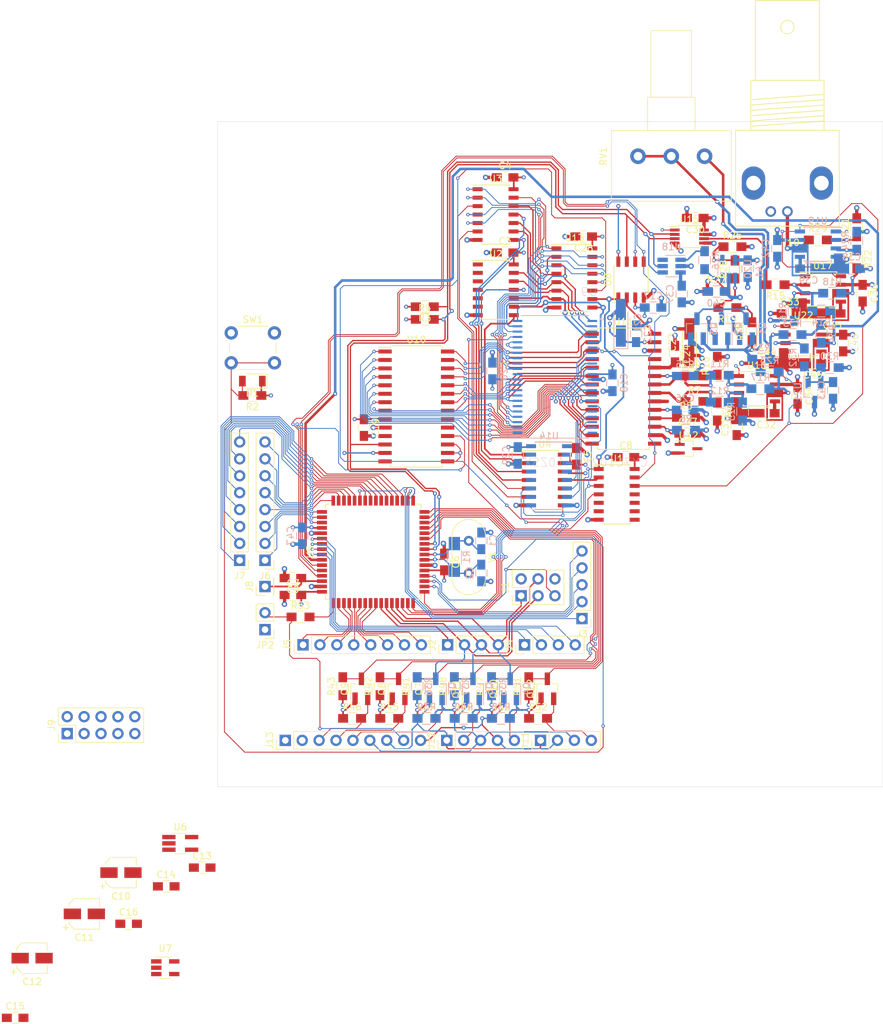
<source format=kicad_pcb>
(kicad_pcb (version 20171130) (host pcbnew 5.1.5-52549c5~84~ubuntu18.04.1)
  (title_block (title "Digital Function Generator v2") (date 2020-01-04) (rev 1) (company "Petar Nikolov"))
  (layers (0 F.Cu signal) (1 In1.Cu power) (2 In2.Cu power) (31 B.Cu signal) (34 B.Paste user) (35 F.Paste user) (36 B.SilkS user) (37 F.SilkS user) (38 B.Mask user) (39 F.Mask user) (44 Edge.Cuts user))
  (net 0 "")
  (net 1 AGND)
  (net 2 /XTAL1)
  (net 3 /XTAL2)
  (net 4 +5VD)
  (net 5 /AREF)
  (net 6 +12VA)
  (net 7 -12VA)
  (net 8 +3V3)
  (net 9 +5VA)
  (net 10 "Net-(C25-Pad2)")
  (net 11 "Net-(C26-Pad2)")
  (net 12 "Net-(C27-Pad1)")
  (net 13 "Net-(C43-Pad1)")
  (net 14 /~RESET)
  (net 15 /MOSI)
  (net 16 /SCK)
  (net 17 /MISO)
  (net 18 /~SS)
  (net 19 "Net-(J3-Pad5)")
  (net 20 "Net-(J3-Pad4)")
  (net 21 "Net-(J3-Pad3)")
  (net 22 "Net-(J3-Pad2)")
  (net 23 "Net-(J3-Pad1)")
  (net 24 "Net-(J4-Pad4)")
  (net 25 "Net-(J4-Pad3)")
  (net 26 "Net-(J4-Pad2)")
  (net 27 "Net-(J4-Pad1)")
  (net 28 "Net-(J5-Pad8)")
  (net 29 "Net-(J5-Pad7)")
  (net 30 "Net-(J5-Pad6)")
  (net 31 "Net-(J5-Pad5)")
  (net 32 "Net-(J5-Pad4)")
  (net 33 "Net-(J5-Pad3)")
  (net 34 "Net-(J5-Pad2)")
  (net 35 "Net-(J5-Pad1)")
  (net 36 "Net-(J6-Pad1)")
  (net 37 "Net-(J6-Pad2)")
  (net 38 "Net-(J6-Pad3)")
  (net 39 "Net-(J6-Pad4)")
  (net 40 "Net-(J6-Pad5)")
  (net 41 "Net-(J6-Pad6)")
  (net 42 "Net-(J6-Pad7)")
  (net 43 "Net-(J6-Pad8)")
  (net 44 "Net-(J7-Pad8)")
  (net 45 "Net-(J7-Pad7)")
  (net 46 "Net-(J7-Pad6)")
  (net 47 "Net-(J7-Pad5)")
  (net 48 "Net-(J7-Pad4)")
  (net 49 "Net-(J7-Pad3)")
  (net 50 "Net-(J7-Pad2)")
  (net 51 "Net-(J7-Pad1)")
  (net 52 "Net-(J9-Pad6)")
  (net 53 "Net-(J9-Pad5)")
  (net 54 "/Output Circuitry/VOUT")
  (net 55 "/TFT LCD Module Interface Block/SD_~CS")
  (net 56 "/TFT LCD Module Interface Block/MOSI_3.3")
  (net 57 "/TFT LCD Module Interface Block/MISO_3.3")
  (net 58 "/TFT LCD Module Interface Block/SCK_3.3")
  (net 59 "/TFT LCD Module Interface Block/T_~CS")
  (net 60 "/TFT LCD Module Interface Block/T_IRQ")
  (net 61 "/TFT LCD Module Interface Block/LCD_DC\\~RS")
  (net 62 "/TFT LCD Module Interface Block/LCD_~RESET")
  (net 63 "/TFT LCD Module Interface Block/LCD_~CS")
  (net 64 /DC\~RS~_LCD)
  (net 65 /~RESET~_LCD)
  (net 66 /~CS~_LCD)
  (net 67 /IRQ_T)
  (net 68 /~CS~_T)
  (net 69 /~CS~_SD)
  (net 70 /SCL)
  (net 71 /SDA)
  (net 72 "Net-(R5-Pad1)")
  (net 73 /OCAL)
  (net 74 "/Output Circuitry/INB")
  (net 75 "/Output Circuitry/INA")
  (net 76 "Net-(R14-Pad1)")
  (net 77 "Net-(R17-Pad1)")
  (net 78 "Net-(R21-Pad1)")
  (net 79 "Net-(R22-Pad1)")
  (net 80 /BL_LCD)
  (net 81 "Net-(U1-Pad11)")
  (net 82 "Net-(U1-Pad10)")
  (net 83 "Net-(U1-Pad9)")
  (net 84 "Net-(U1-Pad8)")
  (net 85 "/Output Circuitry/~DISABLE")
  (net 86 /PWRDWN)
  (net 87 "Net-(U1-Pad4)")
  (net 88 /R\~W)
  (net 89 "/DDS System/16-bit Counter/CP2I6")
  (net 90 /~CP)
  (net 91 "/DDS System/16-bit Counter/Q1")
  (net 92 "/DDS System/16-bit Counter/Q0")
  (net 93 "/DDS System/16-bit Counter/CP2I5")
  (net 94 "/DDS System/16-bit Counter/Q3")
  (net 95 "/DDS System/16-bit Counter/Q2")
  (net 96 "/DDS System/16-bit Counter/CP2I4")
  (net 97 "/DDS System/16-bit Counter/Q6")
  (net 98 "/DDS System/16-bit Counter/Q7")
  (net 99 "/DDS System/16-bit Counter/CP2I2")
  (net 100 "/DDS System/16-bit Counter/Q4")
  (net 101 "/DDS System/16-bit Counter/Q5")
  (net 102 "/DDS System/16-bit Counter/CP2I3")
  (net 103 "/DDS System/16-bit Counter/CP2I0")
  (net 104 "/DDS System/16-bit Counter/Q10")
  (net 105 "/DDS System/16-bit Counter/Q11")
  (net 106 "/DDS System/16-bit Counter/CP2I1")
  (net 107 "/DDS System/16-bit Counter/Q8")
  (net 108 "/DDS System/16-bit Counter/Q9")
  (net 109 "Net-(U14-Pad10)")
  (net 110 "Net-(U4-Pad9)")
  (net 111 "Net-(U4-Pad10)")
  (net 112 "Net-(U4-Pad13)")
  (net 113 /~IOExRESET)
  (net 114 /~OSCOE)
  (net 115 /~CMR2)
  (net 116 /~CMR1)
  (net 117 "Net-(U7-Pad4)")
  (net 118 "/DDS System/DACCLK")
  (net 119 "Net-(U10-Pad21)")
  (net 120 "Net-(U10-Pad22)")
  (net 121 "Net-(U10-Pad23)")
  (net 122 "Net-(U10-Pad24)")
  (net 123 "Net-(U10-Pad25)")
  (net 124 "Net-(U10-Pad26)")
  (net 125 "Net-(U10-Pad27)")
  (net 126 "Net-(U10-Pad28)")
  (net 127 "/DDS System/16-bit Counter/Q15")
  (net 128 "/DDS System/16-bit Counter/Q14")
  (net 129 "/DDS System/16-bit Counter/Q13")
  (net 130 "/DDS System/16-bit Counter/Q12")
  (net 131 "Net-(U9-Pad22)")
  (net 132 "Net-(U9-Pad23)")
  (net 133 "Net-(U9-Pad28)")
  (net 134 "Net-(U10-Pad1)")
  (net 135 "Net-(U10-Pad2)")
  (net 136 "Net-(U10-Pad3)")
  (net 137 "Net-(U10-Pad4)")
  (net 138 "Net-(U10-Pad5)")
  (net 139 "Net-(U10-Pad6)")
  (net 140 "Net-(U10-Pad7)")
  (net 141 "Net-(U10-Pad8)")
  (net 142 "Net-(U10-Pad20)")
  (net 143 "Net-(U10-Pad19)")
  (net 144 "Net-(U10-Pad14)")
  (net 145 "Net-(U10-Pad11)")
  (net 146 "Net-(U14-Pad15)")
  (net 147 "Net-(U14-Pad14)")
  (net 148 "Net-(U14-Pad13)")
  (net 149 "Net-(U14-Pad12)")
  (net 150 "Net-(U14-Pad4)")
  (net 151 "Net-(U14-Pad3)")
  (net 152 "Net-(U14-Pad2)")
  (net 153 "Net-(U14-Pad1)")
  (net 154 "Net-(U1-Pad6)")
  (net 155 "Net-(U1-Pad5)")
  (net 156 "Net-(C32-Pad1)")
  (net 157 "Net-(C35-Pad1)")
  (net 158 "Net-(C39-Pad1)")
  (net 159 "Net-(C45-Pad1)")
  (net 160 "Net-(Q1-Pad3)")
  (net 161 "Net-(R7-Pad2)")
  (net 162 "Net-(R10-Pad1)")
  (net 163 "Net-(R11-Pad1)")
  (net 164 "Net-(R12-Pad1)")
  (net 165 "Net-(R15-Pad2)")
  (net 166 "Net-(R16-Pad1)")
  (net 167 "Net-(R18-Pad1)")
  (net 168 "/Output Circuitry/GAINCTRL")
  (net 169 "Net-(R25-Pad1)")
  (net 170 "Net-(R26-Pad1)")
  (net 171 "Net-(R26-Pad2)")
  (net 172 "Net-(R31-Pad1)")
  (net 173 "Net-(R32-Pad1)")
  (net 174 "Net-(R33-Pad1)")
  (net 175 "Net-(U2-Pad6)")
  (net 176 "Net-(U2-Pad5)")
  (net 177 "Net-(U2-Pad4)")
  (net 178 "Net-(U2-Pad3)")
  (net 179 "Net-(U2-Pad2)")
  (net 180 "Net-(U2-Pad1)")
  (net 181 "Net-(U18-Pad6)")
  (net 182 "Net-(Q1-Pad1)")
  (net 183 "/TFT LCD Module Interface Block/LCD_BL")
  (module Resistors_SMD:R_0805_HandSoldering (layer F.Cu) (at 108.966 106.934)
    (fp_text reference R53 (at 0 -1.7) (layer F.SilkS))
    (fp_text value 680R)
    (pad 2 smd rect (at 1.35 0) (size 1.5 1.3) (layers F.Cu F.Paste F.Mask) (net 80 /BL_LCD))
    (pad 1 smd rect (at -1.35 0) (size 1.5 1.3) (layers F.Cu F.Paste F.Mask) (net 183 "/TFT LCD Module Interface Block/LCD_BL"))
  )
  (module Capacitors_SMD:C_0805_HandSoldering (layer F.Cu) (at 107.823 103.632)
    (fp_text reference C7 (at 0 -1.75) (layer F.SilkS))
    (fp_text value 100nF)
    (pad 1 smd rect (at -1.25 0) (size 1.5 1.25) (layers F.Cu F.Paste F.Mask) (net 1 AGND))
    (pad 2 smd rect (at 1.25 0) (size 1.5 1.25) (layers F.Cu F.Paste F.Mask) (net 4 +5VD))
  )
  (module TO_SOT_Packages_SMD:SOT-23_Handsoldering (layer B.Cu) (at 168.529 63.627 90)
    (fp_text reference Q3 (at 0 2.5 270) (layer B.SilkS) (effects (justify mirror)))
    (fp_text value MMBF5485)
    (pad 1 smd rect (at -1.5 0.95 90) (size 1.9 0.8) (layers B.Cu B.Paste B.Mask) (net 182 "Net-(Q1-Pad1)"))
    (pad 2 smd rect (at -1.5 -0.95 90) (size 1.9 0.8) (layers B.Cu B.Paste B.Mask) (net 1 AGND))
    (pad 3 smd rect (at 1.5 0 90) (size 1.9 0.8) (layers B.Cu B.Paste B.Mask) (net 160 "Net-(Q1-Pad3)"))
  )
  (module Capacitors_SMD:C_0805_HandSoldering (layer F.Cu) (at 183.642 73.66 270)
    (fp_text reference C34 (at 0 -1.75 270) (layer F.SilkS))
    (fp_text value 100nF)
    (pad 1 smd rect (at -1.25 0 270) (size 1.5 1.25) (layers F.Cu F.Paste F.Mask) (net 6 +12VA))
    (pad 2 smd rect (at 1.25 0 270) (size 1.5 1.25) (layers F.Cu F.Paste F.Mask) (net 1 AGND))
  )
  (module Capacitors_SMD:C_0805_HandSoldering (layer B.Cu) (at 136.144 95.504 90)
    (fp_text reference C1 (at 0 1.75 90) (layer B.SilkS) (effects (justify mirror)))
    (fp_text value 22pF)
    (pad 1 smd rect (at -1.25 0 90) (size 1.5 1.25) (layers B.Cu B.Paste B.Mask) (net 2 /XTAL1))
    (pad 2 smd rect (at 1.25 0 90) (size 1.5 1.25) (layers B.Cu B.Paste B.Mask) (net 1 AGND))
  )
  (module Capacitors_SMD:C_0805_HandSoldering (layer B.Cu) (at 136.144 100.33 270)
    (fp_text reference C2 (at 0 1.75 90) (layer B.SilkS) (effects (justify mirror)))
    (fp_text value 22pF)
    (pad 2 smd rect (at 1.25 0 270) (size 1.5 1.25) (layers B.Cu B.Paste B.Mask) (net 1 AGND))
    (pad 1 smd rect (at -1.25 0 270) (size 1.5 1.25) (layers B.Cu B.Paste B.Mask) (net 3 /XTAL2))
  )
  (module Capacitors_SMD:C_0805_HandSoldering (layer F.Cu) (at 130.556 98.679 270)
    (fp_text reference C6 (at 0 -1.75 90) (layer F.SilkS))
    (fp_text value 100nF)
    (pad 2 smd rect (at 1.25 0 270) (size 1.5 1.25) (layers F.Cu F.Paste F.Mask) (net 4 +5VD))
    (pad 1 smd rect (at -1.25 0 270) (size 1.5 1.25) (layers F.Cu F.Paste F.Mask) (net 1 AGND))
  )
  (module Capacitors_SMD:C_0805_HandSoldering (layer F.Cu) (at 107.823 101.092 180)
    (fp_text reference C9 (at 0 -1.75) (layer F.SilkS))
    (fp_text value 100nF)
    (pad 1 smd rect (at -1.25 0 180) (size 1.5 1.25) (layers F.Cu F.Paste F.Mask) (net 5 /AREF))
    (pad 2 smd rect (at 1.25 0 180) (size 1.5 1.25) (layers F.Cu F.Paste F.Mask) (net 1 AGND))
  )
  (module Capacitors_SMD:CP_Elec_4x5.3 (layer F.Cu) (at 81.989001 145.348001)
    (fp_text reference C10 (at 0 3.54) (layer F.SilkS))
    (fp_text value 10uF/16V)
    (fp_text user + (at -2.77 2.01) (layer F.SilkS))
    (pad 1 smd rect (at -1.8 0 180) (size 2.6 1.6) (layers F.Cu F.Paste F.Mask) (net 6 +12VA))
    (pad 2 smd rect (at 1.8 0 180) (size 2.6 1.6) (layers F.Cu F.Paste F.Mask) (net 1 AGND))
  )
  (module Capacitors_SMD:CP_Elec_4x5.3 (layer F.Cu) (at 76.489001 151.548001)
    (fp_text reference C11 (at 0 3.54) (layer F.SilkS))
    (fp_text value 10uF/16V)
    (fp_text user + (at -2.77 2.01) (layer F.SilkS))
    (pad 2 smd rect (at 1.8 0 180) (size 2.6 1.6) (layers F.Cu F.Paste F.Mask) (net 7 -12VA))
    (pad 1 smd rect (at -1.8 0 180) (size 2.6 1.6) (layers F.Cu F.Paste F.Mask) (net 1 AGND))
  )
  (module Capacitors_SMD:CP_Elec_4x5.3 (layer F.Cu) (at 68.639001 158.198001)
    (fp_text reference C12 (at 0 3.54) (layer F.SilkS))
    (fp_text value 10uF/16V)
    (fp_text user + (at -2.77 2.01) (layer F.SilkS))
    (pad 2 smd rect (at 1.8 0 180) (size 2.6 1.6) (layers F.Cu F.Paste F.Mask) (net 1 AGND))
    (pad 1 smd rect (at -1.8 0 180) (size 2.6 1.6) (layers F.Cu F.Paste F.Mask) (net 4 +5VD))
  )
  (module Capacitors_SMD:C_0805_HandSoldering (layer F.Cu) (at 94.189001 144.593001)
    (fp_text reference C13 (at 0 -1.75) (layer F.SilkS))
    (fp_text value 2.2uF)
    (pad 2 smd rect (at 1.25 0) (size 1.5 1.25) (layers F.Cu F.Paste F.Mask) (net 1 AGND))
    (pad 1 smd rect (at -1.25 0) (size 1.5 1.25) (layers F.Cu F.Paste F.Mask) (net 6 +12VA))
  )
  (module Capacitors_SMD:C_0805_HandSoldering (layer F.Cu) (at 88.789001 147.413001)
    (fp_text reference C14 (at 0 -1.75) (layer F.SilkS))
    (fp_text value 1uF)
    (pad 1 smd rect (at -1.25 0) (size 1.5 1.25) (layers F.Cu F.Paste F.Mask) (net 4 +5VD))
    (pad 2 smd rect (at 1.25 0) (size 1.5 1.25) (layers F.Cu F.Paste F.Mask) (net 1 AGND))
  )
  (module Capacitors_SMD:C_0805_HandSoldering (layer F.Cu) (at 66.089001 167.163001)
    (fp_text reference C15 (at 0 -1.75) (layer F.SilkS))
    (fp_text value 1uF)
    (pad 2 smd rect (at 1.25 0) (size 1.5 1.25) (layers F.Cu F.Paste F.Mask) (net 1 AGND))
    (pad 1 smd rect (at -1.25 0) (size 1.5 1.25) (layers F.Cu F.Paste F.Mask) (net 8 +3V3))
  )
  (module Capacitors_SMD:C_0805_HandSoldering (layer F.Cu) (at 83.139001 153.033001)
    (fp_text reference C16 (at 0 -1.75) (layer F.SilkS))
    (fp_text value 2.2uF)
    (pad 1 smd rect (at -1.25 0) (size 1.5 1.25) (layers F.Cu F.Paste F.Mask) (net 9 +5VA))
    (pad 2 smd rect (at 1.25 0) (size 1.5 1.25) (layers F.Cu F.Paste F.Mask) (net 1 AGND))
  )
  (module Capacitors_SMD:C_0805_HandSoldering (layer F.Cu) (at 168.275 46.99 180)
    (fp_text reference C30 (at 0 -1.75) (layer F.SilkS))
    (fp_text value 100nF)
    (pad 2 smd rect (at 1.25 0 180) (size 1.5 1.25) (layers F.Cu F.Paste F.Mask) (net 1 AGND))
    (pad 1 smd rect (at -1.25 0 180) (size 1.5 1.25) (layers F.Cu F.Paste F.Mask) (net 9 +5VA))
  )
  (module Capacitors_SMD:C_0805_HandSoldering (layer F.Cu) (at 182.499 61.341)
    (fp_text reference C33 (at 0 -1.75) (layer F.SilkS))
    (fp_text value 100nF)
    (pad 1 smd rect (at -1.25 0) (size 1.5 1.25) (layers F.Cu F.Paste F.Mask) (net 1 AGND))
    (pad 2 smd rect (at 1.25 0) (size 1.5 1.25) (layers F.Cu F.Paste F.Mask) (net 7 -12VA))
  )
  (module Capacitors_SMD:C_0805_HandSoldering (layer F.Cu) (at 188.849 61.341 180)
    (fp_text reference C35 (at 0 -1.75) (layer F.SilkS))
    (fp_text value 6.8pF)
    (pad 2 smd rect (at 1.25 0 180) (size 1.5 1.25) (layers F.Cu F.Paste F.Mask) (net 7 -12VA))
    (pad 1 smd rect (at -1.25 0 180) (size 1.5 1.25) (layers F.Cu F.Paste F.Mask) (net 157 "Net-(C35-Pad1)"))
  )
  (module Capacitors_SMD:C_0805_HandSoldering (layer F.Cu) (at 193.421 58.293 270)
    (fp_text reference C36 (at 0 -1.75 90) (layer F.SilkS))
    (fp_text value 100nF)
    (pad 2 smd rect (at 1.25 0 270) (size 1.5 1.25) (layers F.Cu F.Paste F.Mask) (net 1 AGND))
    (pad 1 smd rect (at -1.25 0 270) (size 1.5 1.25) (layers F.Cu F.Paste F.Mask) (net 6 +12VA))
  )
  (module Capacitors_SMD:C_0805_HandSoldering (layer B.Cu) (at 166.243 58.42 270)
    (fp_text reference C37 (at 0 1.75 90) (layer B.SilkS) (effects (justify mirror)))
    (fp_text value 100nF)
    (pad 1 smd rect (at -1.25 0 270) (size 1.5 1.25) (layers B.Cu B.Paste B.Mask) (net 9 +5VA))
    (pad 2 smd rect (at 1.25 0 270) (size 1.5 1.25) (layers B.Cu B.Paste B.Mask) (net 1 AGND))
  )
  (module Capacitors_SMD:C_0805_HandSoldering (layer B.Cu) (at 191.77 54.61 180)
    (fp_text reference C38 (at 0 1.75) (layer B.SilkS) (effects (justify mirror)))
    (fp_text value 100nF)
    (pad 2 smd rect (at 1.25 0 180) (size 1.5 1.25) (layers B.Cu B.Paste B.Mask) (net 7 -12VA))
    (pad 1 smd rect (at -1.25 0 180) (size 1.5 1.25) (layers B.Cu B.Paste B.Mask) (net 1 AGND))
  )
  (module Capacitors_SMD:C_0805_HandSoldering (layer B.Cu) (at 185.293 54.61)
    (fp_text reference C39 (at 0 1.75) (layer B.SilkS) (effects (justify mirror)))
    (fp_text value 6.8pF)
    (pad 1 smd rect (at -1.25 0) (size 1.5 1.25) (layers B.Cu B.Paste B.Mask) (net 158 "Net-(C39-Pad1)"))
    (pad 2 smd rect (at 1.25 0) (size 1.5 1.25) (layers B.Cu B.Paste B.Mask) (net 7 -12VA))
  )
  (module Capacitors_SMD:C_0805_HandSoldering (layer B.Cu) (at 171.45 58.039)
    (fp_text reference C40 (at 0 1.75) (layer B.SilkS) (effects (justify mirror)))
    (fp_text value 100nF)
    (pad 2 smd rect (at 1.25 0) (size 1.5 1.25) (layers B.Cu B.Paste B.Mask) (net 7 -12VA))
    (pad 1 smd rect (at -1.25 0) (size 1.5 1.25) (layers B.Cu B.Paste B.Mask) (net 1 AGND))
  )
  (module Capacitors_SMD:C_0805_HandSoldering (layer B.Cu) (at 176.149 54.61 90)
    (fp_text reference C41 (at 0 1.75 90) (layer B.SilkS) (effects (justify mirror)))
    (fp_text value 100nF)
    (pad 1 smd rect (at -1.25 0 90) (size 1.5 1.25) (layers B.Cu B.Paste B.Mask) (net 1 AGND))
    (pad 2 smd rect (at 1.25 0 90) (size 1.5 1.25) (layers B.Cu B.Paste B.Mask) (net 6 +12VA))
  )
  (module Capacitors_SMD:C_0805_HandSoldering (layer B.Cu) (at 180.594 51.562 270)
    (fp_text reference C42 (at 0 1.75 270) (layer B.SilkS) (effects (justify mirror)))
    (fp_text value 100nF)
    (pad 2 smd rect (at 1.25 0 270) (size 1.5 1.25) (layers B.Cu B.Paste B.Mask) (net 1 AGND))
    (pad 1 smd rect (at -1.25 0 270) (size 1.5 1.25) (layers B.Cu B.Paste B.Mask) (net 6 +12VA))
  )
  (module Diodes_SMD:D_1206 (layer F.Cu) (at 101.727 71.501 180)
    (fp_text reference D1 (at 0 -1.8) (layer F.SilkS))
    (fp_text value CD1206-SO1575)
    (pad 2 smd rect (at 1.5 0 180) (size 1 1.6) (layers F.Cu F.Paste F.Mask) (net 14 /~RESET))
    (pad 1 smd rect (at -1.5 0 180) (size 1 1.6) (layers F.Cu F.Paste F.Mask) (net 4 +5VD))
  )
  (module Pin_Headers:Pin_Header_Straight_2x03_Pitch2.54mm (layer F.Cu) (at 142.113 103.759 90)
    (fp_text reference J1 (at 1.27 -2.33 90) (layer F.SilkS))
    (fp_text value AVR-ISP-6)
    (pad 6 thru_hole oval (at 2.54 5.08 90) (size 1.7 1.7) (drill 1) (layers *.Cu *.Mask) (net 1 AGND))
    (pad 5 thru_hole oval (at 0 5.08 90) (size 1.7 1.7) (drill 1) (layers *.Cu *.Mask) (net 14 /~RESET))
    (pad 4 thru_hole oval (at 2.54 2.54 90) (size 1.7 1.7) (drill 1) (layers *.Cu *.Mask) (net 15 /MOSI))
    (pad 3 thru_hole oval (at 0 2.54 90) (size 1.7 1.7) (drill 1) (layers *.Cu *.Mask) (net 16 /SCK))
    (pad 2 thru_hole oval (at 2.54 0 90) (size 1.7 1.7) (drill 1) (layers *.Cu *.Mask) (net 4 +5VD))
    (pad 1 thru_hole rect (at 0 0 90) (size 1.7 1.7) (drill 1) (layers *.Cu *.Mask) (net 17 /MISO))
  )
  (module Pin_Headers:Pin_Header_Straight_1x04_Pitch2.54mm (layer F.Cu) (at 131.064 111.125 90)
    (fp_text reference J2 (at 0 -2.33 90) (layer F.SilkS))
    (fp_text value AVR_SPI)
    (pad 4 thru_hole oval (at 0 7.62 90) (size 1.7 1.7) (drill 1) (layers *.Cu *.Mask) (net 17 /MISO))
    (pad 3 thru_hole oval (at 0 5.08 90) (size 1.7 1.7) (drill 1) (layers *.Cu *.Mask) (net 15 /MOSI))
    (pad 2 thru_hole oval (at 0 2.54 90) (size 1.7 1.7) (drill 1) (layers *.Cu *.Mask) (net 16 /SCK))
    (pad 1 thru_hole rect (at 0 0 90) (size 1.7 1.7) (drill 1) (layers *.Cu *.Mask) (net 18 /~SS))
  )
  (module Pin_Headers:Pin_Header_Straight_1x05_Pitch2.54mm (layer F.Cu) (at 151.257 107.188 180)
    (fp_text reference J3 (at 0 -2.33) (layer F.SilkS))
    (fp_text value PORT_G)
    (pad 5 thru_hole oval (at 0 10.16 180) (size 1.7 1.7) (drill 1) (layers *.Cu *.Mask) (net 19 "Net-(J3-Pad5)"))
    (pad 4 thru_hole oval (at 0 7.62 180) (size 1.7 1.7) (drill 1) (layers *.Cu *.Mask) (net 20 "Net-(J3-Pad4)"))
    (pad 3 thru_hole oval (at 0 5.08 180) (size 1.7 1.7) (drill 1) (layers *.Cu *.Mask) (net 21 "Net-(J3-Pad3)"))
    (pad 2 thru_hole oval (at 0 2.54 180) (size 1.7 1.7) (drill 1) (layers *.Cu *.Mask) (net 22 "Net-(J3-Pad2)"))
    (pad 1 thru_hole rect (at 0 0 180) (size 1.7 1.7) (drill 1) (layers *.Cu *.Mask) (net 23 "Net-(J3-Pad1)"))
  )
  (module Pin_Headers:Pin_Header_Straight_1x04_Pitch2.54mm (layer F.Cu) (at 142.621 111.125 90)
    (fp_text reference J4 (at 0 -2.33 90) (layer F.SilkS))
    (fp_text value PORT_F)
    (pad 4 thru_hole oval (at 0 7.62 90) (size 1.7 1.7) (drill 1) (layers *.Cu *.Mask) (net 24 "Net-(J4-Pad4)"))
    (pad 3 thru_hole oval (at 0 5.08 90) (size 1.7 1.7) (drill 1) (layers *.Cu *.Mask) (net 25 "Net-(J4-Pad3)"))
    (pad 2 thru_hole oval (at 0 2.54 90) (size 1.7 1.7) (drill 1) (layers *.Cu *.Mask) (net 26 "Net-(J4-Pad2)"))
    (pad 1 thru_hole rect (at 0 0 90) (size 1.7 1.7) (drill 1) (layers *.Cu *.Mask) (net 27 "Net-(J4-Pad1)"))
  )
  (module Pin_Headers:Pin_Header_Straight_1x08_Pitch2.54mm (layer F.Cu) (at 109.347 111.125 90)
    (fp_text reference J5 (at 0 -2.33 90) (layer F.SilkS))
    (fp_text value PORT_E)
    (pad 8 thru_hole oval (at 0 17.78 90) (size 1.7 1.7) (drill 1) (layers *.Cu *.Mask) (net 28 "Net-(J5-Pad8)"))
    (pad 7 thru_hole oval (at 0 15.24 90) (size 1.7 1.7) (drill 1) (layers *.Cu *.Mask) (net 29 "Net-(J5-Pad7)"))
    (pad 6 thru_hole oval (at 0 12.7 90) (size 1.7 1.7) (drill 1) (layers *.Cu *.Mask) (net 30 "Net-(J5-Pad6)"))
    (pad 5 thru_hole oval (at 0 10.16 90) (size 1.7 1.7) (drill 1) (layers *.Cu *.Mask) (net 31 "Net-(J5-Pad5)"))
    (pad 4 thru_hole oval (at 0 7.62 90) (size 1.7 1.7) (drill 1) (layers *.Cu *.Mask) (net 32 "Net-(J5-Pad4)"))
    (pad 3 thru_hole oval (at 0 5.08 90) (size 1.7 1.7) (drill 1) (layers *.Cu *.Mask) (net 33 "Net-(J5-Pad3)"))
    (pad 2 thru_hole oval (at 0 2.54 90) (size 1.7 1.7) (drill 1) (layers *.Cu *.Mask) (net 34 "Net-(J5-Pad2)"))
    (pad 1 thru_hole rect (at 0 0 90) (size 1.7 1.7) (drill 1) (layers *.Cu *.Mask) (net 35 "Net-(J5-Pad1)"))
  )
  (module Pin_Headers:Pin_Header_Straight_1x08_Pitch2.54mm (layer F.Cu) (at 103.632 98.425 180)
    (fp_text reference J6 (at 0 -2.33) (layer F.SilkS))
    (fp_text value PORT_A)
    (pad 8 thru_hole oval (at 0 17.78 180) (size 1.7 1.7) (drill 1) (layers *.Cu *.Mask) (net 43 "Net-(J6-Pad8)"))
    (pad 7 thru_hole oval (at 0 15.24 180) (size 1.7 1.7) (drill 1) (layers *.Cu *.Mask) (net 42 "Net-(J6-Pad7)"))
    (pad 6 thru_hole oval (at 0 12.7 180) (size 1.7 1.7) (drill 1) (layers *.Cu *.Mask) (net 41 "Net-(J6-Pad6)"))
    (pad 5 thru_hole oval (at 0 10.16 180) (size 1.7 1.7) (drill 1) (layers *.Cu *.Mask) (net 40 "Net-(J6-Pad5)"))
    (pad 4 thru_hole oval (at 0 7.62 180) (size 1.7 1.7) (drill 1) (layers *.Cu *.Mask) (net 39 "Net-(J6-Pad4)"))
    (pad 3 thru_hole oval (at 0 5.08 180) (size 1.7 1.7) (drill 1) (layers *.Cu *.Mask) (net 38 "Net-(J6-Pad3)"))
    (pad 2 thru_hole oval (at 0 2.54 180) (size 1.7 1.7) (drill 1) (layers *.Cu *.Mask) (net 37 "Net-(J6-Pad2)"))
    (pad 1 thru_hole rect (at 0 0 180) (size 1.7 1.7) (drill 1) (layers *.Cu *.Mask) (net 36 "Net-(J6-Pad1)"))
  )
  (module Pin_Headers:Pin_Header_Straight_1x08_Pitch2.54mm (layer F.Cu) (at 99.822 98.425 180)
    (fp_text reference J7 (at 0 -2.33) (layer F.SilkS))
    (fp_text value PORT_C)
    (pad 1 thru_hole rect (at 0 0 180) (size 1.7 1.7) (drill 1) (layers *.Cu *.Mask) (net 51 "Net-(J7-Pad1)"))
    (pad 2 thru_hole oval (at 0 2.54 180) (size 1.7 1.7) (drill 1) (layers *.Cu *.Mask) (net 50 "Net-(J7-Pad2)"))
    (pad 3 thru_hole oval (at 0 5.08 180) (size 1.7 1.7) (drill 1) (layers *.Cu *.Mask) (net 49 "Net-(J7-Pad3)"))
    (pad 4 thru_hole oval (at 0 7.62 180) (size 1.7 1.7) (drill 1) (layers *.Cu *.Mask) (net 48 "Net-(J7-Pad4)"))
    (pad 5 thru_hole oval (at 0 10.16 180) (size 1.7 1.7) (drill 1) (layers *.Cu *.Mask) (net 47 "Net-(J7-Pad5)"))
    (pad 6 thru_hole oval (at 0 12.7 180) (size 1.7 1.7) (drill 1) (layers *.Cu *.Mask) (net 46 "Net-(J7-Pad6)"))
    (pad 7 thru_hole oval (at 0 15.24 180) (size 1.7 1.7) (drill 1) (layers *.Cu *.Mask) (net 45 "Net-(J7-Pad7)"))
    (pad 8 thru_hole oval (at 0 17.78 180) (size 1.7 1.7) (drill 1) (layers *.Cu *.Mask) (net 44 "Net-(J7-Pad8)"))
  )
  (module Pin_Headers:Pin_Header_Straight_1x01_Pitch2.54mm (layer F.Cu) (at 103.632 102.362 90)
    (fp_text reference J8 (at 0 -2.33 90) (layer F.SilkS))
    (fp_text value AREF)
    (pad 1 thru_hole rect (at 0 0 90) (size 1.7 1.7) (drill 1) (layers *.Cu *.Mask) (net 5 /AREF))
  )
  (module Pin_Headers:Pin_Header_Straight_2x05_Pitch2.54mm (layer F.Cu) (at 73.914 124.46 90)
    (fp_text reference J9 (at 1.27 -2.33 90) (layer F.SilkS))
    (fp_text value Power_Supply_Rails)
    (pad 10 thru_hole oval (at 2.54 10.16 90) (size 1.7 1.7) (drill 1) (layers *.Cu *.Mask) (net 1 AGND))
    (pad 9 thru_hole oval (at 0 10.16 90) (size 1.7 1.7) (drill 1) (layers *.Cu *.Mask) (net 4 +5VD))
    (pad 8 thru_hole oval (at 2.54 7.62 90) (size 1.7 1.7) (drill 1) (layers *.Cu *.Mask) (net 1 AGND))
    (pad 7 thru_hole oval (at 0 7.62 90) (size 1.7 1.7) (drill 1) (layers *.Cu *.Mask) (net 4 +5VD))
    (pad 6 thru_hole oval (at 2.54 5.08 90) (size 1.7 1.7) (drill 1) (layers *.Cu *.Mask) (net 52 "Net-(J9-Pad6)"))
    (pad 5 thru_hole oval (at 0 5.08 90) (size 1.7 1.7) (drill 1) (layers *.Cu *.Mask) (net 53 "Net-(J9-Pad5)"))
    (pad 4 thru_hole oval (at 2.54 2.54 90) (size 1.7 1.7) (drill 1) (layers *.Cu *.Mask) (net 1 AGND))
    (pad 3 thru_hole oval (at 0 2.54 90) (size 1.7 1.7) (drill 1) (layers *.Cu *.Mask) (net 1 AGND))
    (pad 2 thru_hole oval (at 2.54 0 90) (size 1.7 1.7) (drill 1) (layers *.Cu *.Mask) (net 7 -12VA))
    (pad 1 thru_hole rect (at 0 0 90) (size 1.7 1.7) (drill 1) (layers *.Cu *.Mask) (net 6 +12VA))
  )
  (module Connectors_TE-Connectivity:BNC_Socket_TYCO-AMP (layer F.Cu) (at 182.118 41.021)
    (fp_text reference J10 (at 0.508 9.652) (layer F.SilkS))
    (fp_text value Output_Conn)
    (pad 2 thru_hole circle (at -2.49936 5.00126) (size 1.6002 1.6002) (drill 1.00076) (layers *.Cu *.Mask) (net 1 AGND))
    (pad 1 thru_hole circle (at 0 5.00126) (size 1.6002 1.6002) (drill 1.00076) (layers *.Cu *.Mask) (net 54 "/Output Circuitry/VOUT"))
    (pad 2 thru_hole oval (at 5.10032 0.7366) (size 3.50012 5.00126) (drill 2.19964) (layers *.Cu *.Mask) (net 1 AGND))
    (pad 2 thru_hole oval (at -5.09778 0.7366) (size 3.50012 5.00126) (drill 2.19964) (layers *.Cu *.Mask) (net 1 AGND))
  )
  (module Pin_Headers:Pin_Header_Straight_1x04_Pitch2.54mm (layer F.Cu) (at 145.034 125.476 90)
    (fp_text reference J11 (at 0 -2.33 90) (layer F.SilkS))
    (fp_text value SD_Card_Conn)
    (pad 1 thru_hole rect (at 0 0 90) (size 1.7 1.7) (drill 1) (layers *.Cu *.Mask) (net 58 "/TFT LCD Module Interface Block/SCK_3.3"))
    (pad 2 thru_hole oval (at 0 2.54 90) (size 1.7 1.7) (drill 1) (layers *.Cu *.Mask) (net 57 "/TFT LCD Module Interface Block/MISO_3.3"))
    (pad 3 thru_hole oval (at 0 5.08 90) (size 1.7 1.7) (drill 1) (layers *.Cu *.Mask) (net 56 "/TFT LCD Module Interface Block/MOSI_3.3"))
    (pad 4 thru_hole oval (at 0 7.62 90) (size 1.7 1.7) (drill 1) (layers *.Cu *.Mask) (net 55 "/TFT LCD Module Interface Block/SD_~CS"))
  )
  (module Pin_Headers:Pin_Header_Straight_1x05_Pitch2.54mm (layer F.Cu) (at 130.937 125.476 90)
    (fp_text reference J12 (at 0 -2.33 90) (layer F.SilkS))
    (fp_text value TP_Conn)
    (pad 1 thru_hole rect (at 0 0 90) (size 1.7 1.7) (drill 1) (layers *.Cu *.Mask) (net 58 "/TFT LCD Module Interface Block/SCK_3.3"))
    (pad 2 thru_hole oval (at 0 2.54 90) (size 1.7 1.7) (drill 1) (layers *.Cu *.Mask) (net 59 "/TFT LCD Module Interface Block/T_~CS"))
    (pad 3 thru_hole oval (at 0 5.08 90) (size 1.7 1.7) (drill 1) (layers *.Cu *.Mask) (net 56 "/TFT LCD Module Interface Block/MOSI_3.3"))
    (pad 4 thru_hole oval (at 0 7.62 90) (size 1.7 1.7) (drill 1) (layers *.Cu *.Mask) (net 57 "/TFT LCD Module Interface Block/MISO_3.3"))
    (pad 5 thru_hole oval (at 0 10.16 90) (size 1.7 1.7) (drill 1) (layers *.Cu *.Mask) (net 60 "/TFT LCD Module Interface Block/T_IRQ"))
  )
  (module Pin_Headers:Pin_Header_Straight_1x09_Pitch2.54mm (layer F.Cu) (at 106.68 125.476 90)
    (fp_text reference J13 (at 0 -2.33 90) (layer F.SilkS))
    (fp_text value LCD_Conn)
    (pad 9 thru_hole oval (at 0 20.32 90) (size 1.7 1.7) (drill 1) (layers *.Cu *.Mask) (net 57 "/TFT LCD Module Interface Block/MISO_3.3"))
    (pad 8 thru_hole oval (at 0 17.78 90) (size 1.7 1.7) (drill 1) (layers *.Cu *.Mask) (net 183 "/TFT LCD Module Interface Block/LCD_BL"))
    (pad 7 thru_hole oval (at 0 15.24 90) (size 1.7 1.7) (drill 1) (layers *.Cu *.Mask) (net 58 "/TFT LCD Module Interface Block/SCK_3.3"))
    (pad 6 thru_hole oval (at 0 12.7 90) (size 1.7 1.7) (drill 1) (layers *.Cu *.Mask) (net 56 "/TFT LCD Module Interface Block/MOSI_3.3"))
    (pad 5 thru_hole oval (at 0 10.16 90) (size 1.7 1.7) (drill 1) (layers *.Cu *.Mask) (net 61 "/TFT LCD Module Interface Block/LCD_DC\\~RS"))
    (pad 4 thru_hole oval (at 0 7.62 90) (size 1.7 1.7) (drill 1) (layers *.Cu *.Mask) (net 62 "/TFT LCD Module Interface Block/LCD_~RESET"))
    (pad 3 thru_hole oval (at 0 5.08 90) (size 1.7 1.7) (drill 1) (layers *.Cu *.Mask) (net 63 "/TFT LCD Module Interface Block/LCD_~CS"))
    (pad 2 thru_hole oval (at 0 2.54 90) (size 1.7 1.7) (drill 1) (layers *.Cu *.Mask) (net 1 AGND))
    (pad 1 thru_hole rect (at 0 0 90) (size 1.7 1.7) (drill 1) (layers *.Cu *.Mask) (net 4 +5VD))
  )
  (module Pin_Headers:Pin_Header_Straight_1x02_Pitch2.54mm (layer F.Cu) (at 103.632 108.839 180)
    (fp_text reference JP2 (at 0 -2.33) (layer F.SilkS))
    (fp_text value Always_On_Backlight)
    (pad 2 thru_hole oval (at 0 2.54 180) (size 1.7 1.7) (drill 1) (layers *.Cu *.Mask) (net 183 "/TFT LCD Module Interface Block/LCD_BL"))
    (pad 1 thru_hole rect (at 0 0 180) (size 1.7 1.7) (drill 1) (layers *.Cu *.Mask) (net 8 +3V3))
  )
  (module TO_SOT_Packages_SMD:SOT-23_Handsoldering (layer B.Cu) (at 175.895 63.627 90)
    (fp_text reference Q1 (at 0 2.5 90) (layer B.SilkS) (effects (justify mirror)))
    (fp_text value MMBF5485)
    (pad 1 smd rect (at -1.5 0.95 90) (size 1.9 0.8) (layers B.Cu B.Paste B.Mask) (net 182 "Net-(Q1-Pad1)"))
    (pad 2 smd rect (at -1.5 -0.95 90) (size 1.9 0.8) (layers B.Cu B.Paste B.Mask) (net 1 AGND))
    (pad 3 smd rect (at 1.5 0 90) (size 1.9 0.8) (layers B.Cu B.Paste B.Mask) (net 160 "Net-(Q1-Pad3)"))
  )
  (module TO_SOT_Packages_SMD:SOT-23_Handsoldering (layer B.Cu) (at 172.212 63.627 90)
    (fp_text reference Q2 (at 0 2.5 90) (layer B.SilkS) (effects (justify mirror)))
    (fp_text value MMBF5485)
    (pad 3 smd rect (at 1.5 0 90) (size 1.9 0.8) (layers B.Cu B.Paste B.Mask) (net 160 "Net-(Q1-Pad3)"))
    (pad 2 smd rect (at -1.5 -0.95 90) (size 1.9 0.8) (layers B.Cu B.Paste B.Mask) (net 1 AGND))
    (pad 1 smd rect (at -1.5 0.95 90) (size 1.9 0.8) (layers B.Cu B.Paste B.Mask) (net 182 "Net-(Q1-Pad1)"))
  )
  (module TO_SOT_Packages_SMD:SOT-23_Handsoldering (layer B.Cu) (at 140.462 117.729 90)
    (fp_text reference Q4 (at 0 2.5 90) (layer B.SilkS) (effects (justify mirror)))
    (fp_text value AP2310GN)
    (pad 1 smd rect (at -1.5 0.95 90) (size 1.9 0.8) (layers B.Cu B.Paste B.Mask) (net 8 +3V3))
    (pad 2 smd rect (at -1.5 -0.95 90) (size 1.9 0.8) (layers B.Cu B.Paste B.Mask) (net 57 "/TFT LCD Module Interface Block/MISO_3.3"))
    (pad 3 smd rect (at 1.5 0 90) (size 1.9 0.8) (layers B.Cu B.Paste B.Mask) (net 17 /MISO))
  )
  (module TO_SOT_Packages_SMD:SOT-23_Handsoldering (layer B.Cu) (at 129.286 117.729 90)
    (fp_text reference Q5 (at 0 2.5 90) (layer B.SilkS) (effects (justify mirror)))
    (fp_text value AP2310GN)
    (pad 1 smd rect (at -1.5 0.95 90) (size 1.9 0.8) (layers B.Cu B.Paste B.Mask) (net 8 +3V3))
    (pad 2 smd rect (at -1.5 -0.95 90) (size 1.9 0.8) (layers B.Cu B.Paste B.Mask) (net 58 "/TFT LCD Module Interface Block/SCK_3.3"))
    (pad 3 smd rect (at 1.5 0 90) (size 1.9 0.8) (layers B.Cu B.Paste B.Mask) (net 16 /SCK))
  )
  (module TO_SOT_Packages_SMD:SOT-23_Handsoldering (layer B.Cu) (at 134.874 117.729 90)
    (fp_text reference Q6 (at 0 2.5 270) (layer B.SilkS) (effects (justify mirror)))
    (fp_text value AP2310GN)
    (pad 3 smd rect (at 1.5 0 90) (size 1.9 0.8) (layers B.Cu B.Paste B.Mask) (net 15 /MOSI))
    (pad 2 smd rect (at -1.5 -0.95 90) (size 1.9 0.8) (layers B.Cu B.Paste B.Mask) (net 56 "/TFT LCD Module Interface Block/MOSI_3.3"))
    (pad 1 smd rect (at -1.5 0.95 90) (size 1.9 0.8) (layers B.Cu B.Paste B.Mask) (net 8 +3V3))
  )
  (module TO_SOT_Packages_SMD:SOT-23_Handsoldering (layer F.Cu) (at 129.286 117.729 90)
    (fp_text reference Q7 (at 0 -2.5 90) (layer F.SilkS))
    (fp_text value AP2310GN)
    (pad 3 smd rect (at 1.5 0 90) (size 1.9 0.8) (layers F.Cu F.Paste F.Mask) (net 64 /DC\~RS~_LCD))
    (pad 2 smd rect (at -1.5 0.95 90) (size 1.9 0.8) (layers F.Cu F.Paste F.Mask) (net 61 "/TFT LCD Module Interface Block/LCD_DC\\~RS"))
    (pad 1 smd rect (at -1.5 -0.95 90) (size 1.9 0.8) (layers F.Cu F.Paste F.Mask) (net 8 +3V3))
  )
  (module TO_SOT_Packages_SMD:SOT-23_Handsoldering (layer F.Cu) (at 123.698 117.729 90)
    (fp_text reference Q8 (at 0 -2.5 90) (layer F.SilkS))
    (fp_text value AP2310GN)
    (pad 3 smd rect (at 1.5 0 90) (size 1.9 0.8) (layers F.Cu F.Paste F.Mask) (net 65 /~RESET~_LCD))
    (pad 2 smd rect (at -1.5 0.95 90) (size 1.9 0.8) (layers F.Cu F.Paste F.Mask) (net 62 "/TFT LCD Module Interface Block/LCD_~RESET"))
    (pad 1 smd rect (at -1.5 -0.95 90) (size 1.9 0.8) (layers F.Cu F.Paste F.Mask) (net 8 +3V3))
  )
  (module TO_SOT_Packages_SMD:SOT-23_Handsoldering (layer F.Cu) (at 118.11 117.729 90)
    (fp_text reference Q9 (at 0 -2.5 90) (layer F.SilkS))
    (fp_text value AP2310GN)
    (pad 1 smd rect (at -1.5 -0.95 90) (size 1.9 0.8) (layers F.Cu F.Paste F.Mask) (net 8 +3V3))
    (pad 2 smd rect (at -1.5 0.95 90) (size 1.9 0.8) (layers F.Cu F.Paste F.Mask) (net 63 "/TFT LCD Module Interface Block/LCD_~CS"))
    (pad 3 smd rect (at 1.5 0 90) (size 1.9 0.8) (layers F.Cu F.Paste F.Mask) (net 66 /~CS~_LCD))
  )
  (module TO_SOT_Packages_SMD:SOT-23_Handsoldering (layer F.Cu) (at 140.462 117.729 90)
    (fp_text reference Q10 (at 0 -2.5 90) (layer F.SilkS))
    (fp_text value AP2310GN)
    (pad 3 smd rect (at 1.5 0 90) (size 1.9 0.8) (layers F.Cu F.Paste F.Mask) (net 67 /IRQ_T))
    (pad 2 smd rect (at -1.5 0.95 90) (size 1.9 0.8) (layers F.Cu F.Paste F.Mask) (net 60 "/TFT LCD Module Interface Block/T_IRQ"))
    (pad 1 smd rect (at -1.5 -0.95 90) (size 1.9 0.8) (layers F.Cu F.Paste F.Mask) (net 8 +3V3))
  )
  (module TO_SOT_Packages_SMD:SOT-23_Handsoldering (layer F.Cu) (at 134.874 117.729 90)
    (fp_text reference Q11 (at 0 -2.5 90) (layer F.SilkS))
    (fp_text value AP2310GN)
    (pad 3 smd rect (at 1.5 0 90) (size 1.9 0.8) (layers F.Cu F.Paste F.Mask) (net 68 /~CS~_T))
    (pad 2 smd rect (at -1.5 0.95 90) (size 1.9 0.8) (layers F.Cu F.Paste F.Mask) (net 59 "/TFT LCD Module Interface Block/T_~CS"))
    (pad 1 smd rect (at -1.5 -0.95 90) (size 1.9 0.8) (layers F.Cu F.Paste F.Mask) (net 8 +3V3))
  )
  (module TO_SOT_Packages_SMD:SOT-23_Handsoldering (layer F.Cu) (at 146.05 117.729 90)
    (fp_text reference Q12 (at 0 -2.5 90) (layer F.SilkS))
    (fp_text value AP2310GN)
    (pad 1 smd rect (at -1.5 -0.95 90) (size 1.9 0.8) (layers F.Cu F.Paste F.Mask) (net 8 +3V3))
    (pad 2 smd rect (at -1.5 0.95 90) (size 1.9 0.8) (layers F.Cu F.Paste F.Mask) (net 55 "/TFT LCD Module Interface Block/SD_~CS"))
    (pad 3 smd rect (at 1.5 0 90) (size 1.9 0.8) (layers F.Cu F.Paste F.Mask) (net 69 /~CS~_SD))
  )
  (module Resistors_SMD:R_1206_HandSoldering (layer B.Cu) (at 132.08 97.917 90)
    (fp_text reference R1 (at 0 1.85 90) (layer B.SilkS) (effects (justify mirror)))
    (fp_text value 1M)
    (pad 2 smd rect (at 2 0 90) (size 2 1.7) (layers B.Cu B.Paste B.Mask) (net 2 /XTAL1))
    (pad 1 smd rect (at -2 0 90) (size 2 1.7) (layers B.Cu B.Paste B.Mask) (net 3 /XTAL2))
  )
  (module Resistors_SMD:R_0805_HandSoldering (layer F.Cu) (at 101.727 73.66 180)
    (fp_text reference R2 (at 0 -1.7) (layer F.SilkS))
    (fp_text value 10k)
    (pad 2 smd rect (at 1.35 0 180) (size 1.5 1.3) (layers F.Cu F.Paste F.Mask) (net 14 /~RESET))
    (pad 1 smd rect (at -1.35 0 180) (size 1.5 1.3) (layers F.Cu F.Paste F.Mask) (net 4 +5VD))
  )
  (module Resistors_SMD:R_0805_HandSoldering (layer F.Cu) (at 127.635 60.325 180)
    (fp_text reference R3 (at 0 -1.7) (layer F.SilkS))
    (fp_text value 2k)
    (pad 1 smd rect (at -1.35 0 180) (size 1.5 1.3) (layers F.Cu F.Paste F.Mask) (net 70 /SCL))
    (pad 2 smd rect (at 1.35 0 180) (size 1.5 1.3) (layers F.Cu F.Paste F.Mask) (net 4 +5VD))
  )
  (module Resistors_SMD:R_0805_HandSoldering (layer F.Cu) (at 127.635 62.23)
    (fp_text reference R4 (at 0 -1.7) (layer F.SilkS))
    (fp_text value 2k)
    (pad 2 smd rect (at 1.35 0) (size 1.5 1.3) (layers F.Cu F.Paste F.Mask) (net 71 /SDA))
    (pad 1 smd rect (at -1.35 0) (size 1.5 1.3) (layers F.Cu F.Paste F.Mask) (net 4 +5VD))
  )
  (module Resistors_SMD:R_0805_HandSoldering (layer B.Cu) (at 187.198 60.96)
    (fp_text reference R14 (at 0 1.7) (layer B.SilkS) (effects (justify mirror)))
    (fp_text value 1k/1%)
    (pad 2 smd rect (at 1.35 0) (size 1.5 1.3) (layers B.Cu B.Paste B.Mask) (net 73 /OCAL))
    (pad 1 smd rect (at -1.35 0) (size 1.5 1.3) (layers B.Cu B.Paste B.Mask) (net 76 "Net-(R14-Pad1)"))
  )
  (module Resistors_SMD:R_0805_HandSoldering (layer F.Cu) (at 180.34 57.023 180)
    (fp_text reference R15 (at 0 -1.7) (layer F.SilkS))
    (fp_text value 1k/1%)
    (pad 2 smd rect (at 1.35 0 180) (size 1.5 1.3) (layers F.Cu F.Paste F.Mask) (net 165 "Net-(R15-Pad2)"))
    (pad 1 smd rect (at -1.35 0 180) (size 1.5 1.3) (layers F.Cu F.Paste F.Mask) (net 76 "Net-(R14-Pad1)"))
  )
  (module Resistors_SMD:R_0805_HandSoldering (layer B.Cu) (at 183.134 61.087 270)
    (fp_text reference R16 (at 0 1.7 90) (layer B.SilkS) (effects (justify mirror)))
    (fp_text value 510R)
    (pad 1 smd rect (at -1.35 0 270) (size 1.5 1.3) (layers B.Cu B.Paste B.Mask) (net 166 "Net-(R16-Pad1)"))
    (pad 2 smd rect (at 1.35 0 270) (size 1.5 1.3) (layers B.Cu B.Paste B.Mask) (net 1 AGND))
  )
  (module Resistors_SMD:R_0805_HandSoldering (layer B.Cu) (at 188.849 58.293 180)
    (fp_text reference R18 (at 0 1.7) (layer B.SilkS) (effects (justify mirror)))
    (fp_text value 1k/1%)
    (pad 2 smd rect (at 1.35 0 180) (size 1.5 1.3) (layers B.Cu B.Paste B.Mask) (net 76 "Net-(R14-Pad1)"))
    (pad 1 smd rect (at -1.35 0 180) (size 1.5 1.3) (layers B.Cu B.Paste B.Mask) (net 167 "Net-(R18-Pad1)"))
  )
  (module Resistors_SMD:R_0805_HandSoldering (layer F.Cu) (at 173.101 60.452 180)
    (fp_text reference R19 (at 0 -1.7) (layer F.SilkS))
    (fp_text value 470k)
    (pad 2 smd rect (at 1.35 0 180) (size 1.5 1.3) (layers F.Cu F.Paste F.Mask) (net 168 "/Output Circuitry/GAINCTRL"))
    (pad 1 smd rect (at -1.35 0 180) (size 1.5 1.3) (layers F.Cu F.Paste F.Mask) (net 160 "Net-(Q1-Pad3)"))
  )
  (module Resistors_SMD:R_0805_HandSoldering (layer F.Cu) (at 176.784 64.008 90)
    (fp_text reference R20 (at 0 -1.7 90) (layer F.SilkS))
    (fp_text value 470k)
    (pad 2 smd rect (at 1.35 0 90) (size 1.5 1.3) (layers F.Cu F.Paste F.Mask) (net 160 "Net-(Q1-Pad3)"))
    (pad 1 smd rect (at -1.35 0 90) (size 1.5 1.3) (layers F.Cu F.Paste F.Mask) (net 182 "Net-(Q1-Pad1)"))
  )
  (module Resistors_SMD:R_0805_HandSoldering (layer F.Cu) (at 192.532 48.387 90)
    (fp_text reference R21 (at 0 -1.7 90) (layer F.SilkS))
    (fp_text value 100R/1%)
    (pad 1 smd rect (at -1.35 0 90) (size 1.5 1.3) (layers F.Cu F.Paste F.Mask) (net 78 "Net-(R21-Pad1)"))
    (pad 2 smd rect (at 1.35 0 90) (size 1.5 1.3) (layers F.Cu F.Paste F.Mask) (net 9 +5VA))
  )
  (module Resistors_SMD:R_0805_HandSoldering (layer F.Cu) (at 192.532 53.213 270)
    (fp_text reference R22 (at 0 -1.7 90) (layer F.SilkS))
    (fp_text value 100R/1%)
    (pad 2 smd rect (at 1.35 0 270) (size 1.5 1.3) (layers F.Cu F.Paste F.Mask) (net 167 "Net-(R18-Pad1)"))
    (pad 1 smd rect (at -1.35 0 270) (size 1.5 1.3) (layers F.Cu F.Paste F.Mask) (net 79 "Net-(R22-Pad1)"))
  )
  (module Resistors_SMD:R_0805_HandSoldering (layer B.Cu) (at 179.451 70.104 180)
    (fp_text reference R23 (at 0 1.7) (layer B.SilkS) (effects (justify mirror)))
    (fp_text value 2k)
    (pad 1 smd rect (at -1.35 0 180) (size 1.5 1.3) (layers B.Cu B.Paste B.Mask) (net 77 "Net-(R17-Pad1)"))
    (pad 2 smd rect (at 1.35 0 180) (size 1.5 1.3) (layers B.Cu B.Paste B.Mask) (net 182 "Net-(Q1-Pad1)"))
  )
  (module Resistors_SMD:R_0805_HandSoldering (layer B.Cu) (at 192.532 50.419 270)
    (fp_text reference R24 (at 0 1.7 270) (layer B.SilkS) (effects (justify mirror)))
    (fp_text value 200R/1%)
    (pad 1 smd rect (at -1.35 0 270) (size 1.5 1.3) (layers B.Cu B.Paste B.Mask) (net 1 AGND))
    (pad 2 smd rect (at 1.35 0 270) (size 1.5 1.3) (layers B.Cu B.Paste B.Mask) (net 79 "Net-(R22-Pad1)"))
  )
  (module Resistors_SMD:R_0805_HandSoldering (layer F.Cu) (at 173.863 51.308)
    (fp_text reference R25 (at 0 -1.7) (layer F.SilkS))
    (fp_text value 1k)
    (pad 1 smd rect (at -1.35 0) (size 1.5 1.3) (layers F.Cu F.Paste F.Mask) (net 169 "Net-(R25-Pad1)"))
    (pad 2 smd rect (at 1.35 0) (size 1.5 1.3) (layers F.Cu F.Paste F.Mask) (net 9 +5VA))
  )
  (module Resistors_SMD:R_0805_HandSoldering (layer B.Cu) (at 169.672 53.34 90)
    (fp_text reference R26 (at 0 1.7 90) (layer B.SilkS) (effects (justify mirror)))
    (fp_text value 1k)
    (pad 2 smd rect (at 1.35 0 90) (size 1.5 1.3) (layers B.Cu B.Paste B.Mask) (net 171 "Net-(R26-Pad2)"))
    (pad 1 smd rect (at -1.35 0 90) (size 1.5 1.3) (layers B.Cu B.Paste B.Mask) (net 170 "Net-(R26-Pad1)"))
  )
  (module Resistors_SMD:R_0805_HandSoldering (layer F.Cu) (at 171.45 58.039)
    (fp_text reference R27 (at 0 -1.7) (layer F.SilkS))
    (fp_text value 1k)
    (pad 1 smd rect (at -1.35 0) (size 1.5 1.3) (layers F.Cu F.Paste F.Mask) (net 1 AGND))
    (pad 2 smd rect (at 1.35 0) (size 1.5 1.3) (layers F.Cu F.Paste F.Mask) (net 170 "Net-(R26-Pad1)"))
  )
  (module Resistors_SMD:R_0805_HandSoldering (layer F.Cu) (at 174.244 54.737 90)
    (fp_text reference R28 (at 0 -1.7 90) (layer F.SilkS))
    (fp_text value 1k)
    (pad 2 smd rect (at 1.35 0 90) (size 1.5 1.3) (layers F.Cu F.Paste F.Mask) (net 169 "Net-(R25-Pad1)"))
    (pad 1 smd rect (at -1.35 0 90) (size 1.5 1.3) (layers F.Cu F.Paste F.Mask) (net 168 "/Output Circuitry/GAINCTRL"))
  )
  (module Resistors_SMD:R_0805_HandSoldering (layer F.Cu) (at 186.69 50.292)
    (fp_text reference R29 (at 0 -1.7) (layer F.SilkS))
    (fp_text value 200R/1%)
    (pad 2 smd rect (at 1.35 0) (size 1.5 1.3) (layers F.Cu F.Paste F.Mask) (net 78 "Net-(R21-Pad1)"))
    (pad 1 smd rect (at -1.35 0) (size 1.5 1.3) (layers F.Cu F.Paste F.Mask) (net 54 "/Output Circuitry/VOUT"))
  )
  (module Resistors_SMD:R_0805_HandSoldering (layer B.Cu) (at 178.181 68.199 180)
    (fp_text reference R31 (at 0 1.7 180) (layer B.SilkS) (effects (justify mirror)))
    (fp_text value 1k/1%)
    (pad 2 smd rect (at 1.35 0 180) (size 1.5 1.3) (layers B.Cu B.Paste B.Mask) (net 182 "Net-(Q1-Pad1)"))
    (pad 1 smd rect (at -1.35 0 180) (size 1.5 1.3) (layers B.Cu B.Paste B.Mask) (net 172 "Net-(R31-Pad1)"))
  )
  (module Resistors_SMD:R_0805_HandSoldering (layer B.Cu) (at 187.198 64.389 90)
    (fp_text reference R34 (at 0 1.7 90) (layer B.SilkS) (effects (justify mirror)))
    (fp_text value 100R/1%)
    (pad 1 smd rect (at -1.35 0 90) (size 1.5 1.3) (layers B.Cu B.Paste B.Mask) (net 73 /OCAL))
    (pad 2 smd rect (at 1.35 0 90) (size 1.5 1.3) (layers B.Cu B.Paste B.Mask) (net 174 "Net-(R33-Pad1)"))
  )
  (module Resistors_SMD:R_0805_HandSoldering (layer B.Cu) (at 137.668 117.348 90)
    (fp_text reference R35 (at 0 1.7 90) (layer B.SilkS) (effects (justify mirror)))
    (fp_text value 560R)
    (pad 1 smd rect (at -1.35 0 90) (size 1.5 1.3) (layers B.Cu B.Paste B.Mask) (net 4 +5VD))
    (pad 2 smd rect (at 1.35 0 90) (size 1.5 1.3) (layers B.Cu B.Paste B.Mask) (net 17 /MISO))
  )
  (module Resistors_SMD:R_0805_HandSoldering (layer B.Cu) (at 126.492 117.348 90)
    (fp_text reference R36 (at 0 1.7 90) (layer B.SilkS) (effects (justify mirror)))
    (fp_text value 560R)
    (pad 1 smd rect (at -1.35 0 90) (size 1.5 1.3) (layers B.Cu B.Paste B.Mask) (net 4 +5VD))
    (pad 2 smd rect (at 1.35 0 90) (size 1.5 1.3) (layers B.Cu B.Paste B.Mask) (net 16 /SCK))
  )
  (module Resistors_SMD:R_0805_HandSoldering (layer B.Cu) (at 132.08 117.348 90)
    (fp_text reference R37 (at 0 1.7 90) (layer B.SilkS) (effects (justify mirror)))
    (fp_text value 560R)
    (pad 1 smd rect (at -1.35 0 90) (size 1.5 1.3) (layers B.Cu B.Paste B.Mask) (net 4 +5VD))
    (pad 2 smd rect (at 1.35 0 90) (size 1.5 1.3) (layers B.Cu B.Paste B.Mask) (net 15 /MOSI))
  )
  (module Resistors_SMD:R_0805_HandSoldering (layer B.Cu) (at 139.065 122.174 180)
    (fp_text reference R38 (at 0 1.7) (layer B.SilkS) (effects (justify mirror)))
    (fp_text value 560R)
    (pad 2 smd rect (at 1.35 0 180) (size 1.5 1.3) (layers B.Cu B.Paste B.Mask) (net 57 "/TFT LCD Module Interface Block/MISO_3.3"))
    (pad 1 smd rect (at -1.35 0 180) (size 1.5 1.3) (layers B.Cu B.Paste B.Mask) (net 8 +3V3))
  )
  (module Resistors_SMD:R_0805_HandSoldering (layer B.Cu) (at 127.889 122.174 180)
    (fp_text reference R39 (at 0 1.7) (layer B.SilkS) (effects (justify mirror)))
    (fp_text value 560R)
    (pad 2 smd rect (at 1.35 0 180) (size 1.5 1.3) (layers B.Cu B.Paste B.Mask) (net 58 "/TFT LCD Module Interface Block/SCK_3.3"))
    (pad 1 smd rect (at -1.35 0 180) (size 1.5 1.3) (layers B.Cu B.Paste B.Mask) (net 8 +3V3))
  )
  (module Resistors_SMD:R_0805_HandSoldering (layer B.Cu) (at 133.477 122.174 180)
    (fp_text reference R40 (at 0 1.7) (layer B.SilkS) (effects (justify mirror)))
    (fp_text value 560R)
    (pad 2 smd rect (at 1.35 0 180) (size 1.5 1.3) (layers B.Cu B.Paste B.Mask) (net 56 "/TFT LCD Module Interface Block/MOSI_3.3"))
    (pad 1 smd rect (at -1.35 0 180) (size 1.5 1.3) (layers B.Cu B.Paste B.Mask) (net 8 +3V3))
  )
  (module Resistors_SMD:R_0805_HandSoldering (layer F.Cu) (at 126.492 117.348 90)
    (fp_text reference R41 (at 0 -1.7 90) (layer F.SilkS))
    (fp_text value 560R)
    (pad 1 smd rect (at -1.35 0 90) (size 1.5 1.3) (layers F.Cu F.Paste F.Mask) (net 4 +5VD))
    (pad 2 smd rect (at 1.35 0 90) (size 1.5 1.3) (layers F.Cu F.Paste F.Mask) (net 64 /DC\~RS~_LCD))
  )
  (module Resistors_SMD:R_0805_HandSoldering (layer F.Cu) (at 120.904 117.348 90)
    (fp_text reference R42 (at 0 -1.7 90) (layer F.SilkS))
    (fp_text value 560R)
    (pad 1 smd rect (at -1.35 0 90) (size 1.5 1.3) (layers F.Cu F.Paste F.Mask) (net 4 +5VD))
    (pad 2 smd rect (at 1.35 0 90) (size 1.5 1.3) (layers F.Cu F.Paste F.Mask) (net 65 /~RESET~_LCD))
  )
  (module Resistors_SMD:R_0805_HandSoldering (layer F.Cu) (at 115.316 117.348 90)
    (fp_text reference R43 (at 0 -1.7 90) (layer F.SilkS))
    (fp_text value 560R)
    (pad 2 smd rect (at 1.35 0 90) (size 1.5 1.3) (layers F.Cu F.Paste F.Mask) (net 66 /~CS~_LCD))
    (pad 1 smd rect (at -1.35 0 90) (size 1.5 1.3) (layers F.Cu F.Paste F.Mask) (net 4 +5VD))
  )
  (module Resistors_SMD:R_0805_HandSoldering (layer F.Cu) (at 127.889 122.174)
    (fp_text reference R44 (at 0 -1.7) (layer F.SilkS))
    (fp_text value 560R)
    (pad 1 smd rect (at -1.35 0) (size 1.5 1.3) (layers F.Cu F.Paste F.Mask) (net 8 +3V3))
    (pad 2 smd rect (at 1.35 0) (size 1.5 1.3) (layers F.Cu F.Paste F.Mask) (net 61 "/TFT LCD Module Interface Block/LCD_DC\\~RS"))
  )
  (module Resistors_SMD:R_0805_HandSoldering (layer F.Cu) (at 122.301 122.174)
    (fp_text reference R45 (at 0 -1.7) (layer F.SilkS))
    (fp_text value 560R)
    (pad 2 smd rect (at 1.35 0) (size 1.5 1.3) (layers F.Cu F.Paste F.Mask) (net 62 "/TFT LCD Module Interface Block/LCD_~RESET"))
    (pad 1 smd rect (at -1.35 0) (size 1.5 1.3) (layers F.Cu F.Paste F.Mask) (net 8 +3V3))
  )
  (module Resistors_SMD:R_0805_HandSoldering (layer F.Cu) (at 116.713 122.174)
    (fp_text reference R46 (at 0 -1.7) (layer F.SilkS))
    (fp_text value 560R)
    (pad 2 smd rect (at 1.35 0) (size 1.5 1.3) (layers F.Cu F.Paste F.Mask) (net 63 "/TFT LCD Module Interface Block/LCD_~CS"))
    (pad 1 smd rect (at -1.35 0) (size 1.5 1.3) (layers F.Cu F.Paste F.Mask) (net 8 +3V3))
  )
  (module Resistors_SMD:R_0805_HandSoldering (layer F.Cu) (at 137.668 117.348 90)
    (fp_text reference R47 (at 0 -1.7 90) (layer F.SilkS))
    (fp_text value 1k6)
    (pad 1 smd rect (at -1.35 0 90) (size 1.5 1.3) (layers F.Cu F.Paste F.Mask) (net 4 +5VD))
    (pad 2 smd rect (at 1.35 0 90) (size 1.5 1.3) (layers F.Cu F.Paste F.Mask) (net 67 /IRQ_T))
  )
  (module Resistors_SMD:R_0805_HandSoldering (layer F.Cu) (at 132.08 117.348 90)
    (fp_text reference R48 (at 0 -1.7 90) (layer F.SilkS))
    (fp_text value 1k6)
    (pad 1 smd rect (at -1.35 0 90) (size 1.5 1.3) (layers F.Cu F.Paste F.Mask) (net 4 +5VD))
    (pad 2 smd rect (at 1.35 0 90) (size 1.5 1.3) (layers F.Cu F.Paste F.Mask) (net 68 /~CS~_T))
  )
  (module Resistors_SMD:R_0805_HandSoldering (layer F.Cu) (at 139.065 122.174)
    (fp_text reference R49 (at 0 -1.7) (layer F.SilkS))
    (fp_text value 1k6)
    (pad 1 smd rect (at -1.35 0) (size 1.5 1.3) (layers F.Cu F.Paste F.Mask) (net 8 +3V3))
    (pad 2 smd rect (at 1.35 0) (size 1.5 1.3) (layers F.Cu F.Paste F.Mask) (net 60 "/TFT LCD Module Interface Block/T_IRQ"))
  )
  (module Resistors_SMD:R_0805_HandSoldering (layer F.Cu) (at 133.477 122.174)
    (fp_text reference R50 (at 0 -1.7) (layer F.SilkS))
    (fp_text value 1k6)
    (pad 2 smd rect (at 1.35 0) (size 1.5 1.3) (layers F.Cu F.Paste F.Mask) (net 59 "/TFT LCD Module Interface Block/T_~CS"))
    (pad 1 smd rect (at -1.35 0) (size 1.5 1.3) (layers F.Cu F.Paste F.Mask) (net 8 +3V3))
  )
  (module Resistors_SMD:R_0805_HandSoldering (layer F.Cu) (at 143.256 117.348 90)
    (fp_text reference R51 (at 0 -1.7 90) (layer F.SilkS))
    (fp_text value 910R)
    (pad 1 smd rect (at -1.35 0 90) (size 1.5 1.3) (layers F.Cu F.Paste F.Mask) (net 4 +5VD))
    (pad 2 smd rect (at 1.35 0 90) (size 1.5 1.3) (layers F.Cu F.Paste F.Mask) (net 69 /~CS~_SD))
  )
  (module Resistors_SMD:R_0805_HandSoldering (layer F.Cu) (at 144.653 122.174)
    (fp_text reference R52 (at 0 -1.7) (layer F.SilkS))
    (fp_text value 910R)
    (pad 1 smd rect (at -1.35 0) (size 1.5 1.3) (layers F.Cu F.Paste F.Mask) (net 8 +3V3))
    (pad 2 smd rect (at 1.35 0) (size 1.5 1.3) (layers F.Cu F.Paste F.Mask) (net 55 "/TFT LCD Module Interface Block/SD_~CS"))
  )
  (module Potentiometers:Potentiometer_Alps_RK163_Single_Vertical (layer F.Cu) (at 169.672 37.719 90)
    (fp_text reference RV1 (at 0 -15.2 90) (layer F.SilkS))
    (fp_text value 1k)
    (pad 3 thru_hole circle (at 0 -10 90) (size 2.34 2.34) (drill 1.3) (layers *.Cu *.Mask) (net 172 "Net-(R31-Pad1)"))
    (pad 2 thru_hole circle (at 0 -5 90) (size 2.34 2.34) (drill 1.3) (layers *.Cu *.Mask) (net 172 "Net-(R31-Pad1)"))
    (pad 1 thru_hole circle (at 0 0 90) (size 2.34 2.34) (drill 1.3) (layers *.Cu *.Mask) (net 182 "Net-(Q1-Pad1)"))
  )
  (module Buttons_Switches_THT:SW_PUSH_6mm_h4.3mm (layer F.Cu) (at 98.552 64.262)
    (fp_text reference SW1 (at 3.25 -2) (layer F.SilkS))
    (fp_text value RESET_BUTTON)
    (pad 1 thru_hole circle (at 6.5 0 90) (size 2 2) (drill 1.1) (layers *.Cu *.Mask) (net 1 AGND))
    (pad 2 thru_hole circle (at 6.5 4.5 90) (size 2 2) (drill 1.1) (layers *.Cu *.Mask) (net 14 /~RESET))
    (pad 1 thru_hole circle (at 0 0 90) (size 2 2) (drill 1.1) (layers *.Cu *.Mask) (net 1 AGND))
    (pad 2 thru_hole circle (at 0 4.5 90) (size 2 2) (drill 1.1) (layers *.Cu *.Mask) (net 14 /~RESET))
  )
  (module Housings_QFP:TQFP-64_14x14mm_Pitch0.8mm (layer F.Cu) (at 119.888 97.155 90)
    (fp_text reference U5 (at 0 -9.45 90) (layer F.SilkS))
    (fp_text value ATmega2561-16AU)
    (pad 64 smd rect (at -6 -7.7 180) (size 1.5 0.55) (layers F.Cu F.Paste F.Mask) (net 4 +5VD))
    (pad 63 smd rect (at -5.2 -7.7 180) (size 1.5 0.55) (layers F.Cu F.Paste F.Mask) (net 1 AGND))
    (pad 62 smd rect (at -4.4 -7.7 180) (size 1.5 0.55) (layers F.Cu F.Paste F.Mask) (net 5 /AREF))
    (pad 61 smd rect (at -3.6 -7.7 180) (size 1.5 0.55) (layers F.Cu F.Paste F.Mask) (net 86 /PWRDWN))
    (pad 60 smd rect (at -2.8 -7.7 180) (size 1.5 0.55) (layers F.Cu F.Paste F.Mask) (net 113 /~IOExRESET))
    (pad 59 smd rect (at -2 -7.7 180) (size 1.5 0.55) (layers F.Cu F.Paste F.Mask) (net 114 /~OSCOE))
    (pad 58 smd rect (at -1.2 -7.7 180) (size 1.5 0.55) (layers F.Cu F.Paste F.Mask) (net 73 /OCAL))
    (pad 57 smd rect (at -0.4 -7.7 180) (size 1.5 0.55) (layers F.Cu F.Paste F.Mask) (net 27 "Net-(J4-Pad1)"))
    (pad 56 smd rect (at 0.4 -7.7 180) (size 1.5 0.55) (layers F.Cu F.Paste F.Mask) (net 26 "Net-(J4-Pad2)"))
    (pad 55 smd rect (at 1.2 -7.7 180) (size 1.5 0.55) (layers F.Cu F.Paste F.Mask) (net 25 "Net-(J4-Pad3)"))
    (pad 54 smd rect (at 2 -7.7 180) (size 1.5 0.55) (layers F.Cu F.Paste F.Mask) (net 24 "Net-(J4-Pad4)"))
    (pad 53 smd rect (at 2.8 -7.7 180) (size 1.5 0.55) (layers F.Cu F.Paste F.Mask) (net 1 AGND))
    (pad 52 smd rect (at 3.6 -7.7 180) (size 1.5 0.55) (layers F.Cu F.Paste F.Mask) (net 4 +5VD))
    (pad 51 smd rect (at 4.4 -7.7 180) (size 1.5 0.55) (layers F.Cu F.Paste F.Mask) (net 36 "Net-(J6-Pad1)"))
    (pad 50 smd rect (at 5.2 -7.7 180) (size 1.5 0.55) (layers F.Cu F.Paste F.Mask) (net 37 "Net-(J6-Pad2)"))
    (pad 49 smd rect (at 6 -7.7 180) (size 1.5 0.55) (layers F.Cu F.Paste F.Mask) (net 38 "Net-(J6-Pad3)"))
    (pad 48 smd rect (at 7.7 -6 90) (size 1.5 0.55) (layers F.Cu F.Paste F.Mask) (net 39 "Net-(J6-Pad4)"))
    (pad 47 smd rect (at 7.7 -5.2 90) (size 1.5 0.55) (layers F.Cu F.Paste F.Mask) (net 40 "Net-(J6-Pad5)"))
    (pad 46 smd rect (at 7.7 -4.4 90) (size 1.5 0.55) (layers F.Cu F.Paste F.Mask) (net 41 "Net-(J6-Pad6)"))
    (pad 45 smd rect (at 7.7 -3.6 90) (size 1.5 0.55) (layers F.Cu F.Paste F.Mask) (net 42 "Net-(J6-Pad7)"))
    (pad 44 smd rect (at 7.7 -2.8 90) (size 1.5 0.55) (layers F.Cu F.Paste F.Mask) (net 43 "Net-(J6-Pad8)"))
    (pad 43 smd rect (at 7.7 -2 90) (size 1.5 0.55) (layers F.Cu F.Paste F.Mask) (net 21 "Net-(J3-Pad3)"))
    (pad 42 smd rect (at 7.7 -1.2 90) (size 1.5 0.55) (layers F.Cu F.Paste F.Mask) (net 44 "Net-(J7-Pad8)"))
    (pad 41 smd rect (at 7.7 -0.4 90) (size 1.5 0.55) (layers F.Cu F.Paste F.Mask) (net 45 "Net-(J7-Pad7)"))
    (pad 40 smd rect (at 7.7 0.4 90) (size 1.5 0.55) (layers F.Cu F.Paste F.Mask) (net 46 "Net-(J7-Pad6)"))
    (pad 39 smd rect (at 7.7 1.2 90) (size 1.5 0.55) (layers F.Cu F.Paste F.Mask) (net 47 "Net-(J7-Pad5)"))
    (pad 38 smd rect (at 7.7 2 90) (size 1.5 0.55) (layers F.Cu F.Paste F.Mask) (net 48 "Net-(J7-Pad4)"))
    (pad 37 smd rect (at 7.7 2.8 90) (size 1.5 0.55) (layers F.Cu F.Paste F.Mask) (net 49 "Net-(J7-Pad3)"))
    (pad 36 smd rect (at 7.7 3.6 90) (size 1.5 0.55) (layers F.Cu F.Paste F.Mask) (net 50 "Net-(J7-Pad2)"))
    (pad 35 smd rect (at 7.7 4.4 90) (size 1.5 0.55) (layers F.Cu F.Paste F.Mask) (net 51 "Net-(J7-Pad1)"))
    (pad 34 smd rect (at 7.7 5.2 90) (size 1.5 0.55) (layers F.Cu F.Paste F.Mask) (net 22 "Net-(J3-Pad2)"))
    (pad 33 smd rect (at 7.7 6 90) (size 1.5 0.55) (layers F.Cu F.Paste F.Mask) (net 23 "Net-(J3-Pad1)"))
    (pad 32 smd rect (at 6 7.7 180) (size 1.5 0.55) (layers F.Cu F.Paste F.Mask) (net 69 /~CS~_SD))
    (pad 31 smd rect (at 5.2 7.7 180) (size 1.5 0.55) (layers F.Cu F.Paste F.Mask) (net 67 /IRQ_T))
    (pad 30 smd rect (at 4.4 7.7 180) (size 1.5 0.55) (layers F.Cu F.Paste F.Mask) (net 68 /~CS~_T))
    (pad 29 smd rect (at 3.6 7.7 180) (size 1.5 0.55) (layers F.Cu F.Paste F.Mask) (net 66 /~CS~_LCD))
    (pad 28 smd rect (at 2.8 7.7 180) (size 1.5 0.55) (layers F.Cu F.Paste F.Mask) (net 65 /~RESET~_LCD))
    (pad 27 smd rect (at 2 7.7 180) (size 1.5 0.55) (layers F.Cu F.Paste F.Mask) (net 64 /DC\~RS~_LCD))
    (pad 26 smd rect (at 1.2 7.7 180) (size 1.5 0.55) (layers F.Cu F.Paste F.Mask) (net 71 /SDA))
    (pad 25 smd rect (at 0.4 7.7 180) (size 1.5 0.55) (layers F.Cu F.Paste F.Mask) (net 70 /SCL))
    (pad 24 smd rect (at -0.4 7.7 180) (size 1.5 0.55) (layers F.Cu F.Paste F.Mask) (net 2 /XTAL1))
    (pad 23 smd rect (at -1.2 7.7 180) (size 1.5 0.55) (layers F.Cu F.Paste F.Mask) (net 3 /XTAL2))
    (pad 22 smd rect (at -2 7.7 180) (size 1.5 0.55) (layers F.Cu F.Paste F.Mask) (net 1 AGND))
    (pad 21 smd rect (at -2.8 7.7 180) (size 1.5 0.55) (layers F.Cu F.Paste F.Mask) (net 4 +5VD))
    (pad 20 smd rect (at -3.6 7.7 180) (size 1.5 0.55) (layers F.Cu F.Paste F.Mask) (net 14 /~RESET))
    (pad 19 smd rect (at -4.4 7.7 180) (size 1.5 0.55) (layers F.Cu F.Paste F.Mask) (net 19 "Net-(J3-Pad5)"))
    (pad 18 smd rect (at -5.2 7.7 180) (size 1.5 0.55) (layers F.Cu F.Paste F.Mask) (net 20 "Net-(J3-Pad4)"))
    (pad 17 smd rect (at -6 7.7 180) (size 1.5 0.55) (layers F.Cu F.Paste F.Mask) (net 90 /~CP))
    (pad 16 smd rect (at -7.7 6 90) (size 1.5 0.55) (layers F.Cu F.Paste F.Mask) (net 88 /R\~W))
    (pad 15 smd rect (at -7.7 5.2 90) (size 1.5 0.55) (layers F.Cu F.Paste F.Mask) (net 115 /~CMR2))
    (pad 14 smd rect (at -7.7 4.4 90) (size 1.5 0.55) (layers F.Cu F.Paste F.Mask) (net 116 /~CMR1))
    (pad 13 smd rect (at -7.7 3.6 90) (size 1.5 0.55) (layers F.Cu F.Paste F.Mask) (net 17 /MISO))
    (pad 12 smd rect (at -7.7 2.8 90) (size 1.5 0.55) (layers F.Cu F.Paste F.Mask) (net 15 /MOSI))
    (pad 11 smd rect (at -7.7 2 90) (size 1.5 0.55) (layers F.Cu F.Paste F.Mask) (net 16 /SCK))
    (pad 10 smd rect (at -7.7 1.2 90) (size 1.5 0.55) (layers F.Cu F.Paste F.Mask) (net 18 /~SS))
    (pad 9 smd rect (at -7.7 0.4 90) (size 1.5 0.55) (layers F.Cu F.Paste F.Mask) (net 28 "Net-(J5-Pad8)"))
    (pad 8 smd rect (at -7.7 -0.4 90) (size 1.5 0.55) (layers F.Cu F.Paste F.Mask) (net 29 "Net-(J5-Pad7)"))
    (pad 7 smd rect (at -7.7 -1.2 90) (size 1.5 0.55) (layers F.Cu F.Paste F.Mask) (net 30 "Net-(J5-Pad6)"))
    (pad 6 smd rect (at -7.7 -2 90) (size 1.5 0.55) (layers F.Cu F.Paste F.Mask) (net 31 "Net-(J5-Pad5)"))
    (pad 5 smd rect (at -7.7 -2.8 90) (size 1.5 0.55) (layers F.Cu F.Paste F.Mask) (net 32 "Net-(J5-Pad4)"))
    (pad 4 smd rect (at -7.7 -3.6 90) (size 1.5 0.55) (layers F.Cu F.Paste F.Mask) (net 33 "Net-(J5-Pad3)"))
    (pad 3 smd rect (at -7.7 -4.4 90) (size 1.5 0.55) (layers F.Cu F.Paste F.Mask) (net 34 "Net-(J5-Pad2)"))
    (pad 2 smd rect (at -7.7 -5.2 90) (size 1.5 0.55) (layers F.Cu F.Paste F.Mask) (net 35 "Net-(J5-Pad1)"))
    (pad 1 smd rect (at -7.7 -6 90) (size 1.5 0.55) (layers F.Cu F.Paste F.Mask) (net 80 /BL_LCD))
  )
  (module TO_SOT_Packages_SMD:TSOT-23-5_HandSoldering (layer F.Cu) (at 90.899001 140.958001)
    (fp_text reference U6 (at 0 -2.45) (layer F.SilkS))
    (fp_text value ADP7142AUJZ-5.0)
    (pad 5 smd rect (at 1.71 -0.95) (size 2 0.65) (layers F.Cu F.Paste F.Mask) (net 9 +5VA))
    (pad 4 smd rect (at 1.71 0.95) (size 2 0.65) (layers F.Cu F.Paste F.Mask) (net 9 +5VA))
    (pad 3 smd rect (at -1.71 0.95) (size 2 0.65) (layers F.Cu F.Paste F.Mask) (net 6 +12VA))
    (pad 2 smd rect (at -1.71 0) (size 2 0.65) (layers F.Cu F.Paste F.Mask) (net 1 AGND))
    (pad 1 smd rect (at -1.71 -0.95) (size 2 0.65) (layers F.Cu F.Paste F.Mask) (net 6 +12VA))
  )
  (module TO_SOT_Packages_SMD:SOT-23-5_HandSoldering (layer F.Cu) (at 88.646 159.639)
    (fp_text reference U7 (at 0 -2.9) (layer F.SilkS))
    (fp_text value TC1017-3.3VCTTR)
    (pad 5 smd rect (at 1.35 -0.95) (size 1.56 0.65) (layers F.Cu F.Paste F.Mask) (net 8 +3V3))
    (pad 4 smd rect (at 1.35 0.95) (size 1.56 0.65) (layers F.Cu F.Paste F.Mask) (net 117 "Net-(U7-Pad4)"))
    (pad 3 smd rect (at -1.35 0.95) (size 1.56 0.65) (layers F.Cu F.Paste F.Mask) (net 4 +5VD))
    (pad 2 smd rect (at -1.35 0) (size 1.56 0.65) (layers F.Cu F.Paste F.Mask) (net 1 AGND))
    (pad 1 smd rect (at -1.35 -0.95) (size 1.56 0.65) (layers F.Cu F.Paste F.Mask) (net 4 +5VD))
  )
  (module Housings_SSOP:MSOP-8_3x3mm_Pitch0.65mm (layer F.Cu) (at 167.386 49.784)
    (fp_text reference U15 (at 0 -2.6) (layer F.SilkS))
    (fp_text value MCP4551-103E/MS)
    (pad 1 smd rect (at -2.2 -0.975) (size 1.45 0.45) (layers F.Cu F.Paste F.Mask) (net 1 AGND))
    (pad 2 smd rect (at -2.2 -0.325) (size 1.45 0.45) (layers F.Cu F.Paste F.Mask) (net 70 /SCL))
    (pad 3 smd rect (at -2.2 0.325) (size 1.45 0.45) (layers F.Cu F.Paste F.Mask) (net 71 /SDA))
    (pad 4 smd rect (at -2.2 0.975) (size 1.45 0.45) (layers F.Cu F.Paste F.Mask) (net 1 AGND))
    (pad 5 smd rect (at 2.2 0.975) (size 1.45 0.45) (layers F.Cu F.Paste F.Mask) (net 9 +5VA))
    (pad 6 smd rect (at 2.2 0.325) (size 1.45 0.45) (layers F.Cu F.Paste F.Mask) (net 165 "Net-(R15-Pad2)"))
    (pad 7 smd rect (at 2.2 -0.325) (size 1.45 0.45) (layers F.Cu F.Paste F.Mask) (net 1 AGND))
    (pad 8 smd rect (at 2.2 -0.975) (size 1.45 0.45) (layers F.Cu F.Paste F.Mask) (net 9 +5VA))
  )
  (module Housings_SOIC:SOIC-8_3.9x4.9mm_Pitch1.27mm (layer F.Cu) (at 187.452 57.658)
    (fp_text reference U17 (at 0 -3.5) (layer F.SilkS))
    (fp_text value AD8021ARZ)
    (pad 1 smd rect (at -2.7 -1.905) (size 1.55 0.6) (layers F.Cu F.Paste F.Mask) (net 1 AGND))
    (pad 2 smd rect (at -2.7 -0.635) (size 1.55 0.6) (layers F.Cu F.Paste F.Mask) (net 76 "Net-(R14-Pad1)"))
    (pad 3 smd rect (at -2.7 0.635) (size 1.55 0.6) (layers F.Cu F.Paste F.Mask) (net 166 "Net-(R16-Pad1)"))
    (pad 4 smd rect (at -2.7 1.905) (size 1.55 0.6) (layers F.Cu F.Paste F.Mask) (net 7 -12VA))
    (pad 5 smd rect (at 2.7 1.905) (size 1.55 0.6) (layers F.Cu F.Paste F.Mask) (net 157 "Net-(C35-Pad1)"))
    (pad 6 smd rect (at 2.7 0.635) (size 1.55 0.6) (layers F.Cu F.Paste F.Mask) (net 167 "Net-(R18-Pad1)"))
    (pad 7 smd rect (at 2.7 -0.635) (size 1.55 0.6) (layers F.Cu F.Paste F.Mask) (net 6 +12VA))
    (pad 8 smd rect (at 2.7 -1.905) (size 1.55 0.6) (layers F.Cu F.Paste F.Mask) (net 85 "/Output Circuitry/~DISABLE"))
  )
  (module TO_SOT_Packages_SMD:SOT-23-6_Handsoldering (layer B.Cu) (at 164.719 54.229 180)
    (fp_text reference U18 (at 0 2.9) (layer B.SilkS) (effects (justify mirror)))
    (fp_text value MCP4716)
    (pad 1 smd rect (at -1.35 0.95 180) (size 1.56 0.65) (layers B.Cu B.Paste B.Mask) (net 171 "Net-(R26-Pad2)"))
    (pad 2 smd rect (at -1.35 0 180) (size 1.56 0.65) (layers B.Cu B.Paste B.Mask) (net 1 AGND))
    (pad 3 smd rect (at -1.35 -0.95 180) (size 1.56 0.65) (layers B.Cu B.Paste B.Mask) (net 9 +5VA))
    (pad 4 smd rect (at 1.35 -0.95 180) (size 1.56 0.65) (layers B.Cu B.Paste B.Mask) (net 71 /SDA))
    (pad 6 smd rect (at 1.35 0.95 180) (size 1.56 0.65) (layers B.Cu B.Paste B.Mask) (net 181 "Net-(U18-Pad6)"))
    (pad 5 smd rect (at 1.35 0 180) (size 1.56 0.65) (layers B.Cu B.Paste B.Mask) (net 70 /SCL))
  )
  (module Housings_SOIC:SOIC-8_3.9x4.9mm_Pitch1.27mm (layer B.Cu) (at 186.69 50.927 180)
    (fp_text reference U19 (at 0 3.5) (layer B.SilkS) (effects (justify mirror)))
    (fp_text value AD8021ARZ)
    (pad 8 smd rect (at 2.7 1.905 180) (size 1.55 0.6) (layers B.Cu B.Paste B.Mask) (net 85 "/Output Circuitry/~DISABLE"))
    (pad 7 smd rect (at 2.7 0.635 180) (size 1.55 0.6) (layers B.Cu B.Paste B.Mask) (net 6 +12VA))
    (pad 6 smd rect (at 2.7 -0.635 180) (size 1.55 0.6) (layers B.Cu B.Paste B.Mask) (net 54 "/Output Circuitry/VOUT"))
    (pad 5 smd rect (at 2.7 -1.905 180) (size 1.55 0.6) (layers B.Cu B.Paste B.Mask) (net 158 "Net-(C39-Pad1)"))
    (pad 4 smd rect (at -2.7 -1.905 180) (size 1.55 0.6) (layers B.Cu B.Paste B.Mask) (net 7 -12VA))
    (pad 3 smd rect (at -2.7 -0.635 180) (size 1.55 0.6) (layers B.Cu B.Paste B.Mask) (net 79 "Net-(R22-Pad1)"))
    (pad 2 smd rect (at -2.7 0.635 180) (size 1.55 0.6) (layers B.Cu B.Paste B.Mask) (net 78 "Net-(R21-Pad1)"))
    (pad 1 smd rect (at -2.7 1.905 180) (size 1.55 0.6) (layers B.Cu B.Paste B.Mask) (net 1 AGND))
  )
  (module TO_SOT_Packages_SMD:SOT-23-5_HandSoldering (layer B.Cu) (at 173.294 54.657 90)
    (fp_text reference U20 (at 0 2.9 90) (layer B.SilkS) (effects (justify mirror)))
    (fp_text value MIC6211)
    (pad 5 smd rect (at 1.35 0.95 90) (size 1.56 0.65) (layers B.Cu B.Paste B.Mask) (net 6 +12VA))
    (pad 4 smd rect (at 1.35 -0.95 90) (size 1.56 0.65) (layers B.Cu B.Paste B.Mask) (net 169 "Net-(R25-Pad1)"))
    (pad 3 smd rect (at -1.35 -0.95 90) (size 1.56 0.65) (layers B.Cu B.Paste B.Mask) (net 170 "Net-(R26-Pad1)"))
    (pad 2 smd rect (at -1.35 0 90) (size 1.56 0.65) (layers B.Cu B.Paste B.Mask) (net 7 -12VA))
    (pad 1 smd rect (at -1.35 0.95 90) (size 1.56 0.65) (layers B.Cu B.Paste B.Mask) (net 168 "/Output Circuitry/GAINCTRL"))
  )
  (module Crystals:Crystal_HC49-U_Vertical (layer F.Cu) (at 134.239 95.504 270)
    (fp_text reference Y1 (at 2.44 -3.525 90) (layer F.SilkS))
    (fp_text value 16MHz)
    (pad 2 thru_hole circle (at 4.88 0 270) (size 1.5 1.5) (drill 0.8) (layers *.Cu *.Mask) (net 3 /XTAL2))
    (pad 1 thru_hole circle (at 0 0 270) (size 1.5 1.5) (drill 0.8) (layers *.Cu *.Mask) (net 2 /XTAL1))
  )
  (module Capacitors_SMD:C_0805_HandSoldering (layer F.Cu) (at 139.7 52.197)
    (fp_text reference C3 (at 0 -1.75) (layer F.SilkS))
    (fp_text value 100nF)
    (pad 1 smd rect (at -1.25 0) (size 1.5 1.25) (layers F.Cu F.Paste F.Mask) (net 1 AGND))
    (pad 2 smd rect (at 1.25 0) (size 1.5 1.25) (layers F.Cu F.Paste F.Mask) (net 4 +5VD))
  )
  (module Capacitors_SMD:C_0805_HandSoldering (layer F.Cu) (at 139.7 40.894)
    (fp_text reference C4 (at 0 -1.75) (layer F.SilkS))
    (fp_text value 100nF)
    (pad 2 smd rect (at 1.25 0) (size 1.5 1.25) (layers F.Cu F.Paste F.Mask) (net 4 +5VD))
    (pad 1 smd rect (at -1.25 0) (size 1.5 1.25) (layers F.Cu F.Paste F.Mask) (net 1 AGND))
  )
  (module Capacitors_SMD:C_0805_HandSoldering (layer F.Cu) (at 150.368 82.804 270)
    (fp_text reference C5 (at 0 -1.75 90) (layer F.SilkS))
    (fp_text value 100nF)
    (pad 1 smd rect (at -1.25 0 270) (size 1.5 1.25) (layers F.Cu F.Paste F.Mask) (net 1 AGND))
    (pad 2 smd rect (at 1.25 0 270) (size 1.5 1.25) (layers F.Cu F.Paste F.Mask) (net 4 +5VD))
  )
  (module Capacitors_SMD:C_0805_HandSoldering (layer F.Cu) (at 157.861 82.931)
    (fp_text reference C8 (at 0 -1.75) (layer F.SilkS))
    (fp_text value 100nF)
    (pad 2 smd rect (at 1.25 0) (size 1.5 1.25) (layers F.Cu F.Paste F.Mask) (net 4 +5VD))
    (pad 1 smd rect (at -1.25 0) (size 1.5 1.25) (layers F.Cu F.Paste F.Mask) (net 1 AGND))
  )
  (module Capacitors_SMD:C_0805_HandSoldering (layer B.Cu) (at 161.925 60.452 180)
    (fp_text reference C17 (at 0 1.75) (layer B.SilkS) (effects (justify mirror)))
    (fp_text value 100nF)
    (pad 1 smd rect (at -1.25 0 180) (size 1.5 1.25) (layers B.Cu B.Paste B.Mask) (net 1 AGND))
    (pad 2 smd rect (at 1.25 0 180) (size 1.5 1.25) (layers B.Cu B.Paste B.Mask) (net 4 +5VD))
  )
  (module Capacitors_SMD:C_0805_HandSoldering (layer B.Cu) (at 155.829 71.755 90)
    (fp_text reference C18 (at 0 1.75 90) (layer B.SilkS) (effects (justify mirror)))
    (fp_text value 100nF)
    (pad 2 smd rect (at 1.25 0 90) (size 1.5 1.25) (layers B.Cu B.Paste B.Mask) (net 4 +5VD))
    (pad 1 smd rect (at -1.25 0 90) (size 1.5 1.25) (layers B.Cu B.Paste B.Mask) (net 1 AGND))
  )
  (module Capacitors_SMD:C_0805_HandSoldering (layer F.Cu) (at 118.491 78.486 270)
    (fp_text reference C19 (at 0 -1.75 90) (layer F.SilkS))
    (fp_text value 100nF)
    (pad 2 smd rect (at 1.25 0 270) (size 1.5 1.25) (layers F.Cu F.Paste F.Mask) (net 1 AGND))
    (pad 1 smd rect (at -1.25 0 270) (size 1.5 1.25) (layers F.Cu F.Paste F.Mask) (net 4 +5VD))
  )
  (module Capacitors_SMD:C_0805_HandSoldering (layer B.Cu) (at 137.795 69.977 90)
    (fp_text reference C20 (at 0 1.75 90) (layer B.SilkS) (effects (justify mirror)))
    (fp_text value 100nF)
    (pad 1 smd rect (at -1.25 0 90) (size 1.5 1.25) (layers B.Cu B.Paste B.Mask) (net 4 +5VD))
    (pad 2 smd rect (at 1.25 0 90) (size 1.5 1.25) (layers B.Cu B.Paste B.Mask) (net 1 AGND))
  )
  (module Capacitors_Tantalum_SMD:CP_Tantalum_Case-A_EIA-3216-18_Hand (layer B.Cu) (at 157.099 62.738 90)
    (fp_text reference C21 (at 0 2.55 90) (layer B.SilkS) (effects (justify mirror)))
    (fp_text value 10uF/16V)
    (pad 1 smd rect (at -2 0 90) (size 3.2 1.5) (layers B.Cu B.Paste B.Mask) (net 4 +5VD))
    (pad 2 smd rect (at 2 0 90) (size 3.2 1.5) (layers B.Cu B.Paste B.Mask) (net 1 AGND))
  )
  (module Capacitors_SMD:C_0805_HandSoldering (layer B.Cu) (at 159.385 64.389 90)
    (fp_text reference C22 (at 0 1.75 90) (layer B.SilkS) (effects (justify mirror)))
    (fp_text value 100nF)
    (pad 2 smd rect (at 1.25 0 90) (size 1.5 1.25) (layers B.Cu B.Paste B.Mask) (net 1 AGND))
    (pad 1 smd rect (at -1.25 0 90) (size 1.5 1.25) (layers B.Cu B.Paste B.Mask) (net 4 +5VD))
  )
  (module Capacitors_Tantalum_SMD:CP_Tantalum_Case-A_EIA-3216-18_Hand (layer F.Cu) (at 167.386 65.659 90)
    (fp_text reference C23 (at 0 -2.55 90) (layer F.SilkS))
    (fp_text value 10uF/16V)
    (pad 2 smd rect (at 2 0 90) (size 3.2 1.5) (layers F.Cu F.Paste F.Mask) (net 1 AGND))
    (pad 1 smd rect (at -2 0 90) (size 3.2 1.5) (layers F.Cu F.Paste F.Mask) (net 9 +5VA))
  )
  (module Capacitors_SMD:C_0805_HandSoldering (layer F.Cu) (at 165.227 67.437 270)
    (fp_text reference C24 (at 0 -1.75 90) (layer F.SilkS))
    (fp_text value 100nF)
    (pad 1 smd rect (at -1.25 0 270) (size 1.5 1.25) (layers F.Cu F.Paste F.Mask) (net 1 AGND))
    (pad 2 smd rect (at 1.25 0 270) (size 1.5 1.25) (layers F.Cu F.Paste F.Mask) (net 9 +5VA))
  )
  (module Capacitors_SMD:C_0805_HandSoldering (layer B.Cu) (at 166.771 70.739 180)
    (fp_text reference C25 (at 0 1.75) (layer B.SilkS) (effects (justify mirror)))
    (fp_text value 100nF)
    (pad 1 smd rect (at -1.25 0 180) (size 1.5 1.25) (layers B.Cu B.Paste B.Mask) (net 1 AGND))
    (pad 2 smd rect (at 1.25 0 180) (size 1.5 1.25) (layers B.Cu B.Paste B.Mask) (net 10 "Net-(C25-Pad2)"))
  )
  (module Capacitors_SMD:C_0805_HandSoldering (layer B.Cu) (at 166.751 75.819 180)
    (fp_text reference C26 (at 0 1.75) (layer B.SilkS) (effects (justify mirror)))
    (fp_text value 100nF)
    (pad 2 smd rect (at 1.25 0 180) (size 1.5 1.25) (layers B.Cu B.Paste B.Mask) (net 11 "Net-(C26-Pad2)"))
    (pad 1 smd rect (at -1.25 0 180) (size 1.5 1.25) (layers B.Cu B.Paste B.Mask) (net 9 +5VA))
  )
  (module Capacitors_SMD:C_0805_HandSoldering (layer F.Cu) (at 167.132 79.375)
    (fp_text reference C27 (at 0 -1.75) (layer F.SilkS))
    (fp_text value 100nF)
    (pad 1 smd rect (at -1.25 0) (size 1.5 1.25) (layers F.Cu F.Paste F.Mask) (net 12 "Net-(C27-Pad1)"))
    (pad 2 smd rect (at 1.25 0) (size 1.5 1.25) (layers F.Cu F.Paste F.Mask) (net 1 AGND))
  )
  (module Capacitors_SMD:C_0805_HandSoldering (layer F.Cu) (at 151.511 49.784 180)
    (fp_text reference C28 (at 0 -1.75) (layer F.SilkS))
    (fp_text value 100nF)
    (pad 1 smd rect (at -1.25 0 180) (size 1.5 1.25) (layers F.Cu F.Paste F.Mask) (net 4 +5VD))
    (pad 2 smd rect (at 1.25 0 180) (size 1.5 1.25) (layers F.Cu F.Paste F.Mask) (net 1 AGND))
  )
  (module Capacitors_SMD:C_0805_HandSoldering (layer B.Cu) (at 141.605 82.677 270)
    (fp_text reference C29 (at 0 1.75 270) (layer B.SilkS) (effects (justify mirror)))
    (fp_text value 100nF)
    (pad 2 smd rect (at 1.25 0 270) (size 1.5 1.25) (layers B.Cu B.Paste B.Mask) (net 1 AGND))
    (pad 1 smd rect (at -1.25 0 270) (size 1.5 1.25) (layers B.Cu B.Paste B.Mask) (net 4 +5VD))
  )
  (module Capacitors_SMD:C_0805_HandSoldering (layer F.Cu) (at 174.498 78.359 90)
    (fp_text reference C31 (at 0 -1.75 90) (layer F.SilkS))
    (fp_text value 100nF)
    (pad 2 smd rect (at 1.25 0 90) (size 1.5 1.25) (layers F.Cu F.Paste F.Mask) (net 7 -12VA))
    (pad 1 smd rect (at -1.25 0 90) (size 1.5 1.25) (layers F.Cu F.Paste F.Mask) (net 1 AGND))
  )
  (module Capacitors_SMD:C_0805_HandSoldering (layer F.Cu) (at 178.943 76.327 180)
    (fp_text reference C32 (at 0 -1.75) (layer F.SilkS))
    (fp_text value 6.8pF)
    (pad 2 smd rect (at 1.25 0 180) (size 1.5 1.25) (layers F.Cu F.Paste F.Mask) (net 7 -12VA))
    (pad 1 smd rect (at -1.25 0 180) (size 1.5 1.25) (layers F.Cu F.Paste F.Mask) (net 156 "Net-(C32-Pad1)"))
  )
  (module Capacitors_SMD:C_0805_HandSoldering (layer B.Cu) (at 188.976 72.898 270)
    (fp_text reference C43 (at 0 1.75 90) (layer B.SilkS) (effects (justify mirror)))
    (fp_text value 100nF)
    (pad 1 smd rect (at -1.25 0 270) (size 1.5 1.25) (layers B.Cu B.Paste B.Mask) (net 13 "Net-(C43-Pad1)"))
    (pad 2 smd rect (at 1.25 0 270) (size 1.5 1.25) (layers B.Cu B.Paste B.Mask) (net 1 AGND))
  )
  (module Capacitors_SMD:C_0805_HandSoldering (layer F.Cu) (at 179.07 68.834)
    (fp_text reference C44 (at 0 -1.75) (layer F.SilkS))
    (fp_text value 100nF)
    (pad 2 smd rect (at 1.25 0) (size 1.5 1.25) (layers F.Cu F.Paste F.Mask) (net 7 -12VA))
    (pad 1 smd rect (at -1.25 0) (size 1.5 1.25) (layers F.Cu F.Paste F.Mask) (net 1 AGND))
  )
  (module Capacitors_SMD:C_0805_HandSoldering (layer F.Cu) (at 185.948 68.834 180)
    (fp_text reference C45 (at 0 -1.75) (layer F.SilkS))
    (fp_text value 6.8pF)
    (pad 2 smd rect (at 1.25 0 180) (size 1.5 1.25) (layers F.Cu F.Paste F.Mask) (net 7 -12VA))
    (pad 1 smd rect (at -1.25 0 180) (size 1.5 1.25) (layers F.Cu F.Paste F.Mask) (net 159 "Net-(C45-Pad1)"))
  )
  (module Capacitors_SMD:C_0805_HandSoldering (layer F.Cu) (at 190.5 65.786 270)
    (fp_text reference C46 (at 0 -1.75 90) (layer F.SilkS))
    (fp_text value 100nF)
    (pad 1 smd rect (at -1.25 0 270) (size 1.5 1.25) (layers F.Cu F.Paste F.Mask) (net 6 +12VA))
    (pad 2 smd rect (at 1.25 0 270) (size 1.5 1.25) (layers F.Cu F.Paste F.Mask) (net 1 AGND))
  )
  (module Resistors_SMD:R_0805_HandSoldering (layer F.Cu) (at 166.878 76.962)
    (fp_text reference R5 (at 0 -1.7) (layer F.SilkS))
    (fp_text value 2k/1%)
    (pad 2 smd rect (at 1.35 0) (size 1.5 1.3) (layers F.Cu F.Paste F.Mask) (net 1 AGND))
    (pad 1 smd rect (at -1.35 0) (size 1.5 1.3) (layers F.Cu F.Paste F.Mask) (net 72 "Net-(R5-Pad1)"))
  )
  (module Resistors_SMD:R_0805_HandSoldering (layer B.Cu) (at 166.878 78.867 180)
    (fp_text reference R6 (at 0 1.7) (layer B.SilkS) (effects (justify mirror)))
    (fp_text value 10k)
    (pad 1 smd rect (at -1.35 0 180) (size 1.5 1.3) (layers B.Cu B.Paste B.Mask) (net 9 +5VA))
    (pad 2 smd rect (at 1.35 0 180) (size 1.5 1.3) (layers B.Cu B.Paste B.Mask) (net 12 "Net-(C27-Pad1)"))
  )
  (module Resistors_SMD:R_0805_HandSoldering (layer F.Cu) (at 168.148 74.549)
    (fp_text reference R7 (at 0 -1.7) (layer F.SilkS))
    (fp_text value 15R/1%)
    (pad 2 smd rect (at 1.35 0) (size 1.5 1.3) (layers F.Cu F.Paste F.Mask) (net 161 "Net-(R7-Pad2)"))
    (pad 1 smd rect (at -1.35 0) (size 1.5 1.3) (layers F.Cu F.Paste F.Mask) (net 74 "/Output Circuitry/INB"))
  )
  (module Resistors_SMD:R_0805_HandSoldering (layer F.Cu) (at 171.577 76.073 270)
    (fp_text reference R8 (at 0 -1.7 90) (layer F.SilkS))
    (fp_text value 10R/1%)
    (pad 1 smd rect (at -1.35 0 270) (size 1.5 1.3) (layers F.Cu F.Paste F.Mask) (net 161 "Net-(R7-Pad2)"))
    (pad 2 smd rect (at 1.35 0 270) (size 1.5 1.3) (layers F.Cu F.Paste F.Mask) (net 1 AGND))
  )
  (module Resistors_SMD:R_0805_HandSoldering (layer F.Cu) (at 168.148 70.739)
    (fp_text reference R9 (at 0 -1.7) (layer F.SilkS))
    (fp_text value 15R/1%)
    (pad 2 smd rect (at 1.35 0) (size 1.5 1.3) (layers F.Cu F.Paste F.Mask) (net 162 "Net-(R10-Pad1)"))
    (pad 1 smd rect (at -1.35 0) (size 1.5 1.3) (layers F.Cu F.Paste F.Mask) (net 75 "/Output Circuitry/INA"))
  )
  (module Resistors_SMD:R_0805_HandSoldering (layer F.Cu) (at 171.577 69.215 90)
    (fp_text reference R10 (at 0 -1.7 90) (layer F.SilkS))
    (fp_text value 10R/1%)
    (pad 2 smd rect (at 1.35 0 90) (size 1.5 1.3) (layers F.Cu F.Paste F.Mask) (net 1 AGND))
    (pad 1 smd rect (at -1.35 0 90) (size 1.5 1.3) (layers F.Cu F.Paste F.Mask) (net 162 "Net-(R10-Pad1)"))
  )
  (module Resistors_SMD:R_0805_HandSoldering (layer B.Cu) (at 171.958 70.612 180)
    (fp_text reference R11 (at 0 1.7) (layer B.SilkS) (effects (justify mirror)))
    (fp_text value 510R/1%)
    (pad 1 smd rect (at -1.35 0 180) (size 1.5 1.3) (layers B.Cu B.Paste B.Mask) (net 163 "Net-(R11-Pad1)"))
    (pad 2 smd rect (at 1.35 0 180) (size 1.5 1.3) (layers B.Cu B.Paste B.Mask) (net 75 "/Output Circuitry/INA"))
  )
  (module Resistors_SMD:R_0805_HandSoldering (layer B.Cu) (at 171.958 74.676 180)
    (fp_text reference R12 (at 0 1.7) (layer B.SilkS) (effects (justify mirror)))
    (fp_text value 510R/1%)
    (pad 2 smd rect (at 1.35 0 180) (size 1.5 1.3) (layers B.Cu B.Paste B.Mask) (net 74 "/Output Circuitry/INB"))
    (pad 1 smd rect (at -1.35 0 180) (size 1.5 1.3) (layers B.Cu B.Paste B.Mask) (net 164 "Net-(R12-Pad1)"))
  )
  (module Resistors_SMD:R_0805_HandSoldering (layer B.Cu) (at 175.387 76.073 270)
    (fp_text reference R13 (at 0 1.7 90) (layer B.SilkS) (effects (justify mirror)))
    (fp_text value 1k/1%)
    (pad 2 smd rect (at 1.35 0 270) (size 1.5 1.3) (layers B.Cu B.Paste B.Mask) (net 1 AGND))
    (pad 1 smd rect (at -1.35 0 270) (size 1.5 1.3) (layers B.Cu B.Paste B.Mask) (net 164 "Net-(R12-Pad1)"))
  )
  (module Resistors_SMD:R_0805_HandSoldering (layer B.Cu) (at 178.054 72.644 180)
    (fp_text reference R17 (at 0 1.7) (layer B.SilkS) (effects (justify mirror)))
    (fp_text value 1k/1%)
    (pad 1 smd rect (at -1.35 0 180) (size 1.5 1.3) (layers B.Cu B.Paste B.Mask) (net 77 "Net-(R17-Pad1)"))
    (pad 2 smd rect (at 1.35 0 180) (size 1.5 1.3) (layers B.Cu B.Paste B.Mask) (net 163 "Net-(R11-Pad1)"))
  )
  (module Resistors_SMD:R_0805_HandSoldering (layer B.Cu) (at 188.468 69.469 180)
    (fp_text reference R30 (at 0 1.7) (layer B.SilkS) (effects (justify mirror)))
    (fp_text value 1k)
    (pad 1 smd rect (at -1.35 0 180) (size 1.5 1.3) (layers B.Cu B.Paste B.Mask) (net 9 +5VA))
    (pad 2 smd rect (at 1.35 0 180) (size 1.5 1.3) (layers B.Cu B.Paste B.Mask) (net 13 "Net-(C43-Pad1)"))
  )
  (module Resistors_SMD:R_0805_HandSoldering (layer B.Cu) (at 184.658 67.945 270)
    (fp_text reference R32 (at 0 1.7 90) (layer B.SilkS) (effects (justify mirror)))
    (fp_text value 680R)
    (pad 1 smd rect (at -1.35 0 270) (size 1.5 1.3) (layers B.Cu B.Paste B.Mask) (net 173 "Net-(R32-Pad1)"))
    (pad 2 smd rect (at 1.35 0 270) (size 1.5 1.3) (layers B.Cu B.Paste B.Mask) (net 13 "Net-(C43-Pad1)"))
  )
  (module Resistors_SMD:R_0805_HandSoldering (layer B.Cu) (at 182.88 64.516 180)
    (fp_text reference R33 (at 0 1.7) (layer B.SilkS) (effects (justify mirror)))
    (fp_text value 2k4/1%)
    (pad 2 smd rect (at 1.35 0 180) (size 1.5 1.3) (layers B.Cu B.Paste B.Mask) (net 172 "Net-(R31-Pad1)"))
    (pad 1 smd rect (at -1.35 0 180) (size 1.5 1.3) (layers B.Cu B.Paste B.Mask) (net 174 "Net-(R33-Pad1)"))
  )
  (module Housings_SOIC:SOIC-14_3.9x8.7mm_Pitch1.27mm (layer F.Cu) (at 156.464 88.519)
    (fp_text reference U1 (at 0 -5.375) (layer F.SilkS))
    (fp_text value 74HC04)
    (pad 1 smd rect (at -2.7 -3.81) (size 1.5 0.6) (layers F.Cu F.Paste F.Mask) (net 90 /~CP))
    (pad 2 smd rect (at -2.7 -2.54) (size 1.5 0.6) (layers F.Cu F.Paste F.Mask) (net 89 "/DDS System/16-bit Counter/CP2I6"))
    (pad 3 smd rect (at -2.7 -1.27) (size 1.5 0.6) (layers F.Cu F.Paste F.Mask) (net 88 /R\~W))
    (pad 4 smd rect (at -2.7 0) (size 1.5 0.6) (layers F.Cu F.Paste F.Mask) (net 87 "Net-(U1-Pad4)"))
    (pad 5 smd rect (at -2.7 1.27) (size 1.5 0.6) (layers F.Cu F.Paste F.Mask) (net 155 "Net-(U1-Pad5)"))
    (pad 6 smd rect (at -2.7 2.54) (size 1.5 0.6) (layers F.Cu F.Paste F.Mask) (net 154 "Net-(U1-Pad6)"))
    (pad 7 smd rect (at -2.7 3.81) (size 1.5 0.6) (layers F.Cu F.Paste F.Mask) (net 1 AGND))
    (pad 8 smd rect (at 2.7 3.81) (size 1.5 0.6) (layers F.Cu F.Paste F.Mask) (net 84 "Net-(U1-Pad8)"))
    (pad 9 smd rect (at 2.7 2.54) (size 1.5 0.6) (layers F.Cu F.Paste F.Mask) (net 83 "Net-(U1-Pad9)"))
    (pad 10 smd rect (at 2.7 1.27) (size 1.5 0.6) (layers F.Cu F.Paste F.Mask) (net 82 "Net-(U1-Pad10)"))
    (pad 11 smd rect (at 2.7 0) (size 1.5 0.6) (layers F.Cu F.Paste F.Mask) (net 81 "Net-(U1-Pad11)"))
    (pad 12 smd rect (at 2.7 -1.27) (size 1.5 0.6) (layers F.Cu F.Paste F.Mask) (net 85 "/Output Circuitry/~DISABLE"))
    (pad 13 smd rect (at 2.7 -2.54) (size 1.5 0.6) (layers F.Cu F.Paste F.Mask) (net 86 /PWRDWN))
    (pad 14 smd rect (at 2.7 -3.81) (size 1.5 0.6) (layers F.Cu F.Paste F.Mask) (net 4 +5VD))
  )
  (module Housings_SOIC:SOIC-14_3.9x8.7mm_Pitch1.27mm (layer F.Cu) (at 138.303 57.785)
    (fp_text reference U2 (at 0 -5.375) (layer F.SilkS))
    (fp_text value 74HC08)
    (pad 14 smd rect (at 2.7 -3.81) (size 1.5 0.6) (layers F.Cu F.Paste F.Mask) (net 4 +5VD))
    (pad 13 smd rect (at 2.7 -2.54) (size 1.5 0.6) (layers F.Cu F.Paste F.Mask) (net 94 "/DDS System/16-bit Counter/Q3"))
    (pad 12 smd rect (at 2.7 -1.27) (size 1.5 0.6) (layers F.Cu F.Paste F.Mask) (net 95 "/DDS System/16-bit Counter/Q2"))
    (pad 11 smd rect (at 2.7 0) (size 1.5 0.6) (layers F.Cu F.Paste F.Mask) (net 106 "/DDS System/16-bit Counter/CP2I1"))
    (pad 10 smd rect (at 2.7 1.27) (size 1.5 0.6) (layers F.Cu F.Paste F.Mask) (net 91 "/DDS System/16-bit Counter/Q1"))
    (pad 9 smd rect (at 2.7 2.54) (size 1.5 0.6) (layers F.Cu F.Paste F.Mask) (net 92 "/DDS System/16-bit Counter/Q0"))
    (pad 8 smd rect (at 2.7 3.81) (size 1.5 0.6) (layers F.Cu F.Paste F.Mask) (net 103 "/DDS System/16-bit Counter/CP2I0"))
    (pad 7 smd rect (at -2.7 3.81) (size 1.5 0.6) (layers F.Cu F.Paste F.Mask) (net 1 AGND))
    (pad 6 smd rect (at -2.7 2.54) (size 1.5 0.6) (layers F.Cu F.Paste F.Mask) (net 175 "Net-(U2-Pad6)"))
    (pad 5 smd rect (at -2.7 1.27) (size 1.5 0.6) (layers F.Cu F.Paste F.Mask) (net 176 "Net-(U2-Pad5)"))
    (pad 4 smd rect (at -2.7 0) (size 1.5 0.6) (layers F.Cu F.Paste F.Mask) (net 177 "Net-(U2-Pad4)"))
    (pad 3 smd rect (at -2.7 -1.27) (size 1.5 0.6) (layers F.Cu F.Paste F.Mask) (net 178 "Net-(U2-Pad3)"))
    (pad 2 smd rect (at -2.7 -2.54) (size 1.5 0.6) (layers F.Cu F.Paste F.Mask) (net 179 "Net-(U2-Pad2)"))
    (pad 1 smd rect (at -2.7 -3.81) (size 1.5 0.6) (layers F.Cu F.Paste F.Mask) (net 180 "Net-(U2-Pad1)"))
  )
  (module Housings_SOIC:SOIC-14_3.9x8.7mm_Pitch1.27mm (layer F.Cu) (at 138.27 46.482)
    (fp_text reference U3 (at 0 -5.375) (layer F.SilkS))
    (fp_text value 74HC08)
    (pad 1 smd rect (at -2.7 -3.81) (size 1.5 0.6) (layers F.Cu F.Paste F.Mask) (net 105 "/DDS System/16-bit Counter/Q11"))
    (pad 2 smd rect (at -2.7 -2.54) (size 1.5 0.6) (layers F.Cu F.Paste F.Mask) (net 104 "/DDS System/16-bit Counter/Q10"))
    (pad 3 smd rect (at -2.7 -1.27) (size 1.5 0.6) (layers F.Cu F.Paste F.Mask) (net 93 "/DDS System/16-bit Counter/CP2I5"))
    (pad 4 smd rect (at -2.7 0) (size 1.5 0.6) (layers F.Cu F.Paste F.Mask) (net 108 "/DDS System/16-bit Counter/Q9"))
    (pad 5 smd rect (at -2.7 1.27) (size 1.5 0.6) (layers F.Cu F.Paste F.Mask) (net 107 "/DDS System/16-bit Counter/Q8"))
    (pad 6 smd rect (at -2.7 2.54) (size 1.5 0.6) (layers F.Cu F.Paste F.Mask) (net 96 "/DDS System/16-bit Counter/CP2I4"))
    (pad 7 smd rect (at -2.7 3.81) (size 1.5 0.6) (layers F.Cu F.Paste F.Mask) (net 1 AGND))
    (pad 8 smd rect (at 2.7 3.81) (size 1.5 0.6) (layers F.Cu F.Paste F.Mask) (net 99 "/DDS System/16-bit Counter/CP2I2"))
    (pad 9 smd rect (at 2.7 2.54) (size 1.5 0.6) (layers F.Cu F.Paste F.Mask) (net 100 "/DDS System/16-bit Counter/Q4"))
    (pad 10 smd rect (at 2.7 1.27) (size 1.5 0.6) (layers F.Cu F.Paste F.Mask) (net 101 "/DDS System/16-bit Counter/Q5"))
    (pad 11 smd rect (at 2.7 0) (size 1.5 0.6) (layers F.Cu F.Paste F.Mask) (net 102 "/DDS System/16-bit Counter/CP2I3"))
    (pad 12 smd rect (at 2.7 -1.27) (size 1.5 0.6) (layers F.Cu F.Paste F.Mask) (net 97 "/DDS System/16-bit Counter/Q6"))
    (pad 13 smd rect (at 2.7 -2.54) (size 1.5 0.6) (layers F.Cu F.Paste F.Mask) (net 98 "/DDS System/16-bit Counter/Q7"))
    (pad 14 smd rect (at 2.7 -3.81) (size 1.5 0.6) (layers F.Cu F.Paste F.Mask) (net 4 +5VD))
  )
  (module Housings_SOIC:SOIC-14_3.9x8.7mm_Pitch1.27mm (layer F.Cu) (at 145.669 86.36)
    (fp_text reference U4 (at 0 -5.375) (layer F.SilkS))
    (fp_text value 74HC30)
    (pad 14 smd rect (at 2.7 -3.81) (size 1.5 0.6) (layers F.Cu F.Paste F.Mask) (net 4 +5VD))
    (pad 13 smd rect (at 2.7 -2.54) (size 1.5 0.6) (layers F.Cu F.Paste F.Mask) (net 112 "Net-(U4-Pad13)"))
    (pad 12 smd rect (at 2.7 -1.27) (size 1.5 0.6) (layers F.Cu F.Paste F.Mask) (net 4 +5VD))
    (pad 11 smd rect (at 2.7 0) (size 1.5 0.6) (layers F.Cu F.Paste F.Mask) (net 89 "/DDS System/16-bit Counter/CP2I6"))
    (pad 10 smd rect (at 2.7 1.27) (size 1.5 0.6) (layers F.Cu F.Paste F.Mask) (net 111 "Net-(U4-Pad10)"))
    (pad 9 smd rect (at 2.7 2.54) (size 1.5 0.6) (layers F.Cu F.Paste F.Mask) (net 110 "Net-(U4-Pad9)"))
    (pad 8 smd rect (at 2.7 3.81) (size 1.5 0.6) (layers F.Cu F.Paste F.Mask) (net 109 "Net-(U14-Pad10)"))
    (pad 7 smd rect (at -2.7 3.81) (size 1.5 0.6) (layers F.Cu F.Paste F.Mask) (net 1 AGND))
    (pad 6 smd rect (at -2.7 2.54) (size 1.5 0.6) (layers F.Cu F.Paste F.Mask) (net 93 "/DDS System/16-bit Counter/CP2I5"))
    (pad 5 smd rect (at -2.7 1.27) (size 1.5 0.6) (layers F.Cu F.Paste F.Mask) (net 96 "/DDS System/16-bit Counter/CP2I4"))
    (pad 4 smd rect (at -2.7 0) (size 1.5 0.6) (layers F.Cu F.Paste F.Mask) (net 102 "/DDS System/16-bit Counter/CP2I3"))
    (pad 3 smd rect (at -2.7 -1.27) (size 1.5 0.6) (layers F.Cu F.Paste F.Mask) (net 99 "/DDS System/16-bit Counter/CP2I2"))
    (pad 2 smd rect (at -2.7 -2.54) (size 1.5 0.6) (layers F.Cu F.Paste F.Mask) (net 106 "/DDS System/16-bit Counter/CP2I1"))
    (pad 1 smd rect (at -2.7 -3.81) (size 1.5 0.6) (layers F.Cu F.Paste F.Mask) (net 103 "/DDS System/16-bit Counter/CP2I0"))
  )
  (module Housings_SOIC:SOIC-8_3.9x4.9mm_Pitch1.27mm (layer F.Cu) (at 158.623 56.261 90)
    (fp_text reference U8 (at 0 -3.5 90) (layer F.SilkS))
    (fp_text value DS1085Z-10+)
    (pad 8 smd rect (at 2.7 -1.905 90) (size 1.55 0.6) (layers F.Cu F.Paste F.Mask) (net 70 /SCL))
    (pad 7 smd rect (at 2.7 -0.635 90) (size 1.55 0.6) (layers F.Cu F.Paste F.Mask) (net 71 /SDA))
    (pad 6 smd rect (at 2.7 0.635 90) (size 1.55 0.6) (layers F.Cu F.Paste F.Mask) (net 114 /~OSCOE))
    (pad 5 smd rect (at 2.7 1.905 90) (size 1.55 0.6) (layers F.Cu F.Paste F.Mask) (net 86 /PWRDWN))
    (pad 4 smd rect (at -2.7 1.905 90) (size 1.55 0.6) (layers F.Cu F.Paste F.Mask) (net 1 AGND))
    (pad 3 smd rect (at -2.7 0.635 90) (size 1.55 0.6) (layers F.Cu F.Paste F.Mask) (net 4 +5VD))
    (pad 2 smd rect (at -2.7 -0.635 90) (size 1.55 0.6) (layers F.Cu F.Paste F.Mask) (net 118 "/DDS System/DACCLK"))
    (pad 1 smd rect (at -2.7 -1.905 90) (size 1.55 0.6) (layers F.Cu F.Paste F.Mask) (net 90 /~CP))
  )
  (module SOP80P1176X120-44N:SOP80P1176X120-44N (layer B.Cu) (at 147.193 70.866 180)
    (fp_text reference U9 (at -5.12573 12.7756) (layer B.SilkS) (effects (font (size 1.26708 1.26708) (thickness 0.05)) (justify mirror)))
    (fp_text value CY7C1021D-10ZSXI (at -4.3504 -12.8621) (layer B.SilkS) (effects (font (size 1.27579 1.27579) (thickness 0.05)) (justify mirror)))
    (pad 1 smd rect (at -5.62 8.4 180) (size 1.44 0.32) (layers B.Cu B.Paste B.Mask) (net 100 "/DDS System/16-bit Counter/Q4"))
    (pad 2 smd rect (at -5.62 7.6 180) (size 1.44 0.32) (layers B.Cu B.Paste B.Mask) (net 94 "/DDS System/16-bit Counter/Q3"))
    (pad 3 smd rect (at -5.62 6.8 180) (size 1.44 0.32) (layers B.Cu B.Paste B.Mask) (net 95 "/DDS System/16-bit Counter/Q2"))
    (pad 4 smd rect (at -5.62 6 180) (size 1.44 0.32) (layers B.Cu B.Paste B.Mask) (net 91 "/DDS System/16-bit Counter/Q1"))
    (pad 5 smd rect (at -5.62 5.2 180) (size 1.44 0.32) (layers B.Cu B.Paste B.Mask) (net 92 "/DDS System/16-bit Counter/Q0"))
    (pad 6 smd rect (at -5.62 4.4 180) (size 1.44 0.32) (layers B.Cu B.Paste B.Mask) (net 86 /PWRDWN))
    (pad 7 smd rect (at -5.62 3.6 180) (size 1.44 0.32) (layers B.Cu B.Paste B.Mask) (net 134 "Net-(U10-Pad1)"))
    (pad 8 smd rect (at -5.62 2.8 180) (size 1.44 0.32) (layers B.Cu B.Paste B.Mask) (net 135 "Net-(U10-Pad2)"))
    (pad 9 smd rect (at -5.62 2 180) (size 1.44 0.32) (layers B.Cu B.Paste B.Mask) (net 136 "Net-(U10-Pad3)"))
    (pad 10 smd rect (at -5.62 1.2 180) (size 1.44 0.32) (layers B.Cu B.Paste B.Mask) (net 137 "Net-(U10-Pad4)"))
    (pad 11 smd rect (at -5.62 0.4 180) (size 1.44 0.32) (layers B.Cu B.Paste B.Mask) (net 4 +5VD))
    (pad 12 smd rect (at -5.62 -0.4 180) (size 1.44 0.32) (layers B.Cu B.Paste B.Mask) (net 1 AGND))
    (pad 13 smd rect (at -5.62 -1.2 180) (size 1.44 0.32) (layers B.Cu B.Paste B.Mask) (net 138 "Net-(U10-Pad5)"))
    (pad 14 smd rect (at -5.62 -2 180) (size 1.44 0.32) (layers B.Cu B.Paste B.Mask) (net 139 "Net-(U10-Pad6)"))
    (pad 15 smd rect (at -5.62 -2.8 180) (size 1.44 0.32) (layers B.Cu B.Paste B.Mask) (net 140 "Net-(U10-Pad7)"))
    (pad 16 smd rect (at -5.62 -3.6 180) (size 1.44 0.32) (layers B.Cu B.Paste B.Mask) (net 141 "Net-(U10-Pad8)"))
    (pad 17 smd rect (at -5.62 -4.4 180) (size 1.44 0.32) (layers B.Cu B.Paste B.Mask) (net 88 /R\~W))
    (pad 18 smd rect (at -5.62 -5.2 180) (size 1.44 0.32) (layers B.Cu B.Paste B.Mask) (net 127 "/DDS System/16-bit Counter/Q15"))
    (pad 19 smd rect (at -5.62 -6 180) (size 1.44 0.32) (layers B.Cu B.Paste B.Mask) (net 128 "/DDS System/16-bit Counter/Q14"))
    (pad 20 smd rect (at -5.62 -6.8 180) (size 1.44 0.32) (layers B.Cu B.Paste B.Mask) (net 129 "/DDS System/16-bit Counter/Q13"))
    (pad 21 smd rect (at -5.62 -7.6 180) (size 1.44 0.32) (layers B.Cu B.Paste B.Mask) (net 130 "/DDS System/16-bit Counter/Q12"))
    (pad 22 smd rect (at -5.62 -8.4 180) (size 1.44 0.32) (layers B.Cu B.Paste B.Mask) (net 131 "Net-(U9-Pad22)"))
    (pad 23 smd rect (at 5.62 -8.4 180) (size 1.44 0.32) (layers B.Cu B.Paste B.Mask) (net 132 "Net-(U9-Pad23)"))
    (pad 24 smd rect (at 5.62 -7.6 180) (size 1.44 0.32) (layers B.Cu B.Paste B.Mask) (net 105 "/DDS System/16-bit Counter/Q11"))
    (pad 25 smd rect (at 5.62 -6.8 180) (size 1.44 0.32) (layers B.Cu B.Paste B.Mask) (net 104 "/DDS System/16-bit Counter/Q10"))
    (pad 26 smd rect (at 5.62 -6 180) (size 1.44 0.32) (layers B.Cu B.Paste B.Mask) (net 108 "/DDS System/16-bit Counter/Q9"))
    (pad 27 smd rect (at 5.62 -5.2 180) (size 1.44 0.32) (layers B.Cu B.Paste B.Mask) (net 107 "/DDS System/16-bit Counter/Q8"))
    (pad 28 smd rect (at 5.62 -4.4 180) (size 1.44 0.32) (layers B.Cu B.Paste B.Mask) (net 133 "Net-(U9-Pad28)"))
    (pad 29 smd rect (at 5.62 -3.6 180) (size 1.44 0.32) (layers B.Cu B.Paste B.Mask) (net 119 "Net-(U10-Pad21)"))
    (pad 30 smd rect (at 5.62 -2.8 180) (size 1.44 0.32) (layers B.Cu B.Paste B.Mask) (net 120 "Net-(U10-Pad22)"))
    (pad 31 smd rect (at 5.62 -2 180) (size 1.44 0.32) (layers B.Cu B.Paste B.Mask) (net 121 "Net-(U10-Pad23)"))
    (pad 32 smd rect (at 5.62 -1.2 180) (size 1.44 0.32) (layers B.Cu B.Paste B.Mask) (net 122 "Net-(U10-Pad24)"))
    (pad 33 smd rect (at 5.62 -0.4 180) (size 1.44 0.32) (layers B.Cu B.Paste B.Mask) (net 4 +5VD))
    (pad 34 smd rect (at 5.62 0.4 180) (size 1.44 0.32) (layers B.Cu B.Paste B.Mask) (net 1 AGND))
    (pad 35 smd rect (at 5.62 1.2 180) (size 1.44 0.32) (layers B.Cu B.Paste B.Mask) (net 123 "Net-(U10-Pad25)"))
    (pad 36 smd rect (at 5.62 2 180) (size 1.44 0.32) (layers B.Cu B.Paste B.Mask) (net 124 "Net-(U10-Pad26)"))
    (pad 37 smd rect (at 5.62 2.8 180) (size 1.44 0.32) (layers B.Cu B.Paste B.Mask) (net 125 "Net-(U10-Pad27)"))
    (pad 38 smd rect (at 5.62 3.6 180) (size 1.44 0.32) (layers B.Cu B.Paste B.Mask) (net 126 "Net-(U10-Pad28)"))
    (pad 39 smd rect (at 5.62 4.4 180) (size 1.44 0.32) (layers B.Cu B.Paste B.Mask) (net 1 AGND))
    (pad 40 smd rect (at 5.62 5.2 180) (size 1.44 0.32) (layers B.Cu B.Paste B.Mask) (net 1 AGND))
    (pad 41 smd rect (at 5.62 6 180) (size 1.44 0.32) (layers B.Cu B.Paste B.Mask) (net 87 "Net-(U1-Pad4)"))
    (pad 42 smd rect (at 5.62 6.8 180) (size 1.44 0.32) (layers B.Cu B.Paste B.Mask) (net 98 "/DDS System/16-bit Counter/Q7"))
    (pad 43 smd rect (at 5.62 7.6 180) (size 1.44 0.32) (layers B.Cu B.Paste B.Mask) (net 97 "/DDS System/16-bit Counter/Q6"))
    (pad 44 smd rect (at 5.62 8.4 180) (size 1.44 0.32) (layers B.Cu B.Paste B.Mask) (net 101 "/DDS System/16-bit Counter/Q5"))
  )
  (module Housings_SOIC:SOIC-28W_7.5x17.9mm_Pitch1.27mm (layer F.Cu) (at 126.365 75.311)
    (fp_text reference U10 (at 0 -10.05) (layer F.SilkS))
    (fp_text value MCP23017-E/SO)
    (pad 1 smd rect (at -4.7 -8.255) (size 2 0.6) (layers F.Cu F.Paste F.Mask) (net 134 "Net-(U10-Pad1)"))
    (pad 2 smd rect (at -4.7 -6.985) (size 2 0.6) (layers F.Cu F.Paste F.Mask) (net 135 "Net-(U10-Pad2)"))
    (pad 3 smd rect (at -4.7 -5.715) (size 2 0.6) (layers F.Cu F.Paste F.Mask) (net 136 "Net-(U10-Pad3)"))
    (pad 4 smd rect (at -4.7 -4.445) (size 2 0.6) (layers F.Cu F.Paste F.Mask) (net 137 "Net-(U10-Pad4)"))
    (pad 5 smd rect (at -4.7 -3.175) (size 2 0.6) (layers F.Cu F.Paste F.Mask) (net 138 "Net-(U10-Pad5)"))
    (pad 6 smd rect (at -4.7 -1.905) (size 2 0.6) (layers F.Cu F.Paste F.Mask) (net 139 "Net-(U10-Pad6)"))
    (pad 7 smd rect (at -4.7 -0.635) (size 2 0.6) (layers F.Cu F.Paste F.Mask) (net 140 "Net-(U10-Pad7)"))
    (pad 8 smd rect (at -4.7 0.635) (size 2 0.6) (layers F.Cu F.Paste F.Mask) (net 141 "Net-(U10-Pad8)"))
    (pad 9 smd rect (at -4.7 1.905) (size 2 0.6) (layers F.Cu F.Paste F.Mask) (net 4 +5VD))
    (pad 10 smd rect (at -4.7 3.175) (size 2 0.6) (layers F.Cu F.Paste F.Mask) (net 1 AGND))
    (pad 11 smd rect (at -4.7 4.445) (size 2 0.6) (layers F.Cu F.Paste F.Mask) (net 145 "Net-(U10-Pad11)"))
    (pad 12 smd rect (at -4.7 5.715) (size 2 0.6) (layers F.Cu F.Paste F.Mask) (net 70 /SCL))
    (pad 13 smd rect (at -4.7 6.985) (size 2 0.6) (layers F.Cu F.Paste F.Mask) (net 71 /SDA))
    (pad 14 smd rect (at -4.7 8.255) (size 2 0.6) (layers F.Cu F.Paste F.Mask) (net 144 "Net-(U10-Pad14)"))
    (pad 15 smd rect (at 4.7 8.255) (size 2 0.6) (layers F.Cu F.Paste F.Mask) (net 1 AGND))
    (pad 16 smd rect (at 4.7 6.985) (size 2 0.6) (layers F.Cu F.Paste F.Mask) (net 1 AGND))
    (pad 17 smd rect (at 4.7 5.715) (size 2 0.6) (layers F.Cu F.Paste F.Mask) (net 1 AGND))
    (pad 18 smd rect (at 4.7 4.445) (size 2 0.6) (layers F.Cu F.Paste F.Mask) (net 113 /~IOExRESET))
    (pad 19 smd rect (at 4.7 3.175) (size 2 0.6) (layers F.Cu F.Paste F.Mask) (net 143 "Net-(U10-Pad19)"))
    (pad 20 smd rect (at 4.7 1.905) (size 2 0.6) (layers F.Cu F.Paste F.Mask) (net 142 "Net-(U10-Pad20)"))
    (pad 21 smd rect (at 4.7 0.635) (size 2 0.6) (layers F.Cu F.Paste F.Mask) (net 119 "Net-(U10-Pad21)"))
    (pad 22 smd rect (at 4.7 -0.635) (size 2 0.6) (layers F.Cu F.Paste F.Mask) (net 120 "Net-(U10-Pad22)"))
    (pad 23 smd rect (at 4.7 -1.905) (size 2 0.6) (layers F.Cu F.Paste F.Mask) (net 121 "Net-(U10-Pad23)"))
    (pad 24 smd rect (at 4.7 -3.175) (size 2 0.6) (layers F.Cu F.Paste F.Mask) (net 122 "Net-(U10-Pad24)"))
    (pad 25 smd rect (at 4.7 -4.445) (size 2 0.6) (layers F.Cu F.Paste F.Mask) (net 123 "Net-(U10-Pad25)"))
    (pad 26 smd rect (at 4.7 -5.715) (size 2 0.6) (layers F.Cu F.Paste F.Mask) (net 124 "Net-(U10-Pad26)"))
    (pad 27 smd rect (at 4.7 -6.985) (size 2 0.6) (layers F.Cu F.Paste F.Mask) (net 125 "Net-(U10-Pad27)"))
    (pad 28 smd rect (at 4.7 -8.255) (size 2 0.6) (layers F.Cu F.Paste F.Mask) (net 126 "Net-(U10-Pad28)"))
  )
  (module Housings_SOIC:SOIC-28W_7.5x17.9mm_Pitch1.27mm (layer F.Cu) (at 157.48 72.644)
    (fp_text reference U11 (at 0 -10.05) (layer F.SilkS))
    (fp_text value AD9764AR)
    (pad 28 smd rect (at 4.7 -8.255) (size 2 0.6) (layers F.Cu F.Paste F.Mask) (net 118 "/DDS System/DACCLK"))
    (pad 27 smd rect (at 4.7 -6.985) (size 2 0.6) (layers F.Cu F.Paste F.Mask) (net 4 +5VD))
    (pad 26 smd rect (at 4.7 -5.715) (size 2 0.6) (layers F.Cu F.Paste F.Mask) (net 1 AGND))
    (pad 25 smd rect (at 4.7 -4.445) (size 2 0.6) (layers F.Cu F.Paste F.Mask))
    (pad 24 smd rect (at 4.7 -3.175) (size 2 0.6) (layers F.Cu F.Paste F.Mask) (net 9 +5VA))
    (pad 23 smd rect (at 4.7 -1.905) (size 2 0.6) (layers F.Cu F.Paste F.Mask) (net 10 "Net-(C25-Pad2)"))
    (pad 22 smd rect (at 4.7 -0.635) (size 2 0.6) (layers F.Cu F.Paste F.Mask) (net 75 "/Output Circuitry/INA"))
    (pad 21 smd rect (at 4.7 0.635) (size 2 0.6) (layers F.Cu F.Paste F.Mask) (net 74 "/Output Circuitry/INB"))
    (pad 20 smd rect (at 4.7 1.905) (size 2 0.6) (layers F.Cu F.Paste F.Mask) (net 1 AGND))
    (pad 19 smd rect (at 4.7 3.175) (size 2 0.6) (layers F.Cu F.Paste F.Mask) (net 11 "Net-(C26-Pad2)"))
    (pad 18 smd rect (at 4.7 4.445) (size 2 0.6) (layers F.Cu F.Paste F.Mask) (net 72 "Net-(R5-Pad1)"))
    (pad 17 smd rect (at 4.7 5.715) (size 2 0.6) (layers F.Cu F.Paste F.Mask) (net 12 "Net-(C27-Pad1)"))
    (pad 16 smd rect (at 4.7 6.985) (size 2 0.6) (layers F.Cu F.Paste F.Mask) (net 9 +5VA))
    (pad 15 smd rect (at 4.7 8.255) (size 2 0.6) (layers F.Cu F.Paste F.Mask) (net 86 /PWRDWN))
    (pad 14 smd rect (at -4.7 8.255) (size 2 0.6) (layers F.Cu F.Paste F.Mask) (net 136 "Net-(U10-Pad3)"))
    (pad 13 smd rect (at -4.7 6.985) (size 2 0.6) (layers F.Cu F.Paste F.Mask) (net 137 "Net-(U10-Pad4)"))
    (pad 12 smd rect (at -4.7 5.715) (size 2 0.6) (layers F.Cu F.Paste F.Mask) (net 138 "Net-(U10-Pad5)"))
    (pad 11 smd rect (at -4.7 4.445) (size 2 0.6) (layers F.Cu F.Paste F.Mask) (net 139 "Net-(U10-Pad6)"))
    (pad 10 smd rect (at -4.7 3.175) (size 2 0.6) (layers F.Cu F.Paste F.Mask) (net 140 "Net-(U10-Pad7)"))
    (pad 9 smd rect (at -4.7 1.905) (size 2 0.6) (layers F.Cu F.Paste F.Mask) (net 141 "Net-(U10-Pad8)"))
    (pad 8 smd rect (at -4.7 0.635) (size 2 0.6) (layers F.Cu F.Paste F.Mask) (net 119 "Net-(U10-Pad21)"))
    (pad 7 smd rect (at -4.7 -0.635) (size 2 0.6) (layers F.Cu F.Paste F.Mask) (net 120 "Net-(U10-Pad22)"))
    (pad 6 smd rect (at -4.7 -1.905) (size 2 0.6) (layers F.Cu F.Paste F.Mask) (net 121 "Net-(U10-Pad23)"))
    (pad 5 smd rect (at -4.7 -3.175) (size 2 0.6) (layers F.Cu F.Paste F.Mask) (net 122 "Net-(U10-Pad24)"))
    (pad 4 smd rect (at -4.7 -4.445) (size 2 0.6) (layers F.Cu F.Paste F.Mask) (net 123 "Net-(U10-Pad25)"))
    (pad 3 smd rect (at -4.7 -5.715) (size 2 0.6) (layers F.Cu F.Paste F.Mask) (net 124 "Net-(U10-Pad26)"))
    (pad 2 smd rect (at -4.7 -6.985) (size 2 0.6) (layers F.Cu F.Paste F.Mask) (net 125 "Net-(U10-Pad27)"))
    (pad 1 smd rect (at -4.7 -8.255) (size 2 0.6) (layers F.Cu F.Paste F.Mask) (net 126 "Net-(U10-Pad28)"))
  )
  (module TO_SOT_Packages_SMD:SOT-323_SC-70_Handsoldering (layer F.Cu) (at 167.259 81.661)
    (fp_text reference U12 (at 0 -2) (layer F.SilkS))
    (fp_text value TS4061AICT-1.25)
    (pad 3 smd rect (at 1.33 0 270) (size 0.45 1.5) (layers F.Cu F.Paste F.Mask))
    (pad 2 smd rect (at -1.33 0.65 270) (size 0.45 1.5) (layers F.Cu F.Paste F.Mask) (net 1 AGND))
    (pad 1 smd rect (at -1.33 -0.65 270) (size 0.45 1.5) (layers F.Cu F.Paste F.Mask) (net 12 "Net-(C27-Pad1)"))
  )
  (module Housings_SOIC:SOIC-16_3.9x9.9mm_Pitch1.27mm (layer F.Cu) (at 150.114 56.007)
    (fp_text reference U13 (at 0 -6) (layer F.SilkS))
    (fp_text value 74HC4040)
    (pad 1 smd rect (at -2.7 -4.445) (size 1.5 0.6) (layers F.Cu F.Paste F.Mask) (net 105 "/DDS System/16-bit Counter/Q11"))
    (pad 2 smd rect (at -2.7 -3.175) (size 1.5 0.6) (layers F.Cu F.Paste F.Mask) (net 101 "/DDS System/16-bit Counter/Q5"))
    (pad 3 smd rect (at -2.7 -1.905) (size 1.5 0.6) (layers F.Cu F.Paste F.Mask) (net 100 "/DDS System/16-bit Counter/Q4"))
    (pad 4 smd rect (at -2.7 -0.635) (size 1.5 0.6) (layers F.Cu F.Paste F.Mask) (net 97 "/DDS System/16-bit Counter/Q6"))
    (pad 5 smd rect (at -2.7 0.635) (size 1.5 0.6) (layers F.Cu F.Paste F.Mask) (net 94 "/DDS System/16-bit Counter/Q3"))
    (pad 6 smd rect (at -2.7 1.905) (size 1.5 0.6) (layers F.Cu F.Paste F.Mask) (net 95 "/DDS System/16-bit Counter/Q2"))
    (pad 7 smd rect (at -2.7 3.175) (size 1.5 0.6) (layers F.Cu F.Paste F.Mask) (net 91 "/DDS System/16-bit Counter/Q1"))
    (pad 8 smd rect (at -2.7 4.445) (size 1.5 0.6) (layers F.Cu F.Paste F.Mask) (net 1 AGND))
    (pad 9 smd rect (at 2.7 4.445) (size 1.5 0.6) (layers F.Cu F.Paste F.Mask) (net 92 "/DDS System/16-bit Counter/Q0"))
    (pad 10 smd rect (at 2.7 3.175) (size 1.5 0.6) (layers F.Cu F.Paste F.Mask) (net 90 /~CP))
    (pad 11 smd rect (at 2.7 1.905) (size 1.5 0.6) (layers F.Cu F.Paste F.Mask) (net 116 /~CMR1))
    (pad 12 smd rect (at 2.7 0.635) (size 1.5 0.6) (layers F.Cu F.Paste F.Mask) (net 107 "/DDS System/16-bit Counter/Q8"))
    (pad 13 smd rect (at 2.7 -0.635) (size 1.5 0.6) (layers F.Cu F.Paste F.Mask) (net 98 "/DDS System/16-bit Counter/Q7"))
    (pad 14 smd rect (at 2.7 -1.905) (size 1.5 0.6) (layers F.Cu F.Paste F.Mask) (net 108 "/DDS System/16-bit Counter/Q9"))
    (pad 15 smd rect (at 2.7 -3.175) (size 1.5 0.6) (layers F.Cu F.Paste F.Mask) (net 104 "/DDS System/16-bit Counter/Q10"))
    (pad 16 smd rect (at 2.7 -4.445) (size 1.5 0.6) (layers F.Cu F.Paste F.Mask) (net 4 +5VD))
  )
  (module Housings_SOIC:SOIC-16_3.9x9.9mm_Pitch1.27mm (layer B.Cu) (at 146.304 85.725 180)
    (fp_text reference U14 (at 0 6) (layer B.SilkS) (effects (justify mirror)))
    (fp_text value 74HC4040)
    (pad 16 smd rect (at 2.7 4.445 180) (size 1.5 0.6) (layers B.Cu B.Paste B.Mask) (net 4 +5VD))
    (pad 15 smd rect (at 2.7 3.175 180) (size 1.5 0.6) (layers B.Cu B.Paste B.Mask) (net 146 "Net-(U14-Pad15)"))
    (pad 14 smd rect (at 2.7 1.905 180) (size 1.5 0.6) (layers B.Cu B.Paste B.Mask) (net 147 "Net-(U14-Pad14)"))
    (pad 13 smd rect (at 2.7 0.635 180) (size 1.5 0.6) (layers B.Cu B.Paste B.Mask) (net 148 "Net-(U14-Pad13)"))
    (pad 12 smd rect (at 2.7 -0.635 180) (size 1.5 0.6) (layers B.Cu B.Paste B.Mask) (net 149 "Net-(U14-Pad12)"))
    (pad 11 smd rect (at 2.7 -1.905 180) (size 1.5 0.6) (layers B.Cu B.Paste B.Mask) (net 115 /~CMR2))
    (pad 10 smd rect (at 2.7 -3.175 180) (size 1.5 0.6) (layers B.Cu B.Paste B.Mask) (net 109 "Net-(U14-Pad10)"))
    (pad 9 smd rect (at 2.7 -4.445 180) (size 1.5 0.6) (layers B.Cu B.Paste B.Mask) (net 130 "/DDS System/16-bit Counter/Q12"))
    (pad 8 smd rect (at -2.7 -4.445 180) (size 1.5 0.6) (layers B.Cu B.Paste B.Mask) (net 1 AGND))
    (pad 7 smd rect (at -2.7 -3.175 180) (size 1.5 0.6) (layers B.Cu B.Paste B.Mask) (net 129 "/DDS System/16-bit Counter/Q13"))
    (pad 6 smd rect (at -2.7 -1.905 180) (size 1.5 0.6) (layers B.Cu B.Paste B.Mask) (net 128 "/DDS System/16-bit Counter/Q14"))
    (pad 5 smd rect (at -2.7 -0.635 180) (size 1.5 0.6) (layers B.Cu B.Paste B.Mask) (net 127 "/DDS System/16-bit Counter/Q15"))
    (pad 4 smd rect (at -2.7 0.635 180) (size 1.5 0.6) (layers B.Cu B.Paste B.Mask) (net 150 "Net-(U14-Pad4)"))
    (pad 3 smd rect (at -2.7 1.905 180) (size 1.5 0.6) (layers B.Cu B.Paste B.Mask) (net 151 "Net-(U14-Pad3)"))
    (pad 2 smd rect (at -2.7 3.175 180) (size 1.5 0.6) (layers B.Cu B.Paste B.Mask) (net 152 "Net-(U14-Pad2)"))
    (pad 1 smd rect (at -2.7 4.445 180) (size 1.5 0.6) (layers B.Cu B.Paste B.Mask) (net 153 "Net-(U14-Pad1)"))
  )
  (module Housings_SOIC:SOIC-8_3.9x4.9mm_Pitch1.27mm (layer F.Cu) (at 177.546 72.644)
    (fp_text reference U16 (at 0 -3.5) (layer F.SilkS))
    (fp_text value AD8021ARZ)
    (pad 8 smd rect (at 2.7 -1.905) (size 1.55 0.6) (layers F.Cu F.Paste F.Mask) (net 85 "/Output Circuitry/~DISABLE"))
    (pad 7 smd rect (at 2.7 -0.635) (size 1.55 0.6) (layers F.Cu F.Paste F.Mask) (net 6 +12VA))
    (pad 6 smd rect (at 2.7 0.635) (size 1.55 0.6) (layers F.Cu F.Paste F.Mask) (net 77 "Net-(R17-Pad1)"))
    (pad 5 smd rect (at 2.7 1.905) (size 1.55 0.6) (layers F.Cu F.Paste F.Mask) (net 156 "Net-(C32-Pad1)"))
    (pad 4 smd rect (at -2.7 1.905) (size 1.55 0.6) (layers F.Cu F.Paste F.Mask) (net 7 -12VA))
    (pad 3 smd rect (at -2.7 0.635) (size 1.55 0.6) (layers F.Cu F.Paste F.Mask) (net 164 "Net-(R12-Pad1)"))
    (pad 2 smd rect (at -2.7 -0.635) (size 1.55 0.6) (layers F.Cu F.Paste F.Mask) (net 163 "Net-(R11-Pad1)"))
    (pad 1 smd rect (at -2.7 -1.905) (size 1.55 0.6) (layers F.Cu F.Paste F.Mask) (net 1 AGND))
  )
  (module TO_SOT_Packages_SMD:SOT-23_Handsoldering (layer B.Cu) (at 186.182 73.152 270)
    (fp_text reference U21 (at 0 2.5 90) (layer B.SilkS) (effects (justify mirror)))
    (fp_text value AZ431AN-A)
    (pad 3 smd rect (at 1.5 0 270) (size 1.9 0.8) (layers B.Cu B.Paste B.Mask) (net 1 AGND))
    (pad 2 smd rect (at -1.5 -0.95 270) (size 1.9 0.8) (layers B.Cu B.Paste B.Mask) (net 13 "Net-(C43-Pad1)"))
    (pad 1 smd rect (at -1.5 0.95 270) (size 1.9 0.8) (layers B.Cu B.Paste B.Mask) (net 13 "Net-(C43-Pad1)"))
  )
  (module Housings_SOIC:SOIC-8_3.9x4.9mm_Pitch1.27mm (layer F.Cu) (at 184.531 65.151)
    (fp_text reference U22 (at 0 -3.5) (layer F.SilkS))
    (fp_text value AD8021ARZ)
    (pad 1 smd rect (at -2.7 -1.905) (size 1.55 0.6) (layers F.Cu F.Paste F.Mask) (net 1 AGND))
    (pad 2 smd rect (at -2.7 -0.635) (size 1.55 0.6) (layers F.Cu F.Paste F.Mask) (net 172 "Net-(R31-Pad1)"))
    (pad 3 smd rect (at -2.7 0.635) (size 1.55 0.6) (layers F.Cu F.Paste F.Mask) (net 173 "Net-(R32-Pad1)"))
    (pad 4 smd rect (at -2.7 1.905) (size 1.55 0.6) (layers F.Cu F.Paste F.Mask) (net 7 -12VA))
    (pad 5 smd rect (at 2.7 1.905) (size 1.55 0.6) (layers F.Cu F.Paste F.Mask) (net 159 "Net-(C45-Pad1)"))
    (pad 6 smd rect (at 2.7 0.635) (size 1.55 0.6) (layers F.Cu F.Paste F.Mask) (net 73 /OCAL))
    (pad 7 smd rect (at 2.7 -0.635) (size 1.55 0.6) (layers F.Cu F.Paste F.Mask) (net 6 +12VA))
    (pad 8 smd rect (at 2.7 -1.905) (size 1.55 0.6) (layers F.Cu F.Paste F.Mask) (net 85 "/Output Circuitry/~DISABLE"))
  )
  (module Capacitors_SMD:C_0805_HandSoldering (layer B.Cu) (at 109.22 94.742 270)
    (fp_text reference C47 (at 0 1.75 90) (layer B.SilkS) (effects (justify mirror)))
    (fp_text value 100nF)
    (pad 2 smd rect (at 1.25 0 270) (size 1.5 1.25) (layers B.Cu B.Paste B.Mask) (net 1 AGND))
    (pad 1 smd rect (at -1.25 0 270) (size 1.5 1.25) (layers B.Cu B.Paste B.Mask) (net 4 +5VD))
  )
  (gr_line (start 96.52 32.512) (end 196.342 32.512) (layer Edge.Cuts) (width 0.05))
  (gr_line (start 96.52 132.461) (end 96.52 32.512) (layer Edge.Cuts) (width 0.05))
  (gr_line (start 196.469 132.461) (end 96.52 132.461) (layer Edge.Cuts) (width 0.05))
  (gr_line (start 196.469 32.512) (end 196.469 132.461) (layer Edge.Cuts) (width 0.05))
  (gr_line (start 196.469 32.512) (end 196.342 32.512) (layer Edge.Cuts) (width 0.05))
  (segment (start 165.929 82.311) (end 164.226 82.311) (width 0.508) (layer F.Cu) (net 1))
  (segment (start 164.226 82.311) (end 164.211 82.296) (width 0.508) (layer F.Cu) (net 1))
  (segment (start 162.307 74.549) (end 164.084 74.549) (width 0.508) (layer F.Cu) (net 1))
  (segment (start 162.307 66.929) (end 160.655 66.929) (width 0.508) (layer F.Cu) (net 1))
  (segment (start 147.414 60.452) (end 146.177 60.452) (width 0.508) (layer F.Cu) (net 1))
  (segment (start 146.177 60.452) (end 145.796 60.833) (width 0.508) (layer F.Cu) (net 1))
  (segment (start 135.603 61.595) (end 133.985 61.595) (width 0.508) (layer F.Cu) (net 1))
  (segment (start 138.45 40.894) (end 136.779 40.894) (width 0.508) (layer F.Cu) (net 1))
  (segment (start 135.603 50.292) (end 133.985 50.292) (width 0.508) (layer F.Cu) (net 1))
  (segment (start 150.368 81.554) (end 151.023 81.554) (width 0.508) (layer F.Cu) (net 1))
  (segment (start 151.023 81.554) (end 152.019 82.55) (width 0.508) (layer F.Cu) (net 1))
  (segment (start 142.969 90.17) (end 141.351 90.17) (width 0.508) (layer F.Cu) (net 1))
  (segment (start 156.611 82.931) (end 155.067 82.931) (width 0.508) (layer F.Cu) (net 1))
  (segment (start 153.764 92.329) (end 152.146 92.329) (width 0.508) (layer F.Cu) (net 1))
  (segment (start 168.382 79.375) (end 169.164 79.375) (width 0.508) (layer F.Cu) (net 1))
  (segment (start 169.164 79.375) (end 169.926 80.137) (width 0.508) (layer F.Cu) (net 1))
  (segment (start 157.099 60.738) (end 156.686 60.738) (width 0.508) (layer B.Cu) (net 1))
  (segment (start 156.686 60.738) (end 155.448 61.976) (width 0.508) (layer B.Cu) (net 1))
  (segment (start 141.573 65.666) (end 140.455 65.666) (width 0.127) (layer B.Cu) (net 1))
  (segment (start 140.455 65.666) (end 140.081 66.04) (width 0.127) (layer B.Cu) (net 1))
  (segment (start 140.507 66.466) (end 140.081 66.04) (width 0.127) (layer B.Cu) (net 1))
  (segment (start 141.573 66.466) (end 140.507 66.466) (width 0.127) (layer B.Cu) (net 1))
  (segment (start 137.795 68.727) (end 137.795 67.183) (width 0.508) (layer B.Cu) (net 1))
  (via (at 137.795 67.183) (size 0.8) (drill 0.4) (layers F.Cu B.Cu) (net 1))
  (segment (start 131.192 82.296) (end 132.969 82.296) (width 0.127) (layer F.Cu) (net 1))
  (segment (start 132.969 81.871736) (end 132.969 82.296) (width 0.127) (layer F.Cu) (net 1))
  (segment (start 132.969 81.676) (end 132.969 81.871736) (width 0.127) (layer F.Cu) (net 1))
  (segment (start 132.319 81.026) (end 132.969 81.676) (width 0.127) (layer F.Cu) (net 1))
  (segment (start 131.192 81.026) (end 132.319 81.026) (width 0.127) (layer F.Cu) (net 1))
  (segment (start 132.969 82.720264) (end 132.969 82.296) (width 0.127) (layer F.Cu) (net 1))
  (segment (start 132.969 82.916) (end 132.969 82.720264) (width 0.127) (layer F.Cu) (net 1))
  (segment (start 132.319 83.566) (end 132.969 82.916) (width 0.127) (layer F.Cu) (net 1))
  (segment (start 131.192 83.566) (end 132.319 83.566) (width 0.127) (layer F.Cu) (net 1))
  (segment (start 168.001 70.739) (end 168.021 70.739) (width 0.508) (layer B.Cu) (net 1))
  (segment (start 168.228 76.962) (end 169.164 76.962) (width 0.508) (layer F.Cu) (net 1))
  (segment (start 169.164 76.962) (end 169.926 77.724) (width 0.508) (layer F.Cu) (net 1))
  (segment (start 165.227 66.187) (end 165.227 64.643) (width 0.508) (layer F.Cu) (net 1))
  (segment (start 159.385 63.159) (end 160.615 63.159) (width 0.508) (layer B.Cu) (net 1))
  (segment (start 160.615 63.159) (end 161.417 62.357) (width 0.508) (layer B.Cu) (net 1))
  (segment (start 171.577 77.423) (end 171.577 78.994) (width 0.508) (layer F.Cu) (net 1))
  (segment (start 186.182 74.652) (end 186.182 76.454) (width 0.508) (layer B.Cu) (net 1))
  (segment (start 188.976 74.148) (end 188.976 75.692) (width 0.508) (layer B.Cu) (net 1))
  (segment (start 181.831 63.246) (end 180.213 63.246) (width 0.127) (layer F.Cu) (net 1))
  (segment (start 183.642 74.91) (end 183.642 76.454) (width 0.508) (layer F.Cu) (net 1))
  (segment (start 173.99 63.754) (end 173.99 62.103) (width 0.508) (layer B.Cu) (net 1))
  (segment (start 170.307 63.754) (end 170.307 62.103) (width 0.508) (layer B.Cu) (net 1))
  (segment (start 174.846 70.739) (end 174.846 69.69) (width 0.127) (layer F.Cu) (net 1))
  (segment (start 174.846 69.69) (end 174.371 69.215) (width 0.127) (layer F.Cu) (net 1))
  (segment (start 171.262 64.709) (end 170.307 63.754) (width 0.508) (layer B.Cu) (net 1))
  (segment (start 171.262 65.127) (end 171.262 64.709) (width 0.508) (layer B.Cu) (net 1))
  (segment (start 174.945 64.709) (end 173.99 63.754) (width 0.508) (layer B.Cu) (net 1))
  (segment (start 174.945 65.127) (end 174.945 64.709) (width 0.508) (layer B.Cu) (net 1))
  (via (at 169.291 66.929) (size 0.8) (drill 0.4) (layers F.Cu B.Cu) (net 1))
  (segment (start 167.579 65.127) (end 167.579 65.217) (width 0.508) (layer B.Cu) (net 1))
  (segment (start 167.579 65.217) (end 169.291 66.929) (width 0.508) (layer B.Cu) (net 1))
  (segment (start 193.421 59.543) (end 193.421 61.087) (width 0.508) (layer F.Cu) (net 1))
  (segment (start 193.02 54.61) (end 194.564 54.61) (width 0.508) (layer B.Cu) (net 1))
  (segment (start 180.594 52.812) (end 180.594 54.356) (width 0.508) (layer B.Cu) (net 1))
  (segment (start 189.39 49.022) (end 191.008 49.022) (width 0.127) (layer B.Cu) (net 1))
  (segment (start 176.149 55.86) (end 176.149 57.404) (width 0.508) (layer B.Cu) (net 1))
  (segment (start 166.069 54.229) (end 167.64 54.229) (width 0.508) (layer B.Cu) (net 1))
  (via (at 119.888 78.486) (size 0.8128) (drill 0.4064) (layers F.Cu B.Cu) (net 1))
  (segment (start 121.665 78.486) (end 119.888 78.486) (width 0.508) (layer F.Cu) (net 1))
  (via (at 119.888 79.756) (size 0.8128) (drill 0.4064) (layers F.Cu B.Cu) (net 1))
  (segment (start 118.491 79.736) (end 119.868 79.736) (width 0.508) (layer F.Cu) (net 1))
  (segment (start 119.868 79.736) (end 119.888 79.756) (width 0.508) (layer F.Cu) (net 1))
  (via (at 132.969 82.296) (size 0.6096) (drill 0.3048) (layers F.Cu B.Cu) (net 1))
  (via (at 162.052 57.912) (size 0.8128) (drill 0.4064) (layers F.Cu B.Cu) (net 1))
  (segment (start 160.528 58.961) (end 161.003 58.961) (width 0.508) (layer F.Cu) (net 1))
  (segment (start 161.003 58.961) (end 162.052 57.912) (width 0.508) (layer F.Cu) (net 1))
  (via (at 163.195 59.055) (size 0.8128) (drill 0.4064) (layers F.Cu B.Cu) (net 1))
  (segment (start 163.175 60.452) (end 163.175 59.075) (width 0.508) (layer B.Cu) (net 1))
  (segment (start 163.175 59.075) (end 163.195 59.055) (width 0.508) (layer B.Cu) (net 1))
  (via (at 148.717 49.784) (size 0.8128) (drill 0.4064) (layers F.Cu B.Cu) (net 1))
  (segment (start 150.261 49.784) (end 148.717 49.784) (width 0.508) (layer F.Cu) (net 1))
  (via (at 145.796 60.833) (size 0.8128) (drill 0.4064) (layers F.Cu B.Cu) (net 1))
  (segment (start 138.45 52.197) (end 136.906 52.197) (width 0.508) (layer F.Cu) (net 1))
  (via (at 152.146 92.329) (size 0.8128) (drill 0.4064) (layers F.Cu B.Cu) (net 1))
  (via (at 136.779 40.894) (size 0.8128) (drill 0.4064) (layers F.Cu B.Cu) (net 1))
  (via (at 136.906 52.197) (size 0.8128) (drill 0.4064) (layers F.Cu B.Cu) (net 1))
  (via (at 133.985 50.292) (size 0.8128) (drill 0.4064) (layers F.Cu B.Cu) (net 1))
  (via (at 133.985 61.595) (size 0.8128) (drill 0.4064) (layers F.Cu B.Cu) (net 1))
  (via (at 140.208 83.947) (size 0.8128) (drill 0.4064) (layers F.Cu B.Cu) (net 1))
  (segment (start 141.605 83.927) (end 140.228 83.927) (width 0.508) (layer B.Cu) (net 1))
  (segment (start 140.228 83.927) (end 140.208 83.947) (width 0.508) (layer B.Cu) (net 1))
  (via (at 141.351 90.17) (size 0.8128) (drill 0.4064) (layers F.Cu B.Cu) (net 1))
  (via (at 155.067 82.931) (size 0.8128) (drill 0.4064) (layers F.Cu B.Cu) (net 1))
  (via (at 152.019 82.55) (size 0.8128) (drill 0.4064) (layers F.Cu B.Cu) (net 1))
  (via (at 154.432 73.025) (size 0.8128) (drill 0.4064) (layers F.Cu B.Cu) (net 1))
  (segment (start 155.829 73.005) (end 154.452 73.005) (width 0.508) (layer B.Cu) (net 1))
  (segment (start 154.452 73.005) (end 154.432 73.025) (width 0.508) (layer B.Cu) (net 1))
  (via (at 154.432 71.247) (size 0.8128) (drill 0.4064) (layers F.Cu B.Cu) (net 1))
  (segment (start 152.813 71.266) (end 154.413 71.266) (width 0.508) (layer B.Cu) (net 1))
  (segment (start 154.413 71.266) (end 154.432 71.247) (width 0.508) (layer B.Cu) (net 1))
  (via (at 164.226 82.311) (size 0.8128) (drill 0.4064) (layers F.Cu B.Cu) (net 1))
  (via (at 165.227 64.643) (size 0.8128) (drill 0.4064) (layers F.Cu B.Cu) (net 1))
  (via (at 165.227 63.627) (size 0.8128) (drill 0.4064) (layers F.Cu B.Cu) (net 1))
  (segment (start 167.386 63.659) (end 165.259 63.659) (width 0.508) (layer F.Cu) (net 1))
  (segment (start 165.259 63.659) (end 165.227 63.627) (width 0.508) (layer F.Cu) (net 1))
  (via (at 161.417 62.357) (size 0.8128) (drill 0.4064) (layers F.Cu B.Cu) (net 1))
  (via (at 155.448 61.976) (size 0.8128) (drill 0.4064) (layers F.Cu B.Cu) (net 1))
  (via (at 169.291 69.215) (size 0.8128) (drill 0.4064) (layers F.Cu B.Cu) (net 1))
  (segment (start 168.021 70.739) (end 168.021 70.485) (width 0.508) (layer B.Cu) (net 1))
  (segment (start 168.021 70.485) (end 169.291 69.215) (width 0.508) (layer B.Cu) (net 1))
  (via (at 169.926 80.137) (size 0.8128) (drill 0.4064) (layers F.Cu B.Cu) (net 1))
  (via (at 169.926 77.724) (size 0.8128) (drill 0.4064) (layers F.Cu B.Cu) (net 1))
  (via (at 174.371 69.215) (size 0.508) (drill 0.254) (layers F.Cu B.Cu) (net 1))
  (segment (start 171.577 67.865) (end 173.054 67.865) (width 0.508) (layer F.Cu) (net 1))
  (via (at 173.101 67.818) (size 0.8128) (drill 0.4064) (layers F.Cu B.Cu) (net 1))
  (segment (start 173.054 67.865) (end 173.101 67.818) (width 0.508) (layer F.Cu) (net 1))
  (via (at 171.577 78.994) (size 0.8128) (drill 0.4064) (layers F.Cu B.Cu) (net 1))
  (via (at 175.895 79.629) (size 0.8128) (drill 0.4064) (layers F.Cu B.Cu) (net 1))
  (segment (start 174.498 79.609) (end 175.875 79.609) (width 0.508) (layer F.Cu) (net 1))
  (segment (start 175.875 79.609) (end 175.895 79.629) (width 0.508) (layer F.Cu) (net 1))
  (via (at 176.911 77.851) (size 0.8128) (drill 0.4064) (layers F.Cu B.Cu) (net 1))
  (segment (start 175.387 77.423) (end 176.483 77.423) (width 0.508) (layer B.Cu) (net 1))
  (segment (start 176.483 77.423) (end 176.911 77.851) (width 0.508) (layer B.Cu) (net 1))
  (via (at 183.642 76.454) (size 0.8128) (drill 0.4064) (layers F.Cu B.Cu) (net 1))
  (via (at 186.182 76.454) (size 0.8128) (drill 0.4064) (layers F.Cu B.Cu) (net 1))
  (via (at 188.976 75.692) (size 0.8128) (drill 0.4064) (layers F.Cu B.Cu) (net 1))
  (segment (start 190.5 67.036) (end 191.877 67.036) (width 0.508) (layer F.Cu) (net 1))
  (via (at 191.897 67.056) (size 0.8128) (drill 0.4064) (layers F.Cu B.Cu) (net 1))
  (segment (start 191.877 67.036) (end 191.897 67.056) (width 0.508) (layer F.Cu) (net 1))
  (via (at 180.213 63.246) (size 0.508) (drill 0.254) (layers F.Cu B.Cu) (net 1))
  (via (at 175.26 68.834) (size 0.8128) (drill 0.4064) (layers F.Cu B.Cu) (net 1))
  (segment (start 177.82 68.834) (end 175.26 68.834) (width 0.508) (layer F.Cu) (net 1))
  (via (at 179.578 61.341) (size 0.8128) (drill 0.4064) (layers F.Cu B.Cu) (net 1))
  (segment (start 181.249 61.341) (end 179.578 61.341) (width 0.508) (layer F.Cu) (net 1))
  (segment (start 183.134 62.437) (end 179.658 62.437) (width 0.508) (layer B.Cu) (net 1))
  (via (at 179.578 62.357) (size 0.8128) (drill 0.4064) (layers F.Cu B.Cu) (net 1))
  (segment (start 179.658 62.437) (end 179.578 62.357) (width 0.508) (layer B.Cu) (net 1))
  (via (at 193.421 61.087) (size 0.8128) (drill 0.4064) (layers F.Cu B.Cu) (net 1))
  (via (at 194.564 54.61) (size 0.8128) (drill 0.4064) (layers F.Cu B.Cu) (net 1))
  (via (at 191.008 49.022) (size 0.508) (drill 0.254) (layers F.Cu B.Cu) (net 1))
  (via (at 194.056 49.022) (size 0.8128) (drill 0.4064) (layers F.Cu B.Cu) (net 1))
  (segment (start 192.532 49.069) (end 194.009 49.069) (width 0.508) (layer B.Cu) (net 1))
  (segment (start 194.009 49.069) (end 194.056 49.022) (width 0.508) (layer B.Cu) (net 1))
  (via (at 180.594 54.356) (size 0.8128) (drill 0.4064) (layers F.Cu B.Cu) (net 1))
  (via (at 173.99 62.103) (size 0.8128) (drill 0.4064) (layers F.Cu B.Cu) (net 1))
  (via (at 170.307 62.103) (size 0.8128) (drill 0.4064) (layers F.Cu B.Cu) (net 1))
  (via (at 168.529 58.039) (size 0.8128) (drill 0.4064) (layers F.Cu B.Cu) (net 1))
  (segment (start 170.2 58.039) (end 168.529 58.039) (width 0.508) (layer B.Cu) (net 1))
  (via (at 170.18 56.515) (size 0.8128) (drill 0.4064) (layers F.Cu B.Cu) (net 1))
  (segment (start 170.1 58.039) (end 170.1 56.595) (width 0.508) (layer F.Cu) (net 1))
  (segment (start 170.1 56.595) (end 170.18 56.515) (width 0.508) (layer F.Cu) (net 1))
  (via (at 167.767 59.69) (size 0.8128) (drill 0.4064) (layers F.Cu B.Cu) (net 1))
  (segment (start 166.243 59.67) (end 167.747 59.67) (width 0.508) (layer B.Cu) (net 1))
  (segment (start 167.747 59.67) (end 167.767 59.69) (width 0.508) (layer B.Cu) (net 1))
  (via (at 176.149 57.404) (size 0.8128) (drill 0.4064) (layers F.Cu B.Cu) (net 1))
  (via (at 171.069 49.403) (size 0.8128) (drill 0.4064) (layers F.Cu B.Cu) (net 1))
  (segment (start 169.586 49.459) (end 171.013 49.459) (width 0.508) (layer F.Cu) (net 1))
  (segment (start 171.013 49.459) (end 171.069 49.403) (width 0.508) (layer F.Cu) (net 1))
  (via (at 167.005 45.593) (size 0.8128) (drill 0.4064) (layers F.Cu B.Cu) (net 1))
  (segment (start 167.025 46.99) (end 167.025 45.613) (width 0.508) (layer F.Cu) (net 1))
  (segment (start 167.025 45.613) (end 167.005 45.593) (width 0.508) (layer F.Cu) (net 1))
  (segment (start 165.186 48.809) (end 163.363 48.809) (width 0.127) (layer F.Cu) (net 1))
  (via (at 163.322 48.768) (size 0.508) (drill 0.254) (layers F.Cu B.Cu) (net 1))
  (segment (start 163.363 48.809) (end 163.322 48.768) (width 0.127) (layer F.Cu) (net 1))
  (via (at 166.116 51.943) (size 0.8128) (drill 0.4064) (layers F.Cu B.Cu) (net 1))
  (segment (start 165.186 50.759) (end 165.186 51.013) (width 0.508) (layer F.Cu) (net 1))
  (segment (start 165.186 51.013) (end 166.116 51.943) (width 0.508) (layer F.Cu) (net 1))
  (via (at 167.64 54.229) (size 0.8128) (drill 0.4064) (layers F.Cu B.Cu) (net 1))
  (via (at 140.081 66.04) (size 0.508) (drill 0.254) (layers F.Cu B.Cu) (net 1))
  (via (at 160.655 66.929) (size 0.8128) (drill 0.4064) (layers F.Cu B.Cu) (net 1))
  (via (at 129.159 99.187) (size 0.8128) (drill 0.4064) (layers F.Cu B.Cu) (net 1))
  (segment (start 127.588 99.155) (end 129.127 99.155) (width 0.508) (layer F.Cu) (net 1))
  (segment (start 129.127 99.155) (end 129.159 99.187) (width 0.508) (layer F.Cu) (net 1))
  (via (at 137.541 101.6) (size 0.8128) (drill 0.4064) (layers F.Cu B.Cu) (net 1))
  (segment (start 136.144 101.58) (end 137.521 101.58) (width 0.508) (layer B.Cu) (net 1))
  (segment (start 137.521 101.58) (end 137.541 101.6) (width 0.508) (layer B.Cu) (net 1))
  (via (at 137.541 94.234) (size 0.8128) (drill 0.4064) (layers F.Cu B.Cu) (net 1))
  (segment (start 136.144 94.254) (end 137.521 94.254) (width 0.508) (layer B.Cu) (net 1))
  (segment (start 137.521 94.254) (end 137.541 94.234) (width 0.508) (layer B.Cu) (net 1))
  (via (at 130.429 95.885) (size 0.8128) (drill 0.4064) (layers F.Cu B.Cu) (net 1))
  (segment (start 130.556 97.429) (end 130.556 96.012) (width 0.508) (layer F.Cu) (net 1))
  (segment (start 130.556 96.012) (end 130.429 95.885) (width 0.508) (layer F.Cu) (net 1))
  (via (at 110.617 102.362) (size 0.8128) (drill 0.4064) (layers F.Cu B.Cu) (net 1))
  (segment (start 112.188 102.355) (end 110.624 102.355) (width 0.508) (layer F.Cu) (net 1))
  (segment (start 110.624 102.355) (end 110.617 102.362) (width 0.508) (layer F.Cu) (net 1))
  (via (at 110.617 94.361) (size 0.8128) (drill 0.4064) (layers F.Cu B.Cu) (net 1))
  (segment (start 110.623 94.355) (end 110.617 94.361) (width 0.508) (layer F.Cu) (net 1))
  (segment (start 112.188 94.355) (end 110.623 94.355) (width 0.508) (layer F.Cu) (net 1))
  (via (at 106.553 105.029) (size 0.8128) (drill 0.4064) (layers F.Cu B.Cu) (net 1))
  (segment (start 106.573 103.632) (end 106.573 105.009) (width 0.508) (layer F.Cu) (net 1))
  (segment (start 106.573 105.009) (end 106.553 105.029) (width 0.508) (layer F.Cu) (net 1))
  (via (at 106.553 99.695) (size 0.8128) (drill 0.4064) (layers F.Cu B.Cu) (net 1))
  (segment (start 106.573 101.092) (end 106.573 99.715) (width 0.508) (layer F.Cu) (net 1))
  (segment (start 106.573 99.715) (end 106.553 99.695) (width 0.508) (layer F.Cu) (net 1))
  (via (at 107.823 96.012) (size 0.8128) (drill 0.4064) (layers F.Cu B.Cu) (net 1))
  (segment (start 109.22 95.992) (end 107.843 95.992) (width 0.508) (layer B.Cu) (net 1))
  (segment (start 107.843 95.992) (end 107.823 96.012) (width 0.508) (layer B.Cu) (net 1))
  (via (at 150.495 90.17) (size 0.8128) (drill 0.4064) (layers F.Cu B.Cu) (net 1))
  (segment (start 149.004 90.17) (end 150.495 90.17) (width 0.508) (layer B.Cu) (net 1))
  (segment (start 131.572 95.917) (end 131.572 96.012) (width 0.1905) (layer B.Cu) (net 2))
  (segment (start 135.489 96.754) (end 136.144 96.754) (width 0.1905) (layer B.Cu) (net 2))
  (segment (start 134.239 95.504) (end 135.489 96.754) (width 0.1905) (layer B.Cu) (net 2))
  (via (at 129.159 97.536) (size 0.6096) (drill 0.3048) (layers F.Cu B.Cu) (net 2))
  (segment (start 127.588 97.555) (end 129.14 97.555) (width 0.1905) (layer F.Cu) (net 2))
  (segment (start 129.14 97.555) (end 129.159 97.536) (width 0.1905) (layer F.Cu) (net 2))
  (segment (start 132.08 95.917) (end 132.08 96.012) (width 0.1905) (layer B.Cu) (net 2))
  (segment (start 129.590052 97.536) (end 129.159 97.536) (width 0.1905) (layer B.Cu) (net 2))
  (segment (start 130.556 97.536) (end 129.590052 97.536) (width 0.1905) (layer B.Cu) (net 2))
  (segment (start 132.08 96.012) (end 130.556 97.536) (width 0.1905) (layer B.Cu) (net 2))
  (segment (start 132.493 95.504) (end 132.08 95.917) (width 0.1905) (layer B.Cu) (net 2))
  (segment (start 134.239 95.504) (end 132.493 95.504) (width 0.1905) (layer B.Cu) (net 2))
  (segment (start 131.572 99.917) (end 131.54 99.917) (width 0.1905) (layer B.Cu) (net 3))
  (segment (start 135.543 99.08) (end 136.144 99.08) (width 0.1905) (layer B.Cu) (net 3))
  (segment (start 134.239 100.384) (end 135.543 99.08) (width 0.1905) (layer B.Cu) (net 3))
  (via (at 129.159 98.298) (size 0.6096) (drill 0.3048) (layers F.Cu B.Cu) (net 3))
  (segment (start 127.588 98.355) (end 129.102 98.355) (width 0.1905) (layer F.Cu) (net 3))
  (segment (start 129.102 98.355) (end 129.159 98.298) (width 0.1905) (layer F.Cu) (net 3))
  (segment (start 132.08 99.917) (end 132.08 99.822) (width 0.1905) (layer B.Cu) (net 3))
  (segment (start 132.08 99.822) (end 130.556 98.298) (width 0.1905) (layer B.Cu) (net 3))
  (segment (start 130.556 98.298) (end 129.159 98.298) (width 0.1905) (layer B.Cu) (net 3))
  (segment (start 132.547 100.384) (end 132.08 99.917) (width 0.1905) (layer B.Cu) (net 3))
  (segment (start 134.239 100.384) (end 132.547 100.384) (width 0.1905) (layer B.Cu) (net 3))
  (segment (start 162.307 65.659) (end 160.655 65.659) (width 0.254) (layer F.Cu) (net 4))
  (segment (start 159.385 65.659) (end 160.655 65.659) (width 0.254) (layer B.Cu) (net 4))
  (segment (start 158.02 65.659) (end 157.099 64.738) (width 0.254) (layer B.Cu) (net 4))
  (segment (start 159.385 65.659) (end 158.02 65.659) (width 0.254) (layer B.Cu) (net 4))
  (segment (start 155.79 70.466) (end 155.829 70.505) (width 0.254) (layer B.Cu) (net 4))
  (segment (start 152.813 70.466) (end 155.79 70.466) (width 0.254) (layer B.Cu) (net 4))
  (segment (start 152.814 49.837) (end 152.761 49.784) (width 0.254) (layer F.Cu) (net 4))
  (segment (start 152.814 51.562) (end 152.814 49.837) (width 0.254) (layer F.Cu) (net 4))
  (segment (start 159.258 58.961) (end 159.258 60.452) (width 0.254) (layer F.Cu) (net 4))
  (segment (start 159.258 60.452) (end 160.675 60.452) (width 0.254) (layer B.Cu) (net 4))
  (segment (start 143.457 81.427) (end 143.604 81.28) (width 0.254) (layer B.Cu) (net 4))
  (segment (start 141.605 81.427) (end 143.457 81.427) (width 0.254) (layer B.Cu) (net 4))
  (segment (start 141.003 53.975) (end 141.003 52.25) (width 0.254) (layer F.Cu) (net 4))
  (segment (start 141.003 42.672) (end 141.003 40.947) (width 0.254) (layer F.Cu) (net 4))
  (segment (start 149.373 82.55) (end 148.369 82.55) (width 0.254) (layer F.Cu) (net 4))
  (segment (start 149.479 82.656) (end 149.373 82.55) (width 0.254) (layer F.Cu) (net 4))
  (segment (start 149.479 83.566) (end 149.479 82.656) (width 0.254) (layer F.Cu) (net 4))
  (segment (start 149.967 84.054) (end 149.479 83.566) (width 0.254) (layer F.Cu) (net 4))
  (segment (start 150.368 84.054) (end 149.967 84.054) (width 0.254) (layer F.Cu) (net 4))
  (segment (start 148.369 85.09) (end 148.971 85.09) (width 0.254) (layer F.Cu) (net 4))
  (segment (start 148.971 85.09) (end 149.225 85.344) (width 0.254) (layer F.Cu) (net 4))
  (segment (start 149.225 85.344) (end 151.765 85.344) (width 0.254) (layer F.Cu) (net 4))
  (segment (start 159.164 84.709) (end 159.164 82.984) (width 0.254) (layer F.Cu) (net 4))
  (segment (start 155.829 70.505) (end 155.829 69.088) (width 0.254) (layer B.Cu) (net 4))
  (segment (start 155.448 64.091) (end 155.448 62.865) (width 0.254) (layer B.Cu) (net 4))
  (segment (start 157.099 64.738) (end 156.095 64.738) (width 0.254) (layer B.Cu) (net 4))
  (segment (start 156.095 64.738) (end 155.448 64.091) (width 0.254) (layer B.Cu) (net 4))
  (segment (start 140.95 40.894) (end 142.367 40.894) (width 0.254) (layer F.Cu) (net 4))
  (segment (start 141.534 71.227) (end 141.573 71.266) (width 0.254) (layer B.Cu) (net 4))
  (segment (start 137.795 71.227) (end 141.534 71.227) (width 0.254) (layer B.Cu) (net 4))
  (via (at 137.795 72.644) (size 0.6) (drill 0.3) (layers F.Cu B.Cu) (net 4))
  (segment (start 137.795 71.227) (end 137.795 72.644) (width 0.254) (layer B.Cu) (net 4))
  (segment (start 118.511 77.216) (end 118.491 77.236) (width 0.254) (layer F.Cu) (net 4))
  (segment (start 121.792 77.216) (end 118.511 77.216) (width 0.254) (layer F.Cu) (net 4))
  (via (at 117.094 77.216) (size 0.6096) (drill 0.3048) (layers F.Cu B.Cu) (net 4))
  (segment (start 118.491 77.236) (end 117.114 77.236) (width 0.254) (layer F.Cu) (net 4))
  (segment (start 117.114 77.236) (end 117.094 77.216) (width 0.254) (layer F.Cu) (net 4))
  (via (at 160.655 61.722) (size 0.6096) (drill 0.3048) (layers F.Cu B.Cu) (net 4))
  (segment (start 160.675 60.452) (end 160.675 61.702) (width 0.254) (layer B.Cu) (net 4))
  (segment (start 160.675 61.702) (end 160.655 61.722) (width 0.254) (layer B.Cu) (net 4))
  (via (at 159.258 60.452) (size 0.6096) (drill 0.3048) (layers F.Cu B.Cu) (net 4))
  (via (at 154.305 49.784) (size 0.6096) (drill 0.3048) (layers F.Cu B.Cu) (net 4))
  (segment (start 152.761 49.784) (end 154.305 49.784) (width 0.254) (layer F.Cu) (net 4))
  (segment (start 140.95 52.197) (end 142.494 52.197) (width 0.254) (layer F.Cu) (net 4))
  (segment (start 159.111 82.931) (end 160.655 82.931) (width 0.254) (layer F.Cu) (net 4))
  (via (at 142.494 40.894) (size 0.6096) (drill 0.3048) (layers F.Cu B.Cu) (net 4))
  (segment (start 142.367 40.894) (end 142.494 40.894) (width 0.254) (layer F.Cu) (net 4))
  (via (at 142.494 52.197) (size 0.6096) (drill 0.3048) (layers F.Cu B.Cu) (net 4))
  (segment (start 141.605 81.427) (end 140.228 81.427) (width 0.254) (layer B.Cu) (net 4))
  (via (at 140.208 81.407) (size 0.6096) (drill 0.3048) (layers F.Cu B.Cu) (net 4))
  (segment (start 140.228 81.427) (end 140.208 81.407) (width 0.254) (layer B.Cu) (net 4))
  (via (at 160.655 82.931) (size 0.6096) (drill 0.3048) (layers F.Cu B.Cu) (net 4))
  (via (at 151.765 84.074) (size 0.6096) (drill 0.3048) (layers F.Cu B.Cu) (net 4))
  (segment (start 150.368 84.054) (end 151.745 84.054) (width 0.254) (layer F.Cu) (net 4))
  (segment (start 151.745 84.054) (end 151.765 84.074) (width 0.254) (layer F.Cu) (net 4))
  (via (at 151.765 85.344) (size 0.6096) (drill 0.3048) (layers F.Cu B.Cu) (net 4))
  (via (at 155.829 69.088) (size 0.6096) (drill 0.3048) (layers F.Cu B.Cu) (net 4))
  (via (at 160.655 65.659) (size 0.6096) (drill 0.3048) (layers F.Cu B.Cu) (net 4))
  (via (at 155.448 62.865) (size 0.6096) (drill 0.3048) (layers F.Cu B.Cu) (net 4))
  (segment (start 127.614 99.929) (end 127.588 99.955) (width 0.254) (layer F.Cu) (net 4))
  (segment (start 130.556 99.929) (end 127.614 99.929) (width 0.254) (layer F.Cu) (net 4))
  (segment (start 109.55 103.155) (end 109.073 103.632) (width 0.254) (layer F.Cu) (net 4))
  (segment (start 112.188 103.155) (end 109.55 103.155) (width 0.254) (layer F.Cu) (net 4))
  (segment (start 103.077 71.651) (end 103.227 71.501) (width 0.254) (layer F.Cu) (net 4))
  (segment (start 103.077 73.66) (end 103.077 71.651) (width 0.254) (layer F.Cu) (net 4))
  (via (at 104.521 73.66) (size 0.6096) (drill 0.3048) (layers F.Cu B.Cu) (net 4))
  (segment (start 103.077 73.66) (end 104.521 73.66) (width 0.254) (layer F.Cu) (net 4))
  (via (at 130.556 101.473) (size 0.6096) (drill 0.3048) (layers F.Cu B.Cu) (net 4))
  (segment (start 130.556 99.929) (end 130.556 101.473) (width 0.254) (layer F.Cu) (net 4))
  (via (at 110.617 93.472) (size 0.6096) (drill 0.3048) (layers F.Cu B.Cu) (net 4))
  (segment (start 112.188 93.555) (end 110.7 93.555) (width 0.254) (layer F.Cu) (net 4))
  (segment (start 110.7 93.555) (end 110.617 93.472) (width 0.254) (layer F.Cu) (net 4))
  (segment (start 109.24 93.472) (end 109.22 93.492) (width 0.254) (layer B.Cu) (net 4))
  (segment (start 110.617 93.472) (end 109.24 93.472) (width 0.254) (layer B.Cu) (net 4))
  (via (at 143.256 120.142) (size 0.6096) (drill 0.3048) (layers F.Cu B.Cu) (net 4))
  (segment (start 143.256 118.698) (end 143.256 120.142) (width 0.254) (layer F.Cu) (net 4))
  (via (at 132.08 120.142) (size 0.6096) (drill 0.3048) (layers F.Cu B.Cu) (net 4))
  (segment (start 132.08 118.698) (end 132.08 120.142) (width 0.254) (layer F.Cu) (net 4))
  (via (at 137.668 120.142) (size 0.6096) (drill 0.3048) (layers F.Cu B.Cu) (net 4))
  (segment (start 137.668 118.698) (end 137.668 120.142) (width 0.254) (layer F.Cu) (net 4))
  (via (at 115.316 120.142) (size 0.6096) (drill 0.3048) (layers F.Cu B.Cu) (net 4))
  (segment (start 115.316 118.698) (end 115.316 120.142) (width 0.254) (layer F.Cu) (net 4))
  (via (at 120.904 120.142) (size 0.6096) (drill 0.3048) (layers F.Cu B.Cu) (net 4))
  (segment (start 120.904 118.698) (end 120.904 120.142) (width 0.254) (layer F.Cu) (net 4))
  (via (at 126.492 120.142) (size 0.6096) (drill 0.3048) (layers F.Cu B.Cu) (net 4))
  (segment (start 126.492 118.698) (end 126.492 120.142) (width 0.254) (layer F.Cu) (net 4))
  (segment (start 126.492 118.698) (end 126.492 120.142) (width 0.254) (layer B.Cu) (net 4))
  (segment (start 132.08 118.698) (end 132.08 120.142) (width 0.254) (layer B.Cu) (net 4))
  (segment (start 137.668 118.698) (end 137.668 120.142) (width 0.254) (layer B.Cu) (net 4))
  (via (at 107.823 93.472) (size 0.6096) (drill 0.3048) (layers F.Cu B.Cu) (net 4))
  (segment (start 109.22 93.492) (end 107.843 93.492) (width 0.254) (layer B.Cu) (net 4))
  (segment (start 107.843 93.492) (end 107.823 93.472) (width 0.254) (layer B.Cu) (net 4))
  (via (at 109.093 105.029) (size 0.6096) (drill 0.3048) (layers F.Cu B.Cu) (net 4))
  (segment (start 109.073 103.632) (end 109.073 105.009) (width 0.254) (layer F.Cu) (net 4))
  (segment (start 109.073 105.009) (end 109.093 105.029) (width 0.254) (layer F.Cu) (net 4))
  (via (at 124.841 62.23) (size 0.6096) (drill 0.3048) (layers F.Cu B.Cu) (net 4))
  (segment (start 126.285 62.23) (end 124.841 62.23) (width 0.254) (layer F.Cu) (net 4))
  (via (at 124.841 60.325) (size 0.6096) (drill 0.3048) (layers F.Cu B.Cu) (net 4))
  (segment (start 126.285 60.325) (end 124.841 60.325) (width 0.254) (layer F.Cu) (net 4))
  (segment (start 104.736 102.362) (end 103.632 102.362) (width 0.254) (layer F.Cu) (net 5))
  (segment (start 108.682 102.362) (end 104.736 102.362) (width 0.254) (layer F.Cu) (net 5))
  (segment (start 109.073 101.971) (end 108.682 102.362) (width 0.254) (layer F.Cu) (net 5))
  (segment (start 109.073 101.092) (end 109.073 101.971) (width 0.254) (layer F.Cu) (net 5))
  (segment (start 109.536 101.555) (end 109.073 101.092) (width 0.254) (layer F.Cu) (net 5))
  (segment (start 112.188 101.555) (end 109.536 101.555) (width 0.254) (layer F.Cu) (net 5))
  (segment (start 183.642 72.41) (end 183.642 70.866) (width 0.508) (layer F.Cu) (net 6))
  (segment (start 183.241 72.009) (end 183.642 72.41) (width 0.508) (layer F.Cu) (net 6))
  (segment (start 180.246 72.009) (end 183.241 72.009) (width 0.508) (layer F.Cu) (net 6))
  (segment (start 187.231 64.516) (end 190.48 64.516) (width 0.508) (layer F.Cu) (net 6))
  (segment (start 190.48 64.516) (end 190.5 64.536) (width 0.508) (layer F.Cu) (net 6))
  (segment (start 193.401 57.023) (end 193.421 57.043) (width 0.508) (layer F.Cu) (net 6))
  (segment (start 190.152 57.023) (end 193.401 57.023) (width 0.508) (layer F.Cu) (net 6))
  (segment (start 183.97 50.312) (end 183.99 50.292) (width 0.508) (layer B.Cu) (net 6))
  (segment (start 180.594 50.312) (end 183.97 50.312) (width 0.508) (layer B.Cu) (net 6))
  (segment (start 176.096 53.307) (end 176.149 53.36) (width 0.508) (layer B.Cu) (net 6))
  (segment (start 174.244 53.307) (end 176.096 53.307) (width 0.508) (layer B.Cu) (net 6))
  (segment (start 180.594 50.312) (end 180.594 48.768) (width 0.508) (layer B.Cu) (net 6))
  (via (at 191.897 64.516) (size 0.8128) (drill 0.4064) (layers F.Cu B.Cu) (net 6))
  (segment (start 190.5 64.536) (end 191.877 64.536) (width 0.508) (layer F.Cu) (net 6))
  (segment (start 191.877 64.536) (end 191.897 64.516) (width 0.508) (layer F.Cu) (net 6))
  (via (at 183.642 70.866) (size 0.8128) (drill 0.4064) (layers F.Cu B.Cu) (net 6))
  (via (at 194.818 57.023) (size 0.8128) (drill 0.4064) (layers F.Cu B.Cu) (net 6))
  (segment (start 193.421 57.043) (end 194.798 57.043) (width 0.508) (layer F.Cu) (net 6))
  (segment (start 194.798 57.043) (end 194.818 57.023) (width 0.508) (layer F.Cu) (net 6))
  (via (at 180.594 48.768) (size 0.8128) (drill 0.4064) (layers F.Cu B.Cu) (net 6))
  (via (at 177.546 53.34) (size 0.8128) (drill 0.4064) (layers F.Cu B.Cu) (net 6))
  (segment (start 176.149 53.36) (end 177.526 53.36) (width 0.508) (layer B.Cu) (net 6))
  (segment (start 177.526 53.36) (end 177.546 53.34) (width 0.508) (layer B.Cu) (net 6))
  (segment (start 190.52 54.61) (end 190.52 53.701) (width 0.508) (layer B.Cu) (net 7))
  (segment (start 190.52 53.701) (end 191.008 53.213) (width 0.508) (layer B.Cu) (net 7))
  (segment (start 173.294 57.445) (end 172.7 58.039) (width 0.508) (layer B.Cu) (net 7))
  (segment (start 173.294 56.007) (end 173.294 57.445) (width 0.508) (layer B.Cu) (net 7))
  (segment (start 172.7 58.039) (end 172.72 58.039) (width 0.508) (layer B.Cu) (net 7))
  (segment (start 172.72 58.039) (end 173.609 58.928) (width 0.508) (layer B.Cu) (net 7))
  (segment (start 173.609 58.928) (end 175.006 58.928) (width 0.508) (layer B.Cu) (net 7))
  (via (at 173.101 77.089) (size 0.8128) (drill 0.4064) (layers F.Cu B.Cu) (net 7))
  (segment (start 174.498 77.109) (end 173.121 77.109) (width 0.508) (layer F.Cu) (net 7))
  (segment (start 173.121 77.109) (end 173.101 77.089) (width 0.508) (layer F.Cu) (net 7))
  (via (at 182.499 70.231) (size 0.8128) (drill 0.4064) (layers F.Cu B.Cu) (net 7))
  (segment (start 180.32 68.834) (end 181.102 68.834) (width 0.508) (layer F.Cu) (net 7))
  (segment (start 181.102 68.834) (end 182.499 70.231) (width 0.508) (layer F.Cu) (net 7))
  (via (at 181.61 59.817) (size 0.8128) (drill 0.4064) (layers F.Cu B.Cu) (net 7))
  (segment (start 183.749 61.341) (end 182.225 59.817) (width 0.508) (layer F.Cu) (net 7))
  (segment (start 182.225 59.817) (end 181.61 59.817) (width 0.508) (layer F.Cu) (net 7))
  (via (at 175.006 58.928) (size 0.8128) (drill 0.4064) (layers F.Cu B.Cu) (net 7))
  (via (at 191.008 53.213) (size 0.8128) (drill 0.4064) (layers F.Cu B.Cu) (net 7))
  (via (at 143.256 120.904) (size 0.6096) (drill 0.3048) (layers F.Cu B.Cu) (net 8))
  (segment (start 143.303 122.174) (end 143.303 120.951) (width 0.254) (layer F.Cu) (net 8))
  (segment (start 143.303 120.951) (end 143.256 120.904) (width 0.254) (layer F.Cu) (net 8))
  (segment (start 145.1 119.491052) (end 145.1 119.229) (width 0.254) (layer F.Cu) (net 8))
  (segment (start 143.687052 120.904) (end 145.1 119.491052) (width 0.254) (layer F.Cu) (net 8))
  (segment (start 143.256 120.904) (end 143.687052 120.904) (width 0.254) (layer F.Cu) (net 8))
  (via (at 132.08 120.904) (size 0.6096) (drill 0.3048) (layers F.Cu B.Cu) (net 8))
  (segment (start 132.127 122.174) (end 132.127 120.951) (width 0.254) (layer F.Cu) (net 8))
  (segment (start 132.127 120.951) (end 132.08 120.904) (width 0.254) (layer F.Cu) (net 8))
  (segment (start 133.924 119.491052) (end 133.924 119.229) (width 0.254) (layer F.Cu) (net 8))
  (segment (start 132.08 120.904) (end 132.511052 120.904) (width 0.254) (layer F.Cu) (net 8))
  (via (at 137.668 120.904) (size 0.6096) (drill 0.3048) (layers F.Cu B.Cu) (net 8))
  (segment (start 137.715 122.174) (end 137.715 120.951) (width 0.254) (layer F.Cu) (net 8))
  (segment (start 137.715 120.951) (end 137.668 120.904) (width 0.254) (layer F.Cu) (net 8))
  (segment (start 139.512 119.491052) (end 139.512 119.229) (width 0.254) (layer F.Cu) (net 8))
  (segment (start 138.099052 120.904) (end 139.512 119.491052) (width 0.254) (layer F.Cu) (net 8))
  (segment (start 137.668 120.904) (end 138.099052 120.904) (width 0.254) (layer F.Cu) (net 8))
  (via (at 115.316 120.904) (size 0.6096) (drill 0.3048) (layers F.Cu B.Cu) (net 8))
  (segment (start 115.363 122.174) (end 115.363 120.951) (width 0.254) (layer F.Cu) (net 8))
  (segment (start 115.363 120.951) (end 115.316 120.904) (width 0.254) (layer F.Cu) (net 8))
  (segment (start 115.747052 120.904) (end 117.16 119.491052) (width 0.254) (layer F.Cu) (net 8))
  (segment (start 117.16 119.491052) (end 117.16 119.229) (width 0.254) (layer F.Cu) (net 8))
  (segment (start 115.316 120.904) (end 115.747052 120.904) (width 0.254) (layer F.Cu) (net 8))
  (via (at 120.904 120.904) (size 0.6096) (drill 0.3048) (layers F.Cu B.Cu) (net 8))
  (segment (start 120.951 122.174) (end 120.951 120.951) (width 0.254) (layer F.Cu) (net 8))
  (segment (start 120.951 120.951) (end 120.904 120.904) (width 0.254) (layer F.Cu) (net 8))
  (segment (start 122.748 119.491052) (end 122.748 119.229) (width 0.254) (layer F.Cu) (net 8))
  (segment (start 121.335052 120.904) (end 122.748 119.491052) (width 0.254) (layer F.Cu) (net 8))
  (segment (start 120.904 120.904) (end 121.335052 120.904) (width 0.254) (layer F.Cu) (net 8))
  (via (at 126.492 120.904) (size 0.6096) (drill 0.3048) (layers F.Cu B.Cu) (net 8))
  (segment (start 126.539 122.174) (end 126.539 120.951) (width 0.254) (layer F.Cu) (net 8))
  (segment (start 126.539 120.951) (end 126.492 120.904) (width 0.254) (layer F.Cu) (net 8))
  (segment (start 128.336 119.491052) (end 128.336 119.229) (width 0.254) (layer F.Cu) (net 8))
  (segment (start 126.923052 120.904) (end 128.336 119.491052) (width 0.254) (layer F.Cu) (net 8))
  (segment (start 126.492 120.904) (end 126.923052 120.904) (width 0.254) (layer F.Cu) (net 8))
  (segment (start 132.511052 120.904) (end 133.924 119.491052) (width 0.254) (layer F.Cu) (net 8))
  (segment (start 137.236948 120.904) (end 137.668 120.904) (width 0.254) (layer B.Cu) (net 8))
  (segment (start 136.295 120.904) (end 137.236948 120.904) (width 0.254) (layer B.Cu) (net 8))
  (segment (start 135.824 120.433) (end 136.295 120.904) (width 0.254) (layer B.Cu) (net 8))
  (segment (start 135.824 119.229) (end 135.824 120.433) (width 0.254) (layer B.Cu) (net 8))
  (segment (start 131.648948 120.904) (end 132.08 120.904) (width 0.254) (layer B.Cu) (net 8))
  (segment (start 130.707 120.904) (end 131.648948 120.904) (width 0.254) (layer B.Cu) (net 8))
  (segment (start 130.236 120.433) (end 130.707 120.904) (width 0.254) (layer B.Cu) (net 8))
  (segment (start 130.236 119.229) (end 130.236 120.433) (width 0.254) (layer B.Cu) (net 8))
  (segment (start 129.605 120.904) (end 130.707 120.904) (width 0.254) (layer B.Cu) (net 8))
  (segment (start 129.239 121.27) (end 129.605 120.904) (width 0.254) (layer B.Cu) (net 8))
  (segment (start 129.239 122.174) (end 129.239 121.27) (width 0.254) (layer B.Cu) (net 8))
  (segment (start 135.193 120.904) (end 136.295 120.904) (width 0.254) (layer B.Cu) (net 8))
  (segment (start 134.827 121.27) (end 135.193 120.904) (width 0.254) (layer B.Cu) (net 8))
  (segment (start 134.827 122.174) (end 134.827 121.27) (width 0.254) (layer B.Cu) (net 8))
  (segment (start 142.824948 120.904) (end 143.256 120.904) (width 0.254) (layer B.Cu) (net 8))
  (segment (start 141.883 120.904) (end 142.824948 120.904) (width 0.254) (layer B.Cu) (net 8))
  (segment (start 141.412 120.433) (end 141.883 120.904) (width 0.254) (layer B.Cu) (net 8))
  (segment (start 141.412 119.229) (end 141.412 120.433) (width 0.254) (layer B.Cu) (net 8))
  (segment (start 140.781 120.904) (end 141.883 120.904) (width 0.254) (layer B.Cu) (net 8))
  (segment (start 140.415 121.27) (end 140.781 120.904) (width 0.254) (layer B.Cu) (net 8))
  (segment (start 140.415 122.174) (end 140.415 121.27) (width 0.254) (layer B.Cu) (net 8))
  (segment (start 162.307 79.629) (end 163.322 79.629) (width 0.508) (layer F.Cu) (net 9))
  (segment (start 163.322 79.629) (end 164.084 80.391) (width 0.508) (layer F.Cu) (net 9))
  (segment (start 168.228 78.867) (end 169.926 78.867) (width 0.508) (layer B.Cu) (net 9))
  (segment (start 168.001 75.819) (end 169.291 75.819) (width 0.508) (layer B.Cu) (net 9))
  (segment (start 169.291 75.819) (end 169.926 76.454) (width 0.508) (layer B.Cu) (net 9))
  (segment (start 164.445 69.469) (end 165.227 68.687) (width 0.508) (layer F.Cu) (net 9))
  (segment (start 162.307 69.469) (end 164.445 69.469) (width 0.508) (layer F.Cu) (net 9))
  (segment (start 166.358 68.687) (end 167.386 67.659) (width 0.508) (layer F.Cu) (net 9))
  (segment (start 165.227 68.687) (end 166.358 68.687) (width 0.508) (layer F.Cu) (net 9))
  (segment (start 189.818 69.469) (end 191.389 69.469) (width 0.508) (layer B.Cu) (net 9))
  (segment (start 166.069 56.996) (end 166.243 57.17) (width 0.508) (layer B.Cu) (net 9))
  (segment (start 166.069 55.179) (end 166.069 56.996) (width 0.508) (layer B.Cu) (net 9))
  (segment (start 169.586 47.051) (end 169.525 46.99) (width 0.508) (layer F.Cu) (net 9))
  (segment (start 169.586 48.809) (end 169.586 47.051) (width 0.508) (layer F.Cu) (net 9))
  (segment (start 175.213 51.308) (end 176.784 51.308) (width 0.508) (layer F.Cu) (net 9))
  (via (at 169.291 68.072) (size 0.8128) (drill 0.4064) (layers F.Cu B.Cu) (net 9))
  (segment (start 167.386 67.659) (end 168.878 67.659) (width 0.508) (layer F.Cu) (net 9))
  (segment (start 168.878 67.659) (end 169.291 68.072) (width 0.508) (layer F.Cu) (net 9))
  (via (at 164.084 80.391) (size 0.8128) (drill 0.4064) (layers F.Cu B.Cu) (net 9))
  (via (at 169.926 78.867) (size 0.8128) (drill 0.4064) (layers F.Cu B.Cu) (net 9))
  (via (at 169.926 76.454) (size 0.8128) (drill 0.4064) (layers F.Cu B.Cu) (net 9))
  (via (at 191.389 69.469) (size 0.8128) (drill 0.4064) (layers F.Cu B.Cu) (net 9))
  (via (at 176.784 51.308) (size 0.8128) (drill 0.4064) (layers F.Cu B.Cu) (net 9))
  (via (at 171.069 50.8) (size 0.8128) (drill 0.4064) (layers F.Cu B.Cu) (net 9))
  (segment (start 169.586 50.759) (end 171.028 50.759) (width 0.508) (layer F.Cu) (net 9))
  (segment (start 171.028 50.759) (end 171.069 50.8) (width 0.508) (layer F.Cu) (net 9))
  (via (at 171.069 46.99) (size 0.8128) (drill 0.4064) (layers F.Cu B.Cu) (net 9))
  (segment (start 169.525 46.99) (end 171.069 46.99) (width 0.508) (layer F.Cu) (net 9))
  (via (at 192.532 45.466) (size 0.8128) (drill 0.4064) (layers F.Cu B.Cu) (net 9))
  (segment (start 192.532 47.037) (end 192.532 45.466) (width 0.508) (layer F.Cu) (net 9))
  (segment (start 162.307 70.739) (end 164.084 70.739) (width 0.254) (layer F.Cu) (net 10))
  (segment (start 164.084 70.739) (end 165.501 70.739) (width 0.254) (layer B.Cu) (net 10))
  (via (at 164.084 70.739) (size 0.6096) (drill 0.3048) (layers F.Cu B.Cu) (net 10))
  (segment (start 162.307 75.819) (end 164.084 75.819) (width 0.254) (layer F.Cu) (net 11))
  (segment (start 164.084 75.819) (end 165.501 75.819) (width 0.254) (layer B.Cu) (net 11))
  (via (at 164.084 75.819) (size 0.6096) (drill 0.3048) (layers F.Cu B.Cu) (net 11))
  (segment (start 165.929 79.422) (end 165.882 79.375) (width 0.254) (layer F.Cu) (net 12))
  (segment (start 165.929 81.011) (end 165.929 79.422) (width 0.254) (layer F.Cu) (net 12))
  (segment (start 162.307 78.359) (end 163.576 78.359) (width 0.254) (layer F.Cu) (net 12))
  (segment (start 164.592 79.375) (end 165.882 79.375) (width 0.254) (layer F.Cu) (net 12))
  (segment (start 163.576 78.359) (end 164.084 78.867) (width 0.254) (layer F.Cu) (net 12))
  (segment (start 164.084 78.867) (end 164.592 79.375) (width 0.254) (layer F.Cu) (net 12))
  (segment (start 164.084 78.867) (end 165.528 78.867) (width 0.254) (layer B.Cu) (net 12))
  (via (at 164.084 78.867) (size 0.6096) (drill 0.3048) (layers F.Cu B.Cu) (net 12))
  (segment (start 187.136 71.648) (end 187.132 71.652) (width 0.254) (layer B.Cu) (net 13))
  (segment (start 188.976 71.648) (end 187.136 71.648) (width 0.254) (layer B.Cu) (net 13))
  (segment (start 185.232 71.652) (end 187.132 71.652) (width 0.254) (layer B.Cu) (net 13))
  (segment (start 187.132 69.483) (end 187.118 69.469) (width 0.254) (layer B.Cu) (net 13))
  (segment (start 187.132 71.652) (end 187.132 69.483) (width 0.254) (layer B.Cu) (net 13))
  (segment (start 185.232 69.869) (end 184.658 69.295) (width 0.254) (layer B.Cu) (net 13))
  (segment (start 185.232 71.652) (end 185.232 69.869) (width 0.254) (layer B.Cu) (net 13))
  (segment (start 103.637787 68.762) (end 98.552 68.762) (width 0.127) (layer F.Cu) (net 14))
  (segment (start 105.052 68.762) (end 103.637787 68.762) (width 0.127) (layer F.Cu) (net 14))
  (segment (start 100.227 73.51) (end 100.377 73.66) (width 0.127) (layer F.Cu) (net 14))
  (segment (start 100.227 71.501) (end 100.227 73.51) (width 0.127) (layer F.Cu) (net 14))
  (segment (start 99.5 73.66) (end 98.552 72.712) (width 0.127) (layer F.Cu) (net 14))
  (segment (start 100.377 73.66) (end 99.5 73.66) (width 0.127) (layer F.Cu) (net 14))
  (segment (start 147.193 103.759) (end 145.923 102.489) (width 0.127) (layer F.Cu) (net 14))
  (segment (start 145.923 102.489) (end 145.923 101.219) (width 0.127) (layer F.Cu) (net 14))
  (segment (start 145.923 100.041) (end 145.704 99.822) (width 0.127) (layer F.Cu) (net 14))
  (segment (start 145.923 101.219) (end 145.923 100.041) (width 0.127) (layer F.Cu) (net 14))
  (via (at 139.827 99.822) (size 0.508) (drill 0.254) (layers F.Cu B.Cu) (net 14))
  (segment (start 145.704 99.822) (end 139.827 99.822) (width 0.127) (layer F.Cu) (net 14))
  (via (at 129.032 100.838) (size 0.508) (drill 0.254) (layers F.Cu B.Cu) (net 14))
  (segment (start 127.671 100.838) (end 127.588 100.755) (width 0.127) (layer F.Cu) (net 14))
  (segment (start 129.032 100.838) (end 127.671 100.838) (width 0.127) (layer F.Cu) (net 14))
  (segment (start 139.827 103.251) (end 139.827 99.822) (width 0.127) (layer B.Cu) (net 14))
  (segment (start 131.318 104.394) (end 138.684 104.394) (width 0.127) (layer B.Cu) (net 14))
  (segment (start 130.175 103.251) (end 131.318 104.394) (width 0.127) (layer B.Cu) (net 14))
  (segment (start 130.175 101.981) (end 130.175 103.251) (width 0.127) (layer B.Cu) (net 14))
  (segment (start 138.684 104.394) (end 139.827 103.251) (width 0.127) (layer B.Cu) (net 14))
  (segment (start 129.032 100.838) (end 130.175 101.981) (width 0.127) (layer B.Cu) (net 14))
  (segment (start 98.552 72.644) (end 98.552 77.851) (width 0.127) (layer F.Cu) (net 14))
  (segment (start 98.552 72.712) (end 98.552 72.644) (width 0.127) (layer F.Cu) (net 14))
  (segment (start 98.552 72.644) (end 98.552 68.762) (width 0.127) (layer F.Cu) (net 14))
  (segment (start 98.552 77.851) (end 97.536 78.867) (width 0.127) (layer F.Cu) (net 14))
  (segment (start 97.536 78.867) (end 97.536 80.645) (width 0.127) (layer F.Cu) (net 14))
  (segment (start 97.536 80.645) (end 97.536 124.206) (width 0.127) (layer F.Cu) (net 14))
  (segment (start 97.536 124.206) (end 100.584 127.254) (width 0.127) (layer F.Cu) (net 14))
  (segment (start 100.584 127.254) (end 152.654 127.254) (width 0.127) (layer F.Cu) (net 14))
  (segment (start 152.654 127.254) (end 153.67 127.254) (width 0.127) (layer F.Cu) (net 14))
  (segment (start 153.67 127.254) (end 154.432 126.492) (width 0.127) (layer F.Cu) (net 14))
  (via (at 154.432 123.317) (size 0.508) (drill 0.254) (layers F.Cu B.Cu) (net 14))
  (segment (start 154.432 126.492) (end 154.432 123.317) (width 0.127) (layer F.Cu) (net 14))
  (segment (start 144.399 95.25) (end 139.827 99.822) (width 0.127) (layer B.Cu) (net 14))
  (segment (start 153.289 95.25) (end 144.399 95.25) (width 0.127) (layer B.Cu) (net 14))
  (segment (start 154.432 123.317) (end 154.432 96.393) (width 0.127) (layer B.Cu) (net 14))
  (segment (start 154.432 96.393) (end 153.289 95.25) (width 0.127) (layer B.Cu) (net 14))
  (segment (start 122.688 105.7955) (end 122.688 104.855) (width 0.1905) (layer F.Cu) (net 15))
  (segment (start 124.4615 107.569) (end 122.688 105.7955) (width 0.1905) (layer F.Cu) (net 15))
  (segment (start 136.144 111.125) (end 132.588 107.569) (width 0.1905) (layer F.Cu) (net 15))
  (segment (start 132.588 107.569) (end 124.4615 107.569) (width 0.1905) (layer F.Cu) (net 15))
  (segment (start 143.383 102.489) (end 144.653 101.219) (width 0.1905) (layer F.Cu) (net 15))
  (segment (start 137.414 112.395) (end 139.954 112.395) (width 0.1905) (layer F.Cu) (net 15))
  (segment (start 136.144 111.125) (end 137.414 112.395) (width 0.1905) (layer F.Cu) (net 15))
  (segment (start 139.954 112.395) (end 140.335 112.014) (width 0.1905) (layer F.Cu) (net 15))
  (segment (start 140.335 112.014) (end 140.335 107.637052) (width 0.1905) (layer F.Cu) (net 15))
  (segment (start 140.335 107.637052) (end 143.383 104.589052) (width 0.1905) (layer F.Cu) (net 15))
  (segment (start 143.383 104.589052) (end 143.383 102.489) (width 0.1905) (layer F.Cu) (net 15))
  (segment (start 132.311 116.229) (end 132.08 115.998) (width 0.1905) (layer B.Cu) (net 15))
  (segment (start 134.874 116.229) (end 132.311 116.229) (width 0.1905) (layer B.Cu) (net 15))
  (segment (start 134.874 112.395) (end 136.144 111.125) (width 0.1905) (layer B.Cu) (net 15))
  (segment (start 134.874 116.229) (end 134.874 112.395) (width 0.1905) (layer B.Cu) (net 15))
  (segment (start 121.888 105.7955) (end 121.888 104.855) (width 0.1905) (layer F.Cu) (net 16))
  (segment (start 124.0425 107.95) (end 121.888 105.7955) (width 0.1905) (layer F.Cu) (net 16))
  (segment (start 133.604 111.125) (end 130.429 107.95) (width 0.1905) (layer F.Cu) (net 16))
  (segment (start 130.429 107.95) (end 124.0425 107.95) (width 0.1905) (layer F.Cu) (net 16))
  (segment (start 144.653 103.886) (end 144.653 103.759) (width 0.1905) (layer F.Cu) (net 16))
  (segment (start 140.716 107.823) (end 144.653 103.886) (width 0.1905) (layer F.Cu) (net 16))
  (segment (start 140.716 112.141) (end 140.716 107.823) (width 0.1905) (layer F.Cu) (net 16))
  (segment (start 140.081 112.776) (end 140.716 112.141) (width 0.1905) (layer F.Cu) (net 16))
  (segment (start 133.604 111.125) (end 135.255 112.776) (width 0.1905) (layer F.Cu) (net 16))
  (segment (start 135.255 112.776) (end 140.081 112.776) (width 0.1905) (layer F.Cu) (net 16))
  (segment (start 126.723 116.229) (end 126.492 115.998) (width 0.1905) (layer B.Cu) (net 16))
  (segment (start 129.286 116.229) (end 126.723 116.229) (width 0.1905) (layer B.Cu) (net 16))
  (segment (start 129.286 115.0885) (end 129.286 116.229) (width 0.1905) (layer B.Cu) (net 16))
  (segment (start 129.286 114.046) (end 129.286 115.0885) (width 0.1905) (layer B.Cu) (net 16))
  (segment (start 133.096 113.665) (end 129.667 113.665) (width 0.1905) (layer B.Cu) (net 16))
  (segment (start 129.667 113.665) (end 129.286 114.046) (width 0.1905) (layer B.Cu) (net 16))
  (segment (start 133.604 113.157) (end 133.096 113.665) (width 0.1905) (layer B.Cu) (net 16))
  (segment (start 133.604 111.125) (end 133.604 113.157) (width 0.1905) (layer B.Cu) (net 16))
  (segment (start 123.488 105.7955) (end 123.488 104.855) (width 0.1905) (layer F.Cu) (net 17))
  (segment (start 124.8805 107.188) (end 123.488 105.7955) (width 0.1905) (layer F.Cu) (net 17))
  (segment (start 138.684 111.125) (end 134.747 107.188) (width 0.1905) (layer F.Cu) (net 17))
  (segment (start 134.747 107.188) (end 124.8805 107.188) (width 0.1905) (layer F.Cu) (net 17))
  (segment (start 142.113 105.283) (end 142.113 103.759) (width 0.1905) (layer F.Cu) (net 17))
  (segment (start 139.954 107.442) (end 142.113 105.283) (width 0.1905) (layer F.Cu) (net 17))
  (segment (start 138.684 111.125) (end 139.954 109.855) (width 0.1905) (layer F.Cu) (net 17))
  (segment (start 139.954 109.855) (end 139.954 107.442) (width 0.1905) (layer F.Cu) (net 17))
  (segment (start 137.899 116.229) (end 137.668 115.998) (width 0.1905) (layer B.Cu) (net 17))
  (segment (start 140.462 116.229) (end 137.899 116.229) (width 0.1905) (layer B.Cu) (net 17))
  (segment (start 138.684 112.327081) (end 140.462 114.105081) (width 0.1905) (layer B.Cu) (net 17))
  (segment (start 138.684 111.125) (end 138.684 112.327081) (width 0.1905) (layer B.Cu) (net 17))
  (segment (start 140.462 114.105081) (end 140.462 116.229) (width 0.1905) (layer B.Cu) (net 17))
  (segment (start 121.088 105.7955) (end 121.088 104.855) (width 0.1905) (layer F.Cu) (net 18))
  (segment (start 129.3105 108.331) (end 123.6235 108.331) (width 0.1905) (layer F.Cu) (net 18))
  (segment (start 131.064 110.0845) (end 129.3105 108.331) (width 0.1905) (layer F.Cu) (net 18))
  (segment (start 123.6235 108.331) (end 121.088 105.7955) (width 0.1905) (layer F.Cu) (net 18))
  (segment (start 131.064 111.125) (end 131.064 110.0845) (width 0.1905) (layer F.Cu) (net 18))
  (via (at 129.032 101.6) (size 0.508) (drill 0.254) (layers F.Cu B.Cu) (net 19))
  (segment (start 127.588 101.555) (end 128.987 101.555) (width 0.127) (layer F.Cu) (net 19))
  (segment (start 128.987 101.555) (end 129.032 101.6) (width 0.127) (layer F.Cu) (net 19))
  (segment (start 149.479 98.806) (end 151.257 97.028) (width 0.127) (layer B.Cu) (net 19))
  (segment (start 149.479 105.283) (end 149.479 98.806) (width 0.127) (layer B.Cu) (net 19))
  (segment (start 148.59 106.172) (end 149.479 105.283) (width 0.127) (layer B.Cu) (net 19))
  (segment (start 129.032 101.6) (end 129.413 101.6) (width 0.127) (layer B.Cu) (net 19))
  (segment (start 129.413 101.6) (end 129.921 102.108) (width 0.127) (layer B.Cu) (net 19))
  (segment (start 129.921 102.108) (end 129.921 103.378) (width 0.127) (layer B.Cu) (net 19))
  (segment (start 129.921 103.378) (end 132.715 106.172) (width 0.127) (layer B.Cu) (net 19))
  (segment (start 132.715 106.172) (end 148.59 106.172) (width 0.127) (layer B.Cu) (net 19))
  (via (at 129.032 102.362) (size 0.508) (drill 0.254) (layers F.Cu B.Cu) (net 20))
  (segment (start 127.588 102.355) (end 129.025 102.355) (width 0.127) (layer F.Cu) (net 20))
  (segment (start 129.025 102.355) (end 129.032 102.362) (width 0.127) (layer F.Cu) (net 20))
  (segment (start 149.733 101.092) (end 151.257 99.568) (width 0.127) (layer B.Cu) (net 20))
  (segment (start 149.733 105.41) (end 149.733 101.092) (width 0.127) (layer B.Cu) (net 20))
  (segment (start 148.717 106.426) (end 149.733 105.41) (width 0.127) (layer B.Cu) (net 20))
  (segment (start 129.667 103.505) (end 132.588 106.426) (width 0.127) (layer B.Cu) (net 20))
  (segment (start 129.667 102.63779) (end 129.667 103.505) (width 0.127) (layer B.Cu) (net 20))
  (segment (start 129.39121 102.362) (end 129.667 102.63779) (width 0.127) (layer B.Cu) (net 20))
  (segment (start 129.032 102.362) (end 129.39121 102.362) (width 0.127) (layer B.Cu) (net 20))
  (segment (start 132.588 106.426) (end 148.717 106.426) (width 0.127) (layer B.Cu) (net 20))
  (via (at 117.856 88.011) (size 0.508) (drill 0.254) (layers F.Cu B.Cu) (net 21))
  (segment (start 117.888 89.455) (end 117.888 88.043) (width 0.127) (layer F.Cu) (net 21))
  (segment (start 117.888 88.043) (end 117.856 88.011) (width 0.127) (layer F.Cu) (net 21))
  (segment (start 151.257 102.108) (end 149.987 103.378) (width 0.127) (layer B.Cu) (net 21))
  (segment (start 125.222 102.87) (end 125.222 89.281) (width 0.127) (layer B.Cu) (net 21))
  (segment (start 149.987 103.378) (end 149.987 105.537) (width 0.127) (layer B.Cu) (net 21))
  (segment (start 126.111 87.757) (end 125.857 87.503) (width 0.127) (layer B.Cu) (net 21))
  (segment (start 149.987 105.537) (end 148.844 106.68) (width 0.127) (layer B.Cu) (net 21))
  (segment (start 126.111 88.392) (end 126.111 87.757) (width 0.127) (layer B.Cu) (net 21))
  (segment (start 125.222 89.281) (end 126.111 88.392) (width 0.127) (layer B.Cu) (net 21))
  (segment (start 124.46 87.503) (end 123.952 88.011) (width 0.127) (layer B.Cu) (net 21))
  (segment (start 148.844 106.68) (end 129.032 106.68) (width 0.127) (layer B.Cu) (net 21))
  (segment (start 125.857 87.503) (end 124.46 87.503) (width 0.127) (layer B.Cu) (net 21))
  (segment (start 123.952 88.011) (end 117.856 88.011) (width 0.127) (layer B.Cu) (net 21))
  (segment (start 129.032 106.68) (end 125.222 102.87) (width 0.127) (layer B.Cu) (net 21))
  (via (at 125.476 88.011) (size 0.508) (drill 0.254) (layers F.Cu B.Cu) (net 22))
  (segment (start 125.088 88.399) (end 125.476 88.011) (width 0.127) (layer F.Cu) (net 22))
  (segment (start 125.088 89.455) (end 125.088 88.399) (width 0.127) (layer F.Cu) (net 22))
  (segment (start 148.971 106.934) (end 128.905 106.934) (width 0.127) (layer B.Cu) (net 22))
  (segment (start 151.257 104.648) (end 148.971 106.934) (width 0.127) (layer B.Cu) (net 22))
  (segment (start 125.476 88.37021) (end 125.476 88.011) (width 0.127) (layer B.Cu) (net 22))
  (segment (start 124.968 102.997) (end 124.968 88.87821) (width 0.127) (layer B.Cu) (net 22))
  (segment (start 124.968 88.87821) (end 125.476 88.37021) (width 0.127) (layer B.Cu) (net 22))
  (segment (start 128.905 106.934) (end 124.968 102.997) (width 0.127) (layer B.Cu) (net 22))
  (segment (start 125.888 88.578) (end 126.111 88.355) (width 0.127) (layer F.Cu) (net 23))
  (segment (start 125.888 89.455) (end 125.888 88.578) (width 0.127) (layer F.Cu) (net 23))
  (segment (start 126.111 88.355) (end 126.111 87.757) (width 0.127) (layer F.Cu) (net 23))
  (segment (start 126.111 87.757) (end 125.857 87.503) (width 0.127) (layer F.Cu) (net 23))
  (segment (start 125.857 87.503) (end 125.095 87.503) (width 0.127) (layer F.Cu) (net 23))
  (via (at 124.714 88.011) (size 0.508) (drill 0.254) (layers F.Cu B.Cu) (net 23))
  (segment (start 125.095 87.503) (end 124.714 87.884) (width 0.127) (layer F.Cu) (net 23))
  (segment (start 124.714 87.884) (end 124.714 88.011) (width 0.127) (layer F.Cu) (net 23))
  (segment (start 151.257 107.188) (end 128.778 107.188) (width 0.127) (layer B.Cu) (net 23))
  (segment (start 124.714 100.584) (end 124.714 88.011) (width 0.127) (layer B.Cu) (net 23))
  (segment (start 124.714 103.124) (end 124.714 100.584) (width 0.127) (layer B.Cu) (net 23))
  (segment (start 128.778 107.188) (end 124.714 103.124) (width 0.127) (layer B.Cu) (net 23))
  (segment (start 112.188 95.155) (end 110.839 95.155) (width 0.127) (layer F.Cu) (net 24))
  (via (at 110.744 95.25) (size 0.508) (drill 0.254) (layers F.Cu B.Cu) (net 24))
  (segment (start 110.839 95.155) (end 110.744 95.25) (width 0.127) (layer F.Cu) (net 24))
  (segment (start 138.684 108.331) (end 147.447 108.331) (width 0.127) (layer B.Cu) (net 24))
  (segment (start 112.649 95.25) (end 114.173 96.774) (width 0.127) (layer B.Cu) (net 24))
  (segment (start 114.173 107.696) (end 114.80798 108.33098) (width 0.127) (layer B.Cu) (net 24))
  (segment (start 110.744 95.25) (end 112.649 95.25) (width 0.127) (layer B.Cu) (net 24))
  (segment (start 138.68398 108.33098) (end 138.684 108.331) (width 0.127) (layer B.Cu) (net 24))
  (segment (start 114.80798 108.33098) (end 138.68398 108.33098) (width 0.127) (layer B.Cu) (net 24))
  (segment (start 114.173 96.774) (end 114.173 107.696) (width 0.127) (layer B.Cu) (net 24))
  (segment (start 147.447 108.331) (end 150.241 111.125) (width 0.127) (layer B.Cu) (net 24))
  (segment (start 112.188 95.955) (end 110.801 95.955) (width 0.127) (layer F.Cu) (net 25))
  (via (at 110.744 96.012) (size 0.508) (drill 0.254) (layers F.Cu B.Cu) (net 25))
  (segment (start 110.801 95.955) (end 110.744 96.012) (width 0.127) (layer F.Cu) (net 25))
  (segment (start 112.649 96.012) (end 110.744 96.012) (width 0.127) (layer B.Cu) (net 25))
  (segment (start 113.919 97.282) (end 112.649 96.012) (width 0.127) (layer B.Cu) (net 25))
  (segment (start 116.96701 108.585) (end 116.967 108.58499) (width 0.127) (layer B.Cu) (net 25))
  (segment (start 116.967 108.58499) (end 114.68099 108.58499) (width 0.127) (layer B.Cu) (net 25))
  (segment (start 145.161 108.585) (end 116.96701 108.585) (width 0.127) (layer B.Cu) (net 25))
  (segment (start 114.68099 108.58499) (end 113.919 107.823) (width 0.127) (layer B.Cu) (net 25))
  (segment (start 113.919 107.823) (end 113.919 97.282) (width 0.127) (layer B.Cu) (net 25))
  (segment (start 145.161 108.585) (end 147.701 111.125) (width 0.127) (layer B.Cu) (net 25))
  (via (at 110.744 96.774) (size 0.508) (drill 0.254) (layers F.Cu B.Cu) (net 26))
  (segment (start 112.188 96.755) (end 110.763 96.755) (width 0.127) (layer F.Cu) (net 26))
  (segment (start 110.763 96.755) (end 110.744 96.774) (width 0.127) (layer F.Cu) (net 26))
  (segment (start 114.554 108.839) (end 142.875 108.839) (width 0.127) (layer B.Cu) (net 26))
  (segment (start 113.665 107.95) (end 114.554 108.839) (width 0.127) (layer B.Cu) (net 26))
  (segment (start 113.665 97.79) (end 113.665 107.95) (width 0.127) (layer B.Cu) (net 26))
  (segment (start 110.744 96.774) (end 112.649 96.774) (width 0.127) (layer B.Cu) (net 26))
  (segment (start 112.649 96.774) (end 113.665 97.79) (width 0.127) (layer B.Cu) (net 26))
  (segment (start 142.875 108.839) (end 145.161 111.125) (width 0.127) (layer B.Cu) (net 26))
  (via (at 110.744 97.536) (size 0.508) (drill 0.254) (layers F.Cu B.Cu) (net 27))
  (segment (start 112.188 97.555) (end 110.763 97.555) (width 0.127) (layer F.Cu) (net 27))
  (segment (start 110.763 97.555) (end 110.744 97.536) (width 0.127) (layer F.Cu) (net 27))
  (segment (start 112.649 97.536) (end 110.744 97.536) (width 0.127) (layer B.Cu) (net 27))
  (segment (start 141.566 109.093) (end 114.427 109.093) (width 0.127) (layer B.Cu) (net 27))
  (segment (start 114.427 109.093) (end 113.411 108.077) (width 0.127) (layer B.Cu) (net 27))
  (segment (start 113.411 108.077) (end 113.411 98.298) (width 0.127) (layer B.Cu) (net 27))
  (segment (start 113.411 98.298) (end 112.649 97.536) (width 0.127) (layer B.Cu) (net 27))
  (segment (start 142.621 110.148) (end 142.621 111.125) (width 0.127) (layer B.Cu) (net 27))
  (segment (start 141.566 109.093) (end 142.621 110.148) (width 0.127) (layer B.Cu) (net 27))
  (segment (start 120.288 105.645) (end 120.288 104.855) (width 0.127) (layer F.Cu) (net 28))
  (segment (start 118.237 107.696) (end 120.288 105.645) (width 0.127) (layer F.Cu) (net 28))
  (segment (start 118.237 108.712) (end 118.237 107.696) (width 0.127) (layer F.Cu) (net 28))
  (segment (start 118.745 109.22) (end 118.237 108.712) (width 0.127) (layer F.Cu) (net 28))
  (segment (start 127.127 111.125) (end 125.222 109.22) (width 0.127) (layer F.Cu) (net 28))
  (segment (start 125.222 109.22) (end 118.745 109.22) (width 0.127) (layer F.Cu) (net 28))
  (segment (start 122.936 109.474) (end 118.618 109.474) (width 0.127) (layer F.Cu) (net 29))
  (segment (start 119.488 105.732) (end 119.488 104.855) (width 0.127) (layer F.Cu) (net 29))
  (segment (start 124.587 111.125) (end 122.936 109.474) (width 0.127) (layer F.Cu) (net 29))
  (segment (start 117.905 107.315) (end 119.488 105.732) (width 0.127) (layer F.Cu) (net 29))
  (segment (start 117.905 108.761) (end 117.983 108.839) (width 0.127) (layer F.Cu) (net 29))
  (segment (start 117.905 107.315) (end 117.905 108.761) (width 0.127) (layer F.Cu) (net 29))
  (segment (start 118.618 109.474) (end 117.983 108.839) (width 0.127) (layer F.Cu) (net 29))
  (segment (start 122.047 111.125) (end 120.65 109.728) (width 0.127) (layer F.Cu) (net 30))
  (segment (start 120.65 109.728) (end 118.491 109.728) (width 0.127) (layer F.Cu) (net 30))
  (segment (start 117.602 108.839) (end 117.602 106.807) (width 0.127) (layer F.Cu) (net 30))
  (segment (start 118.491 109.728) (end 117.602 108.839) (width 0.127) (layer F.Cu) (net 30))
  (segment (start 117.613 106.807) (end 117.602 106.807) (width 0.127) (layer F.Cu) (net 30))
  (segment (start 118.688 105.732) (end 117.613 106.807) (width 0.127) (layer F.Cu) (net 30))
  (segment (start 118.688 104.855) (end 118.688 105.732) (width 0.127) (layer F.Cu) (net 30))
  (segment (start 117.348 108.966) (end 119.507 111.125) (width 0.127) (layer F.Cu) (net 31))
  (segment (start 117.348 106.272) (end 117.348 108.966) (width 0.127) (layer F.Cu) (net 31))
  (segment (start 117.888 104.855) (end 117.888 105.732) (width 0.127) (layer F.Cu) (net 31))
  (segment (start 117.888 105.732) (end 117.348 106.272) (width 0.127) (layer F.Cu) (net 31))
  (segment (start 117.088 111.004) (end 116.967 111.125) (width 0.127) (layer F.Cu) (net 32))
  (segment (start 117.088 104.855) (end 117.088 111.004) (width 0.127) (layer F.Cu) (net 32))
  (segment (start 116.713 108.839) (end 114.427 111.125) (width 0.127) (layer F.Cu) (net 33))
  (segment (start 116.713 106.157) (end 116.713 108.839) (width 0.127) (layer F.Cu) (net 33))
  (segment (start 116.288 104.855) (end 116.288 105.732) (width 0.127) (layer F.Cu) (net 33))
  (segment (start 116.288 105.732) (end 116.713 106.157) (width 0.127) (layer F.Cu) (net 33))
  (segment (start 115.488 105.732) (end 116.459 106.703) (width 0.127) (layer F.Cu) (net 34))
  (segment (start 115.488 104.855) (end 115.488 105.732) (width 0.127) (layer F.Cu) (net 34))
  (segment (start 116.459 106.703) (end 116.459 108.712) (width 0.127) (layer F.Cu) (net 34))
  (segment (start 116.459 108.712) (end 115.316 109.855) (width 0.127) (layer F.Cu) (net 34))
  (segment (start 113.157 109.855) (end 111.887 111.125) (width 0.127) (layer F.Cu) (net 34))
  (segment (start 115.316 109.855) (end 113.157 109.855) (width 0.127) (layer F.Cu) (net 34))
  (segment (start 114.688 105.732) (end 116.205 107.249) (width 0.127) (layer F.Cu) (net 35))
  (segment (start 114.688 104.855) (end 114.688 105.732) (width 0.127) (layer F.Cu) (net 35))
  (segment (start 116.205 107.249) (end 116.205 108.585) (width 0.127) (layer F.Cu) (net 35))
  (segment (start 116.205 108.585) (end 115.189 109.601) (width 0.127) (layer F.Cu) (net 35))
  (segment (start 109.894 109.601) (end 109.347 110.148) (width 0.127) (layer F.Cu) (net 35))
  (segment (start 109.347 110.148) (end 109.347 111.125) (width 0.127) (layer F.Cu) (net 35))
  (segment (start 115.189 109.601) (end 109.894 109.601) (width 0.127) (layer F.Cu) (net 35))
  (via (at 110.617 92.71) (size 0.508) (drill 0.254) (layers F.Cu B.Cu) (net 36))
  (segment (start 112.188 92.755) (end 110.662 92.755) (width 0.127) (layer F.Cu) (net 36))
  (segment (start 110.662 92.755) (end 110.617 92.71) (width 0.127) (layer F.Cu) (net 36))
  (segment (start 109.474 91.567) (end 110.617 92.71) (width 0.127) (layer B.Cu) (net 36))
  (segment (start 105.41 96.647) (end 105.41 92.329) (width 0.127) (layer B.Cu) (net 36))
  (segment (start 103.632 98.425) (end 105.41 96.647) (width 0.127) (layer B.Cu) (net 36))
  (segment (start 106.17199 91.56701) (end 108.71199 91.56701) (width 0.127) (layer B.Cu) (net 36))
  (segment (start 105.41 92.329) (end 106.17199 91.56701) (width 0.127) (layer B.Cu) (net 36))
  (segment (start 108.71199 91.56701) (end 108.712 91.567) (width 0.127) (layer B.Cu) (net 36))
  (segment (start 108.712 91.567) (end 109.474 91.567) (width 0.127) (layer B.Cu) (net 36))
  (via (at 110.617 92.075) (size 0.508) (drill 0.254) (layers F.Cu B.Cu) (net 37))
  (segment (start 112.188 91.955) (end 110.737 91.955) (width 0.127) (layer F.Cu) (net 37))
  (segment (start 110.737 91.955) (end 110.617 92.075) (width 0.127) (layer F.Cu) (net 37))
  (segment (start 105.156 92.202) (end 105.156 94.361) (width 0.127) (layer B.Cu) (net 37))
  (segment (start 109.855 91.313) (end 106.045 91.313) (width 0.127) (layer B.Cu) (net 37))
  (segment (start 110.617 92.075) (end 109.855 91.313) (width 0.127) (layer B.Cu) (net 37))
  (segment (start 106.045 91.313) (end 105.156 92.202) (width 0.127) (layer B.Cu) (net 37))
  (segment (start 103.632 95.885) (end 105.156 94.361) (width 0.127) (layer B.Cu) (net 37))
  (via (at 110.617 91.44) (size 0.508) (drill 0.254) (layers F.Cu B.Cu) (net 38))
  (segment (start 112.188 91.155) (end 110.902 91.155) (width 0.127) (layer F.Cu) (net 38))
  (segment (start 110.902 91.155) (end 110.617 91.44) (width 0.127) (layer F.Cu) (net 38))
  (segment (start 110.236 91.059) (end 110.617 91.44) (width 0.127) (layer B.Cu) (net 38))
  (segment (start 103.632 93.345) (end 105.918 91.059) (width 0.127) (layer B.Cu) (net 38))
  (segment (start 105.918 91.059) (end 110.236 91.059) (width 0.127) (layer B.Cu) (net 38))
  (via (at 110.617 90.805) (size 0.508) (drill 0.254) (layers F.Cu B.Cu) (net 39))
  (segment (start 113.888 89.455) (end 111.967 89.455) (width 0.127) (layer F.Cu) (net 39))
  (segment (start 111.967 89.455) (end 110.617 90.805) (width 0.127) (layer F.Cu) (net 39))
  (segment (start 105.41 90.805) (end 103.632 90.805) (width 0.127) (layer B.Cu) (net 39))
  (segment (start 110.617 90.805) (end 105.41 90.805) (width 0.127) (layer B.Cu) (net 39))
  (segment (start 114.688 88.578) (end 114.375 88.265) (width 0.127) (layer F.Cu) (net 40))
  (segment (start 114.688 89.455) (end 114.688 88.578) (width 0.127) (layer F.Cu) (net 40))
  (via (at 110.617 90.17) (size 0.508) (drill 0.254) (layers F.Cu B.Cu) (net 40))
  (segment (start 114.375 88.265) (end 112.522 88.265) (width 0.127) (layer F.Cu) (net 40))
  (segment (start 112.522 88.265) (end 110.617 90.17) (width 0.127) (layer F.Cu) (net 40))
  (segment (start 103.632 88.265) (end 105.91799 90.55099) (width 0.127) (layer B.Cu) (net 40))
  (segment (start 110.23601 90.55099) (end 110.617 90.17) (width 0.127) (layer B.Cu) (net 40))
  (segment (start 105.91799 90.55099) (end 110.23601 90.55099) (width 0.127) (layer B.Cu) (net 40))
  (segment (start 115.488 88.578) (end 114.921 88.011) (width 0.127) (layer F.Cu) (net 41))
  (segment (start 115.488 89.455) (end 115.488 88.578) (width 0.127) (layer F.Cu) (net 41))
  (segment (start 114.921 88.011) (end 112.522 88.011) (width 0.127) (layer F.Cu) (net 41))
  (via (at 110.617 89.535) (size 0.508) (drill 0.254) (layers F.Cu B.Cu) (net 41))
  (segment (start 112.522 88.011) (end 112.141 88.011) (width 0.127) (layer F.Cu) (net 41))
  (segment (start 112.141 88.011) (end 110.617 89.535) (width 0.127) (layer F.Cu) (net 41))
  (segment (start 109.85502 90.29698) (end 110.617 89.535) (width 0.127) (layer B.Cu) (net 41))
  (segment (start 105.156 89.408) (end 106.04498 90.29698) (width 0.127) (layer B.Cu) (net 41))
  (segment (start 103.632 85.725) (end 105.156 87.249) (width 0.127) (layer B.Cu) (net 41))
  (segment (start 106.04498 90.29698) (end 109.85502 90.29698) (width 0.127) (layer B.Cu) (net 41))
  (segment (start 105.156 87.249) (end 105.156 89.408) (width 0.127) (layer B.Cu) (net 41))
  (segment (start 116.288 88.578) (end 115.467 87.757) (width 0.127) (layer F.Cu) (net 42))
  (segment (start 116.288 89.455) (end 116.288 88.578) (width 0.127) (layer F.Cu) (net 42))
  (segment (start 115.467 87.757) (end 112.141 87.757) (width 0.127) (layer F.Cu) (net 42))
  (via (at 110.617 88.9) (size 0.508) (drill 0.254) (layers F.Cu B.Cu) (net 42))
  (segment (start 112.141 87.757) (end 111.76 87.757) (width 0.127) (layer F.Cu) (net 42))
  (segment (start 111.76 87.757) (end 110.617 88.9) (width 0.127) (layer F.Cu) (net 42))
  (segment (start 109.47403 90.04297) (end 110.617 88.9) (width 0.127) (layer B.Cu) (net 42))
  (segment (start 106.29897 90.04297) (end 109.47403 90.04297) (width 0.127) (layer B.Cu) (net 42))
  (segment (start 103.632 83.185) (end 105.41 84.963) (width 0.127) (layer B.Cu) (net 42))
  (segment (start 105.41 89.154) (end 106.29897 90.04297) (width 0.127) (layer B.Cu) (net 42))
  (segment (start 105.41 84.963) (end 105.41 89.154) (width 0.127) (layer B.Cu) (net 42))
  (segment (start 117.088 88.578) (end 116.013 87.503) (width 0.127) (layer F.Cu) (net 43))
  (segment (start 117.088 89.455) (end 117.088 88.578) (width 0.127) (layer F.Cu) (net 43))
  (segment (start 116.013 87.503) (end 111.76 87.503) (width 0.127) (layer F.Cu) (net 43))
  (segment (start 111.76 87.503) (end 111.379 87.503) (width 0.127) (layer F.Cu) (net 43))
  (via (at 110.617 88.265) (size 0.508) (drill 0.254) (layers F.Cu B.Cu) (net 43))
  (segment (start 111.379 87.503) (end 110.617 88.265) (width 0.127) (layer F.Cu) (net 43))
  (segment (start 109.09304 89.78896) (end 110.617 88.265) (width 0.127) (layer B.Cu) (net 43))
  (segment (start 105.664 88.9) (end 106.55296 89.78896) (width 0.127) (layer B.Cu) (net 43))
  (segment (start 106.55296 89.78896) (end 109.09304 89.78896) (width 0.127) (layer B.Cu) (net 43))
  (segment (start 103.632 80.645) (end 105.664 82.677) (width 0.127) (layer B.Cu) (net 43))
  (segment (start 105.664 82.677) (end 105.664 88.9) (width 0.127) (layer B.Cu) (net 43))
  (segment (start 118.688 89.455) (end 118.688 88.081) (width 0.127) (layer F.Cu) (net 44))
  (segment (start 118.688 88.081) (end 117.983 87.376) (width 0.127) (layer F.Cu) (net 44))
  (segment (start 117.983 87.376) (end 117.856 87.249) (width 0.127) (layer F.Cu) (net 44))
  (segment (start 117.856 87.249) (end 111.379 87.249) (width 0.127) (layer F.Cu) (net 44))
  (via (at 110.617 87.63) (size 0.508) (drill 0.254) (layers F.Cu B.Cu) (net 44))
  (segment (start 111.379 87.249) (end 110.998 87.249) (width 0.127) (layer F.Cu) (net 44))
  (segment (start 110.998 87.249) (end 110.617 87.63) (width 0.127) (layer F.Cu) (net 44))
  (segment (start 104.902 78.613) (end 100.076 78.613) (width 0.127) (layer B.Cu) (net 44))
  (segment (start 106.172 79.883) (end 104.902 78.613) (width 0.127) (layer B.Cu) (net 44))
  (segment (start 99.822 78.867) (end 99.822 80.645) (width 0.127) (layer B.Cu) (net 44))
  (segment (start 100.076 78.613) (end 99.822 78.867) (width 0.127) (layer B.Cu) (net 44))
  (segment (start 110.617 87.63) (end 106.172 83.185) (width 0.127) (layer B.Cu) (net 44))
  (segment (start 106.172 83.185) (end 106.172 79.883) (width 0.127) (layer B.Cu) (net 44))
  (segment (start 119.488 89.455) (end 119.488 88.5) (width 0.127) (layer F.Cu) (net 45))
  (via (at 110.617 86.995) (size 0.508) (drill 0.254) (layers F.Cu B.Cu) (net 45))
  (segment (start 119.488 88.5) (end 117.983 86.995) (width 0.127) (layer F.Cu) (net 45))
  (segment (start 117.983 86.995) (end 110.617 86.995) (width 0.127) (layer F.Cu) (net 45))
  (segment (start 98.552 81.915) (end 99.822 83.185) (width 0.127) (layer B.Cu) (net 45))
  (segment (start 110.617 86.995) (end 106.426 82.804) (width 0.127) (layer B.Cu) (net 45))
  (segment (start 99.187 78.359) (end 98.552 78.994) (width 0.127) (layer B.Cu) (net 45))
  (segment (start 106.426 82.804) (end 106.426 79.756) (width 0.127) (layer B.Cu) (net 45))
  (segment (start 98.552 78.994) (end 98.552 81.915) (width 0.127) (layer B.Cu) (net 45))
  (segment (start 106.426 79.756) (end 105.029 78.359) (width 0.127) (layer B.Cu) (net 45))
  (segment (start 105.029 78.359) (end 99.187 78.359) (width 0.127) (layer B.Cu) (net 45))
  (segment (start 120.288 88.578) (end 118.451 86.741) (width 0.127) (layer F.Cu) (net 46))
  (segment (start 120.288 89.455) (end 120.288 88.578) (width 0.127) (layer F.Cu) (net 46))
  (via (at 110.617 86.36) (size 0.508) (drill 0.254) (layers F.Cu B.Cu) (net 46))
  (segment (start 118.451 86.741) (end 110.998 86.741) (width 0.127) (layer F.Cu) (net 46))
  (segment (start 110.998 86.741) (end 110.617 86.36) (width 0.127) (layer F.Cu) (net 46))
  (segment (start 98.298 84.201) (end 99.822 85.725) (width 0.127) (layer B.Cu) (net 46))
  (segment (start 106.68 82.423) (end 106.68 79.629) (width 0.127) (layer B.Cu) (net 46))
  (segment (start 106.68 79.629) (end 105.156 78.105) (width 0.127) (layer B.Cu) (net 46))
  (segment (start 105.156 78.105) (end 99.06 78.105) (width 0.127) (layer B.Cu) (net 46))
  (segment (start 110.617 86.36) (end 106.68 82.423) (width 0.127) (layer B.Cu) (net 46))
  (segment (start 99.06 78.105) (end 98.298 78.867) (width 0.127) (layer B.Cu) (net 46))
  (segment (start 98.298 78.867) (end 98.298 84.201) (width 0.127) (layer B.Cu) (net 46))
  (segment (start 121.088 88.578) (end 118.997 86.487) (width 0.127) (layer F.Cu) (net 47))
  (segment (start 121.088 89.455) (end 121.088 88.578) (width 0.127) (layer F.Cu) (net 47))
  (via (at 110.617 85.725) (size 0.508) (drill 0.254) (layers F.Cu B.Cu) (net 47))
  (segment (start 118.997 86.487) (end 111.379 86.487) (width 0.127) (layer F.Cu) (net 47))
  (segment (start 111.379 86.487) (end 110.617 85.725) (width 0.127) (layer F.Cu) (net 47))
  (segment (start 98.044 78.74) (end 98.044 86.487) (width 0.127) (layer B.Cu) (net 47))
  (segment (start 110.617 85.725) (end 106.934 82.042) (width 0.127) (layer B.Cu) (net 47))
  (segment (start 98.044 86.487) (end 99.822 88.265) (width 0.127) (layer B.Cu) (net 47))
  (segment (start 106.934 82.042) (end 106.934 79.502) (width 0.127) (layer B.Cu) (net 47))
  (segment (start 105.283 77.851) (end 98.933 77.851) (width 0.127) (layer B.Cu) (net 47))
  (segment (start 106.934 79.502) (end 105.283 77.851) (width 0.127) (layer B.Cu) (net 47))
  (segment (start 98.933 77.851) (end 98.044 78.74) (width 0.127) (layer B.Cu) (net 47))
  (segment (start 121.888 88.578) (end 119.543 86.233) (width 0.127) (layer F.Cu) (net 48))
  (segment (start 121.888 89.455) (end 121.888 88.578) (width 0.127) (layer F.Cu) (net 48))
  (via (at 110.617 85.09) (size 0.508) (drill 0.254) (layers F.Cu B.Cu) (net 48))
  (segment (start 119.543 86.233) (end 111.76 86.233) (width 0.127) (layer F.Cu) (net 48))
  (segment (start 111.76 86.233) (end 110.617 85.09) (width 0.127) (layer F.Cu) (net 48))
  (segment (start 97.79 88.773) (end 99.822 90.805) (width 0.127) (layer B.Cu) (net 48))
  (segment (start 97.79 78.613) (end 97.79 88.773) (width 0.127) (layer B.Cu) (net 48))
  (segment (start 110.617 85.09) (end 107.188 81.661) (width 0.127) (layer B.Cu) (net 48))
  (segment (start 107.188 81.661) (end 107.188 79.375) (width 0.127) (layer B.Cu) (net 48))
  (segment (start 98.806 77.597) (end 97.79 78.613) (width 0.127) (layer B.Cu) (net 48))
  (segment (start 107.188 79.375) (end 105.41 77.597) (width 0.127) (layer B.Cu) (net 48))
  (segment (start 105.41 77.597) (end 98.806 77.597) (width 0.127) (layer B.Cu) (net 48))
  (segment (start 122.688 88.578) (end 120.089 85.979) (width 0.127) (layer F.Cu) (net 49))
  (segment (start 122.688 89.455) (end 122.688 88.578) (width 0.127) (layer F.Cu) (net 49))
  (via (at 110.617 84.455) (size 0.508) (drill 0.254) (layers F.Cu B.Cu) (net 49))
  (segment (start 120.089 85.979) (end 112.141 85.979) (width 0.127) (layer F.Cu) (net 49))
  (segment (start 112.141 85.979) (end 110.617 84.455) (width 0.127) (layer F.Cu) (net 49))
  (segment (start 97.536 91.059) (end 99.822 93.345) (width 0.127) (layer B.Cu) (net 49))
  (segment (start 107.442 81.28) (end 107.442 79.248) (width 0.127) (layer B.Cu) (net 49))
  (segment (start 105.537 77.343) (end 98.679 77.343) (width 0.127) (layer B.Cu) (net 49))
  (segment (start 110.617 84.455) (end 107.442 81.28) (width 0.127) (layer B.Cu) (net 49))
  (segment (start 107.442 79.248) (end 105.537 77.343) (width 0.127) (layer B.Cu) (net 49))
  (segment (start 97.536 78.486) (end 97.536 91.059) (width 0.127) (layer B.Cu) (net 49))
  (segment (start 98.679 77.343) (end 97.536 78.486) (width 0.127) (layer B.Cu) (net 49))
  (segment (start 123.488 88.578) (end 120.635 85.725) (width 0.127) (layer F.Cu) (net 50))
  (segment (start 123.488 89.455) (end 123.488 88.578) (width 0.127) (layer F.Cu) (net 50))
  (via (at 110.617 83.82) (size 0.508) (drill 0.254) (layers F.Cu B.Cu) (net 50))
  (segment (start 120.635 85.725) (end 112.522 85.725) (width 0.127) (layer F.Cu) (net 50))
  (segment (start 112.522 85.725) (end 110.617 83.82) (width 0.127) (layer F.Cu) (net 50))
  (segment (start 107.696 80.899) (end 107.696 79.121) (width 0.127) (layer B.Cu) (net 50))
  (segment (start 107.696 79.121) (end 105.664 77.089) (width 0.127) (layer B.Cu) (net 50))
  (segment (start 97.282 93.345) (end 99.822 95.885) (width 0.127) (layer B.Cu) (net 50))
  (segment (start 110.617 83.82) (end 107.696 80.899) (width 0.127) (layer B.Cu) (net 50))
  (segment (start 98.552 77.089) (end 97.282 78.359) (width 0.127) (layer B.Cu) (net 50))
  (segment (start 105.664 77.089) (end 98.552 77.089) (width 0.127) (layer B.Cu) (net 50))
  (segment (start 97.282 78.359) (end 97.282 93.345) (width 0.127) (layer B.Cu) (net 50))
  (segment (start 124.288 88.578) (end 121.181 85.471) (width 0.127) (layer F.Cu) (net 51))
  (segment (start 124.288 89.455) (end 124.288 88.578) (width 0.127) (layer F.Cu) (net 51))
  (via (at 110.617 83.185) (size 0.508) (drill 0.254) (layers F.Cu B.Cu) (net 51))
  (segment (start 121.181 85.471) (end 112.903 85.471) (width 0.127) (layer F.Cu) (net 51))
  (segment (start 112.903 85.471) (end 110.617 83.185) (width 0.127) (layer F.Cu) (net 51))
  (segment (start 97.028 96.608) (end 98.845 98.425) (width 0.127) (layer B.Cu) (net 51))
  (segment (start 110.617 83.185) (end 107.95001 80.51801) (width 0.127) (layer B.Cu) (net 51))
  (segment (start 107.95001 80.51801) (end 107.950009 79.015785) (width 0.127) (layer B.Cu) (net 51))
  (segment (start 98.425009 76.834991) (end 97.028 78.232) (width 0.127) (layer B.Cu) (net 51))
  (segment (start 97.028 78.232) (end 97.028 96.608) (width 0.127) (layer B.Cu) (net 51))
  (segment (start 98.845 98.425) (end 99.822 98.425) (width 0.127) (layer B.Cu) (net 51))
  (segment (start 107.950009 79.015785) (end 105.769215 76.834991) (width 0.127) (layer B.Cu) (net 51))
  (segment (start 105.769215 76.834991) (end 98.425009 76.834991) (width 0.127) (layer B.Cu) (net 51))
  (segment (start 183.99 51.562) (end 182.118 51.562) (width 0.508) (layer B.Cu) (net 54))
  (segment (start 185.34 50.292) (end 185.293 50.292) (width 0.381) (layer F.Cu) (net 54))
  (segment (start 185.293 50.292) (end 184.023 51.562) (width 0.381) (layer F.Cu) (net 54))
  (segment (start 184.023 51.562) (end 182.118 51.562) (width 0.381) (layer F.Cu) (net 54))
  (segment (start 182.118 51.562) (end 182.118 46.02226) (width 0.508) (layer F.Cu) (net 54))
  (via (at 182.118 51.562) (size 0.8128) (drill 0.4064) (layers F.Cu B.Cu) (net 54))
  (segment (start 146.05 122.174) (end 146.003 122.174) (width 0.127) (layer F.Cu) (net 55))
  (segment (start 147 119.229) (end 147 121.224) (width 0.127) (layer F.Cu) (net 55))
  (segment (start 147 121.224) (end 146.05 122.174) (width 0.127) (layer F.Cu) (net 55))
  (segment (start 151.257 124.079) (end 152.654 125.476) (width 0.127) (layer F.Cu) (net 55))
  (segment (start 146.003 122.174) (end 146.003 122.951) (width 0.127) (layer F.Cu) (net 55))
  (segment (start 147.131 124.079) (end 151.257 124.079) (width 0.127) (layer F.Cu) (net 55))
  (segment (start 146.003 122.951) (end 147.131 124.079) (width 0.127) (layer F.Cu) (net 55))
  (segment (start 133.924 120.3695) (end 133.924 119.229) (width 0.1905) (layer B.Cu) (net 56))
  (segment (start 133.924 120.477) (end 133.924 120.3695) (width 0.1905) (layer B.Cu) (net 56))
  (segment (start 132.227 122.174) (end 133.924 120.477) (width 0.1905) (layer B.Cu) (net 56))
  (segment (start 132.127 122.174) (end 132.227 122.174) (width 0.1905) (layer B.Cu) (net 56))
  (segment (start 148.844 124.206) (end 150.114 125.476) (width 0.1905) (layer B.Cu) (net 56))
  (segment (start 136.017 125.476) (end 137.287 124.206) (width 0.1905) (layer B.Cu) (net 56))
  (segment (start 137.287 124.206) (end 148.844 124.206) (width 0.1905) (layer B.Cu) (net 56))
  (segment (start 134.747 124.206) (end 136.017 125.476) (width 0.1905) (layer B.Cu) (net 56))
  (segment (start 132.461 124.206) (end 134.747 124.206) (width 0.1905) (layer B.Cu) (net 56))
  (segment (start 132.127 122.174) (end 132.127 123.872) (width 0.1905) (layer B.Cu) (net 56))
  (segment (start 132.127 123.872) (end 132.461 124.206) (width 0.1905) (layer B.Cu) (net 56))
  (segment (start 134.366 127.127) (end 136.017 125.476) (width 0.1905) (layer B.Cu) (net 56))
  (segment (start 119.38 125.476) (end 121.031 127.127) (width 0.1905) (layer B.Cu) (net 56))
  (segment (start 121.031 127.127) (end 134.366 127.127) (width 0.1905) (layer B.Cu) (net 56))
  (segment (start 139.512 120.477) (end 139.512 120.3695) (width 0.1905) (layer B.Cu) (net 57))
  (segment (start 137.815 122.174) (end 139.512 120.477) (width 0.1905) (layer B.Cu) (net 57))
  (segment (start 139.512 120.3695) (end 139.512 119.229) (width 0.1905) (layer B.Cu) (net 57))
  (segment (start 137.715 122.174) (end 137.815 122.174) (width 0.1905) (layer B.Cu) (net 57))
  (segment (start 138.557 125.476) (end 139.827 126.746) (width 0.1905) (layer B.Cu) (net 57))
  (segment (start 146.304 126.746) (end 147.574 125.476) (width 0.1905) (layer B.Cu) (net 57))
  (segment (start 139.827 126.746) (end 146.304 126.746) (width 0.1905) (layer B.Cu) (net 57))
  (via (at 136.271 122.174) (size 0.6096) (drill 0.3048) (layers F.Cu B.Cu) (net 57))
  (segment (start 138.557 125.476) (end 136.271 123.19) (width 0.1905) (layer F.Cu) (net 57))
  (segment (start 136.271 123.19) (end 136.271 122.174) (width 0.1905) (layer F.Cu) (net 57))
  (segment (start 136.271 122.174) (end 137.715 122.174) (width 0.1905) (layer B.Cu) (net 57))
  (via (at 133.477 123.571) (size 0.6096) (drill 0.3048) (layers F.Cu B.Cu) (net 57))
  (segment (start 133.477 123.571) (end 135.636 123.571) (width 0.1905) (layer B.Cu) (net 57))
  (segment (start 136.271 122.936) (end 136.271 122.174) (width 0.1905) (layer B.Cu) (net 57))
  (segment (start 135.636 123.571) (end 136.271 122.936) (width 0.1905) (layer B.Cu) (net 57))
  (segment (start 128.202081 125.476) (end 127 125.476) (width 0.1905) (layer F.Cu) (net 57))
  (segment (start 133.477 123.571) (end 130.107081 123.571) (width 0.1905) (layer F.Cu) (net 57))
  (segment (start 130.107081 123.571) (end 128.202081 125.476) (width 0.1905) (layer F.Cu) (net 57))
  (segment (start 128.336 120.3695) (end 128.336 119.229) (width 0.1905) (layer B.Cu) (net 58))
  (segment (start 128.336 120.477) (end 128.336 120.3695) (width 0.1905) (layer B.Cu) (net 58))
  (segment (start 126.639 122.174) (end 128.336 120.477) (width 0.1905) (layer B.Cu) (net 58))
  (segment (start 126.539 122.174) (end 126.639 122.174) (width 0.1905) (layer B.Cu) (net 58))
  (segment (start 130.937 124.4355) (end 130.937 125.476) (width 0.1905) (layer B.Cu) (net 58))
  (segment (start 130.5805 124.079) (end 130.937 124.4355) (width 0.1905) (layer B.Cu) (net 58))
  (segment (start 127.6035 124.079) (end 130.5805 124.079) (width 0.1905) (layer B.Cu) (net 58))
  (segment (start 126.539 123.0145) (end 127.6035 124.079) (width 0.1905) (layer B.Cu) (net 58))
  (segment (start 126.539 122.174) (end 126.539 123.0145) (width 0.1905) (layer B.Cu) (net 58))
  (segment (start 145.034 126.5165) (end 145.034 125.476) (width 0.1905) (layer F.Cu) (net 58))
  (segment (start 131.1665 126.746) (end 144.8045 126.746) (width 0.1905) (layer F.Cu) (net 58))
  (segment (start 144.8045 126.746) (end 145.034 126.5165) (width 0.1905) (layer F.Cu) (net 58))
  (segment (start 130.937 126.5165) (end 131.1665 126.746) (width 0.1905) (layer F.Cu) (net 58))
  (segment (start 130.937 125.476) (end 130.937 126.5165) (width 0.1905) (layer F.Cu) (net 58))
  (segment (start 125.73 126.238) (end 125.73 123.8235) (width 0.1905) (layer B.Cu) (net 58))
  (segment (start 125.73 123.8235) (end 126.539 123.0145) (width 0.1905) (layer B.Cu) (net 58))
  (segment (start 125.222 126.746) (end 125.73 126.238) (width 0.1905) (layer B.Cu) (net 58))
  (segment (start 121.92 125.476) (end 123.19 126.746) (width 0.1905) (layer B.Cu) (net 58))
  (segment (start 123.19 126.746) (end 125.222 126.746) (width 0.1905) (layer B.Cu) (net 58))
  (segment (start 134.874 122.174) (end 134.827 122.174) (width 0.127) (layer F.Cu) (net 59))
  (segment (start 135.824 119.229) (end 135.824 121.224) (width 0.127) (layer F.Cu) (net 59))
  (segment (start 135.824 121.224) (end 134.874 122.174) (width 0.127) (layer F.Cu) (net 59))
  (segment (start 134.827 124.126) (end 134.827 122.174) (width 0.127) (layer F.Cu) (net 59))
  (segment (start 133.477 125.476) (end 134.827 124.126) (width 0.127) (layer F.Cu) (net 59))
  (segment (start 140.462 122.174) (end 140.415 122.174) (width 0.127) (layer F.Cu) (net 60))
  (segment (start 141.412 119.229) (end 141.412 121.224) (width 0.127) (layer F.Cu) (net 60))
  (segment (start 141.412 121.224) (end 140.462 122.174) (width 0.127) (layer F.Cu) (net 60))
  (segment (start 140.415 124.794) (end 141.097 125.476) (width 0.127) (layer F.Cu) (net 60))
  (segment (start 140.415 122.174) (end 140.415 124.794) (width 0.127) (layer F.Cu) (net 60))
  (segment (start 130.236 119.229) (end 130.236 121.224) (width 0.127) (layer F.Cu) (net 61))
  (segment (start 129.286 122.174) (end 129.239 122.174) (width 0.127) (layer F.Cu) (net 61))
  (segment (start 130.236 121.224) (end 129.286 122.174) (width 0.127) (layer F.Cu) (net 61))
  (segment (start 129.239 122.951) (end 129.239 122.174) (width 0.127) (layer F.Cu) (net 61))
  (segment (start 127.984 124.206) (end 129.239 122.951) (width 0.127) (layer F.Cu) (net 61))
  (segment (start 118.11 124.206) (end 127.984 124.206) (width 0.127) (layer F.Cu) (net 61))
  (segment (start 116.84 125.476) (end 118.11 124.206) (width 0.127) (layer F.Cu) (net 61))
  (segment (start 123.698 122.174) (end 123.651 122.174) (width 0.127) (layer F.Cu) (net 62))
  (segment (start 124.648 119.229) (end 124.648 121.224) (width 0.127) (layer F.Cu) (net 62))
  (segment (start 124.648 121.224) (end 123.698 122.174) (width 0.127) (layer F.Cu) (net 62))
  (segment (start 114.3 125.476) (end 115.824 123.952) (width 0.127) (layer F.Cu) (net 62))
  (segment (start 115.824 123.952) (end 120.904 123.952) (width 0.127) (layer F.Cu) (net 62))
  (segment (start 120.904 123.952) (end 121.92 123.952) (width 0.127) (layer F.Cu) (net 62))
  (segment (start 122.65 123.952) (end 122.555 123.952) (width 0.127) (layer F.Cu) (net 62))
  (segment (start 123.651 122.174) (end 123.651 122.951) (width 0.127) (layer F.Cu) (net 62))
  (segment (start 123.651 122.951) (end 122.65 123.952) (width 0.127) (layer F.Cu) (net 62))
  (segment (start 121.92 123.952) (end 122.555 123.952) (width 0.127) (layer F.Cu) (net 62))
  (segment (start 118.237 122.174) (end 118.063 122.174) (width 0.127) (layer F.Cu) (net 63))
  (segment (start 119.06 119.229) (end 119.06 121.351) (width 0.127) (layer F.Cu) (net 63))
  (segment (start 119.06 121.351) (end 118.237 122.174) (width 0.127) (layer F.Cu) (net 63))
  (segment (start 118.063 122.951) (end 118.063 122.174) (width 0.127) (layer F.Cu) (net 63))
  (segment (start 117.316 123.698) (end 118.063 122.951) (width 0.127) (layer F.Cu) (net 63))
  (segment (start 113.538 123.698) (end 117.316 123.698) (width 0.127) (layer F.Cu) (net 63))
  (segment (start 111.76 125.476) (end 113.538 123.698) (width 0.127) (layer F.Cu) (net 63))
  (segment (start 126.723 116.229) (end 126.492 115.998) (width 0.127) (layer F.Cu) (net 64))
  (segment (start 129.286 116.229) (end 126.723 116.229) (width 0.127) (layer F.Cu) (net 64))
  (segment (start 137.16 91.948) (end 140.462 95.25) (width 0.127) (layer F.Cu) (net 64))
  (segment (start 130.429 91.948) (end 137.16 91.948) (width 0.127) (layer F.Cu) (net 64))
  (segment (start 130.048 92.329) (end 130.429 91.948) (width 0.127) (layer F.Cu) (net 64))
  (segment (start 140.462 95.25) (end 152.654 95.25) (width 0.127) (layer F.Cu) (net 64))
  (segment (start 130.048 93.572) (end 130.048 92.329) (width 0.127) (layer F.Cu) (net 64))
  (segment (start 128.465 95.155) (end 130.048 93.572) (width 0.127) (layer F.Cu) (net 64))
  (segment (start 153.543 113.284) (end 152.908 113.919) (width 0.127) (layer F.Cu) (net 64))
  (segment (start 152.654 95.25) (end 153.035 95.631) (width 0.127) (layer F.Cu) (net 64))
  (segment (start 153.035 95.631) (end 153.035 109.347) (width 0.127) (layer F.Cu) (net 64))
  (segment (start 127.588 95.155) (end 128.465 95.155) (width 0.127) (layer F.Cu) (net 64))
  (segment (start 153.035 109.347) (end 152.527 109.855) (width 0.127) (layer F.Cu) (net 64))
  (segment (start 129.286 115.697) (end 129.286 116.229) (width 0.127) (layer F.Cu) (net 64))
  (segment (start 152.527 109.855) (end 152.527 110.871) (width 0.127) (layer F.Cu) (net 64))
  (segment (start 152.527 110.871) (end 153.543 111.887) (width 0.127) (layer F.Cu) (net 64))
  (segment (start 153.543 111.887) (end 153.543 113.284) (width 0.127) (layer F.Cu) (net 64))
  (segment (start 152.908 113.919) (end 131.064 113.919) (width 0.127) (layer F.Cu) (net 64))
  (segment (start 131.064 113.919) (end 129.286 115.697) (width 0.127) (layer F.Cu) (net 64))
  (segment (start 121.135 116.229) (end 120.904 115.998) (width 0.127) (layer F.Cu) (net 65))
  (segment (start 123.698 116.229) (end 121.135 116.229) (width 0.127) (layer F.Cu) (net 65))
  (segment (start 129.794 92.202) (end 129.794 93.026) (width 0.127) (layer F.Cu) (net 65))
  (segment (start 151.257 94.996) (end 152.781 94.996) (width 0.127) (layer F.Cu) (net 65))
  (segment (start 129.794 93.026) (end 128.465 94.355) (width 0.127) (layer F.Cu) (net 65))
  (segment (start 152.781 110.49) (end 153.289 110.998) (width 0.127) (layer F.Cu) (net 65))
  (segment (start 152.781 94.996) (end 153.289 95.504) (width 0.127) (layer F.Cu) (net 65))
  (segment (start 153.289 110.998) (end 152.527 111.76) (width 0.127) (layer B.Cu) (net 65))
  (segment (start 128.465 94.355) (end 127.588 94.355) (width 0.127) (layer F.Cu) (net 65))
  (segment (start 140.589 94.996) (end 151.257 94.996) (width 0.127) (layer F.Cu) (net 65))
  (segment (start 153.289 108.966) (end 153.289 109.474) (width 0.127) (layer F.Cu) (net 65))
  (segment (start 137.287 91.694) (end 140.589 94.996) (width 0.127) (layer F.Cu) (net 65))
  (segment (start 132.461 91.694) (end 137.287 91.694) (width 0.127) (layer F.Cu) (net 65))
  (segment (start 129.794 92.202) (end 130.302 91.694) (width 0.127) (layer F.Cu) (net 65))
  (segment (start 152.781 109.982) (end 152.781 110.49) (width 0.127) (layer F.Cu) (net 65))
  (via (at 152.527 111.76) (size 0.508) (drill 0.254) (layers F.Cu B.Cu) (net 65))
  (segment (start 153.289 95.504) (end 153.289 108.966) (width 0.127) (layer F.Cu) (net 65))
  (via (at 153.289 110.998) (size 0.508) (drill 0.254) (layers F.Cu B.Cu) (net 65))
  (segment (start 130.302 91.694) (end 132.461 91.694) (width 0.127) (layer F.Cu) (net 65))
  (segment (start 153.289 109.474) (end 152.781 109.982) (width 0.127) (layer F.Cu) (net 65))
  (segment (start 152.527 111.76) (end 152.88621 111.76) (width 0.127) (layer F.Cu) (net 65))
  (segment (start 152.88621 111.76) (end 153.289 112.16279) (width 0.127) (layer F.Cu) (net 65))
  (segment (start 153.289 112.16279) (end 153.289 113.157) (width 0.127) (layer F.Cu) (net 65))
  (segment (start 153.289 113.157) (end 152.78102 113.66498) (width 0.127) (layer F.Cu) (net 65))
  (segment (start 123.698 116.229) (end 123.698 115.697) (width 0.127) (layer F.Cu) (net 65))
  (segment (start 123.698 115.697) (end 124.206 115.189) (width 0.127) (layer F.Cu) (net 65))
  (segment (start 124.206 115.189) (end 125.73 113.665) (width 0.127) (layer F.Cu) (net 65))
  (segment (start 152.78102 113.66498) (end 125.73 113.665) (width 0.127) (layer F.Cu) (net 65))
  (segment (start 115.547 116.229) (end 115.316 115.998) (width 0.127) (layer F.Cu) (net 66))
  (segment (start 118.11 116.229) (end 115.547 116.229) (width 0.127) (layer F.Cu) (net 66))
  (segment (start 129.54 92.075) (end 130.175 91.44) (width 0.127) (layer F.Cu) (net 66))
  (segment (start 130.175 91.44) (end 132.461 91.44) (width 0.127) (layer F.Cu) (net 66))
  (segment (start 128.465 93.555) (end 127.588 93.555) (width 0.127) (layer F.Cu) (net 66))
  (segment (start 129.54 92.48) (end 128.465 93.555) (width 0.127) (layer F.Cu) (net 66))
  (segment (start 129.54 92.075) (end 129.54 92.48) (width 0.127) (layer F.Cu) (net 66))
  (segment (start 132.461 91.44) (end 137.414 91.44) (width 0.127) (layer F.Cu) (net 66))
  (segment (start 137.414 91.44) (end 140.716 94.742) (width 0.127) (layer F.Cu) (net 66))
  (segment (start 140.716 94.742) (end 151.257 94.742) (width 0.127) (layer F.Cu) (net 66))
  (segment (start 151.257 94.742) (end 152.908 94.742) (width 0.127) (layer F.Cu) (net 66))
  (segment (start 152.908 94.742) (end 153.543 95.377) (width 0.127) (layer F.Cu) (net 66))
  (segment (start 153.543 95.377) (end 153.543 108.966) (width 0.127) (layer F.Cu) (net 66))
  (via (at 153.289 110.236) (size 0.508) (drill 0.254) (layers F.Cu B.Cu) (net 66))
  (segment (start 153.543 108.966) (end 153.543 109.982) (width 0.127) (layer F.Cu) (net 66))
  (segment (start 153.543 109.982) (end 153.289 110.236) (width 0.127) (layer F.Cu) (net 66))
  (segment (start 152.92979 110.236) (end 152.019 111.14679) (width 0.127) (layer B.Cu) (net 66))
  (segment (start 153.289 110.236) (end 152.92979 110.236) (width 0.127) (layer B.Cu) (net 66))
  (segment (start 152.019 111.14679) (end 152.019 111.76) (width 0.127) (layer B.Cu) (net 66))
  (via (at 152.527 112.395) (size 0.508) (drill 0.254) (layers F.Cu B.Cu) (net 66))
  (segment (start 152.019 111.76) (end 152.019 111.887) (width 0.127) (layer B.Cu) (net 66))
  (segment (start 152.019 111.887) (end 152.527 112.395) (width 0.127) (layer B.Cu) (net 66))
  (segment (start 120.39603 113.41097) (end 118.11 115.697) (width 0.127) (layer F.Cu) (net 66))
  (segment (start 152.527 112.395) (end 152.527 112.75421) (width 0.127) (layer F.Cu) (net 66))
  (segment (start 118.11 115.697) (end 118.11 116.229) (width 0.127) (layer F.Cu) (net 66))
  (segment (start 151.87024 113.41097) (end 120.39603 113.41097) (width 0.127) (layer F.Cu) (net 66))
  (segment (start 152.527 112.75421) (end 151.87024 113.41097) (width 0.127) (layer F.Cu) (net 66))
  (segment (start 137.899 116.229) (end 137.668 115.998) (width 0.127) (layer F.Cu) (net 67))
  (segment (start 140.462 116.229) (end 137.899 116.229) (width 0.127) (layer F.Cu) (net 67))
  (segment (start 141.732 114.427) (end 140.462 115.697) (width 0.127) (layer F.Cu) (net 67))
  (segment (start 154.051 113.538) (end 153.162 114.427) (width 0.127) (layer F.Cu) (net 67))
  (segment (start 154.051 95.123) (end 154.051 113.538) (width 0.127) (layer F.Cu) (net 67))
  (segment (start 128.465 91.955) (end 129.488 90.932) (width 0.127) (layer F.Cu) (net 67))
  (segment (start 127.588 91.955) (end 128.465 91.955) (width 0.127) (layer F.Cu) (net 67))
  (segment (start 140.462 115.697) (end 140.462 116.229) (width 0.127) (layer F.Cu) (net 67))
  (segment (start 140.97 94.234) (end 153.162 94.234) (width 0.127) (layer F.Cu) (net 67))
  (segment (start 153.162 114.427) (end 141.732 114.427) (width 0.127) (layer F.Cu) (net 67))
  (segment (start 129.488 90.932) (end 137.668 90.932) (width 0.127) (layer F.Cu) (net 67))
  (segment (start 153.162 94.234) (end 154.051 95.123) (width 0.127) (layer F.Cu) (net 67))
  (segment (start 137.668 90.932) (end 140.97 94.234) (width 0.127) (layer F.Cu) (net 67))
  (segment (start 132.311 116.229) (end 132.08 115.998) (width 0.127) (layer F.Cu) (net 68))
  (segment (start 134.874 116.229) (end 132.311 116.229) (width 0.127) (layer F.Cu) (net 68))
  (segment (start 134.874 115.697) (end 134.874 116.229) (width 0.127) (layer F.Cu) (net 68))
  (segment (start 136.398 114.173) (end 134.874 115.697) (width 0.127) (layer F.Cu) (net 68))
  (segment (start 153.035 114.173) (end 136.398 114.173) (width 0.127) (layer F.Cu) (net 68))
  (segment (start 153.797 113.411) (end 153.035 114.173) (width 0.127) (layer F.Cu) (net 68))
  (segment (start 128.465 92.755) (end 130.034 91.186) (width 0.127) (layer F.Cu) (net 68))
  (segment (start 127.588 92.755) (end 128.465 92.755) (width 0.127) (layer F.Cu) (net 68))
  (segment (start 130.034 91.186) (end 137.541 91.186) (width 0.127) (layer F.Cu) (net 68))
  (segment (start 137.541 91.186) (end 140.843 94.488) (width 0.127) (layer F.Cu) (net 68))
  (segment (start 153.797 95.25) (end 153.797 113.411) (width 0.127) (layer F.Cu) (net 68))
  (segment (start 140.843 94.488) (end 153.035 94.488) (width 0.127) (layer F.Cu) (net 68))
  (segment (start 153.035 94.488) (end 153.797 95.25) (width 0.127) (layer F.Cu) (net 68))
  (segment (start 143.487 116.229) (end 143.256 115.998) (width 0.127) (layer F.Cu) (net 69))
  (segment (start 146.05 116.229) (end 143.487 116.229) (width 0.127) (layer F.Cu) (net 69))
  (segment (start 146.05 115.697) (end 146.05 116.229) (width 0.127) (layer F.Cu) (net 69))
  (segment (start 153.289 114.681) (end 147.066 114.681) (width 0.127) (layer F.Cu) (net 69))
  (segment (start 154.305 113.665) (end 153.289 114.681) (width 0.127) (layer F.Cu) (net 69))
  (segment (start 128.465 91.155) (end 128.942 90.678) (width 0.127) (layer F.Cu) (net 69))
  (segment (start 147.066 114.681) (end 146.05 115.697) (width 0.127) (layer F.Cu) (net 69))
  (segment (start 154.305 94.996) (end 154.305 113.665) (width 0.127) (layer F.Cu) (net 69))
  (segment (start 127.588 91.155) (end 128.465 91.155) (width 0.127) (layer F.Cu) (net 69))
  (segment (start 128.942 90.678) (end 137.795 90.678) (width 0.127) (layer F.Cu) (net 69))
  (segment (start 137.795 90.678) (end 141.097 93.98) (width 0.127) (layer F.Cu) (net 69))
  (segment (start 141.097 93.98) (end 153.289 93.98) (width 0.127) (layer F.Cu) (net 69))
  (segment (start 153.289 93.98) (end 154.305 94.996) (width 0.127) (layer F.Cu) (net 69))
  (segment (start 162.052 53.8825) (end 162.052 49.784) (width 0.1905) (layer B.Cu) (net 70))
  (segment (start 162.3985 54.229) (end 162.052 53.8825) (width 0.1905) (layer B.Cu) (net 70))
  (segment (start 163.369 54.229) (end 162.3985 54.229) (width 0.1905) (layer B.Cu) (net 70))
  (via (at 161.671 49.403) (size 0.6096) (drill 0.3048) (layers F.Cu B.Cu) (net 70))
  (segment (start 162.052 49.784) (end 161.671 49.403) (width 0.1905) (layer B.Cu) (net 70))
  (segment (start 165.13 49.403) (end 165.186 49.459) (width 0.1905) (layer F.Cu) (net 70))
  (segment (start 161.671 49.403) (end 165.13 49.403) (width 0.1905) (layer F.Cu) (net 70))
  (segment (start 161.671 49.403) (end 157.988 45.72) (width 0.1905) (layer F.Cu) (net 70))
  (via (at 129.159 96.647) (size 0.6096) (drill 0.3048) (layers F.Cu B.Cu) (net 70))
  (segment (start 127.588 96.755) (end 129.051 96.755) (width 0.1905) (layer F.Cu) (net 70))
  (segment (start 129.051 96.755) (end 129.159 96.647) (width 0.1905) (layer F.Cu) (net 70))
  (segment (start 116.459 82.296) (end 116.459 84.582) (width 0.1905) (layer F.Cu) (net 70))
  (segment (start 116.459 84.582) (end 116.586 84.709) (width 0.1905) (layer F.Cu) (net 70))
  (segment (start 116.586 84.709) (end 121.158 84.709) (width 0.1905) (layer F.Cu) (net 70))
  (segment (start 121.158 84.709) (end 124.841 84.709) (width 0.1905) (layer F.Cu) (net 70))
  (segment (start 124.841 84.709) (end 127.508 87.376) (width 0.1905) (layer F.Cu) (net 70))
  (segment (start 127.508 87.376) (end 127.762 87.63) (width 0.1905) (layer F.Cu) (net 70))
  (segment (start 127.762 87.63) (end 128.778 87.63) (width 0.1905) (layer F.Cu) (net 70))
  (segment (start 128.778 87.63) (end 129.159 87.63) (width 0.1905) (layer F.Cu) (net 70))
  (segment (start 129.159 87.63) (end 129.286 87.63) (width 0.1905) (layer F.Cu) (net 70))
  (via (at 129.794 88.9) (size 0.6096) (drill 0.3048) (layers F.Cu B.Cu) (net 70))
  (segment (start 129.286 87.63) (end 129.794 88.138) (width 0.1905) (layer F.Cu) (net 70))
  (segment (start 129.794 88.138) (end 129.794 88.9) (width 0.1905) (layer F.Cu) (net 70))
  (segment (start 129.794 88.9) (end 129.794 96.012) (width 0.1905) (layer B.Cu) (net 70))
  (segment (start 129.463799 96.342201) (end 129.159 96.647) (width 0.1905) (layer B.Cu) (net 70))
  (segment (start 129.794 96.012) (end 129.463799 96.342201) (width 0.1905) (layer B.Cu) (net 70))
  (segment (start 116.459 81.026) (end 121.665 81.026) (width 0.1905) (layer F.Cu) (net 70))
  (segment (start 116.459 81.026) (end 116.459 82.296) (width 0.1905) (layer F.Cu) (net 70))
  (via (at 156.718 45.212) (size 0.6096) (drill 0.3048) (layers F.Cu B.Cu) (net 70))
  (segment (start 156.718 45.72) (end 156.718 45.212) (width 0.1905) (layer F.Cu) (net 70))
  (segment (start 157.988 45.72) (end 156.718 45.72) (width 0.1905) (layer F.Cu) (net 70))
  (via (at 156.718 52.07) (size 0.6096) (drill 0.3048) (layers F.Cu B.Cu) (net 70))
  (segment (start 156.718 45.212) (end 156.718 52.07) (width 0.1905) (layer B.Cu) (net 70))
  (segment (start 156.718 52.07) (end 156.718 53.561) (width 0.1905) (layer F.Cu) (net 70))
  (segment (start 152.781 45.72) (end 156.718 45.72) (width 0.1905) (layer F.Cu) (net 70))
  (segment (start 148.336 45.72) (end 152.781 45.72) (width 0.1905) (layer F.Cu) (net 70))
  (segment (start 147.701 39.751) (end 147.701 45.085) (width 0.1905) (layer F.Cu) (net 70))
  (segment (start 147.701 45.085) (end 148.336 45.72) (width 0.1905) (layer F.Cu) (net 70))
  (segment (start 116.459 66.294) (end 116.967 65.786) (width 0.1905) (layer F.Cu) (net 70))
  (segment (start 116.967 65.786) (end 130.556 65.786) (width 0.1905) (layer F.Cu) (net 70))
  (segment (start 130.556 65.786) (end 131.064 65.278) (width 0.1905) (layer F.Cu) (net 70))
  (segment (start 132.461 38.608) (end 146.558 38.608) (width 0.1905) (layer F.Cu) (net 70))
  (segment (start 116.459 81.026) (end 116.459 66.294) (width 0.1905) (layer F.Cu) (net 70))
  (segment (start 146.558 38.608) (end 147.701 39.751) (width 0.1905) (layer F.Cu) (net 70))
  (segment (start 131.064 40.005) (end 132.461 38.608) (width 0.1905) (layer F.Cu) (net 70))
  (segment (start 131.064 60.325) (end 128.985 60.325) (width 0.1905) (layer F.Cu) (net 70))
  (segment (start 131.064 65.278) (end 131.064 60.325) (width 0.1905) (layer F.Cu) (net 70))
  (segment (start 131.064 60.325) (end 131.064 40.005) (width 0.1905) (layer F.Cu) (net 70))
  (segment (start 162.3985 55.179) (end 161.29 54.0705) (width 0.1905) (layer B.Cu) (net 71))
  (segment (start 163.369 55.179) (end 162.3985 55.179) (width 0.1905) (layer B.Cu) (net 71))
  (segment (start 161.29 54.0705) (end 161.29 52.07) (width 0.1905) (layer B.Cu) (net 71))
  (via (at 160.782 49.403) (size 0.6096) (drill 0.3048) (layers F.Cu B.Cu) (net 71))
  (segment (start 161.29 52.07) (end 161.29 49.911) (width 0.1905) (layer B.Cu) (net 71))
  (segment (start 161.29 49.911) (end 160.782 49.403) (width 0.1905) (layer B.Cu) (net 71))
  (segment (start 161.488 50.109) (end 160.782 49.403) (width 0.1905) (layer F.Cu) (net 71))
  (segment (start 165.186 50.109) (end 161.488 50.109) (width 0.1905) (layer F.Cu) (net 71))
  (segment (start 160.782 49.403) (end 157.734 46.355) (width 0.1905) (layer F.Cu) (net 71))
  (segment (start 157.988 46.609) (end 157.734 46.355) (width 0.1905) (layer F.Cu) (net 71))
  (segment (start 157.988 53.561) (end 157.988 46.609) (width 0.1905) (layer F.Cu) (net 71))
  (segment (start 116.078 80.518) (end 116.078 67.056) (width 0.1905) (layer F.Cu) (net 71))
  (via (at 129.159 95.885) (size 0.6096) (drill 0.3048) (layers F.Cu B.Cu) (net 71))
  (segment (start 127.588 95.955) (end 129.089 95.955) (width 0.1905) (layer F.Cu) (net 71))
  (segment (start 129.089 95.955) (end 129.159 95.885) (width 0.1905) (layer F.Cu) (net 71))
  (segment (start 116.078 80.518) (end 116.078 82.296) (width 0.1905) (layer F.Cu) (net 71))
  (segment (start 129.159 95.885) (end 129.159 95.123) (width 0.1905) (layer B.Cu) (net 71))
  (segment (start 116.078 82.296) (end 116.078 84.709) (width 0.1905) (layer F.Cu) (net 71))
  (segment (start 116.078 84.709) (end 116.459 85.09) (width 0.1905) (layer F.Cu) (net 71))
  (segment (start 116.459 85.09) (end 121.158 85.09) (width 0.1905) (layer F.Cu) (net 71))
  (segment (start 121.158 85.09) (end 124.714 85.09) (width 0.1905) (layer F.Cu) (net 71))
  (segment (start 124.714 85.09) (end 127.635 88.011) (width 0.1905) (layer F.Cu) (net 71))
  (segment (start 127.635 88.011) (end 128.524 88.011) (width 0.1905) (layer F.Cu) (net 71))
  (via (at 129.159 88.392) (size 0.6096) (drill 0.3048) (layers F.Cu B.Cu) (net 71))
  (segment (start 128.524 88.011) (end 128.778 88.011) (width 0.1905) (layer F.Cu) (net 71))
  (segment (start 128.778 88.011) (end 129.159 88.392) (width 0.1905) (layer F.Cu) (net 71))
  (segment (start 129.159 95.123) (end 129.159 88.392) (width 0.1905) (layer B.Cu) (net 71))
  (via (at 115.57 82.296) (size 0.6096) (drill 0.3048) (layers F.Cu B.Cu) (net 71))
  (segment (start 116.078 82.296) (end 115.57 82.296) (width 0.1905) (layer F.Cu) (net 71))
  (via (at 119.888 82.296) (size 0.6096) (drill 0.3048) (layers F.Cu B.Cu) (net 71))
  (segment (start 115.57 82.296) (end 119.888 82.296) (width 0.1905) (layer B.Cu) (net 71))
  (segment (start 119.888 82.296) (end 121.665 82.296) (width 0.1905) (layer F.Cu) (net 71))
  (segment (start 116.078 67.056) (end 116.078 66.167) (width 0.1905) (layer F.Cu) (net 71))
  (segment (start 116.078 66.167) (end 116.84 65.405) (width 0.1905) (layer F.Cu) (net 71))
  (segment (start 116.84 65.405) (end 121.666 65.405) (width 0.1905) (layer F.Cu) (net 71))
  (segment (start 121.666 65.405) (end 130.429 65.405) (width 0.1905) (layer F.Cu) (net 71))
  (segment (start 130.429 65.405) (end 130.683 65.151) (width 0.1905) (layer F.Cu) (net 71))
  (segment (start 130.683 65.151) (end 130.683 62.865) (width 0.1905) (layer F.Cu) (net 71))
  (via (at 130.429 62.23) (size 0.6096) (drill 0.3048) (layers F.Cu B.Cu) (net 71))
  (segment (start 130.683 62.865) (end 130.683 62.484) (width 0.1905) (layer F.Cu) (net 71))
  (segment (start 130.683 62.484) (end 130.429 62.23) (width 0.1905) (layer F.Cu) (net 71))
  (segment (start 130.429 62.23) (end 130.733799 61.925201) (width 0.1905) (layer B.Cu) (net 71))
  (segment (start 130.733799 61.925201) (end 131.318 61.341) (width 0.1905) (layer B.Cu) (net 71))
  (segment (start 131.318 61.341) (end 131.572 61.087) (width 0.1905) (layer B.Cu) (net 71))
  (via (at 131.699 60.96) (size 0.6096) (drill 0.3048) (layers F.Cu B.Cu) (net 71))
  (segment (start 131.572 61.087) (end 131.699 60.96) (width 0.1905) (layer B.Cu) (net 71))
  (segment (start 150.876 46.355) (end 157.734 46.355) (width 0.1905) (layer F.Cu) (net 71))
  (segment (start 147.32 45.339) (end 148.336 46.355) (width 0.1905) (layer F.Cu) (net 71))
  (segment (start 131.394201 60.655201) (end 131.394201 40.182799) (width 0.1905) (layer F.Cu) (net 71))
  (segment (start 132.588 38.989) (end 146.431 38.989) (width 0.1905) (layer F.Cu) (net 71))
  (segment (start 131.699 60.96) (end 131.394201 60.655201) (width 0.1905) (layer F.Cu) (net 71))
  (segment (start 131.394201 40.182799) (end 132.588 38.989) (width 0.1905) (layer F.Cu) (net 71))
  (segment (start 148.336 46.355) (end 150.876 46.355) (width 0.1905) (layer F.Cu) (net 71))
  (segment (start 147.32 39.878) (end 147.32 45.339) (width 0.1905) (layer F.Cu) (net 71))
  (segment (start 146.431 38.989) (end 147.32 39.878) (width 0.1905) (layer F.Cu) (net 71))
  (segment (start 130.429 62.23) (end 128.985 62.23) (width 0.1905) (layer F.Cu) (net 71))
  (segment (start 165.401 77.089) (end 165.528 76.962) (width 0.254) (layer F.Cu) (net 72))
  (segment (start 162.307 77.089) (end 165.401 77.089) (width 0.254) (layer F.Cu) (net 72))
  (segment (start 187.231 65.786) (end 189.103 65.786) (width 0.381) (layer F.Cu) (net 73))
  (segment (start 187.245 65.786) (end 187.198 65.739) (width 0.381) (layer B.Cu) (net 73))
  (segment (start 189.103 65.786) (end 187.245 65.786) (width 0.381) (layer B.Cu) (net 73))
  (segment (start 189.103 61.515) (end 188.548 60.96) (width 0.381) (layer B.Cu) (net 73))
  (via (at 189.103 65.786) (size 0.6096) (drill 0.3048) (layers F.Cu B.Cu) (net 73))
  (segment (start 189.103 65.786) (end 189.103 63.246) (width 0.381) (layer B.Cu) (net 73))
  (segment (start 189.103 63.246) (end 189.103 61.515) (width 0.381) (layer B.Cu) (net 73))
  (via (at 114.173 73.406) (size 0.6096) (drill 0.3048) (layers F.Cu B.Cu) (net 73))
  (segment (start 109.728 77.851) (end 114.173 73.406) (width 0.381) (layer F.Cu) (net 73))
  (segment (start 109.728 97.536) (end 109.728 77.851) (width 0.381) (layer F.Cu) (net 73))
  (segment (start 112.188 98.355) (end 110.547 98.355) (width 0.381) (layer F.Cu) (net 73))
  (segment (start 110.547 98.355) (end 109.728 97.536) (width 0.381) (layer F.Cu) (net 73))
  (segment (start 131.826 56.007) (end 131.445 56.388) (width 0.381) (layer B.Cu) (net 73))
  (segment (start 131.826 40.767) (end 131.826 56.007) (width 0.381) (layer B.Cu) (net 73))
  (segment (start 115.189 56.388) (end 114.173 57.404) (width 0.381) (layer B.Cu) (net 73))
  (segment (start 142.494 39.624) (end 132.969 39.624) (width 0.381) (layer B.Cu) (net 73))
  (segment (start 146.685 43.815) (end 142.494 39.624) (width 0.381) (layer B.Cu) (net 73))
  (segment (start 131.445 56.388) (end 115.189 56.388) (width 0.381) (layer B.Cu) (net 73))
  (segment (start 173.355 43.815) (end 146.685 43.815) (width 0.381) (layer B.Cu) (net 73))
  (segment (start 193.421 63.246) (end 195.707 60.96) (width 0.381) (layer B.Cu) (net 73))
  (segment (start 132.969 39.624) (end 131.826 40.767) (width 0.381) (layer B.Cu) (net 73))
  (segment (start 189.103 63.246) (end 193.421 63.246) (width 0.381) (layer B.Cu) (net 73))
  (segment (start 114.173 57.404) (end 114.173 73.406) (width 0.381) (layer B.Cu) (net 73))
  (segment (start 195.707 49.276) (end 193.802 47.371) (width 0.381) (layer B.Cu) (net 73))
  (segment (start 193.802 47.371) (end 176.911 47.371) (width 0.381) (layer B.Cu) (net 73))
  (segment (start 176.911 47.371) (end 173.355 43.815) (width 0.381) (layer B.Cu) (net 73))
  (segment (start 195.707 60.96) (end 195.707 49.276) (width 0.381) (layer B.Cu) (net 73))
  (segment (start 163.688 73.279) (end 162.307 73.279) (width 0.381) (layer F.Cu) (net 74))
  (segment (start 164.397 73.279) (end 163.688 73.279) (width 0.381) (layer F.Cu) (net 74))
  (segment (start 165.667 74.549) (end 164.397 73.279) (width 0.381) (layer F.Cu) (net 74))
  (segment (start 166.798 74.549) (end 165.667 74.549) (width 0.381) (layer F.Cu) (net 74))
  (segment (start 167.164 73.152) (end 170.561 73.152) (width 0.381) (layer F.Cu) (net 74))
  (segment (start 166.798 74.549) (end 166.798 73.518) (width 0.381) (layer F.Cu) (net 74))
  (segment (start 166.798 73.518) (end 167.164 73.152) (width 0.381) (layer F.Cu) (net 74))
  (segment (start 170.561 73.152) (end 170.561 74.629) (width 0.381) (layer B.Cu) (net 74))
  (segment (start 170.561 74.629) (end 170.608 74.676) (width 0.381) (layer B.Cu) (net 74))
  (via (at 170.561 73.152) (size 0.6096) (drill 0.3048) (layers F.Cu B.Cu) (net 74))
  (segment (start 163.688 72.009) (end 162.307 72.009) (width 0.381) (layer F.Cu) (net 75))
  (segment (start 164.397 72.009) (end 163.688 72.009) (width 0.381) (layer F.Cu) (net 75))
  (segment (start 165.667 70.739) (end 164.397 72.009) (width 0.381) (layer F.Cu) (net 75))
  (segment (start 166.798 70.739) (end 165.667 70.739) (width 0.381) (layer F.Cu) (net 75))
  (segment (start 167.164 72.136) (end 170.561 72.136) (width 0.381) (layer F.Cu) (net 75))
  (segment (start 166.798 70.739) (end 166.798 71.77) (width 0.381) (layer F.Cu) (net 75))
  (segment (start 166.798 71.77) (end 167.164 72.136) (width 0.381) (layer F.Cu) (net 75))
  (segment (start 170.561 70.659) (end 170.608 70.612) (width 0.381) (layer B.Cu) (net 75))
  (segment (start 170.561 72.136) (end 170.561 70.659) (width 0.381) (layer B.Cu) (net 75))
  (via (at 170.561 72.136) (size 0.6096) (drill 0.3048) (layers F.Cu B.Cu) (net 75))
  (segment (start 184.752 57.023) (end 183.134 57.023) (width 0.381) (layer F.Cu) (net 76))
  (segment (start 181.69 57.023) (end 183.134 57.023) (width 0.381) (layer F.Cu) (net 76))
  (segment (start 183.134 57.023) (end 184.404 58.293) (width 0.381) (layer B.Cu) (net 76))
  (segment (start 185.848 58.34) (end 185.801 58.293) (width 0.381) (layer B.Cu) (net 76))
  (segment (start 185.848 60.96) (end 185.848 58.34) (width 0.381) (layer B.Cu) (net 76))
  (segment (start 184.404 58.293) (end 185.801 58.293) (width 0.381) (layer B.Cu) (net 76))
  (segment (start 185.801 58.293) (end 187.499 58.293) (width 0.381) (layer B.Cu) (net 76))
  (via (at 183.134 57.023) (size 0.6096) (drill 0.3048) (layers F.Cu B.Cu) (net 76))
  (segment (start 180.246 73.279) (end 182.245 73.279) (width 0.381) (layer F.Cu) (net 77))
  (segment (start 182.245 73.279) (end 181.61 72.644) (width 0.381) (layer B.Cu) (net 77))
  (segment (start 181.61 72.644) (end 180.848 72.644) (width 0.381) (layer B.Cu) (net 77))
  (segment (start 180.848 72.644) (end 179.404 72.644) (width 0.381) (layer B.Cu) (net 77))
  (segment (start 180.801 72.597) (end 180.801 70.104) (width 0.381) (layer B.Cu) (net 77))
  (segment (start 180.848 72.644) (end 180.801 72.597) (width 0.381) (layer B.Cu) (net 77))
  (via (at 182.245 73.279) (size 0.6096) (drill 0.3048) (layers F.Cu B.Cu) (net 77))
  (segment (start 189.39 50.292) (end 191.008 50.292) (width 0.254) (layer B.Cu) (net 78))
  (segment (start 188.04 50.292) (end 191.008 50.292) (width 0.381) (layer F.Cu) (net 78))
  (segment (start 191.977 50.292) (end 192.532 49.737) (width 0.254) (layer F.Cu) (net 78))
  (segment (start 191.008 50.292) (end 191.977 50.292) (width 0.254) (layer F.Cu) (net 78))
  (via (at 191.008 50.292) (size 0.6096) (drill 0.3048) (layers F.Cu B.Cu) (net 78))
  (segment (start 192.532 51.863) (end 191.055 51.863) (width 0.381) (layer F.Cu) (net 79))
  (segment (start 191.055 51.863) (end 191.008 51.816) (width 0.381) (layer F.Cu) (net 79))
  (segment (start 189.644 51.816) (end 189.39 51.562) (width 0.381) (layer B.Cu) (net 79))
  (segment (start 191.008 51.816) (end 189.644 51.816) (width 0.381) (layer B.Cu) (net 79))
  (segment (start 192.485 51.816) (end 192.532 51.769) (width 0.381) (layer B.Cu) (net 79))
  (segment (start 191.008 51.816) (end 192.485 51.816) (width 0.381) (layer B.Cu) (net 79))
  (via (at 191.008 51.816) (size 0.6096) (drill 0.3048) (layers F.Cu B.Cu) (net 79))
  (segment (start 113.888 104.855) (end 113.888 106.156) (width 0.127) (layer F.Cu) (net 80))
  (segment (start 113.888 106.156) (end 113.11 106.934) (width 0.127) (layer F.Cu) (net 80))
  (segment (start 113.11 106.934) (end 110.316 106.934) (width 0.127) (layer F.Cu) (net 80))
  (segment (start 189.25 55.753) (end 187.853 54.356) (width 0.127) (layer F.Cu) (net 85))
  (segment (start 190.152 55.753) (end 189.25 55.753) (width 0.127) (layer F.Cu) (net 85))
  (segment (start 187.853 54.356) (end 182.118 54.356) (width 0.127) (layer F.Cu) (net 85))
  (segment (start 182.118 54.356) (end 181.356 53.594) (width 0.127) (layer F.Cu) (net 85))
  (via (at 181.356 49.022) (size 0.508) (drill 0.254) (layers F.Cu B.Cu) (net 85))
  (segment (start 181.356 53.594) (end 181.356 49.022) (width 0.127) (layer F.Cu) (net 85))
  (segment (start 181.356 49.022) (end 183.99 49.022) (width 0.127) (layer B.Cu) (net 85))
  (segment (start 187.231 63.246) (end 193.421 63.246) (width 0.127) (layer F.Cu) (net 85))
  (via (at 181.991 71.247) (size 0.508) (drill 0.254) (layers F.Cu B.Cu) (net 85))
  (segment (start 180.246 70.739) (end 181.483 70.739) (width 0.127) (layer F.Cu) (net 85))
  (segment (start 181.483 70.739) (end 181.991 71.247) (width 0.127) (layer F.Cu) (net 85))
  (segment (start 182.35021 71.247) (end 183.642 72.53879) (width 0.127) (layer B.Cu) (net 85))
  (segment (start 181.991 71.247) (end 182.35021 71.247) (width 0.127) (layer B.Cu) (net 85))
  (segment (start 183.642 72.53879) (end 183.642 74.422) (width 0.127) (layer B.Cu) (net 85))
  (segment (start 183.642 74.422) (end 182.372 75.692) (width 0.127) (layer B.Cu) (net 85))
  (segment (start 159.164 87.249) (end 172.974 87.249) (width 0.127) (layer F.Cu) (net 85))
  (segment (start 172.974 87.249) (end 182.372 77.851) (width 0.127) (layer F.Cu) (net 85))
  (via (at 182.372 77.851) (size 0.508) (drill 0.254) (layers F.Cu B.Cu) (net 85))
  (segment (start 182.372 77.851) (end 182.372 75.692) (width 0.127) (layer B.Cu) (net 85))
  (segment (start 188.976 77.851) (end 182.372 77.851) (width 0.127) (layer F.Cu) (net 85))
  (segment (start 193.421 63.246) (end 193.421 73.406) (width 0.127) (layer F.Cu) (net 85))
  (segment (start 193.421 73.406) (end 188.976 77.851) (width 0.127) (layer F.Cu) (net 85))
  (via (at 184.023 48.133) (size 0.508) (drill 0.254) (layers F.Cu B.Cu) (net 85))
  (segment (start 183.99 48.166) (end 184.023 48.133) (width 0.127) (layer B.Cu) (net 85))
  (segment (start 183.99 49.022) (end 183.99 48.166) (width 0.127) (layer B.Cu) (net 85))
  (segment (start 188.468 48.133) (end 191.77 44.831) (width 0.127) (layer F.Cu) (net 85))
  (segment (start 195.58 61.087) (end 193.421 63.246) (width 0.127) (layer F.Cu) (net 85))
  (segment (start 195.707 60.96) (end 195.58 61.087) (width 0.127) (layer F.Cu) (net 85))
  (segment (start 191.77 44.831) (end 193.294 44.831) (width 0.127) (layer F.Cu) (net 85))
  (segment (start 193.294 44.831) (end 195.707 47.244) (width 0.127) (layer F.Cu) (net 85))
  (segment (start 184.023 48.133) (end 188.468 48.133) (width 0.127) (layer F.Cu) (net 85))
  (segment (start 195.707 47.244) (end 195.707 60.96) (width 0.127) (layer F.Cu) (net 85))
  (via (at 154.305 67.056) (size 0.508) (drill 0.254) (layers F.Cu B.Cu) (net 86))
  (segment (start 154.25 67.056) (end 154.305 67.056) (width 0.127) (layer B.Cu) (net 86))
  (segment (start 152.813 66.466) (end 153.66 66.466) (width 0.127) (layer B.Cu) (net 86))
  (segment (start 153.66 66.466) (end 154.25 67.056) (width 0.127) (layer B.Cu) (net 86))
  (via (at 156.083 67.056) (size 0.508) (drill 0.254) (layers F.Cu B.Cu) (net 86))
  (segment (start 154.305 67.056) (end 156.083 67.056) (width 0.127) (layer F.Cu) (net 86))
  (segment (start 156.44221 67.056) (end 157.07721 67.691) (width 0.127) (layer B.Cu) (net 86))
  (segment (start 156.083 67.056) (end 156.44221 67.056) (width 0.127) (layer B.Cu) (net 86))
  (segment (start 157.07721 67.691) (end 160.655 67.691) (width 0.127) (layer B.Cu) (net 86))
  (segment (start 160.655 67.691) (end 161.417 67.691) (width 0.127) (layer B.Cu) (net 86))
  (segment (start 161.417 67.691) (end 162.179 66.929) (width 0.127) (layer B.Cu) (net 86))
  (segment (start 162.179 66.929) (end 162.179 62.611) (width 0.127) (layer B.Cu) (net 86))
  (segment (start 162.179 62.611) (end 163.068 61.722) (width 0.127) (layer B.Cu) (net 86))
  (segment (start 163.068 61.722) (end 163.957 61.722) (width 0.127) (layer B.Cu) (net 86))
  (segment (start 163.957 61.722) (end 164.338 61.341) (width 0.127) (layer B.Cu) (net 86))
  (segment (start 164.338 61.341) (end 164.338 59.563) (width 0.127) (layer B.Cu) (net 86))
  (segment (start 164.338 59.563) (end 164.338 59.182) (width 0.127) (layer B.Cu) (net 86))
  (via (at 160.528 52.07) (size 0.508) (drill 0.254) (layers F.Cu B.Cu) (net 86))
  (segment (start 164.338 59.182) (end 160.528 55.372) (width 0.127) (layer B.Cu) (net 86))
  (segment (start 160.528 55.372) (end 160.528 52.07) (width 0.127) (layer B.Cu) (net 86))
  (segment (start 160.528 52.07) (end 160.528 53.561) (width 0.127) (layer F.Cu) (net 86))
  (segment (start 161.417 67.691) (end 161.417 80.137) (width 0.127) (layer B.Cu) (net 86))
  (via (at 162.179 82.296) (size 0.508) (drill 0.254) (layers F.Cu B.Cu) (net 86))
  (segment (start 161.417 80.137) (end 162.179 80.899) (width 0.127) (layer B.Cu) (net 86))
  (segment (start 162.179 80.899) (end 162.179 82.296) (width 0.127) (layer B.Cu) (net 86))
  (segment (start 162.179 80.9) (end 162.18 80.899) (width 0.127) (layer F.Cu) (net 86))
  (segment (start 162.179 82.296) (end 162.179 80.9) (width 0.127) (layer F.Cu) (net 86))
  (segment (start 160.041 85.979) (end 159.164 85.979) (width 0.127) (layer F.Cu) (net 86))
  (segment (start 162.179 83.841) (end 160.041 85.979) (width 0.127) (layer F.Cu) (net 86))
  (segment (start 162.179 82.296) (end 162.179 83.841) (width 0.127) (layer F.Cu) (net 86))
  (segment (start 111.311 100.755) (end 108.712 98.156) (width 0.127) (layer F.Cu) (net 86))
  (segment (start 112.188 100.755) (end 111.311 100.755) (width 0.127) (layer F.Cu) (net 86))
  (segment (start 108.712 98.156) (end 108.712 88.392) (width 0.127) (layer F.Cu) (net 86))
  (segment (start 108.712 88.392) (end 108.712 82.169) (width 0.127) (layer F.Cu) (net 86))
  (segment (start 108.712 82.169) (end 108.712 81.407) (width 0.127) (layer F.Cu) (net 86))
  (via (at 107.823 77.978) (size 0.508) (drill 0.254) (layers F.Cu B.Cu) (net 86))
  (segment (start 108.712 81.407) (end 108.712 78.867) (width 0.127) (layer F.Cu) (net 86))
  (segment (start 108.712 78.867) (end 107.823 77.978) (width 0.127) (layer F.Cu) (net 86))
  (segment (start 160.528 52.07) (end 159.512 51.054) (width 0.127) (layer B.Cu) (net 86))
  (segment (start 159.512 51.054) (end 159.512 45.72) (width 0.127) (layer B.Cu) (net 86))
  (segment (start 159.512 45.72) (end 158.115 44.323) (width 0.127) (layer B.Cu) (net 86))
  (via (at 155.067 44.577) (size 0.508) (drill 0.254) (layers F.Cu B.Cu) (net 86))
  (segment (start 158.115 44.323) (end 155.321 44.323) (width 0.127) (layer B.Cu) (net 86))
  (segment (start 155.321 44.323) (end 155.067 44.577) (width 0.127) (layer B.Cu) (net 86))
  (segment (start 108.35279 77.089) (end 107.823 77.61879) (width 0.127) (layer F.Cu) (net 86))
  (segment (start 107.823 77.61879) (end 107.823 77.978) (width 0.127) (layer F.Cu) (net 86))
  (segment (start 146.812 37.719) (end 132.334 37.719) (width 0.127) (layer F.Cu) (net 86))
  (segment (start 148.717 39.624) (end 146.812 37.719) (width 0.127) (layer F.Cu) (net 86))
  (segment (start 148.717 44.577) (end 148.717 39.624) (width 0.127) (layer F.Cu) (net 86))
  (segment (start 149.098 44.958) (end 148.717 44.577) (width 0.127) (layer F.Cu) (net 86))
  (segment (start 155.067 44.577) (end 154.686 44.958) (width 0.127) (layer F.Cu) (net 86))
  (segment (start 154.686 44.958) (end 149.098 44.958) (width 0.127) (layer F.Cu) (net 86))
  (segment (start 132.334 37.719) (end 130.175 39.878) (width 0.127) (layer F.Cu) (net 86))
  (segment (start 130.175 39.878) (end 130.175 57.277) (width 0.127) (layer F.Cu) (net 86))
  (segment (start 130.175 57.277) (end 129.794 57.658) (width 0.127) (layer F.Cu) (net 86))
  (segment (start 113.157 73.152) (end 109.22 77.089) (width 0.127) (layer F.Cu) (net 86))
  (segment (start 123.571 64.135) (end 123.19 64.516) (width 0.127) (layer F.Cu) (net 86))
  (segment (start 124.206 57.658) (end 123.571 58.293) (width 0.127) (layer F.Cu) (net 86))
  (segment (start 123.571 58.293) (end 123.571 64.135) (width 0.127) (layer F.Cu) (net 86))
  (segment (start 129.794 57.658) (end 124.206 57.658) (width 0.127) (layer F.Cu) (net 86))
  (segment (start 109.22 77.089) (end 108.35279 77.089) (width 0.127) (layer F.Cu) (net 86))
  (segment (start 123.19 64.516) (end 114.046 64.516) (width 0.127) (layer F.Cu) (net 86))
  (segment (start 114.046 64.516) (end 113.157 65.405) (width 0.127) (layer F.Cu) (net 86))
  (segment (start 113.157 65.405) (end 113.157 73.152) (width 0.127) (layer F.Cu) (net 86))
  (segment (start 134.239 65.278) (end 140.081 65.278) (width 0.127) (layer B.Cu) (net 87))
  (segment (start 140.493 64.866) (end 141.573 64.866) (width 0.127) (layer B.Cu) (net 87))
  (segment (start 140.081 65.278) (end 140.493 64.866) (width 0.127) (layer B.Cu) (net 87))
  (segment (start 153.764 88.519) (end 152.887 88.519) (width 0.127) (layer F.Cu) (net 87))
  (segment (start 152.887 88.519) (end 152.146 89.26) (width 0.127) (layer F.Cu) (net 87))
  (via (at 134.239 65.278) (size 0.508) (drill 0.254) (layers F.Cu B.Cu) (net 87))
  (segment (start 152.146 91.059) (end 152.146 90.551) (width 0.127) (layer F.Cu) (net 87))
  (segment (start 152.146 89.26) (end 152.146 90.551) (width 0.127) (layer F.Cu) (net 87))
  (segment (start 152.146 90.551) (end 152.146 90.678) (width 0.127) (layer F.Cu) (net 87))
  (segment (start 141.224 93.726) (end 149.479 93.726) (width 0.127) (layer F.Cu) (net 87))
  (segment (start 149.479 93.726) (end 152.146 91.059) (width 0.127) (layer F.Cu) (net 87))
  (segment (start 134.239 65.278) (end 134.239 86.741) (width 0.127) (layer F.Cu) (net 87))
  (segment (start 134.239 86.741) (end 141.224 93.726) (width 0.127) (layer F.Cu) (net 87))
  (segment (start 153.764 87.249) (end 152.273 87.249) (width 0.127) (layer F.Cu) (net 88))
  (segment (start 153.66 75.266) (end 154.051 75.657) (width 0.127) (layer B.Cu) (net 88))
  (segment (start 152.813 75.266) (end 153.66 75.266) (width 0.127) (layer B.Cu) (net 88))
  (segment (start 154.051 75.657) (end 154.051 80.391) (width 0.127) (layer B.Cu) (net 88))
  (segment (start 154.051 80.391) (end 153.797 80.645) (width 0.127) (layer B.Cu) (net 88))
  (segment (start 153.797 80.645) (end 153.035 80.645) (width 0.127) (layer B.Cu) (net 88))
  (segment (start 153.035 80.645) (end 152.654 81.026) (width 0.127) (layer B.Cu) (net 88))
  (segment (start 152.654 81.026) (end 152.654 85.979) (width 0.127) (layer B.Cu) (net 88))
  (segment (start 152.273 86.36) (end 152.273 87.249) (width 0.127) (layer B.Cu) (net 88))
  (segment (start 152.654 85.979) (end 152.273 86.36) (width 0.127) (layer B.Cu) (net 88))
  (via (at 152.273 87.249) (size 0.508) (drill 0.254) (layers F.Cu B.Cu) (net 88))
  (segment (start 125.888 105.732) (end 126.201 106.045) (width 0.127) (layer F.Cu) (net 88))
  (segment (start 125.888 104.855) (end 125.888 105.732) (width 0.127) (layer F.Cu) (net 88))
  (segment (start 126.201 106.045) (end 128.524 106.045) (width 0.127) (layer F.Cu) (net 88))
  (segment (start 128.524 106.045) (end 134.239 106.045) (width 0.127) (layer F.Cu) (net 88))
  (segment (start 134.239 106.045) (end 135.89 106.045) (width 0.127) (layer F.Cu) (net 88))
  (segment (start 135.89 106.045) (end 136.144 106.045) (width 0.127) (layer F.Cu) (net 88))
  (segment (start 136.144 106.045) (end 138.684 103.505) (width 0.127) (layer F.Cu) (net 88))
  (segment (start 138.684 103.505) (end 138.684 98.171) (width 0.127) (layer F.Cu) (net 88))
  (via (at 138.557 97.917) (size 0.508) (drill 0.254) (layers F.Cu B.Cu) (net 88))
  (segment (start 138.684 98.171) (end 138.684 98.044) (width 0.127) (layer F.Cu) (net 88))
  (segment (start 138.684 98.044) (end 138.557 97.917) (width 0.127) (layer F.Cu) (net 88))
  (segment (start 138.557 97.917) (end 138.684 97.79) (width 0.127) (layer B.Cu) (net 88))
  (segment (start 138.684 97.79) (end 138.684 97.028) (width 0.127) (layer B.Cu) (net 88))
  (segment (start 138.684 97.028) (end 138.684 95.123) (width 0.127) (layer B.Cu) (net 88))
  (segment (start 138.684 95.123) (end 139.573 94.234) (width 0.127) (layer B.Cu) (net 88))
  (segment (start 139.573 94.234) (end 146.685 94.234) (width 0.127) (layer B.Cu) (net 88))
  (segment (start 146.685 94.234) (end 147.701 93.218) (width 0.127) (layer B.Cu) (net 88))
  (segment (start 151.765 87.757) (end 152.273 87.249) (width 0.127) (layer B.Cu) (net 88))
  (segment (start 151.765 90.932) (end 151.765 87.757) (width 0.127) (layer B.Cu) (net 88))
  (segment (start 150.241 92.456) (end 151.765 90.932) (width 0.127) (layer B.Cu) (net 88))
  (segment (start 147.701 93.218) (end 148.463 92.456) (width 0.127) (layer B.Cu) (net 88))
  (segment (start 148.463 92.456) (end 150.241 92.456) (width 0.127) (layer B.Cu) (net 88))
  (segment (start 153.383 86.36) (end 153.764 85.979) (width 0.254) (layer F.Cu) (net 89))
  (segment (start 148.369 86.36) (end 153.383 86.36) (width 0.254) (layer F.Cu) (net 89))
  (segment (start 156.497 59.182) (end 156.718 58.961) (width 0.254) (layer F.Cu) (net 90))
  (segment (start 152.814 59.182) (end 155.321 59.182) (width 0.254) (layer F.Cu) (net 90))
  (segment (start 155.321 59.182) (end 156.497 59.182) (width 0.254) (layer F.Cu) (net 90))
  (segment (start 153.797 84.676) (end 153.764 84.709) (width 0.254) (layer F.Cu) (net 90))
  (segment (start 153.797 82.931) (end 153.797 84.676) (width 0.254) (layer F.Cu) (net 90))
  (segment (start 155.321 60.96) (end 155.321 59.182) (width 0.254) (layer B.Cu) (net 90))
  (segment (start 154.686 61.595) (end 155.321 60.96) (width 0.254) (layer B.Cu) (net 90))
  (segment (start 157.48 73.914) (end 157.48 69.342) (width 0.254) (layer B.Cu) (net 90))
  (segment (start 157.48 69.342) (end 154.686 66.548) (width 0.254) (layer B.Cu) (net 90))
  (segment (start 154.686 66.548) (end 154.686 61.595) (width 0.254) (layer B.Cu) (net 90))
  (segment (start 154.8765 81.7245) (end 154.8765 76.5175) (width 0.254) (layer B.Cu) (net 90))
  (segment (start 154.94 81.788) (end 154.8765 81.7245) (width 0.254) (layer B.Cu) (net 90))
  (segment (start 153.797 82.931) (end 154.94 81.788) (width 0.254) (layer B.Cu) (net 90))
  (segment (start 154.8765 76.5175) (end 157.48 73.914) (width 0.254) (layer B.Cu) (net 90))
  (via (at 155.321 59.182) (size 0.8128) (drill 0.4064) (layers F.Cu B.Cu) (net 90))
  (via (at 153.797 82.931) (size 0.8128) (drill 0.4064) (layers F.Cu B.Cu) (net 90))
  (segment (start 127.588 103.155) (end 127.588 104.855) (width 0.127) (layer F.Cu) (net 90))
  (segment (start 127.588 104.855) (end 128.524 105.791) (width 0.127) (layer F.Cu) (net 90))
  (segment (start 128.524 105.791) (end 136.017 105.791) (width 0.127) (layer F.Cu) (net 90))
  (segment (start 136.017 105.791) (end 138.43 103.378) (width 0.127) (layer F.Cu) (net 90))
  (segment (start 138.43 103.378) (end 138.43 98.806) (width 0.127) (layer F.Cu) (net 90))
  (via (at 137.922 97.917) (size 0.508) (drill 0.254) (layers F.Cu B.Cu) (net 90))
  (segment (start 138.43 98.806) (end 138.43 98.425) (width 0.127) (layer F.Cu) (net 90))
  (segment (start 138.43 98.425) (end 137.922 97.917) (width 0.127) (layer F.Cu) (net 90))
  (segment (start 137.922 97.917) (end 138.43 97.409) (width 0.127) (layer B.Cu) (net 90))
  (segment (start 138.43 97.409) (end 138.43 95.123) (width 0.127) (layer B.Cu) (net 90))
  (segment (start 138.43 95.123) (end 138.43 94.996) (width 0.127) (layer B.Cu) (net 90))
  (segment (start 138.43 94.996) (end 139.446 93.98) (width 0.127) (layer B.Cu) (net 90))
  (segment (start 139.446 93.98) (end 146.304 93.98) (width 0.127) (layer B.Cu) (net 90))
  (segment (start 146.304 93.98) (end 147.066 93.218) (width 0.127) (layer B.Cu) (net 90))
  (segment (start 147.066 93.218) (end 148.082 92.202) (width 0.127) (layer B.Cu) (net 90))
  (segment (start 148.082 92.202) (end 148.336 92.202) (width 0.127) (layer B.Cu) (net 90))
  (segment (start 148.336 92.202) (end 150.114 92.202) (width 0.127) (layer B.Cu) (net 90))
  (segment (start 150.114 92.202) (end 151.511 90.805) (width 0.127) (layer B.Cu) (net 90))
  (segment (start 151.511 90.805) (end 151.511 87.249) (width 0.127) (layer B.Cu) (net 90))
  (segment (start 151.511 87.249) (end 151.511 86.233) (width 0.127) (layer B.Cu) (net 90))
  (segment (start 151.511 86.233) (end 151.765 85.979) (width 0.127) (layer B.Cu) (net 90))
  (segment (start 151.765 85.979) (end 151.892 85.979) (width 0.127) (layer B.Cu) (net 90))
  (segment (start 151.892 85.979) (end 152.146 85.979) (width 0.127) (layer B.Cu) (net 90))
  (segment (start 152.146 85.979) (end 152.273 85.852) (width 0.127) (layer B.Cu) (net 90))
  (via (at 152.146 84.709) (size 0.508) (drill 0.254) (layers F.Cu B.Cu) (net 90))
  (segment (start 152.273 85.852) (end 152.273 84.836) (width 0.127) (layer B.Cu) (net 90))
  (segment (start 152.273 84.836) (end 152.146 84.709) (width 0.127) (layer B.Cu) (net 90))
  (segment (start 152.146 84.709) (end 153.764 84.709) (width 0.127) (layer F.Cu) (net 90))
  (segment (start 148.717 59.481) (end 148.717 61.214) (width 0.254) (layer F.Cu) (net 91))
  (segment (start 147.414 59.182) (end 148.418 59.182) (width 0.254) (layer F.Cu) (net 91))
  (segment (start 148.418 59.182) (end 148.717 59.481) (width 0.254) (layer F.Cu) (net 91))
  (segment (start 151.803315 64.866) (end 151.839 64.866) (width 0.254) (layer B.Cu) (net 91))
  (segment (start 151.839 64.866) (end 152.813 64.866) (width 0.254) (layer B.Cu) (net 91))
  (segment (start 148.717 61.779685) (end 151.803315 64.866) (width 0.254) (layer B.Cu) (net 91))
  (segment (start 148.717 61.214) (end 148.717 61.779685) (width 0.254) (layer B.Cu) (net 91))
  (segment (start 146.41 59.182) (end 147.414 59.182) (width 0.254) (layer F.Cu) (net 91))
  (segment (start 146.029 58.801) (end 146.41 59.182) (width 0.254) (layer F.Cu) (net 91))
  (segment (start 145.415 58.801) (end 146.029 58.801) (width 0.254) (layer F.Cu) (net 91))
  (segment (start 145.161 59.055) (end 145.415 58.801) (width 0.254) (layer F.Cu) (net 91))
  (segment (start 141.003 59.055) (end 145.161 59.055) (width 0.254) (layer F.Cu) (net 91))
  (via (at 148.717 61.214) (size 0.8128) (drill 0.4064) (layers F.Cu B.Cu) (net 91))
  (segment (start 152.814 60.452) (end 154.432 60.452) (width 0.254) (layer F.Cu) (net 92))
  (segment (start 145.796 59.69) (end 153.67 59.69) (width 0.254) (layer B.Cu) (net 92))
  (segment (start 153.67 59.69) (end 154.432 60.452) (width 0.254) (layer B.Cu) (net 92))
  (segment (start 145.161 60.325) (end 145.796 59.69) (width 0.254) (layer F.Cu) (net 92))
  (segment (start 141.003 60.325) (end 145.161 60.325) (width 0.254) (layer F.Cu) (net 92))
  (segment (start 153.787 65.666) (end 154.051 65.402) (width 0.254) (layer B.Cu) (net 92))
  (segment (start 152.813 65.666) (end 153.787 65.666) (width 0.254) (layer B.Cu) (net 92))
  (segment (start 154.051 65.402) (end 154.051 61.595) (width 0.254) (layer B.Cu) (net 92))
  (segment (start 154.432 61.017685) (end 154.432 60.452) (width 0.254) (layer B.Cu) (net 92))
  (segment (start 154.432 61.214) (end 154.432 61.017685) (width 0.254) (layer B.Cu) (net 92))
  (segment (start 154.051 61.595) (end 154.432 61.214) (width 0.254) (layer B.Cu) (net 92))
  (via (at 145.796 59.69) (size 0.8128) (drill 0.4064) (layers F.Cu B.Cu) (net 92))
  (via (at 154.432 60.452) (size 0.8128) (drill 0.4064) (layers F.Cu B.Cu) (net 92))
  (segment (start 135.603 45.212) (end 134.112 45.212) (width 0.127) (layer F.Cu) (net 93))
  (segment (start 132.588 62.103) (end 134.747 64.262) (width 0.127) (layer F.Cu) (net 93))
  (segment (start 134.747 83.566) (end 140.081 88.9) (width 0.127) (layer F.Cu) (net 93))
  (segment (start 134.112 45.212) (end 132.588 46.736) (width 0.127) (layer F.Cu) (net 93))
  (segment (start 132.588 46.736) (end 132.588 62.103) (width 0.127) (layer F.Cu) (net 93))
  (segment (start 134.747 64.262) (end 134.747 83.566) (width 0.127) (layer F.Cu) (net 93))
  (segment (start 140.081 88.9) (end 142.969 88.9) (width 0.127) (layer F.Cu) (net 93))
  (segment (start 148.3545 56.642) (end 149.733 58.0205) (width 0.1905) (layer F.Cu) (net 94))
  (segment (start 147.414 56.642) (end 148.3545 56.642) (width 0.1905) (layer F.Cu) (net 94))
  (segment (start 149.733 58.0205) (end 149.733 60.452) (width 0.1905) (layer F.Cu) (net 94))
  (segment (start 149.733 60.452) (end 150.495 61.214) (width 0.1905) (layer F.Cu) (net 94))
  (segment (start 151.9025 63.266) (end 152.813 63.266) (width 0.1905) (layer B.Cu) (net 94))
  (segment (start 150.794999 62.158499) (end 151.9025 63.266) (width 0.1905) (layer B.Cu) (net 94))
  (segment (start 150.495 61.214) (end 150.794999 61.513999) (width 0.1905) (layer B.Cu) (net 94))
  (segment (start 150.794999 61.513999) (end 150.794999 62.158499) (width 0.1905) (layer B.Cu) (net 94))
  (segment (start 142.494 55.245) (end 141.003 55.245) (width 0.1905) (layer F.Cu) (net 94))
  (segment (start 144.907 57.658) (end 142.494 55.245) (width 0.1905) (layer F.Cu) (net 94))
  (segment (start 145.948 57.658) (end 144.907 57.658) (width 0.1905) (layer F.Cu) (net 94))
  (segment (start 147.414 56.642) (end 146.964 56.642) (width 0.1905) (layer F.Cu) (net 94))
  (segment (start 146.964 56.642) (end 145.948 57.658) (width 0.1905) (layer F.Cu) (net 94))
  (via (at 150.495 61.214) (size 0.6096) (drill 0.3048) (layers F.Cu B.Cu) (net 94))
  (segment (start 148.3545 57.912) (end 149.225 58.7825) (width 0.1905) (layer F.Cu) (net 95))
  (segment (start 147.414 57.912) (end 148.3545 57.912) (width 0.1905) (layer F.Cu) (net 95))
  (segment (start 149.225 58.7825) (end 149.225 60.706) (width 0.1905) (layer F.Cu) (net 95))
  (segment (start 149.225 60.706) (end 149.733 61.214) (width 0.1905) (layer F.Cu) (net 95))
  (segment (start 151.9025 64.066) (end 152.813 64.066) (width 0.1905) (layer B.Cu) (net 95))
  (segment (start 149.733 61.8965) (end 151.9025 64.066) (width 0.1905) (layer B.Cu) (net 95))
  (segment (start 149.733 61.214) (end 149.733 61.8965) (width 0.1905) (layer B.Cu) (net 95))
  (segment (start 147.287 58.039) (end 147.414 57.912) (width 0.1905) (layer F.Cu) (net 95))
  (segment (start 141.003 56.515) (end 142.494 56.515) (width 0.1905) (layer F.Cu) (net 95))
  (segment (start 142.494 56.515) (end 144.145 58.166) (width 0.1905) (layer F.Cu) (net 95))
  (segment (start 144.145 58.166) (end 146.177 58.166) (width 0.1905) (layer F.Cu) (net 95))
  (segment (start 146.431 57.912) (end 147.414 57.912) (width 0.1905) (layer F.Cu) (net 95))
  (segment (start 146.177 58.166) (end 146.431 57.912) (width 0.1905) (layer F.Cu) (net 95))
  (via (at 149.733 61.214) (size 0.6096) (drill 0.3048) (layers F.Cu B.Cu) (net 95))
  (segment (start 134.112 49.022) (end 132.842 50.292) (width 0.127) (layer F.Cu) (net 96))
  (segment (start 135.603 49.022) (end 134.112 49.022) (width 0.127) (layer F.Cu) (net 96))
  (segment (start 132.842 50.292) (end 132.842 61.976) (width 0.127) (layer F.Cu) (net 96))
  (segment (start 132.842 61.976) (end 135.001 64.135) (width 0.127) (layer F.Cu) (net 96))
  (segment (start 135.001 64.135) (end 135.001 82.55) (width 0.127) (layer F.Cu) (net 96))
  (segment (start 135.001 82.55) (end 140.081 87.63) (width 0.127) (layer F.Cu) (net 96))
  (segment (start 140.081 87.63) (end 142.969 87.63) (width 0.127) (layer F.Cu) (net 96))
  (segment (start 140.355 63.266) (end 139.954 62.865) (width 0.1905) (layer B.Cu) (net 97))
  (segment (start 141.573 63.266) (end 140.355 63.266) (width 0.1905) (layer B.Cu) (net 97))
  (segment (start 144.272 59.817) (end 144.653 59.436) (width 0.1905) (layer B.Cu) (net 97))
  (segment (start 139.954 62.865) (end 139.954 60.198) (width 0.1905) (layer B.Cu) (net 97))
  (segment (start 139.954 60.198) (end 140.335 59.817) (width 0.1905) (layer B.Cu) (net 97))
  (segment (start 140.335 59.817) (end 144.272 59.817) (width 0.1905) (layer B.Cu) (net 97))
  (segment (start 144.653 59.436) (end 144.653 56.896) (width 0.1905) (layer B.Cu) (net 97))
  (segment (start 144.653 56.896) (end 144.653 56.134) (width 0.1905) (layer B.Cu) (net 97))
  (segment (start 144.653 56.134) (end 145.288 55.499) (width 0.1905) (layer B.Cu) (net 97))
  (segment (start 147.287 55.499) (end 147.414 55.372) (width 0.1905) (layer F.Cu) (net 97))
  (segment (start 145.288 55.499) (end 147.287 55.499) (width 0.1905) (layer F.Cu) (net 97))
  (segment (start 143.256 45.212) (end 141.003 45.212) (width 0.1905) (layer F.Cu) (net 97))
  (segment (start 143.891 45.847) (end 143.256 45.212) (width 0.1905) (layer F.Cu) (net 97))
  (segment (start 143.891 53.721) (end 143.891 45.847) (width 0.1905) (layer F.Cu) (net 97))
  (segment (start 145.288 55.499) (end 144.988001 55.199001) (width 0.1905) (layer F.Cu) (net 97))
  (segment (start 144.988001 54.818001) (end 143.891 53.721) (width 0.1905) (layer F.Cu) (net 97))
  (segment (start 144.988001 55.199001) (end 144.988001 54.818001) (width 0.1905) (layer F.Cu) (net 97))
  (via (at 145.288 55.499) (size 0.6096) (drill 0.3048) (layers F.Cu B.Cu) (net 97))
  (segment (start 152.814 55.372) (end 154.305 55.372) (width 0.127) (layer F.Cu) (net 98))
  (segment (start 148.59 54.229) (end 149.733 55.372) (width 0.127) (layer B.Cu) (net 98))
  (segment (start 144.272 55.245) (end 145.288 54.229) (width 0.127) (layer B.Cu) (net 98))
  (segment (start 144.272 59.309) (end 144.272 55.245) (width 0.127) (layer B.Cu) (net 98))
  (segment (start 149.733 55.372) (end 154.305 55.372) (width 0.127) (layer B.Cu) (net 98))
  (segment (start 140.139 64.066) (end 139.573 63.5) (width 0.127) (layer B.Cu) (net 98))
  (segment (start 145.288 54.229) (end 148.59 54.229) (width 0.127) (layer B.Cu) (net 98))
  (segment (start 141.573 64.066) (end 140.139 64.066) (width 0.127) (layer B.Cu) (net 98))
  (segment (start 144.145 59.436) (end 144.272 59.309) (width 0.127) (layer B.Cu) (net 98))
  (segment (start 139.573 63.5) (end 139.573 60.071) (width 0.127) (layer B.Cu) (net 98))
  (segment (start 139.573 60.071) (end 140.208 59.436) (width 0.127) (layer B.Cu) (net 98))
  (segment (start 140.208 59.436) (end 144.145 59.436) (width 0.127) (layer B.Cu) (net 98))
  (segment (start 144.272 44.577) (end 143.637 43.942) (width 0.127) (layer F.Cu) (net 98))
  (segment (start 144.272 53.637264) (end 144.272 44.577) (width 0.127) (layer F.Cu) (net 98))
  (segment (start 145.288 54.229) (end 144.863736 54.229) (width 0.127) (layer F.Cu) (net 98))
  (segment (start 143.637 43.942) (end 141.003 43.942) (width 0.127) (layer F.Cu) (net 98))
  (segment (start 144.863736 54.229) (end 144.272 53.637264) (width 0.127) (layer F.Cu) (net 98))
  (via (at 145.288 54.229) (size 0.508) (drill 0.254) (layers F.Cu B.Cu) (net 98))
  (via (at 154.305 55.372) (size 0.508) (drill 0.254) (layers F.Cu B.Cu) (net 98))
  (segment (start 141.003 50.292) (end 142.494 50.292) (width 0.1905) (layer F.Cu) (net 99))
  (segment (start 135.763 58.039) (end 142.494 51.308) (width 0.1905) (layer B.Cu) (net 99))
  (segment (start 135.382 62.865) (end 135.763 62.484) (width 0.1905) (layer B.Cu) (net 99))
  (segment (start 135.763 62.484) (end 135.763 58.039) (width 0.1905) (layer B.Cu) (net 99))
  (segment (start 142.494 51.308) (end 142.494 50.292) (width 0.1905) (layer B.Cu) (net 99))
  (segment (start 135.763 63.246) (end 135.382 62.865) (width 0.1905) (layer F.Cu) (net 99))
  (segment (start 135.763 82.296) (end 135.763 63.246) (width 0.1905) (layer F.Cu) (net 99))
  (segment (start 142.969 85.09) (end 138.557 85.09) (width 0.1905) (layer F.Cu) (net 99))
  (segment (start 138.557 85.09) (end 135.763 82.296) (width 0.1905) (layer F.Cu) (net 99))
  (via (at 142.494 50.292) (size 0.6096) (drill 0.3048) (layers F.Cu B.Cu) (net 99))
  (via (at 135.382 62.865) (size 0.6096) (drill 0.3048) (layers F.Cu B.Cu) (net 99))
  (segment (start 148.3545 54.102) (end 147.414 54.102) (width 0.1905) (layer F.Cu) (net 100))
  (segment (start 148.717 54.4645) (end 148.3545 54.102) (width 0.1905) (layer F.Cu) (net 100))
  (segment (start 148.717 55.753) (end 148.717 54.4645) (width 0.1905) (layer F.Cu) (net 100))
  (segment (start 148.717 56.177264) (end 150.241 57.701264) (width 0.1905) (layer F.Cu) (net 100))
  (segment (start 148.717 55.753) (end 148.717 56.177264) (width 0.1905) (layer F.Cu) (net 100))
  (segment (start 150.241 57.701264) (end 150.241 60.198) (width 0.1905) (layer F.Cu) (net 100))
  (segment (start 150.241 60.198) (end 151.257 61.214) (width 0.1905) (layer F.Cu) (net 100))
  (segment (start 152.509 62.466) (end 152.813 62.466) (width 0.1905) (layer B.Cu) (net 100))
  (segment (start 151.257 61.214) (end 152.509 62.466) (width 0.1905) (layer B.Cu) (net 100))
  (segment (start 146.812 55.753) (end 145.669 56.896) (width 0.1905) (layer B.Cu) (net 100))
  (segment (start 148.717 55.753) (end 146.812 55.753) (width 0.1905) (layer B.Cu) (net 100))
  (segment (start 144.78 56.896) (end 145.244736 56.896) (width 0.1905) (layer F.Cu) (net 100))
  (segment (start 143.129 55.245) (end 144.78 56.896) (width 0.1905) (layer F.Cu) (net 100))
  (segment (start 143.129 49.657) (end 143.129 55.245) (width 0.1905) (layer F.Cu) (net 100))
  (segment (start 141.003 49.022) (end 142.494 49.022) (width 0.1905) (layer F.Cu) (net 100))
  (segment (start 145.244736 56.896) (end 145.669 56.896) (width 0.1905) (layer F.Cu) (net 100))
  (segment (start 142.494 49.022) (end 143.129 49.657) (width 0.1905) (layer F.Cu) (net 100))
  (via (at 148.717 55.753) (size 0.6096) (drill 0.3048) (layers F.Cu B.Cu) (net 100))
  (via (at 145.669 56.896) (size 0.6096) (drill 0.3048) (layers F.Cu B.Cu) (net 100))
  (via (at 151.257 61.214) (size 0.6096) (drill 0.3048) (layers F.Cu B.Cu) (net 100))
  (segment (start 145.034 59.563) (end 145.034 56.769) (width 0.1905) (layer B.Cu) (net 101))
  (segment (start 146.05 54.864) (end 146.05 53.2555) (width 0.1905) (layer F.Cu) (net 101))
  (segment (start 145.034 56.769) (end 145.034 56.515) (width 0.1905) (layer B.Cu) (net 101))
  (segment (start 141.573 61.119) (end 141.573 60.738) (width 0.1905) (layer B.Cu) (net 101))
  (segment (start 145.034 56.515) (end 145.288 56.261) (width 0.1905) (layer B.Cu) (net 101))
  (segment (start 146.05 53.2555) (end 146.4735 52.832) (width 0.1905) (layer F.Cu) (net 101))
  (segment (start 145.288 56.261) (end 146.05 55.499) (width 0.1905) (layer B.Cu) (net 101))
  (segment (start 146.05 55.499) (end 146.05 55.372) (width 0.1905) (layer B.Cu) (net 101))
  (segment (start 141.573 60.738) (end 142.113 60.198) (width 0.1905) (layer B.Cu) (net 101))
  (segment (start 146.4735 52.832) (end 147.414 52.832) (width 0.1905) (layer F.Cu) (net 101))
  (segment (start 142.113 60.198) (end 144.399 60.198) (width 0.1905) (layer B.Cu) (net 101))
  (segment (start 141.573 62.466) (end 141.573 61.119) (width 0.1905) (layer B.Cu) (net 101))
  (segment (start 144.399 60.198) (end 145.034 59.563) (width 0.1905) (layer B.Cu) (net 101))
  (segment (start 146.05 55.372) (end 146.05 54.864) (width 0.1905) (layer B.Cu) (net 101))
  (segment (start 144.988001 55.961001) (end 145.288 56.261) (width 0.1905) (layer F.Cu) (net 101))
  (segment (start 143.51 54.483) (end 144.988001 55.961001) (width 0.1905) (layer F.Cu) (net 101))
  (segment (start 143.51 49.3185) (end 143.51 54.483) (width 0.1905) (layer F.Cu) (net 101))
  (segment (start 141.003 47.752) (end 141.9435 47.752) (width 0.1905) (layer F.Cu) (net 101))
  (segment (start 141.9435 47.752) (end 143.51 49.3185) (width 0.1905) (layer F.Cu) (net 101))
  (via (at 145.288 56.261) (size 0.6096) (drill 0.3048) (layers F.Cu B.Cu) (net 101))
  (via (at 146.05 54.864) (size 0.6096) (drill 0.3048) (layers F.Cu B.Cu) (net 101))
  (segment (start 141.003 46.482) (end 141.859 46.482) (width 0.1905) (layer F.Cu) (net 102))
  (segment (start 141.859 46.482) (end 142.494 47.117) (width 0.1905) (layer F.Cu) (net 102))
  (segment (start 135.382 62.103) (end 134.62 62.865) (width 0.1905) (layer B.Cu) (net 102))
  (segment (start 142.494 49.53) (end 141.859 50.165) (width 0.1905) (layer B.Cu) (net 102))
  (segment (start 142.494 47.117) (end 142.494 49.53) (width 0.1905) (layer B.Cu) (net 102))
  (segment (start 141.859 50.165) (end 141.859 50.419) (width 0.1905) (layer B.Cu) (net 102))
  (segment (start 135.382 57.912) (end 135.382 62.103) (width 0.1905) (layer B.Cu) (net 102))
  (segment (start 141.859 50.419) (end 141.859 51.435) (width 0.1905) (layer B.Cu) (net 102))
  (segment (start 141.859 51.435) (end 135.382 57.912) (width 0.1905) (layer B.Cu) (net 102))
  (segment (start 140.081 86.36) (end 142.969 86.36) (width 0.1905) (layer F.Cu) (net 102))
  (segment (start 139.319 86.36) (end 140.081 86.36) (width 0.1905) (layer F.Cu) (net 102))
  (segment (start 135.382 82.423) (end 139.319 86.36) (width 0.1905) (layer F.Cu) (net 102))
  (segment (start 134.62 62.865) (end 135.382 63.627) (width 0.1905) (layer F.Cu) (net 102))
  (segment (start 135.382 63.627) (end 135.382 82.423) (width 0.1905) (layer F.Cu) (net 102))
  (via (at 142.494 47.117) (size 0.6096) (drill 0.3048) (layers F.Cu B.Cu) (net 102))
  (via (at 134.62 62.865) (size 0.6096) (drill 0.3048) (layers F.Cu B.Cu) (net 102))
  (segment (start 140.716 82.55) (end 142.969 82.55) (width 0.254) (layer F.Cu) (net 103))
  (segment (start 137.541 82.55) (end 140.716 82.55) (width 0.254) (layer F.Cu) (net 103))
  (segment (start 141.003 62.149) (end 140.287 62.865) (width 0.254) (layer F.Cu) (net 103))
  (segment (start 141.003 61.595) (end 141.003 62.149) (width 0.254) (layer F.Cu) (net 103))
  (segment (start 140.287 62.865) (end 137.541 62.865) (width 0.254) (layer F.Cu) (net 103))
  (segment (start 137.541 62.865) (end 136.652 63.754) (width 0.254) (layer F.Cu) (net 103))
  (segment (start 136.652 81.661) (end 137.541 82.55) (width 0.254) (layer F.Cu) (net 103))
  (segment (start 136.652 63.754) (end 136.652 81.661) (width 0.254) (layer F.Cu) (net 103))
  (segment (start 152.814 52.832) (end 154.305 52.832) (width 0.127) (layer F.Cu) (net 104))
  (segment (start 145.288 51.943) (end 149.987 51.943) (width 0.127) (layer B.Cu) (net 104))
  (segment (start 149.987 51.943) (end 150.876 52.832) (width 0.127) (layer B.Cu) (net 104))
  (segment (start 150.876 52.832) (end 154.305 52.832) (width 0.127) (layer B.Cu) (net 104))
  (segment (start 135.603 43.942) (end 134.112 43.942) (width 0.127) (layer F.Cu) (net 104))
  (segment (start 145.288 51.943) (end 145.288 51.518736) (width 0.127) (layer F.Cu) (net 104))
  (segment (start 145.288 51.518736) (end 145.288 50.292) (width 0.127) (layer F.Cu) (net 104))
  (segment (start 145.288 50.292) (end 145.542 50.038) (width 0.127) (layer F.Cu) (net 104))
  (segment (start 145.542 50.038) (end 145.542 49.403) (width 0.127) (layer F.Cu) (net 104))
  (segment (start 145.542 49.403) (end 145.542 48.895) (width 0.127) (layer F.Cu) (net 104))
  (segment (start 145.542 48.895) (end 145.542 45.72) (width 0.127) (layer F.Cu) (net 104))
  (segment (start 145.542 45.72) (end 144.78 44.958) (width 0.127) (layer F.Cu) (net 104))
  (segment (start 144.653 45.085) (end 144.78 44.958) (width 0.127) (layer B.Cu) (net 104))
  (segment (start 137.795 45.085) (end 144.653 45.085) (width 0.127) (layer B.Cu) (net 104))
  (segment (start 134.112 43.942) (end 136.652 43.942) (width 0.127) (layer B.Cu) (net 104))
  (segment (start 136.652 43.942) (end 137.795 45.085) (width 0.127) (layer B.Cu) (net 104))
  (segment (start 139.827 58.674) (end 138.811 59.69) (width 0.127) (layer B.Cu) (net 104))
  (segment (start 143.383 58.674) (end 139.827 58.674) (width 0.127) (layer B.Cu) (net 104))
  (segment (start 145.288 51.943) (end 143.51 53.721) (width 0.127) (layer B.Cu) (net 104))
  (segment (start 143.51 58.547) (end 143.383 58.674) (width 0.127) (layer B.Cu) (net 104))
  (segment (start 143.51 53.721) (end 143.51 58.547) (width 0.127) (layer B.Cu) (net 104))
  (segment (start 138.811 59.69) (end 138.811 64.008) (width 0.127) (layer B.Cu) (net 104))
  (via (at 145.288 51.943) (size 0.508) (drill 0.254) (layers F.Cu B.Cu) (net 104))
  (via (at 154.305 52.832) (size 0.508) (drill 0.254) (layers F.Cu B.Cu) (net 104))
  (via (at 144.78 44.958) (size 0.508) (drill 0.254) (layers F.Cu B.Cu) (net 104))
  (via (at 134.112 43.942) (size 0.508) (drill 0.254) (layers F.Cu B.Cu) (net 104))
  (via (at 138.43 64.516) (size 0.508) (drill 0.254) (layers F.Cu B.Cu) (net 104))
  (segment (start 138.811 64.008) (end 138.811 64.135) (width 0.127) (layer B.Cu) (net 104))
  (segment (start 138.811 64.135) (end 138.43 64.516) (width 0.127) (layer B.Cu) (net 104))
  (segment (start 139.781001 76.662001) (end 140.081 76.962) (width 0.127) (layer F.Cu) (net 104))
  (segment (start 138.811 75.692) (end 139.781001 76.662001) (width 0.127) (layer F.Cu) (net 104))
  (segment (start 138.43 64.516) (end 138.811 64.897) (width 0.127) (layer F.Cu) (net 104))
  (segment (start 138.811 64.897) (end 138.811 75.692) (width 0.127) (layer F.Cu) (net 104))
  (via (at 140.081 76.962) (size 0.508) (drill 0.254) (layers F.Cu B.Cu) (net 104))
  (segment (start 140.785 77.666) (end 141.573 77.666) (width 0.127) (layer B.Cu) (net 104))
  (segment (start 140.081 76.962) (end 140.785 77.666) (width 0.127) (layer B.Cu) (net 104))
  (segment (start 147.414 51.562) (end 146.304 51.562) (width 0.127) (layer F.Cu) (net 105))
  (segment (start 146.304 51.562) (end 146.05 51.308) (width 0.127) (layer F.Cu) (net 105))
  (segment (start 135.603 42.672) (end 134.112 42.672) (width 0.127) (layer F.Cu) (net 105))
  (segment (start 146.05 51.308) (end 145.796 51.054) (width 0.127) (layer F.Cu) (net 105))
  (segment (start 145.796 51.054) (end 145.796 48.895) (width 0.127) (layer F.Cu) (net 105))
  (segment (start 145.796 48.895) (end 145.796 48.387) (width 0.127) (layer F.Cu) (net 105))
  (segment (start 145.796 48.387) (end 145.796 45.212) (width 0.127) (layer F.Cu) (net 105))
  (segment (start 145.796 45.212) (end 144.78 44.196) (width 0.127) (layer F.Cu) (net 105))
  (segment (start 144.145 44.831) (end 144.78 44.196) (width 0.127) (layer B.Cu) (net 105))
  (segment (start 138.811 44.831) (end 144.145 44.831) (width 0.127) (layer B.Cu) (net 105))
  (segment (start 134.112 42.672) (end 136.652 42.672) (width 0.127) (layer B.Cu) (net 105))
  (segment (start 136.652 42.672) (end 138.811 44.831) (width 0.127) (layer B.Cu) (net 105))
  (segment (start 138.557 65.532) (end 138.557 65.913) (width 0.127) (layer F.Cu) (net 105))
  (segment (start 140.081 77.724) (end 138.557 76.2) (width 0.127) (layer F.Cu) (net 105))
  (segment (start 138.557 65.913) (end 138.557 76.2) (width 0.127) (layer F.Cu) (net 105))
  (via (at 146.05 51.308) (size 0.508) (drill 0.254) (layers F.Cu B.Cu) (net 105))
  (via (at 144.78 44.196) (size 0.508) (drill 0.254) (layers F.Cu B.Cu) (net 105))
  (via (at 134.112 42.672) (size 0.508) (drill 0.254) (layers F.Cu B.Cu) (net 105))
  (via (at 137.795 64.516) (size 0.508) (drill 0.254) (layers F.Cu B.Cu) (net 105))
  (segment (start 138.557 65.532) (end 138.557 65.278) (width 0.127) (layer F.Cu) (net 105))
  (segment (start 138.557 65.278) (end 137.795 64.516) (width 0.127) (layer F.Cu) (net 105))
  (segment (start 145.034 51.308) (end 146.05 51.308) (width 0.127) (layer B.Cu) (net 105))
  (segment (start 143.256 53.086) (end 145.034 51.308) (width 0.127) (layer B.Cu) (net 105))
  (segment (start 138.557 63.754) (end 138.557 59.563) (width 0.127) (layer B.Cu) (net 105))
  (segment (start 137.795 64.516) (end 138.557 63.754) (width 0.127) (layer B.Cu) (net 105))
  (segment (start 143.256 58.293) (end 143.256 53.086) (width 0.127) (layer B.Cu) (net 105))
  (segment (start 138.557 59.563) (end 139.7 58.42) (width 0.127) (layer B.Cu) (net 105))
  (segment (start 139.7 58.42) (end 143.129 58.42) (width 0.127) (layer B.Cu) (net 105))
  (segment (start 143.129 58.42) (end 143.256 58.293) (width 0.127) (layer B.Cu) (net 105))
  (via (at 140.081 77.724) (size 0.508) (drill 0.254) (layers F.Cu B.Cu) (net 105))
  (segment (start 140.823 78.466) (end 141.573 78.466) (width 0.127) (layer B.Cu) (net 105))
  (segment (start 140.081 77.724) (end 140.823 78.466) (width 0.127) (layer B.Cu) (net 105))
  (segment (start 142.494 57.785) (end 138.811 57.785) (width 0.1905) (layer B.Cu) (net 106))
  (segment (start 138.811 57.785) (end 137.033 57.785) (width 0.1905) (layer B.Cu) (net 106))
  (segment (start 137.033 57.785) (end 136.906 57.785) (width 0.1905) (layer B.Cu) (net 106))
  (segment (start 136.906 57.785) (end 136.271 58.42) (width 0.1905) (layer B.Cu) (net 106))
  (segment (start 136.271 58.42) (end 136.144 58.547) (width 0.1905) (layer B.Cu) (net 106))
  (segment (start 136.144 58.547) (end 136.144 62.865) (width 0.1905) (layer B.Cu) (net 106))
  (segment (start 141.003 57.785) (end 142.494 57.785) (width 0.1905) (layer F.Cu) (net 106))
  (segment (start 140.589 83.185) (end 141.224 83.82) (width 0.1905) (layer F.Cu) (net 106))
  (segment (start 141.224 83.82) (end 142.969 83.82) (width 0.1905) (layer F.Cu) (net 106))
  (segment (start 137.414 83.185) (end 140.589 83.185) (width 0.1905) (layer F.Cu) (net 106))
  (segment (start 136.144 62.865) (end 136.144 81.915) (width 0.1905) (layer F.Cu) (net 106))
  (segment (start 136.144 81.915) (end 137.414 83.185) (width 0.1905) (layer F.Cu) (net 106))
  (via (at 142.494 57.785) (size 0.6096) (drill 0.3048) (layers F.Cu B.Cu) (net 106))
  (via (at 136.144 62.865) (size 0.6096) (drill 0.3048) (layers F.Cu B.Cu) (net 106))
  (segment (start 152.814 56.642) (end 154.305 56.642) (width 0.127) (layer F.Cu) (net 107))
  (segment (start 141.566 76.073) (end 141.573 76.066) (width 0.127) (layer B.Cu) (net 107))
  (segment (start 154.813 56.134) (end 154.305 56.642) (width 0.127) (layer B.Cu) (net 107))
  (segment (start 154.305 54.61) (end 154.813 55.118) (width 0.127) (layer B.Cu) (net 107))
  (segment (start 145.288 53.467) (end 148.971 53.467) (width 0.127) (layer B.Cu) (net 107))
  (segment (start 144.018 54.737) (end 145.288 53.467) (width 0.127) (layer B.Cu) (net 107))
  (segment (start 140.081 59.182) (end 143.764 59.182) (width 0.127) (layer B.Cu) (net 107))
  (segment (start 154.813 55.118) (end 154.813 56.134) (width 0.127) (layer B.Cu) (net 107))
  (segment (start 150.114 54.61) (end 154.305 54.61) (width 0.127) (layer B.Cu) (net 107))
  (segment (start 143.764 59.182) (end 144.018 58.928) (width 0.127) (layer B.Cu) (net 107))
  (segment (start 148.971 53.467) (end 150.114 54.61) (width 0.127) (layer B.Cu) (net 107))
  (segment (start 139.319 59.944) (end 140.081 59.182) (width 0.127) (layer B.Cu) (net 107))
  (segment (start 144.018 58.928) (end 144.018 54.737) (width 0.127) (layer B.Cu) (net 107))
  (segment (start 144.988001 53.167001) (end 144.526 52.705) (width 0.127) (layer F.Cu) (net 107))
  (segment (start 144.526 52.705) (end 144.526 51.562) (width 0.127) (layer F.Cu) (net 107))
  (segment (start 145.288 53.467) (end 144.988001 53.167001) (width 0.127) (layer F.Cu) (net 107))
  (segment (start 135.603 47.752) (end 134.112 47.752) (width 0.127) (layer F.Cu) (net 107))
  (segment (start 144.526 51.562) (end 144.78 51.308) (width 0.127) (layer F.Cu) (net 107))
  (segment (start 144.78 51.308) (end 144.78 49.657) (width 0.127) (layer F.Cu) (net 107))
  (segment (start 144.78 49.657) (end 144.78 46.482) (width 0.127) (layer F.Cu) (net 107))
  (segment (start 136.652 47.752) (end 134.112 47.752) (width 0.127) (layer B.Cu) (net 107))
  (segment (start 144.78 46.482) (end 144.018 45.72) (width 0.127) (layer B.Cu) (net 107))
  (segment (start 136.652 47.752) (end 138.684 45.72) (width 0.127) (layer B.Cu) (net 107))
  (segment (start 144.018 45.72) (end 138.684 45.72) (width 0.127) (layer B.Cu) (net 107))
  (segment (start 139.319 64.008) (end 139.319 59.944) (width 0.127) (layer B.Cu) (net 107))
  (via (at 145.288 53.467) (size 0.508) (drill 0.254) (layers F.Cu B.Cu) (net 107))
  (via (at 154.305 56.642) (size 0.508) (drill 0.254) (layers F.Cu B.Cu) (net 107))
  (via (at 144.78 46.482) (size 0.508) (drill 0.254) (layers F.Cu B.Cu) (net 107))
  (via (at 134.112 47.752) (size 0.508) (drill 0.254) (layers F.Cu B.Cu) (net 107))
  (via (at 139.7 64.516) (size 0.508) (drill 0.254) (layers F.Cu B.Cu) (net 107))
  (segment (start 139.319 64.008) (end 139.319 64.135) (width 0.127) (layer B.Cu) (net 107))
  (segment (start 139.319 64.135) (end 139.7 64.516) (width 0.127) (layer B.Cu) (net 107))
  (segment (start 139.781001 75.138001) (end 140.081 75.438) (width 0.127) (layer F.Cu) (net 107))
  (segment (start 139.319 74.676) (end 139.781001 75.138001) (width 0.127) (layer F.Cu) (net 107))
  (segment (start 139.7 64.516) (end 139.319 64.897) (width 0.127) (layer F.Cu) (net 107))
  (segment (start 139.319 64.897) (end 139.319 74.676) (width 0.127) (layer F.Cu) (net 107))
  (via (at 140.081 75.438) (size 0.508) (drill 0.254) (layers F.Cu B.Cu) (net 107))
  (segment (start 140.709 76.066) (end 141.573 76.066) (width 0.127) (layer B.Cu) (net 107))
  (segment (start 140.081 75.438) (end 140.709 76.066) (width 0.127) (layer B.Cu) (net 107))
  (segment (start 152.814 54.102) (end 154.305 54.102) (width 0.127) (layer F.Cu) (net 108))
  (segment (start 143.637 58.928) (end 139.954 58.928) (width 0.127) (layer B.Cu) (net 108))
  (segment (start 139.954 58.928) (end 139.065 59.817) (width 0.127) (layer B.Cu) (net 108))
  (segment (start 139.065 59.817) (end 139.065 64.389) (width 0.127) (layer B.Cu) (net 108))
  (segment (start 143.637 58.928) (end 143.764 58.801) (width 0.127) (layer B.Cu) (net 108))
  (segment (start 143.764 58.801) (end 143.764 54.737) (width 0.127) (layer B.Cu) (net 108))
  (segment (start 143.764 54.737) (end 143.764 54.229) (width 0.127) (layer B.Cu) (net 108))
  (segment (start 143.764 54.229) (end 145.288 52.705) (width 0.127) (layer B.Cu) (net 108))
  (segment (start 145.288 52.705) (end 149.352 52.705) (width 0.127) (layer B.Cu) (net 108))
  (segment (start 153.880736 54.102) (end 154.305 54.102) (width 0.127) (layer B.Cu) (net 108))
  (segment (start 150.749 54.102) (end 153.880736 54.102) (width 0.127) (layer B.Cu) (net 108))
  (segment (start 149.352 52.705) (end 150.749 54.102) (width 0.127) (layer B.Cu) (net 108))
  (segment (start 145.034 51.435) (end 145.034 50.165) (width 0.127) (layer F.Cu) (net 108))
  (segment (start 135.603 46.482) (end 134.112 46.482) (width 0.127) (layer F.Cu) (net 108))
  (segment (start 145.288 52.705) (end 144.988001 52.405001) (width 0.127) (layer F.Cu) (net 108))
  (segment (start 144.988001 52.405001) (end 144.78 52.197) (width 0.127) (layer F.Cu) (net 108))
  (segment (start 144.78 51.689) (end 145.034 51.435) (width 0.127) (layer F.Cu) (net 108))
  (segment (start 144.78 52.197) (end 144.78 51.689) (width 0.127) (layer F.Cu) (net 108))
  (segment (start 145.034 50.165) (end 145.034 46.99) (width 0.127) (layer F.Cu) (net 108))
  (segment (start 145.034 46.99) (end 145.288 46.736) (width 0.127) (layer F.Cu) (net 108))
  (segment (start 145.288 46.736) (end 145.288 46.228) (width 0.127) (layer F.Cu) (net 108))
  (segment (start 145.288 46.228) (end 144.78 45.72) (width 0.127) (layer F.Cu) (net 108))
  (segment (start 144.480001 45.420001) (end 144.78 45.72) (width 0.127) (layer B.Cu) (net 108))
  (segment (start 137.713999 45.420001) (end 144.480001 45.420001) (width 0.127) (layer B.Cu) (net 108))
  (segment (start 134.112 46.482) (end 136.652 46.482) (width 0.127) (layer B.Cu) (net 108))
  (segment (start 136.652 46.482) (end 137.713999 45.420001) (width 0.127) (layer B.Cu) (net 108))
  (segment (start 139.065 64.389) (end 139.065 64.516) (width 0.127) (layer B.Cu) (net 108))
  (segment (start 139.065 64.897) (end 139.065 64.516) (width 0.127) (layer F.Cu) (net 108))
  (segment (start 139.781001 75.900001) (end 139.065 75.184) (width 0.127) (layer F.Cu) (net 108))
  (segment (start 140.081 76.2) (end 139.781001 75.900001) (width 0.127) (layer F.Cu) (net 108))
  (segment (start 139.065 64.897) (end 139.065 75.184) (width 0.127) (layer F.Cu) (net 108))
  (via (at 145.288 52.705) (size 0.508) (drill 0.254) (layers F.Cu B.Cu) (net 108))
  (via (at 154.305 54.102) (size 0.508) (drill 0.254) (layers F.Cu B.Cu) (net 108))
  (via (at 144.78 45.72) (size 0.508) (drill 0.254) (layers F.Cu B.Cu) (net 108))
  (via (at 134.112 46.482) (size 0.508) (drill 0.254) (layers F.Cu B.Cu) (net 108))
  (via (at 139.065 64.516) (size 0.508) (drill 0.254) (layers F.Cu B.Cu) (net 108))
  (via (at 140.081 76.2) (size 0.508) (drill 0.254) (layers F.Cu B.Cu) (net 108))
  (segment (start 140.747 76.866) (end 141.573 76.866) (width 0.127) (layer B.Cu) (net 108))
  (segment (start 140.081 76.2) (end 140.747 76.866) (width 0.127) (layer B.Cu) (net 108))
  (segment (start 148.369 90.17) (end 148.369 91.661) (width 0.127) (layer F.Cu) (net 109))
  (segment (start 148.369 91.661) (end 148.336 91.694) (width 0.127) (layer F.Cu) (net 109))
  (segment (start 148.336 91.694) (end 142.875 91.694) (width 0.127) (layer B.Cu) (net 109))
  (segment (start 142.875 91.694) (end 142.494 91.313) (width 0.127) (layer B.Cu) (net 109))
  (segment (start 142.494 89.133) (end 142.727 88.9) (width 0.127) (layer B.Cu) (net 109))
  (segment (start 142.727 88.9) (end 143.604 88.9) (width 0.127) (layer B.Cu) (net 109))
  (segment (start 142.494 91.313) (end 142.494 89.133) (width 0.127) (layer B.Cu) (net 109))
  (via (at 148.369 91.661) (size 0.508) (drill 0.254) (layers F.Cu B.Cu) (net 109))
  (segment (start 112.188 99.955) (end 111.131 99.955) (width 0.127) (layer F.Cu) (net 113))
  (segment (start 111.131 99.955) (end 108.966 97.79) (width 0.127) (layer F.Cu) (net 113))
  (segment (start 108.966 97.79) (end 108.966 88.392) (width 0.127) (layer F.Cu) (net 113))
  (segment (start 108.966 88.392) (end 108.966 82.169) (width 0.127) (layer F.Cu) (net 113))
  (segment (start 108.966 82.169) (end 108.966 81.407) (width 0.127) (layer F.Cu) (net 113))
  (segment (start 108.966 81.407) (end 108.966 78.486) (width 0.127) (layer F.Cu) (net 113))
  (via (at 108.458 77.978) (size 0.508) (drill 0.254) (layers F.Cu B.Cu) (net 113))
  (segment (start 108.966 78.486) (end 108.458 77.978) (width 0.127) (layer F.Cu) (net 113))
  (segment (start 108.458 78.33721) (end 108.73379 78.613) (width 0.127) (layer B.Cu) (net 113))
  (segment (start 108.458 77.978) (end 108.458 78.33721) (width 0.127) (layer B.Cu) (net 113))
  (segment (start 108.73379 78.613) (end 114.173 78.613) (width 0.127) (layer B.Cu) (net 113))
  (segment (start 114.173 78.613) (end 114.681 79.121) (width 0.127) (layer B.Cu) (net 113))
  (segment (start 114.681 79.121) (end 114.681 82.296) (width 0.127) (layer B.Cu) (net 113))
  (segment (start 114.681 82.296) (end 114.681 83.82) (width 0.127) (layer B.Cu) (net 113))
  (segment (start 114.681 83.82) (end 115.57 84.709) (width 0.127) (layer B.Cu) (net 113))
  (segment (start 115.57 84.709) (end 115.697 84.836) (width 0.127) (layer B.Cu) (net 113))
  (segment (start 115.697 84.836) (end 132.334 84.836) (width 0.127) (layer B.Cu) (net 113))
  (via (at 132.969 84.836) (size 0.508) (drill 0.254) (layers F.Cu B.Cu) (net 113))
  (segment (start 132.334 84.836) (end 132.969 84.836) (width 0.127) (layer B.Cu) (net 113))
  (segment (start 132.969 84.836) (end 133.604 84.201) (width 0.127) (layer F.Cu) (net 113))
  (segment (start 133.604 84.201) (end 133.604 80.391) (width 0.127) (layer F.Cu) (net 113))
  (segment (start 133.604 80.391) (end 132.969 79.756) (width 0.127) (layer F.Cu) (net 113))
  (segment (start 132.969 79.756) (end 131.065 79.756) (width 0.127) (layer F.Cu) (net 113))
  (segment (start 112.188 99.155) (end 110.712 99.155) (width 0.127) (layer F.Cu) (net 114))
  (segment (start 110.712 99.155) (end 109.22 97.663) (width 0.127) (layer F.Cu) (net 114))
  (segment (start 109.22 97.663) (end 109.22 88.392) (width 0.127) (layer F.Cu) (net 114))
  (segment (start 109.22 88.392) (end 109.22 82.169) (width 0.127) (layer F.Cu) (net 114))
  (segment (start 109.22 82.169) (end 109.22 81.407) (width 0.127) (layer F.Cu) (net 114))
  (via (at 159.258 52.07) (size 0.508) (drill 0.254) (layers F.Cu B.Cu) (net 114))
  (segment (start 159.258 53.561) (end 159.258 52.07) (width 0.127) (layer F.Cu) (net 114))
  (segment (start 109.22 81.407) (end 109.22 78.105) (width 0.127) (layer F.Cu) (net 114))
  (via (at 109.093 77.978) (size 0.508) (drill 0.254) (layers F.Cu B.Cu) (net 114))
  (segment (start 109.22 78.105) (end 109.093 77.978) (width 0.127) (layer F.Cu) (net 114))
  (segment (start 159.258 52.07) (end 159.258 51.71079) (width 0.127) (layer B.Cu) (net 114))
  (segment (start 159.258 51.71079) (end 159.258 45.847) (width 0.127) (layer B.Cu) (net 114))
  (segment (start 159.258 45.847) (end 157.988 44.577) (width 0.127) (layer B.Cu) (net 114))
  (segment (start 157.988 44.577) (end 155.702 44.577) (width 0.127) (layer B.Cu) (net 114))
  (via (at 155.067 45.212) (size 0.508) (drill 0.254) (layers F.Cu B.Cu) (net 114))
  (segment (start 155.702 44.577) (end 155.067 45.212) (width 0.127) (layer B.Cu) (net 114))
  (segment (start 148.971 45.212) (end 155.067 45.212) (width 0.127) (layer F.Cu) (net 114))
  (segment (start 123.825 58.42) (end 124.333 57.912) (width 0.127) (layer F.Cu) (net 114))
  (segment (start 113.411 65.532) (end 114.173 64.77) (width 0.127) (layer F.Cu) (net 114))
  (segment (start 123.317 64.77) (end 123.825 64.262) (width 0.127) (layer F.Cu) (net 114))
  (segment (start 113.411 73.30079) (end 113.411 65.532) (width 0.127) (layer F.Cu) (net 114))
  (segment (start 148.463 39.751) (end 148.463 44.704) (width 0.127) (layer F.Cu) (net 114))
  (segment (start 129.921 57.912) (end 130.429 57.404) (width 0.127) (layer F.Cu) (net 114))
  (segment (start 109.093 77.61879) (end 113.411 73.30079) (width 0.127) (layer F.Cu) (net 114))
  (segment (start 109.093 77.978) (end 109.093 77.61879) (width 0.127) (layer F.Cu) (net 114))
  (segment (start 146.685 37.973) (end 148.463 39.751) (width 0.127) (layer F.Cu) (net 114))
  (segment (start 123.825 64.262) (end 123.825 58.42) (width 0.127) (layer F.Cu) (net 114))
  (segment (start 124.333 57.912) (end 129.921 57.912) (width 0.127) (layer F.Cu) (net 114))
  (segment (start 130.429 57.404) (end 130.429 40.005) (width 0.127) (layer F.Cu) (net 114))
  (segment (start 130.429 40.005) (end 132.461 37.973) (width 0.127) (layer F.Cu) (net 114))
  (segment (start 132.461 37.973) (end 146.685 37.973) (width 0.127) (layer F.Cu) (net 114))
  (segment (start 114.173 64.77) (end 123.317 64.77) (width 0.127) (layer F.Cu) (net 114))
  (segment (start 148.463 44.704) (end 148.971 45.212) (width 0.127) (layer F.Cu) (net 114))
  (segment (start 143.604 87.63) (end 143.637 87.63) (width 0.127) (layer B.Cu) (net 115))
  (segment (start 142.113 88.244) (end 142.727 87.63) (width 0.127) (layer B.Cu) (net 115))
  (segment (start 142.727 87.63) (end 143.604 87.63) (width 0.127) (layer B.Cu) (net 115))
  (segment (start 142.113 91.44) (end 142.113 88.244) (width 0.127) (layer B.Cu) (net 115))
  (via (at 148.336 93.218) (size 0.508) (drill 0.254) (layers F.Cu B.Cu) (net 115))
  (segment (start 139.7 94.488) (end 147.066 94.488) (width 0.127) (layer B.Cu) (net 115))
  (segment (start 147.066 94.488) (end 148.336 93.218) (width 0.127) (layer B.Cu) (net 115))
  (segment (start 138.938 95.25) (end 139.7 94.488) (width 0.127) (layer B.Cu) (net 115))
  (segment (start 138.938 97.028) (end 138.938 95.25) (width 0.127) (layer B.Cu) (net 115))
  (segment (start 138.938 97.663) (end 138.938 97.028) (width 0.127) (layer B.Cu) (net 115))
  (segment (start 139.192 97.917) (end 138.938 97.663) (width 0.127) (layer B.Cu) (net 115))
  (segment (start 138.938 98.171) (end 139.192 97.917) (width 0.127) (layer F.Cu) (net 115))
  (segment (start 138.938 103.632) (end 138.938 98.171) (width 0.127) (layer F.Cu) (net 115))
  (via (at 139.192 97.917) (size 0.508) (drill 0.254) (layers F.Cu B.Cu) (net 115))
  (segment (start 136.271 106.299) (end 138.938 103.632) (width 0.127) (layer F.Cu) (net 115))
  (segment (start 136.144 106.299) (end 136.271 106.299) (width 0.127) (layer F.Cu) (net 115))
  (segment (start 134.239 106.299) (end 136.144 106.299) (width 0.127) (layer F.Cu) (net 115))
  (segment (start 128.524 106.299) (end 134.239 106.299) (width 0.127) (layer F.Cu) (net 115))
  (segment (start 125.655 106.299) (end 128.524 106.299) (width 0.127) (layer F.Cu) (net 115))
  (segment (start 125.088 104.855) (end 125.088 105.732) (width 0.127) (layer F.Cu) (net 115))
  (segment (start 125.088 105.732) (end 125.655 106.299) (width 0.127) (layer F.Cu) (net 115))
  (segment (start 148.336 93.218) (end 147.828 92.71) (width 0.127) (layer F.Cu) (net 115))
  (via (at 142.875 92.71) (size 0.508) (drill 0.254) (layers F.Cu B.Cu) (net 115))
  (segment (start 147.828 92.71) (end 142.875 92.71) (width 0.127) (layer F.Cu) (net 115))
  (segment (start 142.875 92.71) (end 142.113 91.948) (width 0.127) (layer B.Cu) (net 115))
  (segment (start 142.113 91.948) (end 142.113 91.44) (width 0.127) (layer B.Cu) (net 115))
  (segment (start 124.288 105.732) (end 125.109 106.553) (width 0.127) (layer F.Cu) (net 116))
  (segment (start 124.288 104.855) (end 124.288 105.732) (width 0.127) (layer F.Cu) (net 116))
  (segment (start 125.109 106.553) (end 128.524 106.553) (width 0.127) (layer F.Cu) (net 116))
  (segment (start 128.524 106.553) (end 134.239 106.553) (width 0.127) (layer F.Cu) (net 116))
  (segment (start 134.239 106.553) (end 136.398 106.553) (width 0.127) (layer F.Cu) (net 116))
  (segment (start 136.398 106.553) (end 139.192 103.759) (width 0.127) (layer F.Cu) (net 116))
  (via (at 139.827 97.917) (size 0.508) (drill 0.254) (layers F.Cu B.Cu) (net 116))
  (segment (start 139.192 103.759) (end 139.192 98.552) (width 0.127) (layer F.Cu) (net 116))
  (segment (start 139.192 98.552) (end 139.827 97.917) (width 0.127) (layer F.Cu) (net 116))
  (segment (start 139.827 97.917) (end 139.192 97.282) (width 0.127) (layer B.Cu) (net 116))
  (segment (start 139.192 97.282) (end 139.192 97.028) (width 0.127) (layer B.Cu) (net 116))
  (segment (start 139.192 97.028) (end 139.192 95.377) (width 0.127) (layer B.Cu) (net 116))
  (segment (start 139.192 95.377) (end 139.827 94.742) (width 0.127) (layer B.Cu) (net 116))
  (segment (start 139.827 94.742) (end 146.05 94.742) (width 0.127) (layer B.Cu) (net 116))
  (via (at 148.971 93.218) (size 0.508) (drill 0.254) (layers F.Cu B.Cu) (net 116))
  (segment (start 146.05 94.742) (end 147.447 94.742) (width 0.127) (layer B.Cu) (net 116))
  (segment (start 147.447 94.742) (end 148.971 93.218) (width 0.127) (layer B.Cu) (net 116))
  (segment (start 148.971 92.85879) (end 148.31421 92.202) (width 0.127) (layer F.Cu) (net 116))
  (segment (start 148.971 93.218) (end 148.971 92.85879) (width 0.127) (layer F.Cu) (net 116))
  (segment (start 148.31421 92.202) (end 142.875 92.202) (width 0.127) (layer F.Cu) (net 116))
  (segment (start 152.814 57.912) (end 154.178 57.912) (width 0.127) (layer F.Cu) (net 116))
  (segment (start 154.178 57.912) (end 154.813 57.277) (width 0.127) (layer F.Cu) (net 116))
  (segment (start 154.813 57.277) (end 154.813 47.498) (width 0.127) (layer F.Cu) (net 116))
  (segment (start 154.813 47.498) (end 154.305 46.99) (width 0.127) (layer F.Cu) (net 116))
  (segment (start 154.305 46.99) (end 148.717 46.99) (width 0.127) (layer F.Cu) (net 116))
  (segment (start 148.717 46.99) (end 147.193 46.99) (width 0.127) (layer F.Cu) (net 116))
  (segment (start 147.193 46.99) (end 146.685 46.482) (width 0.127) (layer F.Cu) (net 116))
  (segment (start 146.685 46.482) (end 146.685 43.815) (width 0.127) (layer F.Cu) (net 116))
  (segment (start 146.685 43.815) (end 146.685 40.132) (width 0.127) (layer F.Cu) (net 116))
  (segment (start 146.685 40.132) (end 146.177 39.624) (width 0.127) (layer F.Cu) (net 116))
  (segment (start 146.177 39.624) (end 134.112 39.624) (width 0.127) (layer F.Cu) (net 116))
  (via (at 132.588 41.021) (size 0.508) (drill 0.254) (layers F.Cu B.Cu) (net 116))
  (segment (start 134.112 39.624) (end 133.985 39.624) (width 0.127) (layer F.Cu) (net 116))
  (segment (start 133.985 39.624) (end 132.588 41.021) (width 0.127) (layer F.Cu) (net 116))
  (via (at 139.954 90.17) (size 0.508) (drill 0.254) (layers F.Cu B.Cu) (net 116))
  (segment (start 139.954 90.17) (end 141.986 92.202) (width 0.127) (layer F.Cu) (net 116))
  (segment (start 142.875 92.202) (end 141.986 92.202) (width 0.127) (layer F.Cu) (net 116))
  (segment (start 132.588 56.261) (end 131.699 57.15) (width 0.127) (layer B.Cu) (net 116))
  (segment (start 133.35 83.566) (end 139.954 90.17) (width 0.127) (layer B.Cu) (net 116))
  (segment (start 115.57 83.566) (end 133.35 83.566) (width 0.127) (layer B.Cu) (net 116))
  (segment (start 131.699 57.15) (end 115.443 57.15) (width 0.127) (layer B.Cu) (net 116))
  (segment (start 114.935 82.931) (end 115.57 83.566) (width 0.127) (layer B.Cu) (net 116))
  (segment (start 115.443 57.15) (end 114.935 57.658) (width 0.127) (layer B.Cu) (net 116))
  (segment (start 132.588 41.021) (end 132.588 56.261) (width 0.127) (layer B.Cu) (net 116))
  (segment (start 114.935 57.658) (end 114.935 82.931) (width 0.127) (layer B.Cu) (net 116))
  (segment (start 157.988 58.961) (end 157.988 60.198) (width 0.254) (layer F.Cu) (net 118))
  (segment (start 162.179 64.389) (end 162.307 64.389) (width 0.254) (layer F.Cu) (net 118))
  (segment (start 157.988 60.198) (end 162.179 64.389) (width 0.254) (layer F.Cu) (net 118))
  (segment (start 141.573 74.466) (end 140.379 74.466) (width 0.1905) (layer B.Cu) (net 119))
  (segment (start 140.379 74.466) (end 140.081 74.168) (width 0.1905) (layer B.Cu) (net 119))
  (segment (start 151.638 73.279) (end 152.907 73.279) (width 0.1905) (layer F.Cu) (net 119))
  (segment (start 140.081 74.168) (end 142.748 71.501) (width 0.1905) (layer F.Cu) (net 119))
  (segment (start 149.86 71.501) (end 151.638 73.279) (width 0.1905) (layer F.Cu) (net 119))
  (segment (start 142.748 71.501) (end 149.86 71.501) (width 0.1905) (layer F.Cu) (net 119))
  (segment (start 140.081 74.168) (end 134.239 74.168) (width 0.127) (layer B.Cu) (net 119))
  (segment (start 134.239 74.168) (end 133.731 74.168) (width 0.127) (layer B.Cu) (net 119))
  (segment (start 133.731 74.534) (end 133.731 74.168) (width 0.127) (layer F.Cu) (net 119))
  (segment (start 132.319 75.946) (end 133.731 74.534) (width 0.127) (layer F.Cu) (net 119))
  (segment (start 131.192 75.946) (end 132.319 75.946) (width 0.127) (layer F.Cu) (net 119))
  (via (at 133.731 74.168) (size 0.508) (drill 0.254) (layers F.Cu B.Cu) (net 119))
  (via (at 140.081 74.168) (size 0.508) (drill 0.254) (layers F.Cu B.Cu) (net 119))
  (segment (start 140.341 73.666) (end 140.081 73.406) (width 0.1905) (layer B.Cu) (net 120))
  (segment (start 141.573 73.666) (end 140.341 73.666) (width 0.1905) (layer B.Cu) (net 120))
  (segment (start 140.081 73.406) (end 142.367 71.12) (width 0.1905) (layer F.Cu) (net 120))
  (segment (start 151.765 72.009) (end 152.907 72.009) (width 0.1905) (layer F.Cu) (net 120))
  (segment (start 150.876 71.12) (end 151.765 72.009) (width 0.1905) (layer F.Cu) (net 120))
  (segment (start 142.367 71.12) (end 150.876 71.12) (width 0.1905) (layer F.Cu) (net 120))
  (segment (start 140.081 73.406) (end 139.781001 73.705999) (width 0.127) (layer B.Cu) (net 120))
  (segment (start 139.781001 73.705999) (end 139.573 73.914) (width 0.127) (layer B.Cu) (net 120))
  (segment (start 139.573 73.914) (end 134.239 73.914) (width 0.127) (layer B.Cu) (net 120))
  (segment (start 134.239 73.914) (end 133.985 73.66) (width 0.127) (layer B.Cu) (net 120))
  (segment (start 133.985 73.66) (end 133.731 73.406) (width 0.127) (layer B.Cu) (net 120))
  (segment (start 132.461 74.676) (end 133.731 73.406) (width 0.127) (layer F.Cu) (net 120))
  (segment (start 131.192 74.676) (end 132.461 74.676) (width 0.127) (layer F.Cu) (net 120))
  (via (at 133.731 73.406) (size 0.508) (drill 0.254) (layers F.Cu B.Cu) (net 120))
  (via (at 140.081 73.406) (size 0.508) (drill 0.254) (layers F.Cu B.Cu) (net 120))
  (segment (start 141.573 72.866) (end 140.303 72.866) (width 0.1905) (layer B.Cu) (net 121))
  (segment (start 140.303 72.866) (end 140.081 72.644) (width 0.1905) (layer B.Cu) (net 121))
  (segment (start 141.986 70.739) (end 152.907 70.739) (width 0.1905) (layer F.Cu) (net 121))
  (segment (start 140.081 72.644) (end 141.986 70.739) (width 0.1905) (layer F.Cu) (net 121))
  (segment (start 140.081 72.644) (end 139.06501 73.65999) (width 0.127) (layer B.Cu) (net 121))
  (segment (start 139.06501 73.65999) (end 134.74699 73.65999) (width 0.127) (layer B.Cu) (net 121))
  (segment (start 134.74699 73.65999) (end 133.731 72.644) (width 0.127) (layer B.Cu) (net 121))
  (segment (start 132.969 73.406) (end 133.731 72.644) (width 0.127) (layer F.Cu) (net 121))
  (segment (start 131.192 73.406) (end 132.969 73.406) (width 0.127) (layer F.Cu) (net 121))
  (via (at 133.731 72.644) (size 0.508) (drill 0.254) (layers F.Cu B.Cu) (net 121))
  (via (at 140.081 72.644) (size 0.6096) (drill 0.3048) (layers F.Cu B.Cu) (net 121))
  (segment (start 141.573 72.066) (end 140.265 72.066) (width 0.1905) (layer B.Cu) (net 122))
  (segment (start 140.265 72.066) (end 140.081 71.882) (width 0.1905) (layer B.Cu) (net 122))
  (segment (start 151.638 69.469) (end 152.907 69.469) (width 0.1905) (layer F.Cu) (net 122))
  (segment (start 150.749 70.358) (end 151.638 69.469) (width 0.1905) (layer F.Cu) (net 122))
  (segment (start 140.081 71.882) (end 141.605 70.358) (width 0.1905) (layer F.Cu) (net 122))
  (segment (start 141.605 70.358) (end 150.749 70.358) (width 0.1905) (layer F.Cu) (net 122))
  (segment (start 135.25498 73.40598) (end 133.731 71.882) (width 0.127) (layer B.Cu) (net 122))
  (segment (start 140.081 71.882) (end 138.55702 73.40598) (width 0.127) (layer B.Cu) (net 122))
  (segment (start 138.55702 73.40598) (end 135.25498 73.40598) (width 0.127) (layer B.Cu) (net 122))
  (segment (start 133.477 72.136) (end 133.731 71.882) (width 0.127) (layer F.Cu) (net 122))
  (segment (start 131.192 72.136) (end 133.477 72.136) (width 0.127) (layer F.Cu) (net 122))
  (via (at 133.731 71.882) (size 0.508) (drill 0.254) (layers F.Cu B.Cu) (net 122))
  (via (at 140.081 71.882) (size 0.6096) (drill 0.3048) (layers F.Cu B.Cu) (net 122))
  (segment (start 141.573 69.666) (end 140.278 69.666) (width 0.1905) (layer B.Cu) (net 123))
  (segment (start 140.278 69.666) (end 140.081 69.469) (width 0.1905) (layer B.Cu) (net 123))
  (segment (start 151.7165 68.199) (end 150.4465 69.469) (width 0.1905) (layer F.Cu) (net 123))
  (segment (start 152.907 68.199) (end 151.7165 68.199) (width 0.1905) (layer F.Cu) (net 123))
  (segment (start 150.4465 69.469) (end 140.081 69.469) (width 0.1905) (layer F.Cu) (net 123))
  (segment (start 136.652 67.31) (end 136.652 70.612) (width 0.127) (layer B.Cu) (net 123))
  (segment (start 140.081 69.469) (end 139.064991 68.452991) (width 0.127) (layer B.Cu) (net 123))
  (segment (start 138.324776 66.548) (end 137.414 66.548) (width 0.127) (layer B.Cu) (net 123))
  (segment (start 137.414 66.548) (end 136.652 67.31) (width 0.127) (layer B.Cu) (net 123))
  (segment (start 139.064991 68.452991) (end 139.064991 67.288215) (width 0.127) (layer B.Cu) (net 123))
  (segment (start 139.064991 67.288215) (end 138.324776 66.548) (width 0.127) (layer B.Cu) (net 123))
  (segment (start 136.144 71.12) (end 133.731 71.12) (width 0.127) (layer B.Cu) (net 123))
  (segment (start 136.652 70.612) (end 136.144 71.12) (width 0.127) (layer B.Cu) (net 123))
  (segment (start 133.477 70.866) (end 133.731 71.12) (width 0.127) (layer F.Cu) (net 123))
  (segment (start 131.192 70.866) (end 133.477 70.866) (width 0.127) (layer F.Cu) (net 123))
  (via (at 133.731 71.12) (size 0.508) (drill 0.254) (layers F.Cu B.Cu) (net 123))
  (via (at 140.081 69.469) (size 0.6096) (drill 0.3048) (layers F.Cu B.Cu) (net 123))
  (segment (start 141.573 68.866) (end 140.24 68.866) (width 0.1905) (layer B.Cu) (net 124))
  (segment (start 140.24 68.866) (end 140.081 68.707) (width 0.1905) (layer B.Cu) (net 124))
  (segment (start 140.505264 68.707) (end 140.081 68.707) (width 0.1905) (layer F.Cu) (net 124))
  (segment (start 150.622 68.707) (end 140.505264 68.707) (width 0.1905) (layer F.Cu) (net 124))
  (segment (start 151.511 67.818) (end 150.622 68.707) (width 0.1905) (layer F.Cu) (net 124))
  (segment (start 151.511 67.1345) (end 151.511 67.818) (width 0.1905) (layer F.Cu) (net 124))
  (segment (start 152.907 66.929) (end 151.7165 66.929) (width 0.1905) (layer F.Cu) (net 124))
  (segment (start 151.7165 66.929) (end 151.511 67.1345) (width 0.1905) (layer F.Cu) (net 124))
  (segment (start 137.287 66.294) (end 136.398 67.183) (width 0.127) (layer B.Cu) (net 124))
  (segment (start 138.43 66.294) (end 137.287 66.294) (width 0.127) (layer B.Cu) (net 124))
  (segment (start 136.398 70.104) (end 136.144 70.358) (width 0.127) (layer B.Cu) (net 124))
  (segment (start 139.319 67.183) (end 138.43 66.294) (width 0.127) (layer B.Cu) (net 124))
  (segment (start 140.081 68.707) (end 139.319 67.945) (width 0.127) (layer B.Cu) (net 124))
  (segment (start 136.398 67.183) (end 136.398 70.104) (width 0.127) (layer B.Cu) (net 124))
  (segment (start 139.319 67.945) (end 139.319 67.183) (width 0.127) (layer B.Cu) (net 124))
  (segment (start 136.144 70.358) (end 133.731 70.358) (width 0.127) (layer B.Cu) (net 124))
  (segment (start 132.969 69.596) (end 133.731 70.358) (width 0.127) (layer F.Cu) (net 124))
  (segment (start 131.192 69.596) (end 132.969 69.596) (width 0.127) (layer F.Cu) (net 124))
  (via (at 133.731 70.358) (size 0.508) (drill 0.254) (layers F.Cu B.Cu) (net 124))
  (via (at 140.081 68.707) (size 0.6096) (drill 0.3048) (layers F.Cu B.Cu) (net 124))
  (segment (start 149.4305 67.945) (end 140.081 67.945) (width 0.1905) (layer F.Cu) (net 125))
  (segment (start 151.7165 65.659) (end 151.13 66.2455) (width 0.1905) (layer F.Cu) (net 125))
  (segment (start 152.907 65.659) (end 151.7165 65.659) (width 0.1905) (layer F.Cu) (net 125))
  (segment (start 151.13 66.2455) (end 151.13 67.691) (width 0.1905) (layer F.Cu) (net 125))
  (segment (start 151.13 67.691) (end 150.876 67.945) (width 0.1905) (layer F.Cu) (net 125))
  (segment (start 150.876 67.945) (end 149.4305 67.945) (width 0.1905) (layer F.Cu) (net 125))
  (segment (start 139.573 67.437) (end 139.573 67.056) (width 0.127) (layer B.Cu) (net 125))
  (segment (start 138.557 66.04) (end 137.16 66.04) (width 0.127) (layer B.Cu) (net 125))
  (segment (start 136.144 67.056) (end 136.144 69.215) (width 0.127) (layer B.Cu) (net 125))
  (segment (start 139.573 67.056) (end 138.557 66.04) (width 0.127) (layer B.Cu) (net 125))
  (segment (start 136.144 69.215) (end 135.763 69.596) (width 0.127) (layer B.Cu) (net 125))
  (segment (start 137.16 66.04) (end 136.144 67.056) (width 0.127) (layer B.Cu) (net 125))
  (segment (start 140.081 67.945) (end 139.573 67.437) (width 0.127) (layer B.Cu) (net 125))
  (segment (start 135.763 69.596) (end 133.731 69.596) (width 0.127) (layer B.Cu) (net 125))
  (segment (start 132.461 68.326) (end 133.731 69.596) (width 0.127) (layer F.Cu) (net 125))
  (segment (start 131.192 68.326) (end 132.461 68.326) (width 0.127) (layer F.Cu) (net 125))
  (via (at 133.731 69.596) (size 0.508) (drill 0.254) (layers F.Cu B.Cu) (net 125))
  (segment (start 140.202 68.066) (end 140.081 67.945) (width 0.1905) (layer B.Cu) (net 125))
  (segment (start 141.573 68.066) (end 140.202 68.066) (width 0.1905) (layer B.Cu) (net 125))
  (via (at 140.081 67.945) (size 0.6096) (drill 0.3048) (layers F.Cu B.Cu) (net 125))
  (segment (start 141.573 67.266) (end 140.164 67.266) (width 0.1905) (layer B.Cu) (net 126))
  (segment (start 140.164 67.266) (end 140.081 67.183) (width 0.1905) (layer B.Cu) (net 126))
  (segment (start 149.479 67.183) (end 140.081 67.183) (width 0.1905) (layer F.Cu) (net 126))
  (segment (start 151.7165 64.389) (end 150.749 65.3565) (width 0.1905) (layer F.Cu) (net 126))
  (segment (start 152.907 64.389) (end 151.7165 64.389) (width 0.1905) (layer F.Cu) (net 126))
  (segment (start 150.749 65.3565) (end 150.749 66.929) (width 0.1905) (layer F.Cu) (net 126))
  (segment (start 150.749 66.929) (end 150.495 67.183) (width 0.1905) (layer F.Cu) (net 126))
  (segment (start 150.495 67.183) (end 149.479 67.183) (width 0.1905) (layer F.Cu) (net 126))
  (segment (start 138.684 65.786) (end 137.033 65.786) (width 0.127) (layer B.Cu) (net 126))
  (segment (start 135.89 66.929) (end 135.89 68.707) (width 0.127) (layer B.Cu) (net 126))
  (segment (start 140.081 67.183) (end 138.684 65.786) (width 0.127) (layer B.Cu) (net 126))
  (segment (start 137.033 65.786) (end 135.89 66.929) (width 0.127) (layer B.Cu) (net 126))
  (segment (start 135.89 68.707) (end 135.763 68.834) (width 0.127) (layer B.Cu) (net 126))
  (segment (start 135.763 68.834) (end 133.731 68.834) (width 0.127) (layer B.Cu) (net 126))
  (segment (start 133.731 68.468) (end 133.731 68.834) (width 0.127) (layer F.Cu) (net 126))
  (segment (start 132.319 67.056) (end 133.731 68.468) (width 0.127) (layer F.Cu) (net 126))
  (segment (start 131.192 67.056) (end 132.319 67.056) (width 0.127) (layer F.Cu) (net 126))
  (via (at 133.731 68.834) (size 0.508) (drill 0.254) (layers F.Cu B.Cu) (net 126))
  (via (at 140.081 67.183) (size 0.6096) (drill 0.3048) (layers F.Cu B.Cu) (net 126))
  (segment (start 149.881 86.36) (end 149.004 86.36) (width 0.127) (layer B.Cu) (net 127))
  (segment (start 150.368 85.873) (end 149.881 86.36) (width 0.127) (layer B.Cu) (net 127))
  (segment (start 150.368 77.664) (end 150.368 85.873) (width 0.127) (layer B.Cu) (net 127))
  (segment (start 151.966 76.066) (end 150.368 77.664) (width 0.127) (layer B.Cu) (net 127))
  (segment (start 152.813 76.066) (end 151.966 76.066) (width 0.127) (layer B.Cu) (net 127))
  (segment (start 150.622 86.889) (end 149.881 87.63) (width 0.127) (layer B.Cu) (net 128))
  (segment (start 149.881 87.63) (end 149.004 87.63) (width 0.127) (layer B.Cu) (net 128))
  (segment (start 150.622 78.21) (end 150.622 86.889) (width 0.127) (layer B.Cu) (net 128))
  (segment (start 151.966 76.866) (end 150.622 78.21) (width 0.127) (layer B.Cu) (net 128))
  (segment (start 152.813 76.866) (end 151.966 76.866) (width 0.127) (layer B.Cu) (net 128))
  (segment (start 149.881 88.9) (end 149.004 88.9) (width 0.127) (layer B.Cu) (net 129))
  (segment (start 150.876 87.905) (end 149.881 88.9) (width 0.127) (layer B.Cu) (net 129))
  (segment (start 150.876 78.756) (end 150.876 87.905) (width 0.127) (layer B.Cu) (net 129))
  (segment (start 151.966 77.666) (end 150.876 78.756) (width 0.127) (layer B.Cu) (net 129))
  (segment (start 152.813 77.666) (end 151.966 77.666) (width 0.127) (layer B.Cu) (net 129))
  (segment (start 143.604 90.597) (end 143.604 90.17) (width 0.127) (layer B.Cu) (net 130))
  (segment (start 144.193 91.186) (end 143.604 90.597) (width 0.127) (layer B.Cu) (net 130))
  (segment (start 150.622 91.186) (end 144.193 91.186) (width 0.127) (layer B.Cu) (net 130))
  (segment (start 152.813 78.466) (end 151.966 78.466) (width 0.127) (layer B.Cu) (net 130))
  (segment (start 151.966 78.466) (end 151.13 79.302) (width 0.127) (layer B.Cu) (net 130))
  (segment (start 151.13 79.302) (end 151.13 89.662) (width 0.127) (layer B.Cu) (net 130))
  (segment (start 151.13 89.662) (end 151.13 90.678) (width 0.127) (layer B.Cu) (net 130))
  (segment (start 151.13 90.678) (end 150.622 91.186) (width 0.127) (layer B.Cu) (net 130))
  (segment (start 150.495 68.737) (end 151.966 67.266) (width 0.127) (layer B.Cu) (net 134))
  (segment (start 150.495 70.612) (end 150.495 68.737) (width 0.127) (layer B.Cu) (net 134))
  (segment (start 151.966 67.266) (end 152.813 67.266) (width 0.127) (layer B.Cu) (net 134))
  (segment (start 147.828 73.279) (end 150.495 70.612) (width 0.127) (layer B.Cu) (net 134))
  (segment (start 146.685 74.041) (end 147.447 73.279) (width 0.127) (layer B.Cu) (net 134))
  (segment (start 147.447 73.279) (end 147.828 73.279) (width 0.127) (layer B.Cu) (net 134))
  (segment (start 146.685 74.041) (end 146.431 74.295) (width 0.127) (layer F.Cu) (net 134))
  (segment (start 146.431 75.314645) (end 146.431051 75.314696) (width 0.127) (layer F.Cu) (net 134))
  (segment (start 146.431 74.295) (end 146.431 75.314645) (width 0.127) (layer F.Cu) (net 134))
  (segment (start 146.431051 75.314696) (end 146.43105 76.686174) (width 0.127) (layer F.Cu) (net 134))
  (segment (start 143.063672 80.01) (end 143.063622 80.01005) (width 0.127) (layer F.Cu) (net 134))
  (segment (start 146.43105 76.686174) (end 143.107224 80.01) (width 0.127) (layer F.Cu) (net 134))
  (segment (start 143.107224 80.01) (end 143.063672 80.01) (width 0.127) (layer F.Cu) (net 134))
  (segment (start 143.063622 80.01005) (end 140.081 80.01005) (width 0.127) (layer F.Cu) (net 134))
  (segment (start 140.081 80.01005) (end 137.79495 80.01005) (width 0.127) (layer F.Cu) (net 134))
  (segment (start 137.79495 80.01005) (end 137.414 80.391) (width 0.127) (layer F.Cu) (net 134))
  (segment (start 117.983 69.088) (end 120.015 67.056) (width 0.127) (layer B.Cu) (net 134))
  (segment (start 119.126 77.851) (end 117.983 76.708) (width 0.127) (layer B.Cu) (net 134))
  (segment (start 131.699 77.851) (end 119.126 77.851) (width 0.127) (layer B.Cu) (net 134))
  (segment (start 137.414 80.391) (end 134.239 80.391) (width 0.127) (layer B.Cu) (net 134))
  (segment (start 117.983 76.708) (end 117.983 69.088) (width 0.127) (layer B.Cu) (net 134))
  (segment (start 134.239 80.391) (end 131.699 77.851) (width 0.127) (layer B.Cu) (net 134))
  (via (at 120.015 67.056) (size 0.508) (drill 0.254) (layers F.Cu B.Cu) (net 134))
  (segment (start 121.665 67.056) (end 120.015 67.056) (width 0.127) (layer F.Cu) (net 134))
  (via (at 137.414 80.391) (size 0.508) (drill 0.254) (layers F.Cu B.Cu) (net 134))
  (via (at 146.685 74.041) (size 0.6096) (drill 0.3048) (layers F.Cu B.Cu) (net 134))
  (segment (start 151.966 68.066) (end 150.749 69.283) (width 0.127) (layer B.Cu) (net 135))
  (segment (start 152.813 68.066) (end 151.966 68.066) (width 0.127) (layer B.Cu) (net 135))
  (segment (start 150.749 69.283) (end 150.749 70.739) (width 0.127) (layer B.Cu) (net 135))
  (segment (start 150.749 70.739) (end 147.955 73.533) (width 0.127) (layer B.Cu) (net 135))
  (segment (start 147.955 73.533) (end 147.701 73.533) (width 0.127) (layer B.Cu) (net 135))
  (segment (start 147.701 73.533) (end 147.32 73.914) (width 0.127) (layer B.Cu) (net 135))
  (segment (start 147.32 73.914) (end 147.32 74.549) (width 0.127) (layer B.Cu) (net 135))
  (segment (start 147.32 74.549) (end 147.32 73.914) (width 0.127) (layer F.Cu) (net 135))
  (segment (start 147.32 73.914) (end 146.939 73.533) (width 0.127) (layer F.Cu) (net 135))
  (segment (start 146.939 73.533) (end 146.431 73.533) (width 0.127) (layer F.Cu) (net 135))
  (segment (start 146.431 73.533) (end 146.177 73.787) (width 0.127) (layer F.Cu) (net 135))
  (segment (start 146.177 73.787) (end 146.177 74.295) (width 0.127) (layer F.Cu) (net 135))
  (segment (start 146.177 74.295) (end 146.177 75.419884) (width 0.127) (layer F.Cu) (net 135))
  (segment (start 146.177 75.419884) (end 146.177047 75.419931) (width 0.127) (layer F.Cu) (net 135))
  (segment (start 146.177041 75.41991) (end 146.177007 75.419877) (width 0.127) (layer F.Cu) (net 135))
  (segment (start 146.177041 75.41991) (end 146.177041 76.580959) (width 0.127) (layer F.Cu) (net 135))
  (segment (start 142.958448 79.756) (end 142.958408 79.75604) (width 0.127) (layer F.Cu) (net 135))
  (segment (start 146.177041 76.580959) (end 143.002 79.756) (width 0.127) (layer F.Cu) (net 135))
  (segment (start 143.002 79.756) (end 142.958448 79.756) (width 0.127) (layer F.Cu) (net 135))
  (segment (start 142.958408 79.75604) (end 140.081 79.75604) (width 0.127) (layer F.Cu) (net 135))
  (segment (start 140.081 79.75604) (end 138.93804 79.75604) (width 0.127) (layer F.Cu) (net 135))
  (segment (start 138.93804 79.75604) (end 138.811 79.629) (width 0.127) (layer F.Cu) (net 135))
  (segment (start 138.811 79.629) (end 137.414 79.629) (width 0.127) (layer F.Cu) (net 135))
  (segment (start 118.237 76.581) (end 118.237 70.104) (width 0.127) (layer B.Cu) (net 135))
  (segment (start 119.253 77.597) (end 118.237 76.581) (width 0.127) (layer B.Cu) (net 135))
  (segment (start 132.207 77.597) (end 119.253 77.597) (width 0.127) (layer B.Cu) (net 135))
  (segment (start 137.414 79.629) (end 134.239 79.629) (width 0.127) (layer B.Cu) (net 135))
  (segment (start 118.237 70.104) (end 120.015 68.326) (width 0.127) (layer B.Cu) (net 135))
  (segment (start 134.239 79.629) (end 132.207 77.597) (width 0.127) (layer B.Cu) (net 135))
  (via (at 120.015 68.326) (size 0.508) (drill 0.254) (layers F.Cu B.Cu) (net 135))
  (segment (start 121.665 68.326) (end 120.015 68.326) (width 0.127) (layer F.Cu) (net 135))
  (via (at 137.414 79.629) (size 0.508) (drill 0.254) (layers F.Cu B.Cu) (net 135))
  (via (at 147.32 74.549) (size 0.6096) (drill 0.3048) (layers F.Cu B.Cu) (net 135))
  (segment (start 151.7165 80.899) (end 150.622 79.8045) (width 0.1905) (layer F.Cu) (net 136))
  (segment (start 152.907 80.899) (end 151.7165 80.899) (width 0.1905) (layer F.Cu) (net 136))
  (segment (start 150.622 79.8045) (end 150.622 77.597) (width 0.1905) (layer F.Cu) (net 136))
  (segment (start 150.622 77.597) (end 147.955 74.93) (width 0.1905) (layer F.Cu) (net 136))
  (segment (start 147.955 74.93) (end 147.955 74.041) (width 0.1905) (layer F.Cu) (net 136))
  (segment (start 151.733 68.866) (end 152.813 68.866) (width 0.1905) (layer B.Cu) (net 136))
  (segment (start 151.13 69.469) (end 151.733 68.866) (width 0.1905) (layer B.Cu) (net 136))
  (segment (start 147.955 74.041) (end 151.13 70.866) (width 0.1905) (layer B.Cu) (net 136))
  (segment (start 151.13 70.866) (end 151.13 69.469) (width 0.1905) (layer B.Cu) (net 136))
  (segment (start 147.955 74.041) (end 147.655001 73.741001) (width 0.127) (layer F.Cu) (net 136))
  (segment (start 147.655001 73.741001) (end 147.193 73.279) (width 0.127) (layer F.Cu) (net 136))
  (segment (start 147.193 73.279) (end 146.304 73.279) (width 0.127) (layer F.Cu) (net 136))
  (segment (start 146.304 73.279) (end 145.923 73.66) (width 0.127) (layer F.Cu) (net 136))
  (segment (start 145.923 73.66) (end 145.923 74.422) (width 0.127) (layer F.Cu) (net 136))
  (segment (start 145.923 74.422) (end 145.923 75.525104) (width 0.127) (layer F.Cu) (net 136))
  (segment (start 145.923 75.525104) (end 145.923038 75.525144) (width 0.127) (layer F.Cu) (net 136))
  (segment (start 145.92303 75.525124) (end 145.923005 75.525099) (width 0.127) (layer F.Cu) (net 136))
  (segment (start 145.92303 76.432194) (end 145.92303 75.525124) (width 0.127) (layer F.Cu) (net 136))
  (segment (start 140.081 79.50203) (end 142.853194 79.50203) (width 0.127) (layer F.Cu) (net 136))
  (segment (start 142.853194 79.50203) (end 145.92303 76.432194) (width 0.127) (layer F.Cu) (net 136))
  (segment (start 140.081 79.50203) (end 139.06503 79.50203) (width 0.127) (layer F.Cu) (net 136))
  (segment (start 139.06503 79.50203) (end 138.43 78.867) (width 0.127) (layer F.Cu) (net 136))
  (segment (start 138.43 78.867) (end 137.414 78.867) (width 0.127) (layer F.Cu) (net 136))
  (segment (start 119.715001 69.895999) (end 120.015 69.596) (width 0.127) (layer B.Cu) (net 136))
  (segment (start 137.414 78.867) (end 134.239 78.867) (width 0.127) (layer B.Cu) (net 136))
  (segment (start 132.715 77.343) (end 119.38 77.343) (width 0.127) (layer B.Cu) (net 136))
  (segment (start 134.239 78.867) (end 132.715 77.343) (width 0.127) (layer B.Cu) (net 136))
  (segment (start 118.491 71.12) (end 119.715001 69.895999) (width 0.127) (layer B.Cu) (net 136))
  (segment (start 119.38 77.343) (end 118.491 76.454) (width 0.127) (layer B.Cu) (net 136))
  (segment (start 118.491 76.454) (end 118.491 71.12) (width 0.127) (layer B.Cu) (net 136))
  (via (at 120.015 69.596) (size 0.508) (drill 0.254) (layers F.Cu B.Cu) (net 136))
  (segment (start 121.665 69.596) (end 120.015 69.596) (width 0.127) (layer F.Cu) (net 136))
  (via (at 137.414 78.867) (size 0.508) (drill 0.254) (layers F.Cu B.Cu) (net 136))
  (via (at 147.955 74.041) (size 0.6096) (drill 0.3048) (layers F.Cu B.Cu) (net 136))
  (segment (start 151.7165 79.629) (end 151.003 78.9155) (width 0.1905) (layer F.Cu) (net 137))
  (segment (start 152.907 79.629) (end 151.7165 79.629) (width 0.1905) (layer F.Cu) (net 137))
  (segment (start 151.003 78.9155) (end 151.003 77.47) (width 0.1905) (layer F.Cu) (net 137))
  (segment (start 151.003 77.47) (end 148.59 75.057) (width 0.1905) (layer F.Cu) (net 137))
  (segment (start 148.59 75.057) (end 148.59 74.549) (width 0.1905) (layer F.Cu) (net 137))
  (segment (start 151.511 70.0575) (end 151.9025 69.666) (width 0.1905) (layer B.Cu) (net 137))
  (segment (start 151.9025 69.666) (end 152.813 69.666) (width 0.1905) (layer B.Cu) (net 137))
  (segment (start 151.511 70.993) (end 151.511 70.0575) (width 0.1905) (layer B.Cu) (net 137))
  (segment (start 148.59 73.914) (end 151.511 70.993) (width 0.1905) (layer B.Cu) (net 137))
  (segment (start 148.59 74.549) (end 148.59 73.914) (width 0.1905) (layer B.Cu) (net 137))
  (segment (start 148.59 74.549) (end 148.59 74.124736) (width 0.127) (layer F.Cu) (net 137))
  (segment (start 148.59 74.124736) (end 148.59 73.914) (width 0.127) (layer F.Cu) (net 137))
  (segment (start 148.59 73.914) (end 147.701 73.025) (width 0.127) (layer F.Cu) (net 137))
  (segment (start 147.701 73.025) (end 146.177 73.025) (width 0.127) (layer F.Cu) (net 137))
  (segment (start 146.177 73.025) (end 145.669 73.533) (width 0.127) (layer F.Cu) (net 137))
  (segment (start 145.669 73.533) (end 145.669 74.549) (width 0.127) (layer F.Cu) (net 137))
  (segment (start 145.669 74.549) (end 145.669 75.630328) (width 0.127) (layer F.Cu) (net 137))
  (segment (start 145.669 75.630328) (end 145.669029 75.630357) (width 0.127) (layer F.Cu) (net 137))
  (segment (start 142.704428 79.24802) (end 145.66902 76.283428) (width 0.127) (layer F.Cu) (net 137))
  (segment (start 145.66902 76.283428) (end 145.66902 75.630338) (width 0.127) (layer F.Cu) (net 137))
  (segment (start 139.19202 79.24802) (end 142.704428 79.24802) (width 0.127) (layer F.Cu) (net 137))
  (segment (start 137.414 78.105) (end 138.049 78.105) (width 0.127) (layer F.Cu) (net 137))
  (segment (start 145.66902 75.630338) (end 145.669005 75.630323) (width 0.127) (layer F.Cu) (net 137))
  (segment (start 138.049 78.105) (end 139.19202 79.24802) (width 0.127) (layer F.Cu) (net 137))
  (segment (start 118.745 72.136) (end 120.015 70.866) (width 0.127) (layer B.Cu) (net 137))
  (segment (start 119.507 77.089) (end 118.745 76.327) (width 0.127) (layer B.Cu) (net 137))
  (segment (start 133.223 77.089) (end 119.507 77.089) (width 0.127) (layer B.Cu) (net 137))
  (segment (start 118.745 76.327) (end 118.745 72.136) (width 0.127) (layer B.Cu) (net 137))
  (segment (start 137.414 78.105) (end 134.239 78.105) (width 0.127) (layer B.Cu) (net 137))
  (segment (start 134.239 78.105) (end 133.223 77.089) (width 0.127) (layer B.Cu) (net 137))
  (via (at 120.015 70.866) (size 0.508) (drill 0.254) (layers F.Cu B.Cu) (net 137))
  (segment (start 121.665 70.866) (end 120.015 70.866) (width 0.127) (layer F.Cu) (net 137))
  (via (at 137.414 78.105) (size 0.508) (drill 0.254) (layers F.Cu B.Cu) (net 137))
  (via (at 148.59 74.549) (size 0.6096) (drill 0.3048) (layers F.Cu B.Cu) (net 137))
  (segment (start 151.384 77.343) (end 151.384 78.0265) (width 0.1905) (layer F.Cu) (net 138))
  (segment (start 151.384 78.0265) (end 151.7165 78.359) (width 0.1905) (layer F.Cu) (net 138))
  (segment (start 151.7165 78.359) (end 152.907 78.359) (width 0.1905) (layer F.Cu) (net 138))
  (segment (start 149.225 75.184) (end 151.384 77.343) (width 0.1905) (layer F.Cu) (net 138))
  (segment (start 149.225 75.184) (end 149.225 74.041) (width 0.1905) (layer F.Cu) (net 138))
  (segment (start 151.2 72.066) (end 152.813 72.066) (width 0.1905) (layer B.Cu) (net 138))
  (segment (start 149.225 74.041) (end 151.2 72.066) (width 0.1905) (layer B.Cu) (net 138))
  (segment (start 149.225 74.041) (end 148.925001 73.741001) (width 0.127) (layer F.Cu) (net 138))
  (segment (start 148.925001 73.741001) (end 147.955 72.771) (width 0.127) (layer F.Cu) (net 138))
  (segment (start 147.955 72.771) (end 146.05 72.771) (width 0.127) (layer F.Cu) (net 138))
  (segment (start 146.05 72.771) (end 145.415 73.406) (width 0.127) (layer F.Cu) (net 138))
  (segment (start 145.415 73.406) (end 145.415 74.676) (width 0.127) (layer F.Cu) (net 138))
  (segment (start 145.415 74.676) (end 145.415 75.735552) (width 0.127) (layer F.Cu) (net 138))
  (segment (start 145.415 75.735552) (end 145.415019 75.735571) (width 0.127) (layer F.Cu) (net 138))
  (segment (start 145.41501 76.178214) (end 145.41501 75.735552) (width 0.127) (layer F.Cu) (net 138))
  (segment (start 142.610112 78.983112) (end 142.599214 78.99401) (width 0.127) (layer F.Cu) (net 138))
  (segment (start 142.610112 78.983112) (end 145.41501 76.178214) (width 0.127) (layer F.Cu) (net 138))
  (segment (start 142.599214 78.99401) (end 140.08101 78.99401) (width 0.127) (layer F.Cu) (net 138))
  (segment (start 140.08101 78.99401) (end 139.31901 78.99401) (width 0.127) (layer F.Cu) (net 138))
  (segment (start 139.31901 78.99401) (end 138.684 78.359) (width 0.127) (layer F.Cu) (net 138))
  (segment (start 138.684 78.359) (end 138.684 77.851) (width 0.127) (layer F.Cu) (net 138))
  (segment (start 138.684 77.851) (end 138.176 77.343) (width 0.127) (layer F.Cu) (net 138))
  (segment (start 138.176 77.343) (end 137.414 77.343) (width 0.127) (layer F.Cu) (net 138))
  (segment (start 137.414 77.343) (end 134.239 77.343) (width 0.127) (layer B.Cu) (net 138))
  (segment (start 134.239 77.343) (end 133.60402 76.70802) (width 0.127) (layer B.Cu) (net 138))
  (segment (start 119.715001 72.435999) (end 120.015 72.136) (width 0.127) (layer B.Cu) (net 138))
  (segment (start 119.50702 76.70802) (end 118.999 76.2) (width 0.127) (layer B.Cu) (net 138))
  (segment (start 133.60402 76.70802) (end 119.50702 76.70802) (width 0.127) (layer B.Cu) (net 138))
  (segment (start 118.999 76.2) (end 118.999 73.152) (width 0.127) (layer B.Cu) (net 138))
  (segment (start 118.999 73.152) (end 119.715001 72.435999) (width 0.127) (layer B.Cu) (net 138))
  (via (at 120.015 72.136) (size 0.508) (drill 0.254) (layers F.Cu B.Cu) (net 138))
  (segment (start 121.665 72.136) (end 120.015 72.136) (width 0.127) (layer F.Cu) (net 138))
  (via (at 137.414 77.343) (size 0.508) (drill 0.254) (layers F.Cu B.Cu) (net 138))
  (via (at 149.225 74.041) (size 0.6096) (drill 0.3048) (layers F.Cu B.Cu) (net 138))
  (segment (start 151.638 77.089) (end 152.907 77.089) (width 0.1905) (layer F.Cu) (net 139))
  (segment (start 149.86 74.549) (end 149.86 75.311) (width 0.1905) (layer F.Cu) (net 139))
  (segment (start 149.86 75.311) (end 151.638 77.089) (width 0.1905) (layer F.Cu) (net 139))
  (segment (start 150.908 72.866) (end 149.86 73.914) (width 0.1905) (layer B.Cu) (net 139))
  (segment (start 152.813 72.866) (end 150.908 72.866) (width 0.1905) (layer B.Cu) (net 139))
  (segment (start 149.86 73.914) (end 149.86 74.549) (width 0.1905) (layer B.Cu) (net 139))
  (segment (start 149.86 74.124736) (end 149.86 74.549) (width 0.127) (layer F.Cu) (net 139))
  (segment (start 149.86 73.914) (end 149.86 74.124736) (width 0.127) (layer F.Cu) (net 139))
  (segment (start 148.463 72.517) (end 149.86 73.914) (width 0.127) (layer F.Cu) (net 139))
  (segment (start 145.923 72.517) (end 148.463 72.517) (width 0.127) (layer F.Cu) (net 139))
  (segment (start 145.161 76.073) (end 145.161 73.279) (width 0.127) (layer F.Cu) (net 139))
  (segment (start 137.795 76.581) (end 138.938 77.724) (width 0.127) (layer F.Cu) (net 139))
  (segment (start 138.938 77.724) (end 138.938 78.232) (width 0.127) (layer F.Cu) (net 139))
  (segment (start 145.161 73.279) (end 145.923 72.517) (width 0.127) (layer F.Cu) (net 139))
  (segment (start 139.446 78.74) (end 142.494 78.74) (width 0.127) (layer F.Cu) (net 139))
  (segment (start 138.938 78.232) (end 139.446 78.74) (width 0.127) (layer F.Cu) (net 139))
  (segment (start 137.414 76.581) (end 137.795 76.581) (width 0.127) (layer F.Cu) (net 139))
  (segment (start 142.494 78.74) (end 145.161 76.073) (width 0.127) (layer F.Cu) (net 139))
  (segment (start 119.715001 73.705999) (end 120.015 73.406) (width 0.127) (layer B.Cu) (net 139))
  (segment (start 137.414 76.581) (end 134.239 76.581) (width 0.127) (layer B.Cu) (net 139))
  (segment (start 134.239 76.581) (end 134.11201 76.45401) (width 0.127) (layer B.Cu) (net 139))
  (segment (start 134.11201 76.45401) (end 119.63401 76.45401) (width 0.127) (layer B.Cu) (net 139))
  (segment (start 119.63401 76.45401) (end 119.253 76.073) (width 0.127) (layer B.Cu) (net 139))
  (segment (start 119.253 74.168) (end 119.715001 73.705999) (width 0.127) (layer B.Cu) (net 139))
  (segment (start 119.253 76.073) (end 119.253 74.168) (width 0.127) (layer B.Cu) (net 139))
  (via (at 120.015 73.406) (size 0.508) (drill 0.254) (layers F.Cu B.Cu) (net 139))
  (segment (start 121.665 73.406) (end 120.015 73.406) (width 0.127) (layer F.Cu) (net 139))
  (via (at 137.414 76.581) (size 0.508) (drill 0.254) (layers F.Cu B.Cu) (net 139))
  (via (at 149.86 74.549) (size 0.6096) (drill 0.3048) (layers F.Cu B.Cu) (net 139))
  (segment (start 150.495 75.184) (end 151.13 75.819) (width 0.1905) (layer F.Cu) (net 140))
  (segment (start 151.13 75.819) (end 152.907 75.819) (width 0.1905) (layer F.Cu) (net 140))
  (segment (start 152.813 73.666) (end 150.87 73.666) (width 0.1905) (layer B.Cu) (net 140))
  (segment (start 150.87 73.666) (end 150.495 74.041) (width 0.1905) (layer B.Cu) (net 140))
  (segment (start 150.495 74.041) (end 150.495 75.184) (width 0.1905) (layer F.Cu) (net 140))
  (segment (start 134.239 75.819) (end 133.858 76.2) (width 0.127) (layer B.Cu) (net 140))
  (segment (start 137.414 75.819) (end 134.239 75.819) (width 0.127) (layer B.Cu) (net 140))
  (segment (start 119.761 76.2) (end 119.507 75.946) (width 0.127) (layer B.Cu) (net 140))
  (segment (start 133.858 76.2) (end 119.761 76.2) (width 0.127) (layer B.Cu) (net 140))
  (segment (start 119.507 75.946) (end 119.507 75.184) (width 0.127) (layer B.Cu) (net 140))
  (segment (start 119.507 75.184) (end 120.015 74.676) (width 0.127) (layer B.Cu) (net 140))
  (segment (start 139.192 77.597) (end 137.414 75.819) (width 0.127) (layer F.Cu) (net 140))
  (segment (start 139.192 78.105) (end 139.192 77.597) (width 0.127) (layer F.Cu) (net 140))
  (segment (start 139.573 78.486) (end 139.192 78.105) (width 0.127) (layer F.Cu) (net 140))
  (segment (start 140.081 78.486) (end 139.573 78.486) (width 0.127) (layer F.Cu) (net 140))
  (segment (start 144.907 75.946) (end 142.367 78.486) (width 0.127) (layer F.Cu) (net 140))
  (segment (start 142.367 78.486) (end 140.081 78.486) (width 0.127) (layer F.Cu) (net 140))
  (segment (start 144.907 75.819) (end 144.907 75.946) (width 0.127) (layer F.Cu) (net 140))
  (segment (start 144.907 74.93) (end 144.907 75.819) (width 0.127) (layer F.Cu) (net 140))
  (segment (start 144.907 73.152) (end 144.907 74.93) (width 0.127) (layer F.Cu) (net 140))
  (segment (start 145.796 72.263) (end 144.907 73.152) (width 0.127) (layer F.Cu) (net 140))
  (segment (start 145.923 72.263) (end 145.796 72.263) (width 0.127) (layer F.Cu) (net 140))
  (segment (start 148.717 72.263) (end 145.923 72.263) (width 0.127) (layer F.Cu) (net 140))
  (segment (start 150.495 74.041) (end 148.717 72.263) (width 0.127) (layer F.Cu) (net 140))
  (via (at 120.015 74.676) (size 0.508) (drill 0.254) (layers F.Cu B.Cu) (net 140))
  (segment (start 121.665 74.676) (end 120.015 74.676) (width 0.127) (layer F.Cu) (net 140))
  (via (at 137.414 75.819) (size 0.508) (drill 0.254) (layers F.Cu B.Cu) (net 140))
  (via (at 150.495 74.041) (size 0.6096) (drill 0.3048) (layers F.Cu B.Cu) (net 140))
  (segment (start 152.813 74.466) (end 151.213 74.466) (width 0.1905) (layer B.Cu) (net 141))
  (segment (start 151.213 74.466) (end 151.13 74.549) (width 0.1905) (layer B.Cu) (net 141))
  (segment (start 151.13 74.549) (end 152.907 74.549) (width 0.1905) (layer F.Cu) (net 141))
  (segment (start 144.652991 75.818991) (end 144.652991 75.819009) (width 0.127) (layer F.Cu) (net 141))
  (segment (start 146.028224 72.009) (end 146.028214 72.00899) (width 0.127) (layer F.Cu) (net 141))
  (segment (start 144.652991 75.035215) (end 144.652991 75.818991) (width 0.127) (layer F.Cu) (net 141))
  (segment (start 142.24 78.232) (end 140.081 78.232) (width 0.127) (layer F.Cu) (net 141))
  (segment (start 144.652991 75.819009) (end 142.24 78.232) (width 0.127) (layer F.Cu) (net 141))
  (segment (start 146.028214 72.00899) (end 145.690785 72.008991) (width 0.127) (layer F.Cu) (net 141))
  (segment (start 144.652991 74.929991) (end 144.652991 75.035215) (width 0.127) (layer F.Cu) (net 141))
  (segment (start 144.652991 73.046785) (end 144.652991 74.929991) (width 0.127) (layer F.Cu) (net 141))
  (segment (start 145.690785 72.008991) (end 144.652991 73.046785) (width 0.127) (layer F.Cu) (net 141))
  (segment (start 149.225 72.009) (end 146.028224 72.009) (width 0.127) (layer F.Cu) (net 141))
  (segment (start 151.13 73.914) (end 149.225 72.009) (width 0.127) (layer F.Cu) (net 141))
  (segment (start 151.13 74.549) (end 151.13 73.914) (width 0.127) (layer F.Cu) (net 141))
  (segment (start 140.081 78.232) (end 139.7 78.232) (width 0.127) (layer F.Cu) (net 141))
  (segment (start 139.7 78.232) (end 139.446 77.978) (width 0.127) (layer F.Cu) (net 141))
  (segment (start 139.446 77.978) (end 139.446 77.47) (width 0.127) (layer F.Cu) (net 141))
  (segment (start 139.446 77.47) (end 138.049 76.073) (width 0.127) (layer F.Cu) (net 141))
  (segment (start 138.049 76.073) (end 138.049 75.692) (width 0.127) (layer F.Cu) (net 141))
  (segment (start 138.049 75.692) (end 137.414 75.057) (width 0.127) (layer F.Cu) (net 141))
  (segment (start 134.239 75.057) (end 137.414 75.057) (width 0.127) (layer B.Cu) (net 141))
  (segment (start 133.35 75.946) (end 134.239 75.057) (width 0.127) (layer B.Cu) (net 141))
  (segment (start 120.015 75.692) (end 120.269 75.946) (width 0.127) (layer B.Cu) (net 141))
  (segment (start 120.269 75.946) (end 133.35 75.946) (width 0.127) (layer B.Cu) (net 141))
  (via (at 120.015 75.692) (size 0.508) (drill 0.254) (layers F.Cu B.Cu) (net 141))
  (segment (start 121.665 75.946) (end 120.269 75.946) (width 0.127) (layer F.Cu) (net 141))
  (segment (start 120.269 75.946) (end 120.015 75.692) (width 0.127) (layer F.Cu) (net 141))
  (via (at 137.414 75.057) (size 0.508) (drill 0.254) (layers F.Cu B.Cu) (net 141))
  (via (at 151.13 74.549) (size 0.6096) (drill 0.3048) (layers F.Cu B.Cu) (net 141))
  (segment (start 180.193 76.327) (end 180.193 74.602) (width 0.508) (layer F.Cu) (net 156))
  (segment (start 180.193 74.602) (end 180.246 74.549) (width 0.508) (layer F.Cu) (net 156))
  (segment (start 190.099 59.616) (end 190.152 59.563) (width 0.508) (layer F.Cu) (net 157))
  (segment (start 190.099 61.341) (end 190.099 59.616) (width 0.508) (layer F.Cu) (net 157))
  (segment (start 184.043 52.885) (end 183.99 52.832) (width 0.508) (layer B.Cu) (net 158))
  (segment (start 184.043 54.61) (end 184.043 52.885) (width 0.508) (layer B.Cu) (net 158))
  (segment (start 187.198 67.089) (end 187.231 67.056) (width 0.508) (layer F.Cu) (net 159))
  (segment (start 187.198 68.834) (end 187.198 67.089) (width 0.508) (layer F.Cu) (net 159))
  (segment (start 168.529 62.127) (end 168.529 61.595) (width 0.254) (layer B.Cu) (net 160))
  (segment (start 168.529 61.595) (end 169.418 60.706) (width 0.254) (layer B.Cu) (net 160))
  (segment (start 172.212 62.127) (end 172.212 60.706) (width 0.254) (layer B.Cu) (net 160))
  (segment (start 169.418 60.706) (end 172.212 60.706) (width 0.254) (layer B.Cu) (net 160))
  (segment (start 172.212 60.706) (end 173.99 60.706) (width 0.254) (layer B.Cu) (net 160))
  (segment (start 175.895 62.127) (end 175.895 61.595) (width 0.254) (layer B.Cu) (net 160))
  (segment (start 175.895 61.595) (end 175.006 60.706) (width 0.254) (layer B.Cu) (net 160))
  (segment (start 175.006 60.706) (end 173.99 60.706) (width 0.254) (layer B.Cu) (net 160))
  (segment (start 175.006 60.706) (end 175.641 60.706) (width 0.254) (layer B.Cu) (net 160))
  (segment (start 175.641 60.706) (end 175.895 60.452) (width 0.254) (layer B.Cu) (net 160))
  (segment (start 176.784 61.341) (end 176.784 62.658) (width 0.254) (layer F.Cu) (net 160))
  (segment (start 175.895 60.452) (end 176.784 61.341) (width 0.254) (layer F.Cu) (net 160))
  (segment (start 175.895 60.452) (end 174.451 60.452) (width 0.254) (layer F.Cu) (net 160))
  (via (at 175.895 60.452) (size 0.6096) (drill 0.3048) (layers F.Cu B.Cu) (net 160))
  (segment (start 171.403 74.549) (end 171.577 74.723) (width 0.381) (layer F.Cu) (net 161))
  (segment (start 169.498 74.549) (end 171.403 74.549) (width 0.381) (layer F.Cu) (net 161))
  (segment (start 171.403 70.739) (end 171.577 70.565) (width 0.381) (layer F.Cu) (net 162))
  (segment (start 169.498 70.739) (end 171.403 70.739) (width 0.381) (layer F.Cu) (net 162))
  (segment (start 176.069 72.009) (end 176.704 72.644) (width 0.381) (layer B.Cu) (net 163))
  (segment (start 173.308 70.612) (end 173.308 71.929) (width 0.381) (layer B.Cu) (net 163))
  (segment (start 173.228 72.009) (end 176.069 72.009) (width 0.381) (layer B.Cu) (net 163))
  (segment (start 173.228 72.009) (end 174.846 72.009) (width 0.381) (layer F.Cu) (net 163))
  (via (at 173.228 72.009) (size 0.6096) (drill 0.3048) (layers F.Cu B.Cu) (net 163))
  (segment (start 175.387 73.592) (end 175.074 73.279) (width 0.381) (layer B.Cu) (net 164))
  (segment (start 175.387 74.723) (end 175.387 73.592) (width 0.381) (layer B.Cu) (net 164))
  (segment (start 173.308 74.676) (end 173.308 73.359) (width 0.381) (layer B.Cu) (net 164))
  (via (at 173.228 73.279) (size 0.6096) (drill 0.3048) (layers F.Cu B.Cu) (net 164))
  (segment (start 173.308 73.359) (end 173.228 73.279) (width 0.381) (layer B.Cu) (net 164))
  (segment (start 173.228 73.279) (end 174.846 73.279) (width 0.381) (layer F.Cu) (net 164))
  (segment (start 175.074 73.279) (end 173.228 73.279) (width 0.381) (layer B.Cu) (net 164))
  (segment (start 169.586 50.109) (end 177.617 50.109) (width 0.254) (layer F.Cu) (net 165))
  (segment (start 178.99 51.482) (end 178.99 57.023) (width 0.254) (layer F.Cu) (net 165))
  (segment (start 177.617 50.109) (end 178.99 51.482) (width 0.254) (layer F.Cu) (net 165))
  (segment (start 184.752 58.293) (end 183.134 58.293) (width 0.254) (layer F.Cu) (net 166))
  (segment (start 183.134 58.293) (end 183.134 59.737) (width 0.254) (layer B.Cu) (net 166))
  (via (at 183.134 58.293) (size 0.6096) (drill 0.3048) (layers F.Cu B.Cu) (net 166))
  (segment (start 190.152 58.293) (end 191.897 58.293) (width 0.381) (layer F.Cu) (net 167))
  (segment (start 191.897 58.293) (end 190.199 58.293) (width 0.381) (layer B.Cu) (net 167))
  (segment (start 191.897 58.293) (end 191.897 56.388) (width 0.381) (layer B.Cu) (net 167))
  (segment (start 191.897 56.388) (end 191.897 56.007) (width 0.381) (layer B.Cu) (net 167))
  (segment (start 191.897 56.007) (end 192.532 55.372) (width 0.381) (layer F.Cu) (net 167))
  (segment (start 192.532 55.372) (end 192.532 54.563) (width 0.381) (layer F.Cu) (net 167))
  (via (at 191.897 58.293) (size 0.6096) (drill 0.3048) (layers F.Cu B.Cu) (net 167))
  (via (at 191.897 56.007) (size 0.6096) (drill 0.3048) (layers F.Cu B.Cu) (net 167))
  (segment (start 174.244 57.531) (end 174.244 56.087) (width 0.254) (layer F.Cu) (net 168))
  (segment (start 174.244 56.007) (end 174.244 57.531) (width 0.254) (layer B.Cu) (net 168))
  (segment (start 174.244 58.039) (end 174.244 57.531) (width 0.254) (layer F.Cu) (net 168))
  (segment (start 174.244 58.801) (end 174.244 58.039) (width 0.254) (layer F.Cu) (net 168))
  (segment (start 171.751 60.452) (end 171.831 60.452) (width 0.254) (layer F.Cu) (net 168))
  (segment (start 171.831 60.452) (end 172.847 59.436) (width 0.254) (layer F.Cu) (net 168))
  (segment (start 173.609 59.436) (end 174.244 58.801) (width 0.254) (layer F.Cu) (net 168))
  (segment (start 172.847 59.436) (end 173.609 59.436) (width 0.254) (layer F.Cu) (net 168))
  (via (at 174.244 57.531) (size 0.6096) (drill 0.3048) (layers F.Cu B.Cu) (net 168))
  (segment (start 172.344 53.307) (end 171.102 53.307) (width 0.254) (layer B.Cu) (net 169))
  (segment (start 171.102 53.307) (end 171.069 53.34) (width 0.254) (layer B.Cu) (net 169))
  (segment (start 174.197 53.34) (end 174.244 53.387) (width 0.254) (layer F.Cu) (net 169))
  (segment (start 171.069 53.34) (end 174.197 53.34) (width 0.254) (layer F.Cu) (net 169))
  (via (at 171.069 53.34) (size 0.6096) (drill 0.3048) (layers F.Cu B.Cu) (net 169))
  (segment (start 171.831 51.308) (end 172.513 51.308) (width 0.254) (layer F.Cu) (net 169))
  (segment (start 171.069 53.34) (end 171.069 52.07) (width 0.254) (layer F.Cu) (net 169))
  (segment (start 171.069 52.07) (end 171.831 51.308) (width 0.254) (layer F.Cu) (net 169))
  (segment (start 172.344 56.007) (end 171.069 56.007) (width 0.254) (layer B.Cu) (net 170))
  (segment (start 171.069 56.007) (end 171.958 56.007) (width 0.254) (layer F.Cu) (net 170))
  (segment (start 171.958 56.007) (end 172.212 56.007) (width 0.254) (layer F.Cu) (net 170))
  (segment (start 172.8 57.738) (end 172.8 58.039) (width 0.254) (layer F.Cu) (net 170))
  (segment (start 171.069 56.007) (end 172.8 57.738) (width 0.254) (layer F.Cu) (net 170))
  (segment (start 170.989 56.007) (end 169.672 54.69) (width 0.254) (layer B.Cu) (net 170))
  (segment (start 171.069 56.007) (end 170.989 56.007) (width 0.254) (layer B.Cu) (net 170))
  (via (at 171.069 56.007) (size 0.6096) (drill 0.3048) (layers F.Cu B.Cu) (net 170))
  (segment (start 166.069 53.279) (end 167.103 53.279) (width 0.254) (layer B.Cu) (net 171))
  (segment (start 168.392 51.99) (end 169.672 51.99) (width 0.254) (layer B.Cu) (net 171))
  (segment (start 167.103 53.279) (end 168.392 51.99) (width 0.254) (layer B.Cu) (net 171))
  (segment (start 181.831 64.516) (end 179.959 64.516) (width 0.381) (layer F.Cu) (net 172))
  (segment (start 179.959 64.516) (end 181.53 64.516) (width 0.381) (layer B.Cu) (net 172))
  (segment (start 179.959 64.516) (end 179.578 64.897) (width 0.381) (layer B.Cu) (net 172))
  (segment (start 179.578 68.152) (end 179.531 68.199) (width 0.381) (layer B.Cu) (net 172))
  (segment (start 179.578 64.897) (end 179.578 66.294) (width 0.381) (layer B.Cu) (net 172))
  (segment (start 179.578 66.294) (end 179.578 68.152) (width 0.381) (layer B.Cu) (net 172))
  (segment (start 173.355 47.752) (end 173.355 46.402) (width 0.381) (layer B.Cu) (net 172))
  (segment (start 174.371 48.768) (end 173.355 47.752) (width 0.381) (layer B.Cu) (net 172))
  (segment (start 178.689 65.405) (end 178.689 54.864) (width 0.381) (layer B.Cu) (net 172))
  (segment (start 179.578 66.294) (end 178.689 65.405) (width 0.381) (layer B.Cu) (net 172))
  (segment (start 178.689 54.864) (end 179.197 54.356) (width 0.381) (layer B.Cu) (net 172))
  (segment (start 179.197 54.356) (end 179.197 49.276) (width 0.381) (layer B.Cu) (net 172))
  (segment (start 179.197 49.276) (end 178.689 48.768) (width 0.381) (layer B.Cu) (net 172))
  (segment (start 178.689 48.768) (end 174.371 48.768) (width 0.381) (layer B.Cu) (net 172))
  (via (at 179.959 64.516) (size 0.6096) (drill 0.3048) (layers F.Cu B.Cu) (net 172))
  (via (at 171.577 44.577) (size 0.6096) (drill 0.3048) (layers F.Cu B.Cu) (net 172))
  (segment (start 173.355 46.402) (end 173.355 46.355) (width 0.381) (layer B.Cu) (net 172))
  (segment (start 173.355 46.355) (end 171.577 44.577) (width 0.381) (layer B.Cu) (net 172))
  (segment (start 164.719 37.719) (end 164.672 37.719) (width 0.381) (layer F.Cu) (net 172))
  (segment (start 171.577 44.577) (end 164.719 37.719) (width 0.381) (layer F.Cu) (net 172))
  (segment (start 159.672 37.719) (end 164.672 37.719) (width 0.381) (layer F.Cu) (net 172))
  (segment (start 183.849 65.786) (end 184.658 66.595) (width 0.254) (layer B.Cu) (net 173))
  (segment (start 181.831 65.786) (end 180.34 65.786) (width 0.254) (layer F.Cu) (net 173))
  (segment (start 180.34 65.786) (end 183.849 65.786) (width 0.254) (layer B.Cu) (net 173))
  (via (at 180.34 65.786) (size 0.6096) (drill 0.3048) (layers F.Cu B.Cu) (net 173))
  (segment (start 187.198 63.039) (end 187.198 63.119) (width 0.381) (layer B.Cu) (net 174))
  (segment (start 187.198 63.119) (end 185.801 64.516) (width 0.381) (layer B.Cu) (net 174))
  (segment (start 185.801 64.516) (end 184.23 64.516) (width 0.381) (layer B.Cu) (net 174))
  (segment (start 176.831 68.834) (end 178.101 70.104) (width 0.381) (layer B.Cu) (net 182))
  (segment (start 176.831 68.199) (end 176.831 68.834) (width 0.381) (layer B.Cu) (net 182))
  (segment (start 169.479 65.72) (end 169.479 65.127) (width 0.381) (layer B.Cu) (net 182))
  (segment (start 170.561 66.802) (end 169.479 65.72) (width 0.381) (layer B.Cu) (net 182))
  (segment (start 176.845 65.127) (end 176.845 65.725) (width 0.381) (layer B.Cu) (net 182))
  (segment (start 176.845 65.725) (end 175.768 66.802) (width 0.381) (layer B.Cu) (net 182))
  (segment (start 173.162 66.736) (end 173.228 66.802) (width 0.381) (layer B.Cu) (net 182))
  (segment (start 173.162 65.127) (end 173.162 66.736) (width 0.381) (layer B.Cu) (net 182))
  (segment (start 175.768 66.802) (end 173.228 66.802) (width 0.381) (layer B.Cu) (net 182))
  (segment (start 173.228 66.802) (end 170.561 66.802) (width 0.381) (layer B.Cu) (net 182))
  (segment (start 176.831 67.992) (end 176.831 68.199) (width 0.381) (layer B.Cu) (net 182))
  (segment (start 175.768 66.802) (end 175.768 66.929) (width 0.381) (layer B.Cu) (net 182))
  (segment (start 175.768 66.929) (end 176.831 67.992) (width 0.381) (layer B.Cu) (net 182))
  (segment (start 175.768 66.929) (end 176.657 66.929) (width 0.381) (layer B.Cu) (net 182))
  (segment (start 176.657 66.929) (end 176.784 66.802) (width 0.381) (layer B.Cu) (net 182))
  (segment (start 176.784 66.802) (end 176.784 65.358) (width 0.381) (layer F.Cu) (net 182))
  (segment (start 176.784 66.802) (end 177.546 66.802) (width 0.381) (layer B.Cu) (net 182))
  (segment (start 177.546 66.802) (end 178.054 66.294) (width 0.381) (layer B.Cu) (net 182))
  (segment (start 178.054 66.294) (end 178.054 60.96) (width 0.381) (layer B.Cu) (net 182))
  (segment (start 178.054 60.96) (end 178.054 54.61) (width 0.381) (layer B.Cu) (net 182))
  (segment (start 178.054 54.61) (end 178.562 54.102) (width 0.381) (layer B.Cu) (net 182))
  (segment (start 178.562 54.102) (end 178.562 49.657) (width 0.381) (layer B.Cu) (net 182))
  (segment (start 178.562 49.657) (end 178.308 49.403) (width 0.381) (layer B.Cu) (net 182))
  (segment (start 178.308 49.403) (end 174.371 49.403) (width 0.381) (layer B.Cu) (net 182))
  (segment (start 174.371 49.403) (end 173.99 49.403) (width 0.381) (layer B.Cu) (net 182))
  (segment (start 173.99 49.403) (end 172.466 47.879) (width 0.381) (layer B.Cu) (net 182))
  (segment (start 172.466 40.513) (end 169.672 37.719) (width 0.381) (layer F.Cu) (net 182))
  (segment (start 172.466 47.879) (end 172.466 40.513) (width 0.381) (layer F.Cu) (net 182))
  (via (at 176.784 66.802) (size 0.6096) (drill 0.3048) (layers F.Cu B.Cu) (net 182))
  (via (at 172.466 47.879) (size 0.6096) (drill 0.3048) (layers F.Cu B.Cu) (net 182))
  (segment (start 122.682 123.698) (end 124.46 125.476) (width 0.127) (layer B.Cu) (net 183))
  (segment (start 104.267 106.934) (end 103.632 106.299) (width 0.127) (layer F.Cu) (net 183))
  (segment (start 107.616 106.934) (end 104.267 106.934) (width 0.127) (layer F.Cu) (net 183))
  (segment (start 111.887 113.665) (end 111.887 123.698) (width 0.127) (layer F.Cu) (net 183))
  (segment (start 111.379 113.157) (end 111.887 113.665) (width 0.127) (layer F.Cu) (net 183))
  (segment (start 107.823 113.157) (end 111.379 113.157) (width 0.127) (layer F.Cu) (net 183))
  (segment (start 107.315 112.649) (end 107.823 113.157) (width 0.127) (layer F.Cu) (net 183))
  (segment (start 111.887 123.698) (end 122.682 123.698) (width 0.127) (layer B.Cu) (net 183))
  (via (at 111.887 123.698) (size 0.508) (drill 0.254) (layers F.Cu B.Cu) (net 183))
  (segment (start 107.616 107.711) (end 107.315 108.012) (width 0.127) (layer F.Cu) (net 183))
  (segment (start 107.616 106.934) (end 107.616 107.711) (width 0.127) (layer F.Cu) (net 183))
  (segment (start 107.315 108.012) (end 107.315 112.649) (width 0.127) (layer F.Cu) (net 183))
  (zone (net 77) (net_name "Net-(R17-Pad1)") (layer F.Cu) (connect_pads yes (clearance 0)) (min_thickness 0.127) (fill yes (arc_segments 32) (thermal_gap 0.508) (thermal_bridge_width 0.508))
    (polygon (pts (xy 181.483 77.47) (xy 178.943 77.47) (xy 178.943 72.644) (xy 181.483 72.644)))
  )
  (zone (net 0) (net_name "") (layer F.Cu) (connect_pads yes (clearance 0)) (min_thickness 0.254)
    (keepout (tracks allowed) (vias allowed) (copperpour not_allowed))
    (fill (arc_segments 32) (thermal_gap 0.508) (thermal_bridge_width 0.508))
    (polygon (pts (xy 181.229 77.216) (xy 179.197 77.216) (xy 179.197 73.914) (xy 181.229 73.914)))
  )
  (zone (net 7) (net_name -12VA) (layer F.Cu) (connect_pads yes (clearance 0)) (min_thickness 0.127) (fill yes (arc_segments 32) (thermal_gap 0.508) (thermal_bridge_width 0.508))
    (polygon (pts (xy 175.26 75.692) (xy 178.689 75.692) (xy 178.689 76.962) (xy 175.387 76.962) (xy 175.387 77.978) (xy 173.609 77.978) (xy 173.609 73.914) (xy 175.26 73.914)))
  )
  (zone (net 0) (net_name "") (layer F.Cu) (connect_pads yes (clearance 0)) (min_thickness 0.254)
    (keepout (tracks allowed) (vias allowed) (copperpour not_allowed))
    (fill (arc_segments 32) (thermal_gap 0.508) (thermal_bridge_width 0.508))
    (polygon (pts (xy 188.214 69.723) (xy 186.182 69.723) (xy 186.182 66.421) (xy 188.214 66.421)))
  )
  (zone (net 73) (net_name /OCAL) (layer F.Cu) (connect_pads yes (clearance 0)) (min_thickness 0.127) (fill yes (arc_segments 32) (thermal_gap 0.508) (thermal_bridge_width 0.508))
    (polygon (pts (xy 188.468 69.977) (xy 185.928 69.977) (xy 185.928 65.151) (xy 188.468 65.151)))
  )
  (zone (net 7) (net_name -12VA) (layer F.Cu) (connect_pads yes (clearance 0)) (min_thickness 0.127) (fill yes (arc_segments 32) (thermal_gap 0.508) (thermal_bridge_width 0.508))
    (polygon (pts (xy 182.245 68.072) (xy 185.674 68.072) (xy 185.674 69.596) (xy 179.324 69.596) (xy 179.324 68.072) (xy 180.848 68.072) (xy 180.848 66.548) (xy 182.245 66.548)))
  )
  (zone (net 0) (net_name "") (layer F.Cu) (connect_pads (clearance 0)) (min_thickness 0.254)
    (keepout (tracks allowed) (vias allowed) (copperpour not_allowed))
    (fill (arc_segments 32) (thermal_gap 0.508) (thermal_bridge_width 0.508))
    (polygon (pts (xy 191.135 62.23) (xy 189.103 62.23) (xy 189.103 58.928) (xy 191.135 58.928)))
  )
  (zone (net 167) (net_name "Net-(R18-Pad1)") (layer F.Cu) (connect_pads yes (clearance 0)) (min_thickness 0.127) (fill yes (arc_segments 32) (thermal_gap 0.508) (thermal_bridge_width 0.508))
    (polygon (pts (xy 191.389 62.484) (xy 188.849 62.484) (xy 188.849 57.658) (xy 191.389 57.658)))
  )
  (zone (net 0) (net_name "") (layer B.Cu) (connect_pads (clearance 0)) (min_thickness 0.254)
    (keepout (tracks allowed) (vias allowed) (copperpour not_allowed))
    (fill (arc_segments 32) (thermal_gap 0.508) (thermal_bridge_width 0.508))
    (polygon (pts (xy 183.007 55.499) (xy 185.039 55.499) (xy 185.039 52.197) (xy 183.007 52.197)))
  )
  (zone (net 54) (net_name "/Output Circuitry/VOUT") (layer B.Cu) (connect_pads yes (clearance 0)) (min_thickness 0.127) (fill yes (arc_segments 32) (thermal_gap 0.508) (thermal_bridge_width 0.508))
    (polygon (pts (xy 182.753 55.753) (xy 185.293 55.753) (xy 185.293 50.927) (xy 182.753 50.927)))
  )
  (zone (net 7) (net_name -12VA) (layer F.Cu) (connect_pads yes (clearance 0)) (min_thickness 0.127) (fill yes (arc_segments 32) (thermal_gap 0.508) (thermal_bridge_width 0.508))
    (polygon (pts (xy 185.039 60.579) (xy 188.595 60.579) (xy 188.595 62.103) (xy 182.753 62.103) (xy 182.753 60.579) (xy 183.642 60.579) (xy 183.642 59.055) (xy 185.039 59.055)))
  )
  (zone (net 7) (net_name -12VA) (layer B.Cu) (connect_pads yes (clearance 0)) (min_thickness 0.127) (fill yes (arc_segments 32) (thermal_gap 0.508) (thermal_bridge_width 0.508))
    (polygon (pts (xy 189.103 53.848) (xy 185.547 53.848) (xy 185.547 55.372) (xy 191.389 55.372) (xy 191.389 53.848) (xy 190.5 53.848) (xy 190.5 52.324) (xy 189.103 52.324)))
  )
)
</source>
